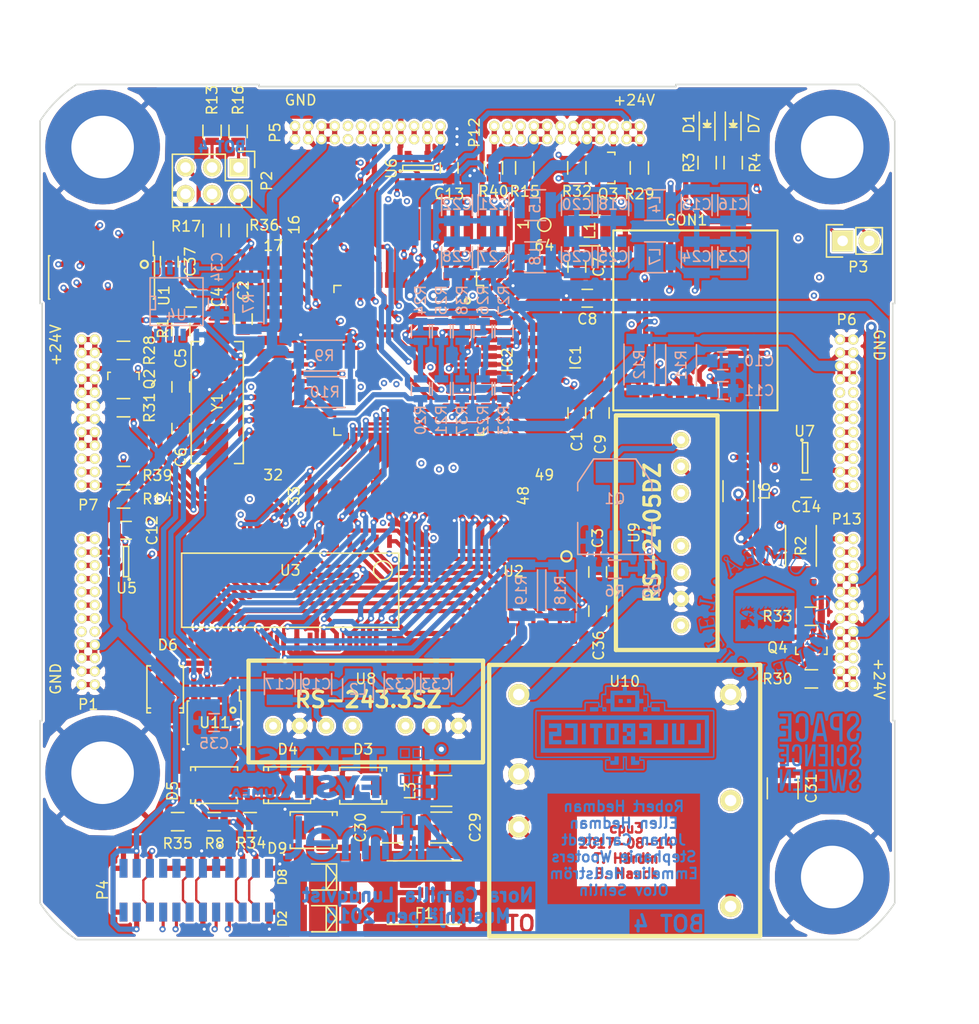
<source format=kicad_pcb>
(kicad_pcb (version 4) (host pcbnew 4.0.6+dfsg1-1)
  (layers (0 F.Cu signal) (1 In1.Cu signal) (2 In2.Cu signal) (31 B.Cu signal) (34 B.Paste user) (35 F.Paste user) (36 B.SilkS user) (37 F.SilkS user) (38 B.Mask user) (39 F.Mask user) (44 Edge.Cuts user))
  (net 0 "")
  (net 1 GND)
  (net 2 "Net-(IC1-Pad1)")
  (net 3 +3V3)
  (net 4 "Net-(IC1-Pad57)")
  (net 5 "Net-(C6-Pad2)")
  (net 6 "Net-(C7-Pad1)")
  (net 7 "Net-(C8-Pad1)")
  (net 8 /WR)
  (net 9 AD2)
  (net 10 /RD)
  (net 11 A8)
  (net 12 A9)
  (net 13 A10)
  (net 14 A11)
  (net 15 A12)
  (net 16 A13)
  (net 17 A14)
  (net 18 A15)
  (net 19 ALE)
  (net 20 AD7)
  (net 21 AD6)
  (net 22 AD5)
  (net 23 AD4)
  (net 24 AD3)
  (net 25 AD1)
  (net 26 AD0)
  (net 27 "Net-(U2-Pad12)")
  (net 28 "Net-(U2-Pad13)")
  (net 29 "Net-(U2-Pad14)")
  (net 30 "Net-(U2-Pad15)")
  (net 31 "Net-(U2-Pad16)")
  (net 32 "Net-(U2-Pad17)")
  (net 33 "Net-(U2-Pad18)")
  (net 34 "Net-(U2-Pad19)")
  (net 35 TACH0)
  (net 36 TACH1)
  (net 37 +24V)
  (net 38 PWM0)
  (net 39 +5V)
  (net 40 -5V)
  (net 41 /CS_VGND0)
  (net 42 EN_VGND0)
  (net 43 ONEWIRE)
  (net 44 /CS_ADC0)
  (net 45 SCLK)
  (net 46 MISO)
  (net 47 MOSI)
  (net 48 /DRDY0)
  (net 49 PWM1)
  (net 50 /CS_VGND1)
  (net 51 /CS_ADC1)
  (net 52 /DRDY1)
  (net 53 PWM2)
  (net 54 TACH2)
  (net 55 /CS_VGND2)
  (net 56 /CS_ADC2)
  (net 57 /DRDY2)
  (net 58 "Net-(C12-Pad2)")
  (net 59 "Net-(C15-Pad1)")
  (net 60 "Net-(C17-Pad1)")
  (net 61 "Net-(C18-Pad1)")
  (net 62 "Net-(C23-Pad2)")
  (net 63 "Net-(C25-Pad2)")
  (net 64 VIN)
  (net 65 "Net-(C34-Pad1)")
  (net 66 "Net-(D2-Pad1)")
  (net 67 /power/EN_24V_5V)
  (net 68 /power/RS485_RX)
  (net 69 /power/RS485_TX)
  (net 70 "Net-(IC1-Pad29)")
  (net 71 "Net-(IC1-Pad58)")
  (net 72 "Net-(IC1-Pad59)")
  (net 73 "Net-(IC1-Pad60)")
  (net 74 "Net-(IC1-Pad61)")
  (net 75 "Net-(L3-Pad1)")
  (net 76 "Net-(L6-Pad2)")
  (net 77 "Net-(Q1-Pad2)")
  (net 78 "Net-(Q1-Pad1)")
  (net 79 f_ADC)
  (net 80 /power/RS485_DE)
  (net 81 "Net-(C1-Pad1)")
  (net 82 VCC)
  (net 83 SD_IRQ)
  (net 84 "Net-(IC1-Pad9)")
  (net 85 /SD_CS)
  (net 86 "Net-(IC1-Pad31)")
  (net 87 "Net-(IC1-Pad32)")
  (net 88 /EN_XMEM)
  (net 89 /power/B)
  (net 90 /power/A)
  (net 91 /RESET)
  (net 92 "Net-(IC1-Pad2)")
  (net 93 "Net-(IC1-Pad3)")
  (net 94 PDO)
  (net 95 SCLK_OUT)
  (net 96 PDI)
  (net 97 /power/VLANDER)
  (net 98 "Net-(C10-Pad1)")
  (net 99 "Net-(D1-Pad1)")
  (net 100 "Net-(D7-Pad1)")
  (net 101 EN_VGND2)
  (net 102 EN_VGND1)
  (net 103 "Net-(P1-Pad21)")
  (net 104 "Net-(P5-Pad21)")
  (net 105 "Net-(P6-Pad21)")
  (net 106 "Net-(P7-Pad19)")
  (net 107 "Net-(P12-Pad19)")
  (net 108 "Net-(P13-Pad19)")
  (net 109 PF5)
  (net 110 PF6)
  (module HERE:umu_logo (layer B.Cu) (at 128.5 109.75 180)
    (fp_text reference G*** hide)
    (fp_text value LOGO hide)
    (fp_poly (pts (xy 0.677138 -4.819301) (xy 0.757406 -4.833538) (xy 0.811814 -4.862511) (xy 0.859952 -4.910328) (xy 0.873707 -4.926178) (xy 0.959241 -5.077782) (xy 0.960426 -5.234838) (xy 0.87732 -5.396192) (xy 0.847655 -5.432239) (xy 0.721644 -5.575757) (xy 0.962207 -5.841588) (xy 1.09039 -5.973061) (xy 1.215208 -6.084004) (xy 1.313969 -6.154637) (xy 1.331635 -6.163552) (xy 1.4605 -6.219685) (xy 1.270529 -6.221342) (xy 1.179457 -6.21853) (xy 1.106264 -6.200617) (xy 1.032599 -6.156171) (xy 0.940109 -6.073758) (xy 0.810443 -5.941944) (xy 0.793067 -5.923881) (xy 0.642111 -5.773696) (xy 0.532331 -5.682211) (xy 0.452895 -5.641312) (xy 0.411538 -5.638131) (xy 0.358011 -5.653384) (xy 0.332253 -5.693816) (xy 0.327294 -5.781172) (xy 0.332624 -5.884333) (xy 0.356306 -6.081984) (xy 0.399034 -6.205306) (xy 0.464672 -6.263263) (xy 0.498906 -6.270201) (xy 0.51591 -6.278843) (xy 0.470164 -6.294589) (xy 0.382839 -6.313323) (xy 0.275102 -6.330931) (xy 0.168125 -6.343295) (xy 0.105833 -6.346619) (xy -0.021167 -6.348117) (xy 0.076146 -6.273237) (xy 0.11762 -6.23838) (xy 0.143644 -6.199258) (xy 0.155764 -6.139285) (xy 0.155525 -6.04187) (xy 0.144475 -5.890427) (xy 0.128334 -5.713261) (xy 0.102392 -5.442338) (xy 0.080627 -5.243715) (xy 0.060307 -5.105306) (xy 0.038704 -5.015027) (xy 0.013087 -4.960793) (xy -0.019275 -4.930518) (xy -0.051908 -4.915409) (xy -0.110773 -4.882153) (xy -0.089129 -4.857185) (xy 0.254 -4.857185) (xy 0.254465 -5.063842) (xy 0.260553 -5.2278) (xy 0.275212 -5.387698) (xy 0.28131 -5.430103) (xy 0.303077 -5.533043) (xy 0.340112 -5.572656) (xy 0.420127 -5.56936) (xy 0.46076 -5.562324) (xy 0.585172 -5.526165) (xy 0.682195 -5.474965) (xy 0.687916 -5.470243) (xy 0.744949 -5.371989) (xy 0.763891 -5.234478) (xy 0.745274 -5.093798) (xy 0.689634 -4.986034) (xy 0.680619 -4.97714) (xy 0.585982 -4.92366) (xy 0.455446 -4.885021) (xy 0.426619 -4.880338) (xy 0.254 -4.857185) (xy -0.089129 -4.857185) (xy -0.087963 -4.855841) (xy 0.017287 -4.836293) (xy 0.205741 -4.823331) (xy 0.360657 -4.818607) (xy 0.551418 -4.815693) (xy 0.677138 -4.819301)) (layer B.Cu) (width 0.01))
    (fp_poly (pts (xy -1.774343 -4.519429) (xy -1.670461 -4.546339) (xy -1.525066 -4.587766) (xy -1.357622 -4.637771) (xy -1.187595 -4.690414) (xy -1.034454 -4.739755) (xy -0.917662 -4.779856) (xy -0.856687 -4.804775) (xy -0.853222 -4.807118) (xy -0.851225 -4.852659) (xy -0.866257 -4.945707) (xy -0.867783 -4.952769) (xy -0.896956 -5.085593) (xy -0.967062 -4.947734) (xy -1.055795 -4.833179) (xy -1.196677 -4.757899) (xy -1.21848 -4.750444) (xy -1.339956 -4.71846) (xy -1.431899 -4.708038) (xy -1.452626 -4.711287) (xy -1.494138 -4.76054) (xy -1.541438 -4.862659) (xy -1.585894 -4.990326) (xy -1.618872 -5.116223) (xy -1.631741 -5.213032) (xy -1.622924 -5.250191) (xy -1.561314 -5.282639) (xy -1.455244 -5.319242) (xy -1.433448 -5.325356) (xy -1.320919 -5.346207) (xy -1.244297 -5.325351) (xy -1.184144 -5.276373) (xy -1.121767 -5.223894) (xy -1.106859 -5.233494) (xy -1.112927 -5.25551) (xy -1.139659 -5.338196) (xy -1.177719 -5.461534) (xy -1.191517 -5.507275) (xy -1.225719 -5.612865) (xy -1.246996 -5.644956) (xy -1.263812 -5.611971) (xy -1.27041 -5.585765) (xy -1.325877 -5.48989) (xy -1.448628 -5.411117) (xy -1.595732 -5.357642) (xy -1.646903 -5.350598) (xy -1.685471 -5.376539) (xy -1.722466 -5.451074) (xy -1.768914 -5.589808) (xy -1.776051 -5.612821) (xy -1.82369 -5.785917) (xy -1.830605 -5.900262) (xy -1.786645 -5.97606) (xy -1.681659 -6.033514) (xy -1.54036 -6.081916) (xy -1.408751 -6.121146) (xy -1.326763 -6.132325) (xy -1.263432 -6.113363) (xy -1.18779 -6.062173) (xy -1.181788 -6.057738) (xy -1.094717 -6.000091) (xy -1.040563 -5.97676) (xy -1.035057 -5.978165) (xy -1.045963 -6.01872) (xy -1.090771 -6.095836) (xy -1.149722 -6.180585) (xy -1.203062 -6.244034) (xy -1.227667 -6.260214) (xy -1.273571 -6.246316) (xy -1.384223 -6.210865) (xy -1.543994 -6.158919) (xy -1.737256 -6.095537) (xy -1.778 -6.082115) (xy -1.996152 -6.007919) (xy -2.13767 -5.953998) (xy -2.207528 -5.918077) (xy -2.210701 -5.897878) (xy -2.190734 -5.893188) (xy -2.1355 -5.883457) (xy -2.091397 -5.862044) (xy -2.052514 -5.817201) (xy -2.012942 -5.737178) (xy -1.96677 -5.610227) (xy -1.908089 -5.424597) (xy -1.837979 -5.19191) (xy -1.77291 -4.972327) (xy -1.730603 -4.819549) (xy -1.70911 -4.719397) (xy -1.706486 -4.657693) (xy -1.720785 -4.620261) (xy -1.750061 -4.592923) (xy -1.755239 -4.589098) (xy -1.810187 -4.537809) (xy -1.817243 -4.512975) (xy -1.774343 -4.519429)) (layer B.Cu) (width 0.01))
    (fp_poly (pts (xy 2.318099 -4.259551) (xy 2.375487 -4.322433) (xy 2.439702 -4.418782) (xy 2.447155 -4.463021) (xy 2.398537 -4.45012) (xy 2.361247 -4.426233) (xy 2.214108 -4.365801) (xy 2.070464 -4.389265) (xy 1.966575 -4.464242) (xy 1.881467 -4.57681) (xy 1.875339 -4.678209) (xy 1.948191 -4.787777) (xy 1.966575 -4.806757) (xy 2.046901 -4.870248) (xy 2.143645 -4.901587) (xy 2.289001 -4.910612) (xy 2.306602 -4.910666) (xy 2.566874 -4.936627) (xy 2.76084 -5.014374) (xy 2.888028 -5.143705) (xy 2.900768 -5.166474) (xy 2.951114 -5.342658) (xy 2.923544 -5.510286) (xy 2.824793 -5.659075) (xy 2.661593 -5.778745) (xy 2.448417 -5.857196) (xy 2.361237 -5.861922) (xy 2.285045 -5.817138) (xy 2.224427 -5.751903) (xy 2.149015 -5.652025) (xy 2.137741 -5.607076) (xy 2.191147 -5.616523) (xy 2.302316 -5.675414) (xy 2.470215 -5.739339) (xy 2.621763 -5.720876) (xy 2.752743 -5.629256) (xy 2.825798 -5.506483) (xy 2.81813 -5.375068) (xy 2.732586 -5.251293) (xy 2.651713 -5.194362) (xy 2.539661 -5.156051) (xy 2.373287 -5.129343) (xy 2.307166 -5.122333) (xy 2.076774 -5.086175) (xy 1.919255 -5.025503) (xy 1.824513 -4.93265) (xy 1.782446 -4.799954) (xy 1.778 -4.720707) (xy 1.817719 -4.542724) (xy 1.932333 -4.395047) (xy 2.115027 -4.285806) (xy 2.15538 -4.270585) (xy 2.255995 -4.243163) (xy 2.318099 -4.259551)) (layer B.Cu) (width 0.01))
    (fp_poly (pts (xy -3.443981 -3.440689) (xy -3.320965 -3.545234) (xy -3.302149 -3.562165) (xy -3.202158 -3.655647) (xy -3.161249 -3.705437) (xy -3.173501 -3.722089) (xy -3.214029 -3.719178) (xy -3.253643 -3.713043) (xy -3.283905 -3.715683) (xy -3.309707 -3.73844) (xy -3.335945 -3.792652) (xy -3.367511 -3.889661) (xy -3.409298 -4.040806) (xy -3.466201 -4.257428) (xy -3.496743 -4.374324) (xy -3.540757 -4.549707) (xy -3.572917 -4.691948) (xy -3.589355 -4.783021) (xy -3.589488 -4.806623) (xy -3.550777 -4.791803) (xy -3.455254 -4.743867) (xy -3.319466 -4.671963) (xy -3.159965 -4.585242) (xy -2.993299 -4.492852) (xy -2.836018 -4.403941) (xy -2.704672 -4.327659) (xy -2.615811 -4.273155) (xy -2.587724 -4.252834) (xy -2.596386 -4.211084) (xy -2.624667 -4.169833) (xy -2.665489 -4.10486) (xy -2.643707 -4.088677) (xy -2.5657 -4.120985) (xy -2.474094 -4.176885) (xy -2.336787 -4.27081) (xy -2.26825 -4.326395) (xy -2.26441 -4.348452) (xy -2.321194 -4.341794) (xy -2.337878 -4.337833) (xy -2.440214 -4.346215) (xy -2.607105 -4.404625) (xy -2.835786 -4.511746) (xy -3.123492 -4.666262) (xy -3.467457 -4.866856) (xy -3.537902 -4.909437) (xy -3.674802 -4.99038) (xy -3.783521 -5.050532) (xy -3.84427 -5.079046) (xy -3.849052 -5.08) (xy -3.848085 -5.041378) (xy -3.827054 -4.93398) (xy -3.78892 -4.770505) (xy -3.736643 -4.563651) (xy -3.67386 -4.328583) (xy -3.597989 -4.045325) (xy -3.545132 -3.832122) (xy -3.513212 -3.678167) (xy -3.500154 -3.572651) (xy -3.503881 -3.504765) (xy -3.511227 -3.481916) (xy -3.534985 -3.410615) (xy -3.513945 -3.396344) (xy -3.443981 -3.440689)) (layer B.Cu) (width 0.01))
    (fp_poly (pts (xy 3.423688 -3.469478) (xy 3.39598 -3.538393) (xy 3.389259 -3.551155) (xy 3.374483 -3.59787) (xy 3.386441 -3.652475) (xy 3.433375 -3.729018) (xy 3.523527 -3.841549) (xy 3.634896 -3.96987) (xy 3.829171 -4.18975) (xy 3.976086 -4.353279) (xy 4.084025 -4.467834) (xy 4.161374 -4.540791) (xy 4.216515 -4.579524) (xy 4.257835 -4.59141) (xy 4.293717 -4.583826) (xy 4.318847 -4.571546) (xy 4.402003 -4.534856) (xy 4.419984 -4.547376) (xy 4.374414 -4.606294) (xy 4.266916 -4.708796) (xy 4.21162 -4.757337) (xy 4.099881 -4.848558) (xy 4.017562 -4.905762) (xy 3.980125 -4.918415) (xy 3.979333 -4.915604) (xy 4.010223 -4.855818) (xy 4.021666 -4.847166) (xy 4.051951 -4.818255) (xy 4.053778 -4.776589) (xy 4.020711 -4.711214) (xy 3.946312 -4.611177) (xy 3.824147 -4.465525) (xy 3.741343 -4.370111) (xy 3.552455 -4.155516) (xy 3.409254 -3.998476) (xy 3.303113 -3.891597) (xy 3.225406 -3.827484) (xy 3.167506 -3.79874) (xy 3.120787 -3.797973) (xy 3.088873 -3.810781) (xy 3.022341 -3.840012) (xy 3.015791 -3.823241) (xy 3.070872 -3.75786) (xy 3.189234 -3.641261) (xy 3.206395 -3.625001) (xy 3.331679 -3.511659) (xy 3.403182 -3.460192) (xy 3.423688 -3.469478)) (layer B.Cu) (width 0.01))
    (fp_poly (pts (xy -4.138962 -2.572555) (xy -4.078521 -2.654966) (xy -4.004683 -2.764352) (xy -3.932415 -2.877833) (xy -3.876686 -2.972527) (xy -3.852463 -3.025553) (xy -3.852334 -3.027192) (xy -3.878211 -3.028642) (xy -3.932828 -2.988276) (xy -3.967175 -2.962472) (xy -4.005969 -2.954256) (xy -4.061278 -2.969279) (xy -4.145174 -3.013194) (xy -4.269726 -3.091651) (xy -4.447003 -3.210304) (xy -4.536078 -3.270759) (xy -4.741435 -3.412148) (xy -4.885694 -3.517108) (xy -4.97908 -3.594832) (xy -5.031821 -3.654513) (xy -5.054141 -3.705345) (xy -5.057165 -3.73921) (xy -5.063287 -3.821625) (xy -5.078332 -3.850719) (xy -5.111882 -3.817568) (xy -5.177528 -3.732373) (xy -5.258086 -3.617886) (xy -5.331703 -3.50179) (xy -5.374466 -3.418788) (xy -5.377224 -3.38667) (xy -5.377001 -3.386666) (xy -5.321508 -3.417348) (xy -5.312834 -3.429) (xy -5.278798 -3.460323) (xy -5.224748 -3.462876) (xy -5.14085 -3.432084) (xy -5.017267 -3.363378) (xy -4.844163 -3.252184) (xy -4.652535 -3.122083) (xy -4.45429 -2.984477) (xy -4.316364 -2.884191) (xy -4.228657 -2.811539) (xy -4.181068 -2.756836) (xy -4.163498 -2.710396) (xy -4.165846 -2.662532) (xy -4.166952 -2.656416) (xy -4.177251 -2.572596) (xy -4.171038 -2.54) (xy -4.138962 -2.572555)) (layer B.Cu) (width 0.01))
    (fp_poly (pts (xy 4.536223 -1.827209) (xy 4.643139 -1.90327) (xy 4.699 -1.94857) (xy 4.804833 -2.036882) (xy 4.671813 -2.010913) (xy 4.570025 -2.004504) (xy 4.49911 -2.048009) (xy 4.455566 -2.103722) (xy 4.379439 -2.211873) (xy 4.331444 -2.292924) (xy 4.318522 -2.358009) (xy 4.347617 -2.41826) (xy 4.425671 -2.484813) (xy 4.559626 -2.5688) (xy 4.756425 -2.681355) (xy 4.84822 -2.733415) (xy 5.066167 -2.856447) (xy 5.223149 -2.94165) (xy 5.33134 -2.993837) (xy 5.402919 -3.017824) (xy 5.450062 -3.018426) (xy 5.484946 -3.000455) (xy 5.497231 -2.990022) (xy 5.567399 -2.936596) (xy 5.603701 -2.921) (xy 5.600164 -2.953433) (xy 5.562539 -3.037093) (xy 5.501789 -3.151522) (xy 5.428876 -3.27626) (xy 5.354763 -3.390848) (xy 5.342843 -3.407833) (xy 5.301356 -3.461524) (xy 5.294558 -3.445335) (xy 5.308487 -3.378407) (xy 5.313491 -3.319108) (xy 5.293907 -3.262121) (xy 5.240775 -3.20009) (xy 5.145137 -3.12566) (xy 4.998037 -3.031476) (xy 4.790515 -2.910183) (xy 4.623042 -2.815596) (xy 4.437325 -2.712479) (xy 4.310953 -2.646786) (xy 4.229817 -2.613832) (xy 4.179808 -2.608934) (xy 4.146816 -2.627408) (xy 4.126935 -2.650889) (xy 4.041423 -2.801602) (xy 4.002328 -2.953745) (xy 4.016366 -3.078963) (xy 4.022497 -3.091886) (xy 4.057003 -3.174979) (xy 4.040317 -3.194273) (xy 3.976813 -3.14985) (xy 3.915339 -3.089818) (xy 3.841847 -3.006394) (xy 3.823718 -2.956498) (xy 3.85386 -2.916491) (xy 3.861518 -2.910343) (xy 3.913495 -2.849683) (xy 3.99078 -2.735467) (xy 4.084078 -2.584258) (xy 4.184094 -2.412622) (xy 4.281533 -2.237124) (xy 4.367101 -2.074327) (xy 4.431503 -1.940797) (xy 4.465443 -1.853099) (xy 4.467655 -1.830114) (xy 4.475136 -1.801496) (xy 4.536223 -1.827209)) (layer B.Cu) (width 0.01))
    (fp_poly (pts (xy 2.794 -2.624666) (xy -2.878667 -2.624666) (xy -2.878667 0.321182) (xy -2.401274 0.321182) (xy -2.340611 0.294016) (xy -2.337064 0.292653) (xy -2.26991 0.25371) (xy -2.272843 0.196311) (xy -2.287578 0.166387) (xy -2.317486 0.079782) (xy -2.291325 0.052043) (xy -2.21868 0.088574) (xy -2.190584 0.111699) (xy -1.99124 0.233072) (xy -1.747579 0.292615) (xy -1.475739 0.287774) (xy -1.30328 0.252197) (xy -1.172317 0.20268) (xy -1.116381 0.144453) (xy -1.136789 0.072998) (xy -1.234854 -0.016206) (xy -1.411891 -0.127678) (xy -1.414177 -0.128985) (xy -1.560411 -0.200793) (xy -1.656885 -0.212176) (xy -1.717694 -0.158306) (xy -1.756934 -0.034351) (xy -1.76174 -0.009903) (xy -1.78349 0.084596) (xy -1.806573 0.10671) (xy -1.843454 0.067985) (xy -1.844418 0.06667) (xy -1.925341 0.01351) (xy -1.986558 0.02018) (xy -2.057095 0.025518) (xy -2.074334 0.002853) (xy -2.049407 -0.040593) (xy -2.039983 -0.042333) (xy -1.981612 -0.071156) (xy -1.904961 -0.137455) (xy -1.84118 -0.210978) (xy -1.820334 -0.255649) (xy -1.853191 -0.293908) (xy -1.932135 -0.2989) (xy -2.027721 -0.275614) (xy -2.110504 -0.22904) (xy -2.135433 -0.202247) (xy -2.182565 -0.143297) (xy -2.199834 -0.153392) (xy -2.201334 -0.182128) (xy -2.237243 -0.25018) (xy -2.313433 -0.298715) (xy -2.388362 -0.332559) (xy -2.390966 -0.362631) (xy -2.348888 -0.397379) (xy -2.294915 -0.475334) (xy -2.300318 -0.526582) (xy -2.30978 -0.579294) (xy -2.296613 -0.583388) (xy -2.147334 -0.512339) (xy -2.014894 -0.459385) (xy -1.922212 -0.433156) (xy -1.897219 -0.432982) (xy -1.905826 -0.467498) (xy -1.962969 -0.549166) (xy -2.058336 -0.664268) (xy -2.135803 -0.750371) (xy -2.264642 -0.892139) (xy -2.342795 -0.988031) (xy -2.378771 -1.052708) (xy -2.381078 -1.10083) (xy -2.362295 -1.140674) (xy -2.320821 -1.19691) (xy -2.273027 -1.220629) (xy -2.197948 -1.211974) (xy -2.074618 -1.17109) (xy -2.00025 -1.143151) (xy -1.880211 -1.103035) (xy -1.799512 -1.086613) (xy -1.778 -1.093219) (xy -1.750053 -1.15208) (xy -1.680336 -1.242739) (xy -1.590039 -1.342379) (xy -1.500349 -1.428184) (xy -1.432456 -1.477337) (xy -1.417269 -1.481666) (xy -1.35032 -1.450026) (xy -1.299518 -1.396075) (xy -1.249157 -1.338925) (xy -1.208322 -1.350417) (xy -1.186101 -1.374909) (xy -1.113184 -1.429257) (xy -1.072784 -1.439333) (xy -1.044891 -1.423816) (xy -1.02844 -1.368166) (xy -1.021852 -1.258734) (xy -1.023548 -1.081871) (xy -1.025051 -1.026583) (xy -1.037167 -0.613833) (xy -1.222708 -0.600541) (xy -1.35963 -0.57648) (xy -1.486489 -0.531052) (xy -1.57784 -0.475705) (xy -1.608667 -0.4269) (xy -1.574003 -0.393224) (xy -1.485705 -0.33985) (xy -1.422868 -0.307602) (xy -1.256068 -0.211967) (xy -1.107981 -0.10094) (xy -0.995727 0.010092) (xy -0.936426 0.105741) (xy -0.931334 0.134169) (xy -0.955652 0.24317) (xy -0.993866 0.321012) (xy -0.749704 0.321012) (xy -0.689357 0.293892) (xy -0.687917 0.293338) (xy -0.611659 0.255114) (xy -0.599681 0.20541) (xy -0.63649 0.124217) (xy -0.651058 0.056643) (xy -0.618103 0.041802) (xy -0.568776 0.089075) (xy -0.494212 0.152207) (xy -0.364187 0.214078) (xy -0.207413 0.264285) (xy -0.052602 0.292424) (xy 0 0.295168) (xy 0.183173 0.283156) (xy 0.348316 0.249927) (xy 0.473381 0.201711) (xy 0.536322 0.144736) (xy 0.536816 0.143497) (xy 0.534232 0.084644) (xy 0.476639 0.01779) (xy 0.355351 -0.064695) (xy 0.205148 -0.147839) (xy 0.086333 -0.205955) (xy 0.016571 -0.224061) (xy -0.027551 -0.205926) (xy -0.044402 -0.188008) (xy -0.084592 -0.100294) (xy -0.101384 0.001049) (xy -0.115924 0.099485) (xy -0.145526 0.122814) (xy -0.183434 0.06643) (xy -0.186366 0.05901) (xy -0.236256 0.011566) (xy -0.317895 0.017483) (xy -0.397884 0.02333) (xy -0.423334 0.000807) (xy -0.391614 -0.040951) (xy -0.381 -0.042333) (xy -0.322599 -0.069657) (xy -0.254 -0.127) (xy -0.191847 -0.202816) (xy -0.169334 -0.254) (xy -0.201671 -0.291947) (xy -0.279589 -0.294044) (xy -0.37445 -0.265179) (xy -0.457614 -0.210244) (xy -0.464018 -0.203684) (xy -0.52441 -0.146555) (xy -0.547834 -0.152509) (xy -0.550334 -0.181028) (xy -0.584234 -0.253711) (xy -0.64072 -0.299394) (xy -0.698595 -0.343402) (xy -0.680171 -0.379185) (xy -0.676983 -0.381217) (xy -0.642523 -0.445521) (xy -0.646766 -0.506084) (xy -0.654838 -0.57092) (xy -0.642253 -0.582268) (xy -0.503367 -0.515024) (xy -0.37158 -0.463041) (xy -0.27273 -0.435746) (xy -0.239477 -0.435303) (xy -0.24578 -0.470183) (xy -0.302107 -0.550987) (xy -0.398202 -0.664187) (xy -0.477353 -0.748965) (xy -0.608323 -0.885816) (xy -0.688397 -0.976667) (xy -0.72548 -1.036437) (xy -0.727474 -1.080046) (xy -0.702285 -1.122414) (xy -0.685994 -1.142817) (xy -0.607782 -1.239405) (xy -0.134196 -1.062213) (xy -0.061495 -1.17669) (xy 0.043037 -1.322292) (xy 0.143011 -1.428465) (xy 0.222923 -1.47941) (xy 0.237812 -1.481666) (xy 0.302364 -1.450217) (xy 0.347904 -1.401184) (xy 0.400167 -1.346775) (xy 0.457292 -1.360653) (xy 0.485396 -1.380017) (xy 0.56206 -1.42653) (xy 0.600757 -1.439333) (xy 0.615131 -1.399993) (xy 0.626534 -1.293918) (xy 0.633516 -1.139027) (xy 0.635 -1.016) (xy 0.635 -0.592666) (xy 0.44301 -0.592666) (xy 0.302832 -0.576413) (xy 0.172538 -0.534837) (xy 0.077331 -0.478717) (xy 0.042333 -0.421317) (xy 0.077052 -0.381862) (xy 0.122776 -0.361173) (xy 0.197396 -0.326126) (xy 0.316962 -0.258325) (xy 0.456112 -0.172184) (xy 0.461443 -0.168744) (xy 0.598547 -0.075371) (xy 0.676982 -0.005265) (xy 0.712186 0.059252) (xy 0.719666 0.126985) (xy 0.699701 0.22388) (xy 0.6519 0.338667) (xy 0.910166 0.338667) (xy 0.919288 0.30204) (xy 0.947503 0.296334) (xy 1.025091 0.267369) (xy 1.039903 0.190357) (xy 1.016468 0.127875) (xy 1.000596 0.057935) (xy 1.032616 0.041417) (xy 1.082224 0.089075) (xy 1.158271 0.153505) (xy 1.290696 0.215508) (xy 1.451538 0.265224) (xy 1.612835 0.292791) (xy 1.667255 0.295404) (xy 1.84945 0.283716) (xy 2.016446 0.251156) (xy 2.146018 0.203936) (xy 2.215941 0.148273) (xy 2.219383 0.141025) (xy 2.197311 0.092329) (xy 2.12039 0.018158) (xy 2.008353 -0.066895) (xy 1.880935 -0.148234) (xy 1.757871 -0.211265) (xy 1.725729 -0.224067) (xy 1.650082 -0.214445) (xy 1.593519 -0.137291) (xy 1.567051 -0.009355) (xy 1.566333 0.018384) (xy 1.55218 0.099263) (xy 1.524 0.127) (xy 1.48729 0.092365) (xy 1.481666 0.058209) (xy 1.464366 0.013298) (xy 1.398452 0.00685) (xy 1.344083 0.01536) (xy 1.2065 0.041303) (xy 1.344464 -0.074598) (xy 1.430086 -0.158121) (xy 1.478198 -0.227565) (xy 1.482048 -0.243416) (xy 1.449446 -0.287638) (xy 1.371261 -0.29382) (xy 1.275533 -0.265737) (xy 1.190298 -0.207165) (xy 1.186982 -0.203684) (xy 1.12625 -0.141944) (xy 1.103866 -0.141244) (xy 1.100666 -0.198746) (xy 1.063228 -0.28278) (xy 1.005416 -0.313239) (xy 0.941647 -0.337691) (xy 0.954161 -0.364926) (xy 0.980312 -0.381576) (xy 1.031042 -0.454767) (xy 1.027462 -0.511073) (xy 1.004465 -0.599013) (xy 1.168355 -0.511173) (xy 1.314324 -0.44377) (xy 1.406962 -0.425069) (xy 1.439333 -0.456408) (xy 1.411165 -0.499375) (xy 1.33611 -0.585128) (xy 1.228336 -0.697801) (xy 1.185333 -0.740833) (xy 1.041148 -0.892966) (xy 0.960081 -1.005903) (xy 0.937302 -1.090961) (xy 0.96798 -1.159456) (xy 0.995403 -1.185806) (xy 1.048426 -1.211263) (xy 1.125962 -1.205373) (xy 1.251106 -1.165419) (xy 1.288599 -1.151299) (xy 1.517724 -1.063617) (xy 1.589965 -1.177392) (xy 1.68435 -1.309857) (xy 1.778218 -1.415178) (xy 1.853995 -1.474746) (xy 1.877295 -1.481666) (xy 1.939175 -1.455788) (xy 1.993395 -1.414792) (xy 2.073264 -1.371181) (xy 2.152695 -1.393625) (xy 2.229565 -1.42977) (xy 2.26205 -1.439333) (xy 2.272103 -1.39999) (xy 2.280079 -1.293907) (xy 2.284962 -1.139005) (xy 2.286 -1.016) (xy 2.286 -0.592666) (xy 2.084916 -0.591258) (xy 1.906812 -0.569219) (xy 1.778733 -0.50107) (xy 1.778 -0.500452) (xy 1.718098 -0.43657) (xy 1.710565 -0.397678) (xy 1.7145 -0.395492) (xy 1.835695 -0.339395) (xy 1.98393 -0.254948) (xy 2.134001 -0.15843) (xy 2.260706 -0.066118) (xy 2.338841 0.00571) (xy 2.342049 0.009828) (xy 2.388897 0.078433) (xy 2.401576 0.134666) (xy 2.379021 0.209616) (xy 2.331757 0.310427) (xy 2.247647 0.460746) (xy 2.170067 0.5567) (xy 2.10833 0.588029) (xy 2.088444 0.578556) (xy 2.090016 0.529698) (xy 2.116666 0.486834) (xy 2.152788 0.418651) (xy 2.115863 0.391502) (xy 2.012906 0.405429) (xy 1.91243 0.462286) (xy 1.810322 0.569972) (xy 1.790619 0.59799) (xy 1.719062 0.692865) (xy 1.660045 0.750033) (xy 1.626078 0.762211) (xy 1.629675 0.722118) (xy 1.64951 0.680117) (xy 1.694245 0.559373) (xy 1.673051 0.489545) (xy 1.586574 0.472477) (xy 1.576916 0.473439) (xy 1.471839 0.516202) (xy 1.397 0.623501) (xy 1.337315 0.728638) (xy 1.294681 0.754769) (xy 1.272452 0.701155) (xy 1.27 0.651456) (xy 1.263541 0.580735) (xy 1.228019 0.556226) (xy 1.139213 0.565545) (xy 1.111839 0.570582) (xy 1.011732 0.587153) (xy 0.98178 0.579308) (xy 1.009111 0.539214) (xy 1.027172 0.519044) (xy 1.090397 0.435054) (xy 1.084933 0.392137) (xy 1.018498 0.381) (xy 0.937457 0.361561) (xy 0.910166 0.338667) (xy 0.6519 0.338667) (xy 0.649408 0.34465) (xy 0.583193 0.463537) (xy 0.515463 0.554782) (xy 0.460621 0.592626) (xy 0.459234 0.592667) (xy 0.440229 0.557992) (xy 0.448282 0.486834) (xy 0.449038 0.408669) (xy 0.4058 0.385727) (xy 0.331763 0.410798) (xy 0.240123 0.476672) (xy 0.144075 0.57614) (xy 0.057881 0.70014) (xy 0.00712 0.756322) (xy -0.024126 0.744435) (xy -0.020146 0.680994) (xy -0.001473 0.637751) (xy 0.026389 0.537132) (xy -0.018529 0.479287) (xy -0.100492 0.465667) (xy -0.185353 0.496663) (xy -0.262196 0.597701) (xy -0.276289 0.624417) (xy -0.356591 0.783167) (xy -0.372004 0.662641) (xy -0.388685 0.584778) (xy -0.429122 0.557788) (xy -0.520397 0.567131) (xy -0.542369 0.571184) (xy -0.641727 0.587818) (xy -0.670045 0.579367) (xy -0.639476 0.536492) (xy -0.618241 0.51287) (xy -0.568092 0.450162) (xy -0.57902 0.414736) (xy -0.660055 0.378151) (xy -0.661163 0.377717) (xy -0.742173 0.343067) (xy -0.749704 0.321012) (xy -0.993866 0.321012) (xy -1.017196 0.368535) (xy -1.098851 0.485126) (xy -1.183499 0.567806) (xy -1.243513 0.592667) (xy -1.258179 0.570686) (xy -1.236134 0.541867) (xy -1.190984 0.466831) (xy -1.185334 0.436034) (xy -1.210569 0.383999) (xy -1.278769 0.392154) (xy -1.378676 0.455663) (xy -1.499034 0.569692) (xy -1.500697 0.5715) (xy -1.611175 0.685021) (xy -1.684996 0.747294) (xy -1.716174 0.755249) (xy -1.698718 0.705816) (xy -1.669494 0.658029) (xy -1.625282 0.553047) (xy -1.655202 0.488316) (xy -1.758373 0.465678) (xy -1.761492 0.465667) (xy -1.842882 0.486333) (xy -1.905092 0.561406) (xy -1.935258 0.624417) (xy -1.979287 0.721694) (xy -2.003892 0.748054) (xy -2.022209 0.710733) (xy -2.031312 0.677334) (xy -2.064135 0.604944) (xy -2.129215 0.580997) (xy -2.20136 0.583282) (xy -2.294727 0.588208) (xy -2.315812 0.57194) (xy -2.276645 0.521079) (xy -2.266892 0.510275) (xy -2.218825 0.449262) (xy -2.231454 0.414049) (xy -2.312163 0.377717) (xy -2.393545 0.343094) (xy -2.401274 0.321182) (xy -2.878667 0.321182) (xy -2.878667 1.693334) (xy 2.794 1.693334) (xy 2.794 -2.624666)) (layer B.Cu) (width 0.01))
    (fp_poly (pts (xy -4.872202 -0.56851) (xy -4.85744 -0.623443) (xy -4.835357 -0.751054) (xy -4.848908 -0.837595) (xy -4.885147 -0.89861) (xy -4.989485 -1.04486) (xy -5.107645 -1.217492) (xy -5.231139 -1.403211) (xy -5.351476 -1.588721) (xy -5.460168 -1.760728) (xy -5.548724 -1.905935) (xy -5.608656 -2.011048) (xy -5.631474 -2.062772) (xy -5.630425 -2.065788) (xy -5.577558 -2.060082) (xy -5.465085 -2.03483) (xy -5.314147 -1.99594) (xy -5.145886 -1.949322) (xy -4.981446 -1.900885) (xy -4.841968 -1.856535) (xy -4.748596 -1.822183) (xy -4.733564 -1.815146) (xy -4.675838 -1.748241) (xy -4.648897 -1.661599) (xy -4.637763 -1.6119) (xy -4.618192 -1.621049) (xy -4.584542 -1.697032) (xy -4.54423 -1.80975) (xy -4.502904 -1.942979) (xy -4.482261 -2.038026) (xy -4.486765 -2.074333) (xy -4.486785 -2.074333) (xy -4.529484 -2.040745) (xy -4.544976 -2.010833) (xy -4.601147 -1.963276) (xy -4.681162 -1.947333) (xy -4.75233 -1.957725) (xy -4.886303 -1.985779) (xy -5.064221 -2.02681) (xy -5.267225 -2.076134) (xy -5.476454 -2.129065) (xy -5.673049 -2.18092) (xy -5.83815 -2.227013) (xy -5.952898 -2.26266) (xy -5.958417 -2.264594) (xy -6.006712 -2.269598) (xy -6.011334 -2.262907) (xy -5.988935 -2.222958) (xy -5.926595 -2.123987) (xy -5.8316 -1.977245) (xy -5.711235 -1.79398) (xy -5.572786 -1.585444) (xy -5.566721 -1.576356) (xy -5.43008 -1.368163) (xy -5.314443 -1.185232) (xy -5.226397 -1.038559) (xy -5.172529 -0.939137) (xy -5.159424 -0.897963) (xy -5.160093 -0.89758) (xy -5.219206 -0.901564) (xy -5.337699 -0.924642) (xy -5.493942 -0.961285) (xy -5.666308 -1.005965) (xy -5.833167 -1.053153) (xy -5.972891 -1.097321) (xy -6.041543 -1.122883) (xy -6.14084 -1.180554) (xy -6.178136 -1.257066) (xy -6.180667 -1.297473) (xy -6.189467 -1.3738) (xy -6.212212 -1.37659) (xy -6.243419 -1.314711) (xy -6.277605 -1.197033) (xy -6.295783 -1.11125) (xy -6.312684 -0.983784) (xy -6.30971 -0.904293) (xy -6.290137 -0.884137) (xy -6.25724 -0.934676) (xy -6.250025 -0.9525) (xy -6.224178 -0.990025) (xy -6.174497 -1.008598) (xy -6.089107 -1.00706) (xy -5.956133 -0.984253) (xy -5.763698 -0.939018) (xy -5.554124 -0.884622) (xy -5.302794 -0.813866) (xy -5.123687 -0.752039) (xy -5.005689 -0.69312) (xy -4.937686 -0.631085) (xy -4.908566 -0.559913) (xy -4.905583 -0.533188) (xy -4.894567 -0.515181) (xy -4.872202 -0.56851)) (layer B.Cu) (width 0.01))
    (fp_poly (pts (xy 5.0165 -0.384503) (xy 5.185833 -0.387906) (xy 5.050454 -0.447175) (xy 4.939867 -0.523359) (xy 4.876084 -0.64779) (xy 4.870774 -0.665971) (xy 4.831642 -0.842825) (xy 4.833301 -0.956524) (xy 4.877375 -1.018976) (xy 4.92125 -1.036017) (xy 5.131374 -1.081862) (xy 5.272039 -1.107417) (xy 5.355558 -1.114329) (xy 5.394249 -1.104243) (xy 5.398076 -1.099733) (xy 5.416445 -1.039585) (xy 5.43742 -0.929178) (xy 5.444748 -0.879859) (xy 5.455395 -0.760284) (xy 5.438365 -0.693589) (xy 5.384322 -0.649998) (xy 5.370336 -0.642511) (xy 5.315681 -0.610999) (xy 5.324933 -0.600839) (xy 5.406886 -0.608217) (xy 5.439833 -0.612363) (xy 5.567949 -0.626598) (xy 5.669265 -0.634181) (xy 5.68325 -0.634534) (xy 5.746087 -0.654909) (xy 5.757333 -0.677333) (xy 5.721831 -0.711587) (xy 5.671618 -0.719666) (xy 5.595885 -0.755567) (xy 5.538993 -0.844391) (xy 5.507453 -0.957823) (xy 5.507776 -1.067546) (xy 5.546474 -1.145246) (xy 5.570435 -1.15969) (xy 5.649782 -1.179325) (xy 5.777616 -1.200803) (xy 5.857638 -1.211308) (xy 6.010448 -1.218895) (xy 6.108237 -1.188699) (xy 6.16647 -1.106683) (xy 6.200613 -0.958811) (xy 6.209359 -0.89208) (xy 6.219741 -0.754158) (xy 6.204705 -0.665291) (xy 6.156689 -0.591769) (xy 6.137173 -0.570265) (xy 6.068411 -0.482109) (xy 6.064902 -0.439357) (xy 6.119616 -0.44333) (xy 6.22552 -0.495347) (xy 6.296349 -0.540377) (xy 6.315042 -0.574307) (xy 6.317921 -0.648417) (xy 6.303895 -0.774299) (xy 6.271876 -0.963542) (xy 6.241661 -1.122122) (xy 6.190075 -1.378917) (xy 6.151038 -1.556023) (xy 6.123359 -1.657294) (xy 6.105846 -1.686586) (xy 6.097309 -1.647754) (xy 6.096 -1.593507) (xy 6.091567 -1.538426) (xy 6.070654 -1.495179) (xy 6.021836 -1.459357) (xy 5.933686 -1.426549) (xy 5.794781 -1.392344) (xy 5.593696 -1.352332) (xy 5.360609 -1.309605) (xy 5.13845 -1.270048) (xy 4.984798 -1.245429) (xy 4.884909 -1.235279) (xy 4.824035 -1.239129) (xy 4.787433 -1.256511) (xy 4.760356 -1.286957) (xy 4.757797 -1.290439) (xy 4.707138 -1.344873) (xy 4.683276 -1.351576) (xy 4.684117 -1.30532) (xy 4.698907 -1.193279) (xy 4.725075 -1.032708) (xy 4.756922 -0.8573) (xy 4.847166 -0.3811) (xy 5.0165 -0.384503)) (layer B.Cu) (width 0.01))
    (fp_poly (pts (xy -4.627601 1.540912) (xy -4.63953 1.433848) (xy -4.659595 1.326202) (xy -4.698477 1.169927) (xy -4.734669 1.068133) (xy -4.763638 1.028703) (xy -4.780852 1.059524) (xy -4.783667 1.110366) (xy -4.792217 1.177033) (xy -4.831592 1.218205) (xy -4.922386 1.248327) (xy -5.005917 1.266264) (xy -5.335781 1.3264) (xy -5.596331 1.360759) (xy -5.78307 1.368812) (xy -5.839279 1.364097) (xy -5.98528 1.303424) (xy -6.1021 1.182651) (xy -6.170554 1.025751) (xy -6.180667 0.937505) (xy -6.160787 0.781423) (xy -6.095369 0.658131) (xy -5.975748 0.561769) (xy -5.79326 0.486479) (xy -5.53924 0.426402) (xy -5.387059 0.400898) (xy -5.198141 0.372872) (xy -5.074609 0.358798) (xy -4.99815 0.359877) (xy -4.95045 0.377307) (xy -4.913196 0.412289) (xy -4.895789 0.433072) (xy -4.852998 0.481736) (xy -4.83251 0.485912) (xy -4.830635 0.43332) (xy -4.843683 0.311679) (xy -4.848172 0.274578) (xy -4.869765 0.120242) (xy -4.888835 0.026024) (xy -4.903094 -0.000802) (xy -4.910248 0.04704) (xy -4.910667 0.076122) (xy -4.924592 0.141772) (xy -4.974642 0.193385) (xy -5.07323 0.236639) (xy -5.232769 0.27721) (xy -5.433466 0.315206) (xy -5.730981 0.377429) (xy -5.952915 0.450613) (xy -6.108248 0.541517) (xy -6.205962 0.656901) (xy -6.255038 0.803522) (xy -6.265334 0.941228) (xy -6.236115 1.17858) (xy -6.151996 1.366984) (xy -6.018287 1.495672) (xy -5.982483 1.515024) (xy -5.902967 1.547047) (xy -5.820744 1.561428) (xy -5.712146 1.558733) (xy -5.553505 1.539534) (xy -5.470554 1.527332) (xy -5.20138 1.487386) (xy -5.003971 1.460629) (xy -4.866472 1.446985) (xy -4.777027 1.446378) (xy -4.723782 1.45873) (xy -4.69488 1.483966) (xy -4.678466 1.52201) (xy -4.678396 1.52223) (xy -4.648151 1.596757) (xy -4.630847 1.5991) (xy -4.627601 1.540912)) (layer B.Cu) (width 0.01))
    (fp_poly (pts (xy 4.863642 1.70731) (xy 4.868333 1.705036) (xy 4.841937 1.670301) (xy 4.780393 1.605394) (xy 4.724561 1.522385) (xy 4.716893 1.453765) (xy 4.737647 1.358717) (xy 4.741981 1.298288) (xy 4.746419 1.217424) (xy 4.766227 1.162382) (xy 4.813142 1.1316) (xy 4.8989 1.123514) (xy 5.035241 1.136559) (xy 5.2339 1.169172) (xy 5.433869 1.206099) (xy 5.705468 1.260219) (xy 5.902064 1.307925) (xy 6.032691 1.3531) (xy 6.106384 1.399626) (xy 6.132179 1.451384) (xy 6.123231 1.502295) (xy 6.118874 1.557295) (xy 6.132882 1.566334) (xy 6.156382 1.528471) (xy 6.184789 1.431679) (xy 6.213432 1.30115) (xy 6.23764 1.162079) (xy 6.252743 1.039658) (xy 6.25407 0.959082) (xy 6.248498 0.942721) (xy 6.22656 0.952938) (xy 6.223 0.982595) (xy 6.213441 1.04899) (xy 6.177573 1.091985) (xy 6.104606 1.11235) (xy 5.98375 1.110854) (xy 5.804216 1.088265) (xy 5.555215 1.045354) (xy 5.496148 1.034404) (xy 5.279 0.992449) (xy 5.092025 0.953696) (xy 4.950821 0.921579) (xy 4.870985 0.899535) (xy 4.859626 0.894217) (xy 4.851125 0.840576) (xy 4.864473 0.736507) (xy 4.876485 0.683238) (xy 4.93889 0.528563) (xy 5.042294 0.426764) (xy 5.054526 0.419053) (xy 5.185833 0.338984) (xy 4.99062 0.338825) (xy 4.87238 0.34218) (xy 4.818625 0.360268) (xy 4.80923 0.404744) (xy 4.814891 0.440592) (xy 4.813552 0.520659) (xy 4.795653 0.660434) (xy 4.765334 0.839843) (xy 4.726734 1.03881) (xy 4.683993 1.237262) (xy 4.641249 1.415125) (xy 4.602641 1.552323) (xy 4.572309 1.628783) (xy 4.568914 1.633552) (xy 4.563481 1.669024) (xy 4.626591 1.691445) (xy 4.697616 1.700457) (xy 4.803963 1.708035) (xy 4.863642 1.70731)) (layer B.Cu) (width 0.01))
    (fp_poly (pts (xy 0.442232 3.208842) (xy 0.620983 3.1296) (xy 0.858567 3.024908) (xy 1.136152 2.903031) (xy 1.434907 2.772232) (xy 1.735999 2.640774) (xy 1.852039 2.590221) (xy 2.149877 2.459767) (xy 2.378481 2.357287) (xy 2.546704 2.278028) (xy 2.6634 2.217242) (xy 2.737424 2.17018) (xy 2.777628 2.13209) (xy 2.792867 2.098224) (xy 2.793956 2.084917) (xy 2.794 1.989667) (xy -2.884556 1.989667) (xy -2.871028 2.083714) (xy -2.857781 2.112918) (xy -2.821223 2.147902) (xy -2.754267 2.192207) (xy -2.649824 2.249372) (xy -2.500806 2.322936) (xy -2.300125 2.41644) (xy -2.040693 2.533424) (xy -1.715421 2.677427) (xy -1.441601 2.797585) (xy -0.025702 3.41741) (xy 0.442232 3.208842)) (layer B.Cu) (width 0.01))
    (fp_poly (pts (xy -4.636278 3.286726) (xy -4.580467 3.2512) (xy -4.535852 3.15935) (xy -4.531109 3.040397) (xy -4.56305 2.932399) (xy -4.611551 2.880157) (xy -4.754431 2.838524) (xy -4.874082 2.873974) (xy -4.929433 2.93042) (xy -4.979582 3.026265) (xy -4.995334 3.093192) (xy -4.958432 3.190612) (xy -4.867007 3.262684) (xy -4.749982 3.298394) (xy -4.636278 3.286726)) (layer B.Cu) (width 0.01))
    (fp_poly (pts (xy 4.758371 3.291778) (xy 4.866234 3.240675) (xy 4.882938 3.224584) (xy 4.945505 3.118434) (xy 4.932088 3.008219) (xy 4.887099 2.93042) (xy 4.794146 2.858817) (xy 4.673253 2.836215) (xy 4.562754 2.86737) (xy 4.538133 2.887134) (xy 4.501697 2.963584) (xy 4.487333 3.069167) (xy 4.502822 3.178782) (xy 4.538133 3.2512) (xy 4.635469 3.296331) (xy 4.758371 3.291778)) (layer B.Cu) (width 0.01))
    (fp_poly (pts (xy 3.807787 5.432591) (xy 3.879072 5.345322) (xy 3.894666 5.23996) (xy 3.870552 5.13743) (xy 3.784111 5.073084) (xy 3.77825 5.070521) (xy 3.692424 5.033315) (xy 3.650945 5.01468) (xy 3.635976 4.974245) (xy 3.601614 4.866255) (xy 3.552091 4.704458) (xy 3.491634 4.502606) (xy 3.448497 4.356501) (xy 3.374695 4.099569) (xy 3.324922 3.910383) (xy 3.296716 3.776273) (xy 3.287615 3.684568) (xy 3.29516 3.622598) (xy 3.30222 3.603447) (xy 3.331854 3.524609) (xy 3.335334 3.491064) (xy 3.300151 3.510773) (xy 3.219632 3.573656) (xy 3.1115 3.665846) (xy 3.003575 3.764213) (xy 2.955403 3.81946) (xy 2.96071 3.841474) (xy 2.999915 3.841729) (xy 3.066124 3.847656) (xy 3.111252 3.895966) (xy 3.152685 4.006314) (xy 3.156451 4.01871) (xy 3.185961 4.13753) (xy 3.195503 4.221799) (xy 3.191792 4.240412) (xy 3.147298 4.282064) (xy 3.055955 4.352032) (xy 2.983401 4.403423) (xy 2.796123 4.532274) (xy 2.625728 4.419512) (xy 2.507232 4.329132) (xy 2.461013 4.255849) (xy 2.480752 4.185268) (xy 2.50825 4.151842) (xy 2.535387 4.114756) (xy 2.506087 4.118534) (xy 2.415191 4.165165) (xy 2.296909 4.233334) (xy 2.172674 4.312476) (xy 2.124747 4.359674) (xy 2.15204 4.377313) (xy 2.234277 4.370742) (xy 2.3153 4.38626) (xy 2.443333 4.442106) (xy 2.604409 4.528943) (xy 2.711054 4.593167) (xy 2.923161 4.593167) (xy 2.954129 4.548287) (xy 3.029446 4.481742) (xy 3.120734 4.415214) (xy 3.199612 4.370385) (xy 3.224465 4.362965) (xy 3.250804 4.398583) (xy 3.293228 4.494687) (xy 3.342786 4.630882) (xy 3.345233 4.638205) (xy 3.388271 4.779547) (xy 3.413513 4.886953) (xy 3.415723 4.93797) (xy 3.41526 4.938518) (xy 3.371542 4.928755) (xy 3.283983 4.8803) (xy 3.174115 4.808264) (xy 3.06347 4.727758) (xy 2.97358 4.653893) (xy 2.925978 4.60178) (xy 2.923161 4.593167) (xy 2.711054 4.593167) (xy 2.784559 4.637433) (xy 2.969813 4.758239) (xy 3.146203 4.882023) (xy 3.29976 4.999449) (xy 3.416515 5.101179) (xy 3.4825 5.177875) (xy 3.491245 5.210952) (xy 3.491254 5.214885) (xy 3.562734 5.214885) (xy 3.571308 5.185834) (xy 3.628403 5.130857) (xy 3.713219 5.130907) (xy 3.792398 5.182378) (xy 3.812643 5.211939) (xy 3.837728 5.29637) (xy 3.796316 5.365827) (xy 3.796248 5.365895) (xy 3.711028 5.406914) (xy 3.628767 5.383463) (xy 3.571868 5.313475) (xy 3.562734 5.214885) (xy 3.491254 5.214885) (xy 3.491542 5.328983) (xy 3.557022 5.421071) (xy 3.668206 5.460853) (xy 3.676022 5.461) (xy 3.807787 5.432591)) (layer B.Cu) (width 0.01))
    (fp_poly (pts (xy -2.901508 5.558069) (xy -2.929842 5.504908) (xy -2.949507 5.448318) (xy -2.94193 5.372751) (xy -2.902417 5.26713) (xy -2.826274 5.120379) (xy -2.708808 4.921421) (xy -2.625417 4.786577) (xy -2.501377 4.551416) (xy -2.449955 4.35211) (xy -2.472107 4.179423) (xy -2.568789 4.024122) (xy -2.717886 3.893339) (xy -2.910157 3.794183) (xy -3.104816 3.765502) (xy -3.283765 3.808339) (xy -3.360879 3.856262) (xy -3.434719 3.92817) (xy -3.540948 4.048885) (xy -3.662496 4.198495) (xy -3.73292 4.290179) (xy -3.844969 4.438778) (xy -3.939331 4.562884) (xy -4.003611 4.646256) (xy -4.023621 4.671172) (xy -4.080207 4.681266) (xy -4.144122 4.6591) (xy -4.216851 4.628546) (xy -4.229165 4.643801) (xy -4.186277 4.697176) (xy -4.093399 4.780986) (xy -4.023785 4.836584) (xy -3.90671 4.921921) (xy -3.81806 4.977662) (xy -3.769051 4.998359) (xy -3.770899 4.978563) (xy -3.801534 4.944534) (xy -3.84676 4.86281) (xy -3.851989 4.828117) (xy -3.825134 4.755383) (xy -3.753956 4.637808) (xy -3.651836 4.492513) (xy -3.532153 4.336615) (xy -3.408287 4.187235) (xy -3.293618 4.06149) (xy -3.201526 3.9765) (xy -3.170059 3.955612) (xy -3.009654 3.914742) (xy -2.845733 3.940877) (xy -2.699115 4.021786) (xy -2.59062 4.145234) (xy -2.541068 4.298989) (xy -2.54 4.325812) (xy -2.550289 4.419309) (xy -2.585735 4.526081) (xy -2.653209 4.660013) (xy -2.759579 4.83499) (xy -2.88918 5.031519) (xy -2.991808 5.180456) (xy -3.063542 5.270617) (xy -3.119002 5.314615) (xy -3.172812 5.325064) (xy -3.221617 5.318327) (xy -3.308157 5.305842) (xy -3.344333 5.310209) (xy -3.344334 5.310261) (xy -3.311707 5.338817) (xy -3.22999 5.394573) (xy -3.123428 5.462412) (xy -3.016265 5.527219) (xy -2.932745 5.573881) (xy -2.898839 5.588001) (xy -2.901508 5.558069)) (layer B.Cu) (width 0.01))
    (fp_poly (pts (xy -0.179844 6.33329) (xy -0.169334 6.312196) (xy -0.203643 6.270888) (xy -0.234162 6.265334) (xy -0.286149 6.251832) (xy -0.314814 6.203816) (xy -0.32055 6.110024) (xy -0.303748 5.959191) (xy -0.264799 5.740054) (xy -0.254268 5.686448) (xy -0.199873 5.416834) (xy -0.15686 5.218393) (xy -0.121271 5.079033) (xy -0.089148 4.986662) (xy -0.056533 4.929188) (xy -0.019467 4.894519) (xy 0.010458 4.877724) (xy 0.055056 4.85106) (xy 0.040546 4.836585) (xy -0.043323 4.830239) (xy -0.112955 4.828866) (xy -0.252293 4.822413) (xy -0.363063 4.809172) (xy -0.398705 4.800305) (xy -0.455157 4.800378) (xy -0.465667 4.821471) (xy -0.431358 4.86278) (xy -0.400839 4.868334) (xy -0.353877 4.8781) (xy -0.326587 4.915232) (xy -0.318839 4.991483) (xy -0.330503 5.118604) (xy -0.361448 5.308347) (xy -0.394019 5.482167) (xy -0.491814 5.990167) (xy -0.670819 5.418667) (xy -0.737903 5.206003) (xy -0.798169 5.017739) (xy -0.846082 4.870969) (xy -0.876103 4.782791) (xy -0.880824 4.770241) (xy -0.902145 4.753445) (xy -0.942022 4.777925) (xy -1.006673 4.850913) (xy -1.102314 4.97964) (xy -1.235162 5.171337) (xy -1.270829 5.223906) (xy -1.397108 5.408334) (xy -1.507286 5.565093) (xy -1.592565 5.681987) (xy -1.644149 5.746823) (xy -1.654631 5.755915) (xy -1.66088 5.718162) (xy -1.655474 5.616376) (xy -1.640976 5.469992) (xy -1.61995 5.298441) (xy -1.59496 5.121155) (xy -1.568568 4.957568) (xy -1.54334 4.827112) (xy -1.521837 4.749219) (xy -1.521818 4.749173) (xy -1.472269 4.678781) (xy -1.394883 4.677309) (xy -1.386074 4.679848) (xy -1.32489 4.690311) (xy -1.3335 4.667181) (xy -1.392416 4.637535) (xy -1.501943 4.599593) (xy -1.629907 4.56281) (xy -1.744135 4.536641) (xy -1.801436 4.529667) (xy -1.79382 4.551959) (xy -1.735925 4.605612) (xy -1.735344 4.606083) (xy -1.640974 4.682499) (xy -1.709506 5.312679) (xy -1.740952 5.579747) (xy -1.770562 5.772124) (xy -1.801627 5.899633) (xy -1.837436 5.972094) (xy -1.881279 5.99933) (xy -1.936447 5.991162) (xy -1.93675 5.991051) (xy -1.984671 5.994098) (xy -1.989667 6.007371) (xy -1.953328 6.040567) (xy -1.87325 6.066578) (xy -1.760454 6.093825) (xy -1.688314 6.116597) (xy -1.623792 6.109869) (xy -1.597639 6.0584) (xy -1.564669 5.987865) (xy -1.495685 5.873691) (xy -1.401151 5.730387) (xy -1.291533 5.572463) (xy -1.177294 5.41443) (xy -1.0689 5.270796) (xy -0.976815 5.156072) (xy -0.911504 5.084768) (xy -0.884439 5.06951) (xy -0.858767 5.124312) (xy -0.817432 5.241999) (xy -0.765991 5.403492) (xy -0.709999 5.589711) (xy -0.655014 5.781578) (xy -0.606591 5.960013) (xy -0.570286 6.105936) (xy -0.551656 6.200268) (xy -0.550334 6.216782) (xy -0.532157 6.283343) (xy -0.462205 6.306593) (xy -0.426796 6.307667) (xy -0.312312 6.316273) (xy -0.236296 6.333363) (xy -0.179844 6.33329)) (layer B.Cu) (width 0.01))
    (fp_poly (pts (xy 1.064655 6.232082) (xy 1.175043 6.208938) (xy 1.333434 6.170992) (xy 1.513416 6.124604) (xy 1.728814 6.065114) (xy 1.872769 6.01631) (xy 1.956299 5.969676) (xy 1.990422 5.916692) (xy 1.986153 5.848842) (xy 1.962287 5.777576) (xy 1.937733 5.74329) (xy 1.90712 5.77742) (xy 1.880743 5.835046) (xy 1.828277 5.920939) (xy 1.742013 5.980573) (xy 1.606565 6.029203) (xy 1.47876 6.06231) (xy 1.38527 6.077616) (xy 1.35549 6.075343) (xy 1.325356 6.021473) (xy 1.29401 5.913133) (xy 1.266511 5.77861) (xy 1.247918 5.646186) (xy 1.243292 5.544149) (xy 1.253162 5.503288) (xy 1.31649 5.472944) (xy 1.427204 5.444264) (xy 1.462791 5.437916) (xy 1.576539 5.426187) (xy 1.638839 5.445499) (xy 1.680256 5.505872) (xy 1.682176 5.509833) (xy 1.716611 5.574299) (xy 1.728548 5.564519) (xy 1.729548 5.5245) (xy 1.719879 5.439175) (xy 1.696473 5.34066) (xy 1.666744 5.249776) (xy 1.638106 5.187345) (xy 1.617971 5.174189) (xy 1.613105 5.197465) (xy 1.569401 5.286542) (xy 1.457538 5.353286) (xy 1.292927 5.388929) (xy 1.273832 5.390468) (xy 1.210222 5.383839) (xy 1.16751 5.339995) (xy 1.130584 5.239356) (xy 1.115898 5.185834) (xy 1.072973 5.006012) (xy 1.061837 4.887469) (xy 1.087108 4.811292) (xy 1.153407 4.75857) (xy 1.228523 4.724764) (xy 1.441498 4.66496) (xy 1.615982 4.674493) (xy 1.751124 4.744406) (xy 1.831566 4.79994) (xy 1.858075 4.795079) (xy 1.831836 4.727026) (xy 1.790039 4.652616) (xy 1.722937 4.570281) (xy 1.657286 4.535225) (xy 1.652455 4.535316) (xy 1.588201 4.548231) (xy 1.46061 4.579299) (xy 1.287896 4.623924) (xy 1.088275 4.677509) (xy 1.0795 4.679908) (xy 0.898928 4.731818) (xy 0.764558 4.775473) (xy 0.687591 4.80681) (xy 0.67923 4.821767) (xy 0.686427 4.822426) (xy 0.743239 4.828194) (xy 0.788542 4.849143) (xy 0.827602 4.896742) (xy 0.865683 4.98246) (xy 0.908049 5.117767) (xy 0.959964 5.31413) (xy 1.016484 5.541476) (xy 1.071536 5.767871) (xy 1.107222 5.926257) (xy 1.124942 6.030708) (xy 1.126095 6.095294) (xy 1.112079 6.134088) (xy 1.084293 6.161162) (xy 1.078515 6.165455) (xy 1.025111 6.214767) (xy 1.01909 6.236611) (xy 1.064655 6.232082)) (layer B.Cu) (width 0.01))
    (fp_poly (pts (xy -1.781099 -0.688173) (xy -1.774825 -0.708025) (xy -1.804619 -0.747626) (xy -1.82245 -0.75565) (xy -1.858566 -0.742334) (xy -1.856317 -0.721783) (xy -1.819237 -0.677902) (xy -1.781099 -0.688173)) (layer B.Cu) (width 0.01))
    (fp_poly (pts (xy -0.117602 -0.662625) (xy -0.108068 -0.673717) (xy -0.112293 -0.729065) (xy -0.123385 -0.738598) (xy -0.178733 -0.734374) (xy -0.188266 -0.723282) (xy -0.184042 -0.667934) (xy -0.17295 -0.658401) (xy -0.117602 -0.662625)) (layer B.Cu) (width 0.01))
    (fp_poly (pts (xy 1.539262 -0.664373) (xy 1.56547 -0.722666) (xy 1.538363 -0.760528) (xy 1.526498 -0.762) (xy 1.468756 -0.731394) (xy 1.462307 -0.722591) (xy 1.464331 -0.672341) (xy 1.509085 -0.650467) (xy 1.539262 -0.664373)) (layer B.Cu) (width 0.01))
  )
  (module Capacitors_SMD:C_1210 (layer F.Cu) (at 97.5 126.75)
    (fp_text reference L3 (at -3 0 90) (layer F.SilkS))
    (fp_text value 10u)
    (pad 1 smd rect (at -1.5 0) (size 1 2.5) (layers F.Cu F.Paste F.Mask) (net 75 "Net-(L3-Pad1)"))
    (pad 2 smd rect (at 1.5 0) (size 1 2.5) (layers F.Cu F.Paste F.Mask) (net 64 VIN))
  )
  (module Resistors_SMD:R_2010 (layer B.Cu) (at 86.274788 85)
    (fp_text reference R9 (at 0 0) (layer B.SilkS) (effects (justify mirror)))
    (fp_text value 22)
    (pad 1 smd rect (at -2.45 0) (size 1 2.5) (layers B.Cu B.Paste B.Mask) (net 3 +3V3))
    (pad 2 smd rect (at 2.45 0) (size 1 2.5) (layers B.Cu B.Paste B.Mask) (net 81 "Net-(C1-Pad1)"))
  )
  (module SCUBE:SO-20 (layer F.Cu) (at 104.425 106.95 180)
    (fp_text reference U2 (at 0 1.27 180) (layer F.SilkS))
    (fp_text value SN74AHC573)
    (pad 1 smd rect (at -5.715 4.7 180) (size 0.762 1.95) (layers F.Cu F.Paste F.Mask) (net 88 /EN_XMEM))
    (pad 2 smd rect (at -4.445 4.7 180) (size 0.762 1.95) (layers F.Cu F.Paste F.Mask) (net 26 AD0))
    (pad 3 smd rect (at -3.175 4.7 180) (size 0.762 1.95) (layers F.Cu F.Paste F.Mask) (net 25 AD1))
    (pad 4 smd rect (at -1.905 4.7 180) (size 0.762 1.95) (layers F.Cu F.Paste F.Mask) (net 9 AD2))
    (pad 5 smd rect (at -0.635 4.7 180) (size 0.762 1.95) (layers F.Cu F.Paste F.Mask) (net 24 AD3))
    (pad 6 smd rect (at 0.635 4.7 180) (size 0.762 1.95) (layers F.Cu F.Paste F.Mask) (net 23 AD4))
    (pad 7 smd rect (at 1.905 4.7 180) (size 0.762 1.95) (layers F.Cu F.Paste F.Mask) (net 22 AD5))
    (pad 8 smd rect (at 3.175 4.7 180) (size 0.762 1.95) (layers F.Cu F.Paste F.Mask) (net 21 AD6))
    (pad 9 smd rect (at 4.445 4.7 180) (size 0.762 1.95) (layers F.Cu F.Paste F.Mask) (net 20 AD7))
    (pad 10 smd rect (at 5.715 4.7 180) (size 0.762 1.95) (layers F.Cu F.Paste F.Mask) (net 1 GND))
    (pad 11 smd rect (at 5.715 -4.7 180) (size 0.762 1.95) (layers F.Cu F.Paste F.Mask) (net 19 ALE))
    (pad 12 smd rect (at 4.445 -4.7 180) (size 0.762 1.95) (layers F.Cu F.Paste F.Mask) (net 27 "Net-(U2-Pad12)"))
    (pad 13 smd rect (at 3.175 -4.7 180) (size 0.762 1.95) (layers F.Cu F.Paste F.Mask) (net 28 "Net-(U2-Pad13)"))
    (pad 14 smd rect (at 1.905 -4.7 180) (size 0.762 1.95) (layers F.Cu F.Paste F.Mask) (net 29 "Net-(U2-Pad14)"))
    (pad 15 smd rect (at 0.635 -4.7 180) (size 0.762 1.95) (layers F.Cu F.Paste F.Mask) (net 30 "Net-(U2-Pad15)"))
    (pad 16 smd rect (at -0.635 -4.7 180) (size 0.762 1.95) (layers F.Cu F.Paste F.Mask) (net 31 "Net-(U2-Pad16)"))
    (pad 17 smd rect (at -1.905 -4.7 180) (size 0.762 1.95) (layers F.Cu F.Paste F.Mask) (net 32 "Net-(U2-Pad17)"))
    (pad 18 smd rect (at -3.175 -4.7 180) (size 0.762 1.95) (layers F.Cu F.Paste F.Mask) (net 33 "Net-(U2-Pad18)"))
    (pad 19 smd rect (at -4.445 -4.7 180) (size 0.762 1.95) (layers F.Cu F.Paste F.Mask) (net 34 "Net-(U2-Pad19)"))
    (pad 20 smd rect (at -5.715 -4.7 180) (size 0.762 1.95) (layers F.Cu F.Paste F.Mask) (net 82 VCC))
  )
  (module SMD_Packages:SOJ-32 (layer F.Cu) (at 83 107.5 180)
    (fp_text reference U3 (at 0 1.905 180) (layer F.SilkS))
    (fp_text value 71V124SA12YGI)
    (pad 20 smd rect (at 5.715 -4.699 180) (size 0.4572 1.27) (layers F.Cu F.Paste F.Mask) (net 14 A11))
    (pad 21 smd rect (at 4.445 -4.699 180) (size 0.4572 1.27) (layers F.Cu F.Paste F.Mask) (net 15 A12))
    (pad 22 smd rect (at 3.175 -4.699 180) (size 0.4572 1.27) (layers F.Cu F.Paste F.Mask) (net 23 AD4))
    (pad 23 smd rect (at 1.905 -4.699 180) (size 0.4572 1.27) (layers F.Cu F.Paste F.Mask) (net 22 AD5))
    (pad 24 smd rect (at 0.635 -4.699 180) (size 0.4572 1.27) (layers F.Cu F.Paste F.Mask) (net 82 VCC))
    (pad 28 smd rect (at -4.445 -4.699 180) (size 0.4572 1.27) (layers F.Cu F.Paste F.Mask) (net 10 /RD))
    (pad 29 smd rect (at -5.715 -4.699 180) (size 0.4572 1.27) (layers F.Cu F.Paste F.Mask) (net 16 A13))
    (pad 30 smd rect (at -6.985 -4.699 180) (size 0.4572 1.27) (layers F.Cu F.Paste F.Mask) (net 17 A14))
    (pad 31 smd rect (at -8.255 -4.699 180) (size 0.4572 1.27) (layers F.Cu F.Paste F.Mask) (net 18 A15))
    (pad 32 smd rect (at -9.525 -4.699 180) (size 0.4572 1.27) (layers F.Cu F.Paste F.Mask) (net 1 GND))
    (pad 1 smd rect (at -9.525 4.699 180) (size 0.4572 1.27) (layers F.Cu F.Paste F.Mask) (net 34 "Net-(U2-Pad19)"))
    (pad 2 smd rect (at -8.255 4.699 180) (size 0.4572 1.27) (layers F.Cu F.Paste F.Mask) (net 33 "Net-(U2-Pad18)"))
    (pad 3 smd rect (at -6.985 4.699 180) (size 0.4572 1.27) (layers F.Cu F.Paste F.Mask) (net 32 "Net-(U2-Pad17)"))
    (pad 4 smd rect (at -5.715 4.699 180) (size 0.4572 1.27) (layers F.Cu F.Paste F.Mask) (net 31 "Net-(U2-Pad16)"))
    (pad 5 smd rect (at -4.445 4.699 180) (size 0.4572 1.27) (layers F.Cu F.Paste F.Mask) (net 88 /EN_XMEM))
    (pad 9 smd rect (at 0.635 4.699 180) (size 0.4572 1.27) (layers F.Cu F.Paste F.Mask) (net 1 GND))
    (pad 10 smd rect (at 1.905 4.699 180) (size 0.4572 1.27) (layers F.Cu F.Paste F.Mask) (net 9 AD2))
    (pad 11 smd rect (at 3.175 4.699 180) (size 0.4572 1.27) (layers F.Cu F.Paste F.Mask) (net 24 AD3))
    (pad 12 smd rect (at 4.445 4.699 180) (size 0.4572 1.27) (layers F.Cu F.Paste F.Mask) (net 8 /WR))
    (pad 13 smd rect (at 5.715 4.699 180) (size 0.4572 1.27) (layers F.Cu F.Paste F.Mask) (net 30 "Net-(U2-Pad15)"))
    (pad 14 smd rect (at 6.985 4.699 180) (size 0.4572 1.27) (layers F.Cu F.Paste F.Mask) (net 29 "Net-(U2-Pad14)"))
    (pad 15 smd rect (at 8.255 4.699 180) (size 0.4572 1.27) (layers F.Cu F.Paste F.Mask) (net 28 "Net-(U2-Pad13)"))
    (pad 16 smd rect (at 9.525 4.699 180) (size 0.4572 1.27) (layers F.Cu F.Paste F.Mask) (net 27 "Net-(U2-Pad12)"))
    (pad 6 smd rect (at -3.175 4.699 180) (size 0.4572 1.27) (layers F.Cu F.Paste F.Mask) (net 26 AD0))
    (pad 7 smd rect (at -1.905 4.699 180) (size 0.4572 1.27) (layers F.Cu F.Paste F.Mask) (net 25 AD1))
    (pad 8 smd rect (at -0.635 4.699 180) (size 0.4572 1.27) (layers F.Cu F.Paste F.Mask) (net 82 VCC))
    (pad 27 smd rect (at -3.175 -4.699 180) (size 0.4572 1.27) (layers F.Cu F.Paste F.Mask) (net 20 AD7))
    (pad 26 smd rect (at -1.905 -4.699 180) (size 0.4572 1.27) (layers F.Cu F.Paste F.Mask) (net 21 AD6))
    (pad 25 smd rect (at -0.635 -4.699 180) (size 0.4572 1.27) (layers F.Cu F.Paste F.Mask) (net 1 GND))
    (pad 19 smd rect (at 6.985 -4.699 180) (size 0.4572 1.27) (layers F.Cu F.Paste F.Mask) (net 13 A10))
    (pad 18 smd rect (at 8.255 -4.699 180) (size 0.4572 1.27) (layers F.Cu F.Paste F.Mask) (net 12 A9))
    (pad 17 smd rect (at 9.525 -4.699 180) (size 0.4572 1.27) (layers F.Cu F.Paste F.Mask) (net 11 A8))
  )
  (module SCUBE:Molex_502774-0891 (layer F.Cu) (at 120.95 89)
    (fp_text reference CON1 (at 0.05 -17 180) (layer F.SilkS))
    (fp_text value 502774-0891)
    (pad 8 smd rect (at -3.85 0) (size 0.8 1.68) (layers F.Cu F.Paste F.Mask) (net 83 SD_IRQ))
    (pad 7 smd rect (at -2.75 0) (size 0.8 1.68) (layers F.Cu F.Paste F.Mask) (net 46 MISO))
    (pad 6 smd rect (at -1.65 0) (size 0.8 1.68) (layers F.Cu F.Paste F.Mask) (net 1 GND))
    (pad 5 smd rect (at -0.55 0) (size 0.8 1.68) (layers F.Cu F.Paste F.Mask) (net 45 SCLK))
    (pad 4 smd rect (at 0.55 0) (size 0.8 1.68) (layers F.Cu F.Paste F.Mask) (net 98 "Net-(C10-Pad1)"))
    (pad 3 smd rect (at 1.65 0) (size 0.8 1.68) (layers F.Cu F.Paste F.Mask) (net 47 MOSI))
    (pad 2 smd rect (at 2.75 0) (size 0.8 1.68) (layers F.Cu F.Paste F.Mask) (net 85 /SD_CS))
    (pad 1 smd rect (at 3.85 0) (size 0.8 1.68) (layers F.Cu F.Paste F.Mask))
    (pad 9 smd rect (at -5.25 0.09) (size 1.6 1.5) (layers F.Cu F.Paste F.Mask) (net 1 GND))
    (pad 9 smd rect (at 7.4 0.09) (size 1.7 1.5) (layers F.Cu F.Paste F.Mask) (net 1 GND))
    (pad 9 smd rect (at -5.895 -1.56) (size 1.29 1.3) (layers F.Cu F.Paste F.Mask) (net 1 GND))
    (pad 9 smd rect (at -5.895 -8.96) (size 1.29 1.4) (layers F.Cu F.Paste F.Mask) (net 1 GND))
    (pad 9 smd rect (at -5.79 -14.76) (size 1.5 1.7) (layers F.Cu F.Paste F.Mask) (net 1 GND))
    (pad 9 smd rect (at 7.71 -14.76) (size 1.5 1.7) (layers F.Cu F.Paste F.Mask) (net 1 GND))
  )
  (module Crystals:Crystal_HC49-SD_SMD (layer F.Cu) (at 76 89.5 270)
    (fp_text reference Y1 (at 0 0 270) (layer F.SilkS))
    (fp_text value "7.3728 MHz")
    (pad 1 smd rect (at -4.84886 0 270) (size 5.6007 2.10058) (layers F.Cu F.Paste F.Mask) (net 79 f_ADC))
    (pad 2 smd rect (at 4.84886 0 270) (size 5.6007 2.10058) (layers F.Cu F.Paste F.Mask) (net 5 "Net-(C6-Pad2)"))
  )
  (module Housings_QFP:TQFP-64_14x14mm_Pitch0.8mm (layer F.Cu) (at 94.374529 85.450019 270)
    (fp_text reference IC2 (at 0 -9.45 270) (layer F.SilkS))
    (fp_text value ATMEGA128L-8AN)
    (pad 1 smd rect (at -7.7 -6 270) (size 1.5 0.55) (layers F.Cu F.Paste F.Mask) (net 2 "Net-(IC1-Pad1)"))
    (pad 2 smd rect (at -7.7 -5.2 270) (size 1.5 0.55) (layers F.Cu F.Paste F.Mask) (net 92 "Net-(IC1-Pad2)"))
    (pad 3 smd rect (at -7.7 -4.4 270) (size 1.5 0.55) (layers F.Cu F.Paste F.Mask) (net 93 "Net-(IC1-Pad3)"))
    (pad 4 smd rect (at -7.7 -3.6 270) (size 1.5 0.55) (layers F.Cu F.Paste F.Mask) (net 41 /CS_VGND0))
    (pad 5 smd rect (at -7.7 -2.8 270) (size 1.5 0.55) (layers F.Cu F.Paste F.Mask) (net 50 /CS_VGND1))
    (pad 6 smd rect (at -7.7 -2 270) (size 1.5 0.55) (layers F.Cu F.Paste F.Mask) (net 55 /CS_VGND2))
    (pad 7 smd rect (at -7.7 -1.2 270) (size 1.5 0.55) (layers F.Cu F.Paste F.Mask) (net 101 EN_VGND2))
    (pad 8 smd rect (at -7.7 -0.4 270) (size 1.5 0.55) (layers F.Cu F.Paste F.Mask) (net 83 SD_IRQ))
    (pad 9 smd rect (at -7.7 0.4 270) (size 1.5 0.55) (layers F.Cu F.Paste F.Mask) (net 84 "Net-(IC1-Pad9)"))
    (pad 10 smd rect (at -7.7 1.2 270) (size 1.5 0.55) (layers F.Cu F.Paste F.Mask) (net 67 /power/EN_24V_5V))
    (pad 11 smd rect (at -7.7 2 270) (size 1.5 0.55) (layers F.Cu F.Paste F.Mask) (net 45 SCLK))
    (pad 12 smd rect (at -7.7 2.8 270) (size 1.5 0.55) (layers F.Cu F.Paste F.Mask) (net 47 MOSI))
    (pad 13 smd rect (at -7.7 3.6 270) (size 1.5 0.55) (layers F.Cu F.Paste F.Mask) (net 46 MISO))
    (pad 14 smd rect (at -7.7 4.4 270) (size 1.5 0.55) (layers F.Cu F.Paste F.Mask) (net 85 /SD_CS))
    (pad 15 smd rect (at -7.7 5.2 270) (size 1.5 0.55) (layers F.Cu F.Paste F.Mask) (net 38 PWM0))
    (pad 16 smd rect (at -7.7 6 270) (size 1.5 0.55) (layers F.Cu F.Paste F.Mask) (net 49 PWM1))
    (pad 17 smd rect (at -6 7.7) (size 1.5 0.55) (layers F.Cu F.Paste F.Mask) (net 53 PWM2))
    (pad 18 smd rect (at -5.2 7.7) (size 1.5 0.55) (layers F.Cu F.Paste F.Mask) (net 88 /EN_XMEM))
    (pad 19 smd rect (at -4.4 7.7) (size 1.5 0.55) (layers F.Cu F.Paste F.Mask) (net 43 ONEWIRE))
    (pad 20 smd rect (at -3.6 7.7) (size 1.5 0.55) (layers F.Cu F.Paste F.Mask) (net 91 /RESET))
    (pad 21 smd rect (at -2.8 7.7) (size 1.5 0.55) (layers F.Cu F.Paste F.Mask) (net 81 "Net-(C1-Pad1)"))
    (pad 22 smd rect (at -2 7.7) (size 1.5 0.55) (layers F.Cu F.Paste F.Mask) (net 1 GND))
    (pad 23 smd rect (at -1.2 7.7) (size 1.5 0.55) (layers F.Cu F.Paste F.Mask) (net 79 f_ADC))
    (pad 24 smd rect (at -0.4 7.7) (size 1.5 0.55) (layers F.Cu F.Paste F.Mask) (net 5 "Net-(C6-Pad2)"))
    (pad 25 smd rect (at 0.4 7.7) (size 1.5 0.55) (layers F.Cu F.Paste F.Mask) (net 44 /CS_ADC0))
    (pad 26 smd rect (at 1.2 7.7) (size 1.5 0.55) (layers F.Cu F.Paste F.Mask) (net 51 /CS_ADC1))
    (pad 27 smd rect (at 2 7.7) (size 1.5 0.55) (layers F.Cu F.Paste F.Mask) (net 68 /power/RS485_RX))
    (pad 28 smd rect (at 2.8 7.7) (size 1.5 0.55) (layers F.Cu F.Paste F.Mask) (net 69 /power/RS485_TX))
    (pad 29 smd rect (at 3.6 7.7) (size 1.5 0.55) (layers F.Cu F.Paste F.Mask) (net 70 "Net-(IC1-Pad29)"))
    (pad 30 smd rect (at 4.4 7.7) (size 1.5 0.55) (layers F.Cu F.Paste F.Mask) (net 80 /power/RS485_DE))
    (pad 31 smd rect (at 5.2 7.7) (size 1.5 0.55) (layers F.Cu F.Paste F.Mask) (net 86 "Net-(IC1-Pad31)"))
    (pad 32 smd rect (at 6 7.7) (size 1.5 0.55) (layers F.Cu F.Paste F.Mask) (net 87 "Net-(IC1-Pad32)"))
    (pad 33 smd rect (at 7.7 6 270) (size 1.5 0.55) (layers F.Cu F.Paste F.Mask) (net 8 /WR))
    (pad 34 smd rect (at 7.7 5.2 270) (size 1.5 0.55) (layers F.Cu F.Paste F.Mask) (net 10 /RD))
    (pad 35 smd rect (at 7.7 4.4 270) (size 1.5 0.55) (layers F.Cu F.Paste F.Mask) (net 11 A8))
    (pad 36 smd rect (at 7.7 3.6 270) (size 1.5 0.55) (layers F.Cu F.Paste F.Mask) (net 12 A9))
    (pad 37 smd rect (at 7.7 2.8 270) (size 1.5 0.55) (layers F.Cu F.Paste F.Mask) (net 13 A10))
    (pad 38 smd rect (at 7.7 2 270) (size 1.5 0.55) (layers F.Cu F.Paste F.Mask) (net 14 A11))
    (pad 39 smd rect (at 7.7 1.2 270) (size 1.5 0.55) (layers F.Cu F.Paste F.Mask) (net 15 A12))
    (pad 40 smd rect (at 7.7 0.4 270) (size 1.5 0.55) (layers F.Cu F.Paste F.Mask) (net 16 A13))
    (pad 41 smd rect (at 7.7 -0.4 270) (size 1.5 0.55) (layers F.Cu F.Paste F.Mask) (net 17 A14))
    (pad 42 smd rect (at 7.7 -1.2 270) (size 1.5 0.55) (layers F.Cu F.Paste F.Mask) (net 18 A15))
    (pad 43 smd rect (at 7.7 -2 270) (size 1.5 0.55) (layers F.Cu F.Paste F.Mask) (net 19 ALE))
    (pad 44 smd rect (at 7.7 -2.8 270) (size 1.5 0.55) (layers F.Cu F.Paste F.Mask) (net 20 AD7))
    (pad 45 smd rect (at 7.7 -3.6 270) (size 1.5 0.55) (layers F.Cu F.Paste F.Mask) (net 21 AD6))
    (pad 46 smd rect (at 7.7 -4.4 270) (size 1.5 0.55) (layers F.Cu F.Paste F.Mask) (net 22 AD5))
    (pad 47 smd rect (at 7.7 -5.2 270) (size 1.5 0.55) (layers F.Cu F.Paste F.Mask) (net 23 AD4))
    (pad 48 smd rect (at 7.7 -6 270) (size 1.5 0.55) (layers F.Cu F.Paste F.Mask) (net 24 AD3))
    (pad 49 smd rect (at 6 -7.7) (size 1.5 0.55) (layers F.Cu F.Paste F.Mask) (net 9 AD2))
    (pad 50 smd rect (at 5.2 -7.7) (size 1.5 0.55) (layers F.Cu F.Paste F.Mask) (net 25 AD1))
    (pad 51 smd rect (at 4.4 -7.7) (size 1.5 0.55) (layers F.Cu F.Paste F.Mask) (net 26 AD0))
    (pad 52 smd rect (at 3.6 -7.7) (size 1.5 0.55) (layers F.Cu F.Paste F.Mask) (net 81 "Net-(C1-Pad1)"))
    (pad 53 smd rect (at 2.8 -7.7) (size 1.5 0.55) (layers F.Cu F.Paste F.Mask) (net 1 GND))
    (pad 54 smd rect (at 2 -7.7) (size 1.5 0.55) (layers F.Cu F.Paste F.Mask) (net 56 /CS_ADC2))
    (pad 55 smd rect (at 1.2 -7.7) (size 1.5 0.55) (layers F.Cu F.Paste F.Mask) (net 110 PF6))
    (pad 56 smd rect (at 0.4 -7.7) (size 1.5 0.55) (layers F.Cu F.Paste F.Mask) (net 109 PF5))
    (pad 57 smd rect (at -0.4 -7.7) (size 1.5 0.55) (layers F.Cu F.Paste F.Mask) (net 4 "Net-(IC1-Pad57)"))
    (pad 58 smd rect (at -1.2 -7.7) (size 1.5 0.55) (layers F.Cu F.Paste F.Mask) (net 71 "Net-(IC1-Pad58)"))
    (pad 59 smd rect (at -2 -7.7) (size 1.5 0.55) (layers F.Cu F.Paste F.Mask) (net 72 "Net-(IC1-Pad59)"))
    (pad 60 smd rect (at -2.8 -7.7) (size 1.5 0.55) (layers F.Cu F.Paste F.Mask) (net 73 "Net-(IC1-Pad60)"))
    (pad 61 smd rect (at -3.6 -7.7) (size 1.5 0.55) (layers F.Cu F.Paste F.Mask) (net 74 "Net-(IC1-Pad61)"))
    (pad 62 smd rect (at -4.4 -7.7) (size 1.5 0.55) (layers F.Cu F.Paste F.Mask) (net 7 "Net-(C8-Pad1)"))
    (pad 63 smd rect (at -5.2 -7.7) (size 1.5 0.55) (layers F.Cu F.Paste F.Mask) (net 1 GND))
    (pad 64 smd rect (at -6 -7.7) (size 1.5 0.55) (layers F.Cu F.Paste F.Mask) (net 6 "Net-(C7-Pad1)"))
  )
  (module SCUBE:ATmegaS128 (layer F.Cu) (at 94.374529 85.450019 270)
    (fp_text reference IC1 (at -0.25 -16 270) (layer F.SilkS))
    (fp_text value ATMEGA128L-8AN)
    (fp_text user 64 (at -11 -13 360) (layer F.SilkS))
    (fp_text user 49 (at 11 -13 360) (layer F.SilkS))
    (fp_text user 48 (at 13 -11 270) (layer F.SilkS))
    (fp_text user 33 (at 13 11 270) (layer F.SilkS))
    (fp_text user 32 (at 11 13 360) (layer F.SilkS))
    (fp_text user 17 (at -11 13 360) (layer F.SilkS))
    (fp_text user 16 (at -13 11 270) (layer F.SilkS))
    (fp_text user 1 (at -13 -11 270) (layer F.SilkS))
    (pad 1 smd rect (at -13 -9.525 270) (size 3 0.9) (layers F.Cu F.Mask) (net 2 "Net-(IC1-Pad1)"))
    (pad 17 smd rect (at -9.525 13) (size 3 0.9) (layers F.Cu F.Mask) (net 53 PWM2))
    (pad 33 smd rect (at 13 9.525 90) (size 3 0.9) (layers F.Cu F.Mask) (net 8 /WR))
    (pad 49 smd rect (at 9.525 -13 180) (size 3 0.9) (layers F.Cu F.Mask) (net 9 AD2))
    (pad 2 smd rect (at -13 -8.255 270) (size 3 0.9) (layers F.Cu F.Mask) (net 92 "Net-(IC1-Pad2)"))
    (pad 3 smd rect (at -13 -6.985 270) (size 3 0.9) (layers F.Cu F.Mask) (net 93 "Net-(IC1-Pad3)"))
    (pad 4 smd rect (at -13 -5.715 270) (size 3 0.9) (layers F.Cu F.Mask) (net 41 /CS_VGND0))
    (pad 5 smd rect (at -13 -4.445 270) (size 3 0.9) (layers F.Cu F.Mask) (net 50 /CS_VGND1))
    (pad 6 smd rect (at -13 -3.175 270) (size 3 0.9) (layers F.Cu F.Mask) (net 55 /CS_VGND2))
    (pad 7 smd rect (at -13 -1.905 270) (size 3 0.9) (layers F.Cu F.Mask) (net 101 EN_VGND2))
    (pad 8 smd rect (at -13 -0.635 270) (size 3 0.9) (layers F.Cu F.Mask) (net 83 SD_IRQ))
    (pad 9 smd rect (at -13 0.635 270) (size 3 0.9) (layers F.Cu F.Mask) (net 84 "Net-(IC1-Pad9)"))
    (pad 10 smd rect (at -13 1.905 270) (size 3 0.9) (layers F.Cu F.Mask) (net 67 /power/EN_24V_5V))
    (pad 11 smd rect (at -13 3.175 270) (size 3 0.9) (layers F.Cu F.Mask) (net 45 SCLK))
    (pad 12 smd rect (at -13 4.445 270) (size 3 0.9) (layers F.Cu F.Mask) (net 47 MOSI))
    (pad 13 smd rect (at -13 5.715 270) (size 3 0.9) (layers F.Cu F.Mask) (net 46 MISO))
    (pad 14 smd rect (at -13 6.985 270) (size 3 0.9) (layers F.Cu F.Mask) (net 85 /SD_CS))
    (pad 15 smd rect (at -13 8.255 270) (size 3 0.9) (layers F.Cu F.Mask) (net 38 PWM0))
    (pad 16 smd rect (at -13 9.525 270) (size 3 0.9) (layers F.Cu F.Mask) (net 49 PWM1))
    (pad 18 smd rect (at -8.255 13) (size 3 0.9) (layers F.Cu F.Mask) (net 88 /EN_XMEM))
    (pad 19 smd rect (at -6.985 13) (size 3 0.9) (layers F.Cu F.Mask) (net 43 ONEWIRE))
    (pad 20 smd rect (at -5.715 13) (size 3 0.9) (layers F.Cu F.Mask) (net 91 /RESET))
    (pad 21 smd rect (at -4.445 13) (size 3 0.9) (layers F.Cu F.Mask) (net 81 "Net-(C1-Pad1)"))
    (pad 22 smd rect (at -3.175 13) (size 3 0.9) (layers F.Cu F.Mask) (net 1 GND))
    (pad 23 smd rect (at -1.905 13) (size 3 0.9) (layers F.Cu F.Mask) (net 79 f_ADC))
    (pad 24 smd rect (at -0.635 13) (size 3 0.9) (layers F.Cu F.Mask) (net 5 "Net-(C6-Pad2)"))
    (pad 25 smd rect (at 0.635 13) (size 3 0.9) (layers F.Cu F.Mask) (net 44 /CS_ADC0))
    (pad 26 smd rect (at 1.905 13) (size 3 0.9) (layers F.Cu F.Mask) (net 51 /CS_ADC1))
    (pad 27 smd rect (at 3.175 13) (size 3 0.9) (layers F.Cu F.Mask) (net 68 /power/RS485_RX))
    (pad 28 smd rect (at 4.445 13) (size 3 0.9) (layers F.Cu F.Mask) (net 69 /power/RS485_TX))
    (pad 29 smd rect (at 5.715 13) (size 3 0.9) (layers F.Cu F.Mask) (net 70 "Net-(IC1-Pad29)"))
    (pad 30 smd rect (at 6.985 13) (size 3 0.9) (layers F.Cu F.Mask) (net 80 /power/RS485_DE))
    (pad 31 smd rect (at 8.255 13) (size 3 0.9) (layers F.Cu F.Mask) (net 86 "Net-(IC1-Pad31)"))
    (pad 32 smd rect (at 9.525 13) (size 3 0.9) (layers F.Cu F.Mask) (net 87 "Net-(IC1-Pad32)"))
    (pad 34 smd rect (at 13 8.255 90) (size 3 0.9) (layers F.Cu F.Mask) (net 10 /RD))
    (pad 35 smd rect (at 13 6.985 90) (size 3 0.9) (layers F.Cu F.Mask) (net 11 A8))
    (pad 36 smd rect (at 13 5.715 90) (size 3 0.9) (layers F.Cu F.Mask) (net 12 A9))
    (pad 37 smd rect (at 13 4.445 90) (size 3 0.9) (layers F.Cu F.Mask) (net 13 A10))
    (pad 38 smd rect (at 13 3.175 90) (size 3 0.9) (layers F.Cu F.Mask) (net 14 A11))
    (pad 39 smd rect (at 13 1.905 90) (size 3 0.9) (layers F.Cu F.Mask) (net 15 A12))
    (pad 40 smd rect (at 13 0.635 90) (size 3 0.9) (layers F.Cu F.Mask) (net 16 A13))
    (pad 41 smd rect (at 13 -0.635 90) (size 3 0.9) (layers F.Cu F.Mask) (net 17 A14))
    (pad 42 smd rect (at 13 -1.905 90) (size 3 0.9) (layers F.Cu F.Mask) (net 18 A15))
    (pad 43 smd rect (at 13 -3.175 90) (size 3 0.9) (layers F.Cu F.Mask) (net 19 ALE))
    (pad 44 smd rect (at 13 -4.445 90) (size 3 0.9) (layers F.Cu F.Mask) (net 20 AD7))
    (pad 45 smd rect (at 13 -5.715 90) (size 3 0.9) (layers F.Cu F.Mask) (net 21 AD6))
    (pad 46 smd rect (at 13 -6.985 90) (size 3 0.9) (layers F.Cu F.Mask) (net 22 AD5))
    (pad 47 smd rect (at 13 -8.255 90) (size 3 0.9) (layers F.Cu F.Mask) (net 23 AD4))
    (pad 48 smd rect (at 13 -9.525 90) (size 3 0.9) (layers F.Cu F.Mask) (net 24 AD3))
    (pad 50 smd rect (at 8.255 -13 180) (size 3 0.9) (layers F.Cu F.Mask) (net 25 AD1))
    (pad 51 smd rect (at 6.985 -13 180) (size 3 0.9) (layers F.Cu F.Mask) (net 26 AD0))
    (pad 52 smd rect (at 5.715 -13 180) (size 3 0.9) (layers F.Cu F.Mask) (net 81 "Net-(C1-Pad1)"))
    (pad 53 smd rect (at 4.445 -13 180) (size 3 0.9) (layers F.Cu F.Mask) (net 1 GND))
    (pad 54 smd rect (at 3.175 -13 180) (size 3 0.9) (layers F.Cu F.Mask) (net 56 /CS_ADC2))
    (pad 55 smd rect (at 1.905 -13 180) (size 3 0.9) (layers F.Cu F.Mask) (net 110 PF6))
    (pad 56 smd rect (at 0.635 -13 180) (size 3 0.9) (layers F.Cu F.Mask) (net 109 PF5))
    (pad 57 smd rect (at -0.635 -13 180) (size 3 0.9) (layers F.Cu F.Mask) (net 4 "Net-(IC1-Pad57)"))
    (pad 58 smd rect (at -1.905 -13 180) (size 3 0.9) (layers F.Cu F.Mask) (net 71 "Net-(IC1-Pad58)"))
    (pad 59 smd rect (at -3.175 -13 180) (size 3 0.9) (layers F.Cu F.Mask) (net 72 "Net-(IC1-Pad59)"))
    (pad 60 smd rect (at -4.445 -13 180) (size 3 0.9) (layers F.Cu F.Mask) (net 73 "Net-(IC1-Pad60)"))
    (pad 61 smd rect (at -5.715 -13 180) (size 3 0.9) (layers F.Cu F.Mask) (net 74 "Net-(IC1-Pad61)"))
    (pad 62 smd rect (at -6.985 -13 180) (size 3 0.9) (layers F.Cu F.Mask) (net 7 "Net-(C8-Pad1)"))
    (pad 63 smd rect (at -8.255 -13 180) (size 3 0.9) (layers F.Cu F.Mask) (net 1 GND))
    (pad 64 smd rect (at -9.525 -13 180) (size 3 0.9) (layers F.Cu F.Mask) (net 6 "Net-(C7-Pad1)"))
  )
  (module Resistors_SMD:R_0805 (layer F.Cu) (at 72.5 82.5 270)
    (fp_text reference R1 (at -0.1 1.7 270) (layer F.SilkS))
    (fp_text value 10k)
    (pad 1 smd rect (at -0.95 0 270) (size 0.7 1.3) (layers F.Cu F.Paste F.Mask) (net 91 /RESET))
    (pad 2 smd rect (at 0.95 0 270) (size 0.7 1.3) (layers F.Cu F.Paste F.Mask) (net 81 "Net-(C1-Pad1)"))
  )
  (module Capacitors_SMD:C_0805 (layer F.Cu) (at 110.5 90.5 90)
    (fp_text reference C1 (at -2.75 0 90) (layer F.SilkS))
    (fp_text value 100n)
    (pad 1 smd rect (at -1 0 90) (size 1 1.25) (layers F.Cu F.Paste F.Mask) (net 81 "Net-(C1-Pad1)"))
    (pad 2 smd rect (at 1 0 90) (size 1 1.25) (layers F.Cu F.Paste F.Mask) (net 1 GND))
  )
  (module Capacitors_SMD:C_0805 (layer F.Cu) (at 78.5 81.5 270)
    (fp_text reference C2 (at -2.75 0 270) (layer F.SilkS))
    (fp_text value 100n)
    (pad 1 smd rect (at -1 0 270) (size 1 1.25) (layers F.Cu F.Paste F.Mask) (net 81 "Net-(C1-Pad1)"))
    (pad 2 smd rect (at 1 0 270) (size 1 1.25) (layers F.Cu F.Paste F.Mask) (net 1 GND))
  )
  (module Capacitors_SMD:C_0805 (layer F.Cu) (at 112.5 105.75 90)
    (fp_text reference C3 (at 3.25 0 90) (layer F.SilkS))
    (fp_text value 100n)
    (pad 1 smd rect (at -1 0 90) (size 1 1.25) (layers F.Cu F.Paste F.Mask) (net 82 VCC))
    (pad 2 smd rect (at 1 0 90) (size 1 1.25) (layers F.Cu F.Paste F.Mask) (net 1 GND))
  )
  (module Capacitors_SMD:C_0805 (layer F.Cu) (at 73.5 79.5 180)
    (fp_text reference C4 (at -2.5 0.1 270) (layer F.SilkS))
    (fp_text value 100n)
    (pad 1 smd rect (at -1 0 180) (size 1 1.25) (layers F.Cu F.Paste F.Mask) (net 91 /RESET))
    (pad 2 smd rect (at 1 0 180) (size 1 1.25) (layers F.Cu F.Paste F.Mask) (net 1 GND))
  )
  (module Capacitors_SMD:C_0805 (layer F.Cu) (at 72.5 88 90)
    (fp_text reference C5 (at 2.75 0 90) (layer F.SilkS))
    (fp_text value 22p)
    (pad 1 smd rect (at -1 0 90) (size 1 1.25) (layers F.Cu F.Paste F.Mask) (net 1 GND))
    (pad 2 smd rect (at 1 0 90) (size 1 1.25) (layers F.Cu F.Paste F.Mask) (net 79 f_ADC))
  )
  (module Capacitors_SMD:C_0805 (layer F.Cu) (at 72.5 92 270)
    (fp_text reference C6 (at 2.75 0 270) (layer F.SilkS))
    (fp_text value 22p)
    (pad 1 smd rect (at -1 0 270) (size 1 1.25) (layers F.Cu F.Paste F.Mask) (net 1 GND))
    (pad 2 smd rect (at 1 0 270) (size 1 1.25) (layers F.Cu F.Paste F.Mask) (net 5 "Net-(C6-Pad2)"))
  )
  (module Capacitors_SMD:C_0805 (layer F.Cu) (at 110.5 76.5 270)
    (fp_text reference C7 (at 0 -2.1 270) (layer F.SilkS))
    (fp_text value 100n)
    (pad 1 smd rect (at -1 0 270) (size 1 1.25) (layers F.Cu F.Paste F.Mask) (net 6 "Net-(C7-Pad1)"))
    (pad 2 smd rect (at 1 0 270) (size 1 1.25) (layers F.Cu F.Paste F.Mask) (net 1 GND))
  )
  (module Capacitors_SMD:C_0805 (layer F.Cu) (at 111.5 79.5)
    (fp_text reference C8 (at 0 2) (layer F.SilkS))
    (fp_text value 100n)
    (pad 1 smd rect (at -1 0) (size 1 1.25) (layers F.Cu F.Paste F.Mask) (net 7 "Net-(C8-Pad1)"))
    (pad 2 smd rect (at 1 0) (size 1 1.25) (layers F.Cu F.Paste F.Mask) (net 1 GND))
  )
  (module Capacitors_SMD:C_1210 (layer F.Cu) (at 111.75 73 180)
    (fp_text reference L1 (at 0 0 270) (layer F.SilkS))
    (fp_text value 10u)
    (pad 1 smd rect (at -1.5 0 180) (size 1 2.5) (layers F.Cu F.Paste F.Mask) (net 81 "Net-(C1-Pad1)"))
    (pad 2 smd rect (at 1.5 0 180) (size 1 2.5) (layers F.Cu F.Paste F.Mask) (net 6 "Net-(C7-Pad1)"))
  )
  (module Capacitors_SMD:C_0805 (layer B.Cu) (at 124.5 88.352346)
    (fp_text reference C11 (at 3.5 0) (layer B.SilkS) (effects (justify mirror)))
    (fp_text value 100n)
    (pad 1 smd rect (at -1 0) (size 1 1.25) (layers B.Cu B.Paste B.Mask) (net 98 "Net-(C10-Pad1)"))
    (pad 2 smd rect (at 1 0) (size 1 1.25) (layers B.Cu B.Paste B.Mask) (net 1 GND))
  )
  (module SMD_Packages:SOIC-8-N (layer B.Cu) (at 72.095 79.825)
    (fp_text reference U4 (at 0 1.27) (layer B.SilkS) (effects (justify mirror)))
    (fp_text value DS18B20Z)
    (pad 8 smd rect (at -1.905 3.175) (size 0.508 1.143) (layers B.Cu B.Paste B.Mask))
    (pad 7 smd rect (at -0.635 3.175) (size 0.508 1.143) (layers B.Cu B.Paste B.Mask))
    (pad 6 smd rect (at 0.635 3.175) (size 0.508 1.143) (layers B.Cu B.Paste B.Mask))
    (pad 5 smd rect (at 1.905 3.175) (size 0.508 1.143) (layers B.Cu B.Paste B.Mask) (net 1 GND))
    (pad 4 smd rect (at 1.905 -3.175) (size 0.508 1.143) (layers B.Cu B.Paste B.Mask) (net 43 ONEWIRE))
    (pad 3 smd rect (at 0.635 -3.175) (size 0.508 1.143) (layers B.Cu B.Paste B.Mask) (net 65 "Net-(C34-Pad1)"))
    (pad 2 smd rect (at -0.635 -3.175) (size 0.508 1.143) (layers B.Cu B.Paste B.Mask))
    (pad 1 smd rect (at -1.905 -3.175) (size 0.508 1.143) (layers B.Cu B.Paste B.Mask))
  )
  (module Pin_Headers:Pin_Header_Straight_2x03 (layer F.Cu) (at 78.04 66.96 270)
    (fp_text reference P2 (at 1.29 -2.71 270) (layer F.SilkS))
    (fp_text value ISP)
    (pad 1 thru_hole rect (at 0 0 270) (size 1.7272 1.7272) (drill 1.016) (layers *.Cu *.Mask F.SilkS) (net 94 PDO))
    (pad 2 thru_hole oval (at 2.54 0 270) (size 1.7272 1.7272) (drill 1.016) (layers *.Cu *.Mask F.SilkS) (net 3 +3V3))
    (pad 3 thru_hole oval (at 0 2.54 270) (size 1.7272 1.7272) (drill 1.016) (layers *.Cu *.Mask F.SilkS) (net 95 SCLK_OUT))
    (pad 4 thru_hole oval (at 2.54 2.54 270) (size 1.7272 1.7272) (drill 1.016) (layers *.Cu *.Mask F.SilkS) (net 96 PDI))
    (pad 5 thru_hole oval (at 0 5.08 270) (size 1.7272 1.7272) (drill 1.016) (layers *.Cu *.Mask F.SilkS) (net 91 /RESET))
    (pad 6 thru_hole oval (at 2.54 5.08 270) (size 1.7272 1.7272) (drill 1.016) (layers *.Cu *.Mask F.SilkS) (net 1 GND))
  )
  (module Capacitors_SMD:C_0805 (layer F.Cu) (at 67.25 101.75 180)
    (fp_text reference C12 (at -2.5 0 270) (layer F.SilkS))
    (fp_text value 100n)
    (pad 1 smd rect (at -1 0 180) (size 1 1.25) (layers F.Cu F.Paste F.Mask) (net 1 GND))
    (pad 2 smd rect (at 1 0 180) (size 1 1.25) (layers F.Cu F.Paste F.Mask) (net 58 "Net-(C12-Pad2)"))
  )
  (module Capacitors_SMD:C_0805 (layer F.Cu) (at 98.25 67 90)
    (fp_text reference C13 (at -2.5 0 180) (layer F.SilkS))
    (fp_text value 100n)
    (pad 1 smd rect (at -1 0 90) (size 1 1.25) (layers F.Cu F.Paste F.Mask) (net 1 GND))
    (pad 2 smd rect (at 1 0 90) (size 1 1.25) (layers F.Cu F.Paste F.Mask) (net 58 "Net-(C12-Pad2)"))
  )
  (module Capacitors_SMD:C_0805 (layer F.Cu) (at 132.5 97.75)
    (fp_text reference C14 (at 0 1.75 180) (layer F.SilkS))
    (fp_text value 100n)
    (pad 1 smd rect (at -1 0) (size 1 1.25) (layers F.Cu F.Paste F.Mask) (net 1 GND))
    (pad 2 smd rect (at 1 0) (size 1 1.25) (layers F.Cu F.Paste F.Mask) (net 58 "Net-(C12-Pad2)"))
  )
  (module Capacitors_SMD:C_1210 (layer B.Cu) (at 122 70.573638 270)
    (fp_text reference C15 (at -0.073638 0 360) (layer B.SilkS) (effects (justify mirror)))
    (fp_text value 10u)
    (pad 1 smd rect (at -1.5 0 270) (size 1 2.5) (layers B.Cu B.Paste B.Mask) (net 59 "Net-(C15-Pad1)"))
    (pad 2 smd rect (at 1.5 0 270) (size 1 2.5) (layers B.Cu B.Paste B.Mask) (net 1 GND))
  )
  (module Capacitors_SMD:C_1210 (layer B.Cu) (at 125.5 70.573638 270)
    (fp_text reference C16 (at -0.073638 0 360) (layer B.SilkS) (effects (justify mirror)))
    (fp_text value 10u)
    (pad 1 smd rect (at -1.5 0 270) (size 1 2.5) (layers B.Cu B.Paste B.Mask) (net 59 "Net-(C15-Pad1)"))
    (pad 2 smd rect (at 1.5 0 270) (size 1 2.5) (layers B.Cu B.Paste B.Mask) (net 1 GND))
  )
  (module Capacitors_SMD:C_1210 (layer B.Cu) (at 82 116.5 90)
    (fp_text reference C17 (at 0 0 360) (layer B.SilkS) (effects (justify mirror)))
    (fp_text value 10u)
    (pad 1 smd rect (at -1.5 0 90) (size 1 2.5) (layers B.Cu B.Paste B.Mask) (net 60 "Net-(C17-Pad1)"))
    (pad 2 smd rect (at 1.5 0 90) (size 1 2.5) (layers B.Cu B.Paste B.Mask) (net 1 GND))
  )
  (module Capacitors_SMD:C_1210 (layer B.Cu) (at 114 70.573638 270)
    (fp_text reference C18 (at -0.073638 0 360) (layer B.SilkS) (effects (justify mirror)))
    (fp_text value 10u)
    (pad 1 smd rect (at -1.5 0 270) (size 1 2.5) (layers B.Cu B.Paste B.Mask) (net 61 "Net-(C18-Pad1)"))
    (pad 2 smd rect (at 1.5 0 270) (size 1 2.5) (layers B.Cu B.Paste B.Mask) (net 1 GND))
  )
  (module Capacitors_SMD:C_1210 (layer B.Cu) (at 85.5 116.5 90)
    (fp_text reference C19 (at 0 0 360) (layer B.SilkS) (effects (justify mirror)))
    (fp_text value 10u)
    (pad 1 smd rect (at -1.5 0 90) (size 1 2.5) (layers B.Cu B.Paste B.Mask) (net 60 "Net-(C17-Pad1)"))
    (pad 2 smd rect (at 1.5 0 90) (size 1 2.5) (layers B.Cu B.Paste B.Mask) (net 1 GND))
  )
  (module Capacitors_SMD:C_1210 (layer B.Cu) (at 110.5 70.573638 270)
    (fp_text reference C20 (at -0.073638 0 360) (layer B.SilkS) (effects (justify mirror)))
    (fp_text value 10u)
    (pad 1 smd rect (at -1.5 0 270) (size 1 2.5) (layers B.Cu B.Paste B.Mask) (net 61 "Net-(C18-Pad1)"))
    (pad 2 smd rect (at 1.5 0 270) (size 1 2.5) (layers B.Cu B.Paste B.Mask) (net 1 GND))
  )
  (module Capacitors_SMD:C_1210 (layer B.Cu) (at 102.5 70.573638 270)
    (fp_text reference C21 (at -0.073638 0 360) (layer B.SilkS) (effects (justify mirror)))
    (fp_text value 10u)
    (pad 1 smd rect (at -1.5 0 270) (size 1 2.5) (layers B.Cu B.Paste B.Mask) (net 40 -5V))
    (pad 2 smd rect (at 1.5 0 270) (size 1 2.5) (layers B.Cu B.Paste B.Mask) (net 1 GND))
  )
  (module Capacitors_SMD:C_1210 (layer B.Cu) (at 99 70.573638 270)
    (fp_text reference C22 (at -0.073638 0 360) (layer B.SilkS) (effects (justify mirror)))
    (fp_text value 10u)
    (pad 1 smd rect (at -1.5 0 270) (size 1 2.5) (layers B.Cu B.Paste B.Mask) (net 40 -5V))
    (pad 2 smd rect (at 1.5 0 270) (size 1 2.5) (layers B.Cu B.Paste B.Mask) (net 1 GND))
  )
  (module Capacitors_SMD:C_1210 (layer B.Cu) (at 125.5 75.573638 270)
    (fp_text reference C23 (at -0.073638 0 360) (layer B.SilkS) (effects (justify mirror)))
    (fp_text value 10u)
    (pad 1 smd rect (at -1.5 0 270) (size 1 2.5) (layers B.Cu B.Paste B.Mask) (net 1 GND))
    (pad 2 smd rect (at 1.5 0 270) (size 1 2.5) (layers B.Cu B.Paste B.Mask) (net 62 "Net-(C23-Pad2)"))
  )
  (module Capacitors_SMD:C_1210 (layer B.Cu) (at 122 75.573638 270)
    (fp_text reference C24 (at -0.073638 0 360) (layer B.SilkS) (effects (justify mirror)))
    (fp_text value 10u)
    (pad 1 smd rect (at -1.5 0 270) (size 1 2.5) (layers B.Cu B.Paste B.Mask) (net 1 GND))
    (pad 2 smd rect (at 1.5 0 270) (size 1 2.5) (layers B.Cu B.Paste B.Mask) (net 62 "Net-(C23-Pad2)"))
  )
  (module Capacitors_SMD:C_1210 (layer B.Cu) (at 114 75.573638 270)
    (fp_text reference C25 (at -0.073638 0 360) (layer B.SilkS) (effects (justify mirror)))
    (fp_text value 10u)
    (pad 1 smd rect (at -1.5 0 270) (size 1 2.5) (layers B.Cu B.Paste B.Mask) (net 1 GND))
    (pad 2 smd rect (at 1.5 0 270) (size 1 2.5) (layers B.Cu B.Paste B.Mask) (net 63 "Net-(C25-Pad2)"))
  )
  (module Capacitors_SMD:C_1210 (layer B.Cu) (at 110.5 75.573638 270)
    (fp_text reference C26 (at -0.073638 0 360) (layer B.SilkS) (effects (justify mirror)))
    (fp_text value 10u)
    (pad 1 smd rect (at -1.5 0 270) (size 1 2.5) (layers B.Cu B.Paste B.Mask) (net 1 GND))
    (pad 2 smd rect (at 1.5 0 270) (size 1 2.5) (layers B.Cu B.Paste B.Mask) (net 63 "Net-(C25-Pad2)"))
  )
  (module Capacitors_SMD:C_1210 (layer B.Cu) (at 102.5 75.573638 270)
    (fp_text reference C27 (at -0.073638 0 360) (layer B.SilkS) (effects (justify mirror)))
    (fp_text value 10u)
    (pad 1 smd rect (at -1.5 0 270) (size 1 2.5) (layers B.Cu B.Paste B.Mask) (net 1 GND))
    (pad 2 smd rect (at 1.5 0 270) (size 1 2.5) (layers B.Cu B.Paste B.Mask) (net 39 +5V))
  )
  (module Capacitors_SMD:C_1210 (layer B.Cu) (at 99 75.573638 270)
    (fp_text reference C28 (at -0.073638 0 360) (layer B.SilkS) (effects (justify mirror)))
    (fp_text value 10u)
    (pad 1 smd rect (at -1.5 0 270) (size 1 2.5) (layers B.Cu B.Paste B.Mask) (net 1 GND))
    (pad 2 smd rect (at 1.5 0 270) (size 1 2.5) (layers B.Cu B.Paste B.Mask) (net 39 +5V))
  )
  (module Capacitors_SMD:C_1210 (layer F.Cu) (at 97.5 130.25 180)
    (fp_text reference C29 (at -3.25 0 270) (layer F.SilkS))
    (fp_text value 10u)
    (pad 1 smd rect (at -1.5 0 180) (size 1 2.5) (layers F.Cu F.Paste F.Mask) (net 64 VIN))
    (pad 2 smd rect (at 1.5 0 180) (size 1 2.5) (layers F.Cu F.Paste F.Mask) (net 1 GND))
  )
  (module Capacitors_SMD:C_1210 (layer F.Cu) (at 92.75 130.25)
    (fp_text reference C30 (at -3 0 90) (layer F.SilkS))
    (fp_text value 10u)
    (pad 1 smd rect (at -1.5 0) (size 1 2.5) (layers F.Cu F.Paste F.Mask) (net 64 VIN))
    (pad 2 smd rect (at 1.5 0) (size 1 2.5) (layers F.Cu F.Paste F.Mask) (net 1 GND))
  )
  (module Capacitors_SMD:C_1210 (layer F.Cu) (at 130.25 126.5 90)
    (fp_text reference C31 (at 0 2.75 90) (layer F.SilkS))
    (fp_text value 10u)
    (pad 1 smd rect (at -1.5 0 90) (size 1 2.5) (layers F.Cu F.Paste F.Mask) (net 37 +24V))
    (pad 2 smd rect (at 1.5 0 90) (size 1 2.5) (layers F.Cu F.Paste F.Mask) (net 1 GND))
  )
  (module Capacitors_SMD:C_1210 (layer B.Cu) (at 93.5 116.5 90)
    (fp_text reference C32 (at 0 0 360) (layer B.SilkS) (effects (justify mirror)))
    (fp_text value 10u)
    (pad 1 smd rect (at -1.5 0 90) (size 1 2.5) (layers B.Cu B.Paste B.Mask) (net 3 +3V3))
    (pad 2 smd rect (at 1.5 0 90) (size 1 2.5) (layers B.Cu B.Paste B.Mask) (net 1 GND))
  )
  (module Capacitors_SMD:C_1210 (layer B.Cu) (at 97 116.5 90)
    (fp_text reference C33 (at 0 0 360) (layer B.SilkS) (effects (justify mirror)))
    (fp_text value 10u)
    (pad 1 smd rect (at -1.5 0 90) (size 1 2.5) (layers B.Cu B.Paste B.Mask) (net 3 +3V3))
    (pad 2 smd rect (at 1.5 0 90) (size 1 2.5) (layers B.Cu B.Paste B.Mask) (net 1 GND))
  )
  (module Capacitors_SMD:C_0805 (layer B.Cu) (at 76 80 270)
    (fp_text reference C34 (at -3.5 0 270) (layer B.SilkS) (effects (justify mirror)))
    (fp_text value 10u)
    (pad 1 smd rect (at -1 0 270) (size 1 1.25) (layers B.Cu B.Paste B.Mask) (net 65 "Net-(C34-Pad1)"))
    (pad 2 smd rect (at 1 0 270) (size 1 1.25) (layers B.Cu B.Paste B.Mask) (net 1 GND))
  )
  (module Capacitors_SMD:C_0805 (layer B.Cu) (at 75.702876 120.190452 180)
    (fp_text reference C35 (at 0 -2 180) (layer B.SilkS) (effects (justify mirror)))
    (fp_text value 100n)
    (pad 1 smd rect (at -1 0 180) (size 1 1.25) (layers B.Cu B.Paste B.Mask) (net 3 +3V3))
    (pad 2 smd rect (at 1 0 180) (size 1 1.25) (layers B.Cu B.Paste B.Mask) (net 1 GND))
  )
  (module Diodes_SMD:MELF_Standard (layer F.Cu) (at 86.25 139 180)
    (fp_text reference D2 (at 4 0 270) (layer F.SilkS) (effects (font (size 0.8 0.8))))
    (fp_text value SMS240)
    (pad 1 smd rect (at -2.4003 0 180) (size 1.50114 2.70002) (layers F.Cu F.Paste F.Mask) (net 66 "Net-(D2-Pad1)"))
    (pad 2 smd rect (at 2.4003 0 180) (size 1.50114 2.70002) (layers F.Cu F.Paste F.Mask) (net 97 /power/VLANDER))
  )
  (module Capacitors_SMD:C_1210 (layer B.Cu) (at 89.5 117 90)
    (fp_text reference L2 (at 0 0 360) (layer B.SilkS) (effects (justify mirror)))
    (fp_text value 10u)
    (pad 1 smd rect (at -1.5 0 90) (size 1 2.5) (layers B.Cu B.Paste B.Mask) (net 60 "Net-(C17-Pad1)"))
    (pad 2 smd rect (at 1.5 0 90) (size 1 2.5) (layers B.Cu B.Paste B.Mask) (net 3 +3V3))
  )
  (module Capacitors_SMD:C_1210 (layer B.Cu) (at 118 70.573638 180)
    (fp_text reference L4 (at 0 0.073638 270) (layer B.SilkS) (effects (justify mirror)))
    (fp_text value 10u)
    (pad 1 smd rect (at -1.5 0 180) (size 1 2.5) (layers B.Cu B.Paste B.Mask) (net 59 "Net-(C15-Pad1)"))
    (pad 2 smd rect (at 1.5 0 180) (size 1 2.5) (layers B.Cu B.Paste B.Mask) (net 61 "Net-(C18-Pad1)"))
  )
  (module Capacitors_SMD:C_1210 (layer B.Cu) (at 106.5 70.573638 180)
    (fp_text reference L5 (at 0 0.073638 270) (layer B.SilkS) (effects (justify mirror)))
    (fp_text value 10u)
    (pad 1 smd rect (at -1.5 0 180) (size 1 2.5) (layers B.Cu B.Paste B.Mask) (net 61 "Net-(C18-Pad1)"))
    (pad 2 smd rect (at 1.5 0 180) (size 1 2.5) (layers B.Cu B.Paste B.Mask) (net 40 -5V))
  )
  (module Capacitors_SMD:C_1210 (layer F.Cu) (at 126 98 90)
    (fp_text reference L6 (at 0 2.5 270) (layer F.SilkS))
    (fp_text value 10u)
    (pad 1 smd rect (at -1.5 0 90) (size 1 2.5) (layers F.Cu F.Paste F.Mask) (net 64 VIN))
    (pad 2 smd rect (at 1.5 0 90) (size 1 2.5) (layers F.Cu F.Paste F.Mask) (net 76 "Net-(L6-Pad2)"))
  )
  (module Capacitors_SMD:C_1210 (layer B.Cu) (at 118 75.573638)
    (fp_text reference L7 (at 0 -0.073638 90) (layer B.SilkS) (effects (justify mirror)))
    (fp_text value 10u)
    (pad 1 smd rect (at -1.5 0) (size 1 2.5) (layers B.Cu B.Paste B.Mask) (net 63 "Net-(C25-Pad2)"))
    (pad 2 smd rect (at 1.5 0) (size 1 2.5) (layers B.Cu B.Paste B.Mask) (net 62 "Net-(C23-Pad2)"))
  )
  (module Capacitors_SMD:C_1210 (layer B.Cu) (at 106.5 75.573638)
    (fp_text reference L8 (at 0 -0.073638 90) (layer B.SilkS) (effects (justify mirror)))
    (fp_text value 10u)
    (pad 1 smd rect (at -1.5 0) (size 1 2.5) (layers B.Cu B.Paste B.Mask) (net 39 +5V))
    (pad 2 smd rect (at 1.5 0) (size 1 2.5) (layers B.Cu B.Paste B.Mask) (net 63 "Net-(C25-Pad2)"))
  )
  (module SCUBE:solder_bridge_1mm (layer F.Cu) (at 95.861752 136.495248)
    (fp_text reference P14 hide)
    (fp_text value FUSE_BYPASS)
    (pad 1 smd rect (at -0.3 0) (size 0.4 1) (layers F.Cu F.Mask) (net 66 "Net-(D2-Pad1)"))
    (pad 2 smd rect (at 0.3 0) (size 0.4 1) (layers F.Cu F.Mask) (net 64 VIN))
  )
  (module TO_SOT_Packages_SMD:SOT-223 (layer B.Cu) (at 114.138692 99.484396 180)
    (fp_text reference Q1 (at 0 0.762 180) (layer B.SilkS) (effects (justify mirror)))
    (fp_text value IRLL024NPBF)
    (pad 4 smd rect (at 0 3.302 180) (size 3.6576 2.032) (layers B.Cu B.Paste B.Mask) (net 77 "Net-(Q1-Pad2)"))
    (pad 2 smd rect (at 0 -3.302 180) (size 1.016 2.032) (layers B.Cu B.Paste B.Mask) (net 77 "Net-(Q1-Pad2)"))
    (pad 3 smd rect (at 2.286 -3.302 180) (size 1.016 2.032) (layers B.Cu B.Paste B.Mask) (net 1 GND))
    (pad 1 smd rect (at -2.286 -3.302 180) (size 1.016 2.032) (layers B.Cu B.Paste B.Mask) (net 78 "Net-(Q1-Pad1)"))
  )
  (module Resistors_SMD:R_2010 (layer F.Cu) (at 132 103.25 90)
    (fp_text reference R2 (at 0 0 90) (layer F.SilkS))
    (fp_text value 100)
    (pad 1 smd rect (at -2.45 0 90) (size 1 2.5) (layers F.Cu F.Paste F.Mask) (net 3 +3V3))
    (pad 2 smd rect (at 2.45 0 90) (size 1 2.5) (layers F.Cu F.Paste F.Mask) (net 58 "Net-(C12-Pad2)"))
  )
  (module Resistors_SMD:R_0805 (layer B.Cu) (at 117.638692 105.484396)
    (fp_text reference R5 (at 0 2.1) (layer B.SilkS) (effects (justify mirror)))
    (fp_text value 10k)
    (pad 1 smd rect (at -0.95 0) (size 0.7 1.3) (layers B.Cu B.Paste B.Mask) (net 78 "Net-(Q1-Pad1)"))
    (pad 2 smd rect (at 0.95 0) (size 0.7 1.3) (layers B.Cu B.Paste B.Mask) (net 67 /power/EN_24V_5V))
  )
  (module Resistors_SMD:R_0805 (layer B.Cu) (at 114.138692 105.484396)
    (fp_text reference R6 (at 0 2.1) (layer B.SilkS) (effects (justify mirror)))
    (fp_text value 1M)
    (pad 1 smd rect (at -0.95 0) (size 0.7 1.3) (layers B.Cu B.Paste B.Mask) (net 1 GND))
    (pad 2 smd rect (at 0.95 0) (size 0.7 1.3) (layers B.Cu B.Paste B.Mask) (net 78 "Net-(Q1-Pad1)"))
  )
  (module Resistors_SMD:R_2010 (layer B.Cu) (at 79 80 90)
    (fp_text reference R7 (at 0 0 90) (layer B.SilkS) (effects (justify mirror)))
    (fp_text value 120)
    (pad 1 smd rect (at -2.45 0 90) (size 1 2.5) (layers B.Cu B.Paste B.Mask) (net 3 +3V3))
    (pad 2 smd rect (at 2.45 0 90) (size 1 2.5) (layers B.Cu B.Paste B.Mask) (net 65 "Net-(C34-Pad1)"))
  )
  (module TO_SOT_Packages_SMD:SOT-23-5 (layer F.Cu) (at 67.25 104.75 180)
    (fp_text reference U5 (at -0.05 -2.55 180) (layer F.SilkS))
    (fp_text value SN74LVC1G125DBVR)
    (pad 1 smd rect (at -1.1 -0.95 180) (size 1.06 0.65) (layers F.Cu F.Paste F.Mask) (net 1 GND))
    (pad 2 smd rect (at -1.1 0 180) (size 1.06 0.65) (layers F.Cu F.Paste F.Mask) (net 79 f_ADC))
    (pad 3 smd rect (at -1.1 0.95 180) (size 1.06 0.65) (layers F.Cu F.Paste F.Mask) (net 1 GND))
    (pad 4 smd rect (at 1.1 0.95 180) (size 1.06 0.65) (layers F.Cu F.Paste F.Mask) (net 103 "Net-(P1-Pad21)"))
    (pad 5 smd rect (at 1.1 -0.95 180) (size 1.06 0.65) (layers F.Cu F.Paste F.Mask) (net 58 "Net-(C12-Pad2)"))
  )
  (module TO_SOT_Packages_SMD:SOT-23-5 (layer F.Cu) (at 95.25 67 90)
    (fp_text reference U6 (at -0.05 -2.55 90) (layer F.SilkS))
    (fp_text value SN74LVC1G125DBVR)
    (pad 1 smd rect (at -1.1 -0.95 90) (size 1.06 0.65) (layers F.Cu F.Paste F.Mask) (net 1 GND))
    (pad 2 smd rect (at -1.1 0 90) (size 1.06 0.65) (layers F.Cu F.Paste F.Mask) (net 79 f_ADC))
    (pad 3 smd rect (at -1.1 0.95 90) (size 1.06 0.65) (layers F.Cu F.Paste F.Mask) (net 1 GND))
    (pad 4 smd rect (at 1.1 0.95 90) (size 1.06 0.65) (layers F.Cu F.Paste F.Mask) (net 104 "Net-(P5-Pad21)"))
    (pad 5 smd rect (at 1.1 -0.95 90) (size 1.06 0.65) (layers F.Cu F.Paste F.Mask) (net 58 "Net-(C12-Pad2)"))
  )
  (module TO_SOT_Packages_SMD:SOT-23-5 (layer F.Cu) (at 132.4 94.8)
    (fp_text reference U7 (at -0.05 -2.55) (layer F.SilkS))
    (fp_text value SN74LVC1G125DBVR)
    (pad 1 smd rect (at -1.1 -0.95) (size 1.06 0.65) (layers F.Cu F.Paste F.Mask) (net 1 GND))
    (pad 2 smd rect (at -1.1 0) (size 1.06 0.65) (layers F.Cu F.Paste F.Mask) (net 79 f_ADC))
    (pad 3 smd rect (at -1.1 0.95) (size 1.06 0.65) (layers F.Cu F.Paste F.Mask) (net 1 GND))
    (pad 4 smd rect (at 1.1 0.95) (size 1.06 0.65) (layers F.Cu F.Paste F.Mask) (net 105 "Net-(P6-Pad21)"))
    (pad 5 smd rect (at 1.1 -0.95) (size 1.06 0.65) (layers F.Cu F.Paste F.Mask) (net 58 "Net-(C12-Pad2)"))
  )
  (module Housings_SOIC:SOIC-8_3.9x4.9mm_Pitch1.27mm (layer F.Cu) (at 75.702876 120.190452 270)
    (fp_text reference U11 (at 0 -0.047124 360) (layer F.SilkS))
    (fp_text value MAX485)
    (pad 1 smd rect (at -2.7 -1.905 270) (size 1.55 0.6) (layers F.Cu F.Paste F.Mask) (net 68 /power/RS485_RX))
    (pad 2 smd rect (at -2.7 -0.635 270) (size 1.55 0.6) (layers F.Cu F.Paste F.Mask) (net 80 /power/RS485_DE))
    (pad 3 smd rect (at -2.7 0.635 270) (size 1.55 0.6) (layers F.Cu F.Paste F.Mask) (net 80 /power/RS485_DE))
    (pad 4 smd rect (at -2.7 1.905 270) (size 1.55 0.6) (layers F.Cu F.Paste F.Mask) (net 69 /power/RS485_TX))
    (pad 5 smd rect (at 2.7 1.905 270) (size 1.55 0.6) (layers F.Cu F.Paste F.Mask) (net 1 GND))
    (pad 6 smd rect (at 2.7 0.635 270) (size 1.55 0.6) (layers F.Cu F.Paste F.Mask) (net 90 /power/A))
    (pad 7 smd rect (at 2.7 -0.635 270) (size 1.55 0.6) (layers F.Cu F.Paste F.Mask) (net 89 /power/B))
    (pad 8 smd rect (at 2.7 -1.905 270) (size 1.55 0.6) (layers F.Cu F.Paste F.Mask) (net 3 +3V3))
  )
  (module SCUBE:M6_PTH (layer F.Cu) (at 65 125)
    (fp_text reference P8 hide)
    (fp_text value M6)
    (pad 1 thru_hole circle (at 0 0) (size 11 11) (drill 6) (layers *.Cu *.Mask) (net 1 GND))
  )
  (module SCUBE:M6_PTH (layer F.Cu) (at 65 65)
    (fp_text reference P9 hide)
    (fp_text value M6)
    (pad 1 thru_hole circle (at 0 0) (size 11 11) (drill 6) (layers *.Cu *.Mask) (net 1 GND))
  )
  (module SCUBE:M6_PTH (layer F.Cu) (at 135 65)
    (fp_text reference P10 hide)
    (fp_text value M6)
    (pad 1 thru_hole circle (at 0 0) (size 11 11) (drill 6) (layers *.Cu *.Mask) (net 1 GND))
  )
  (module SCUBE:M6_PTH (layer F.Cu) (at 135 135)
    (fp_text reference P11 hide)
    (fp_text value M6)
    (pad 1 thru_hole circle (at 0 0) (size 11 11) (drill 6) (layers *.Cu *.Mask) (net 1 GND))
  )
  (module Resistors_SMD:R_0805 (layer F.Cu) (at 75.702876 129.690452 180)
    (fp_text reference R8 (at -0.047124 -2.1 180) (layer F.SilkS))
    (fp_text value 120)
    (pad 1 smd rect (at -0.95 0 180) (size 0.7 1.3) (layers F.Cu F.Paste F.Mask) (net 89 /power/B))
    (pad 2 smd rect (at 0.95 0 180) (size 0.7 1.3) (layers F.Cu F.Paste F.Mask) (net 90 /power/A))
  )
  (module Resistors_SMD:R_2010 (layer B.Cu) (at 86.324788 88.5)
    (fp_text reference R10 (at 0 0) (layer B.SilkS) (effects (justify mirror)))
    (fp_text value 22)
    (pad 1 smd rect (at -2.45 0) (size 1 2.5) (layers B.Cu B.Paste B.Mask) (net 3 +3V3))
    (pad 2 smd rect (at 2.45 0) (size 1 2.5) (layers B.Cu B.Paste B.Mask) (net 81 "Net-(C1-Pad1)"))
  )
  (module Resistors_SMD:R_2010 (layer B.Cu) (at 120.5 85.902346 270)
    (fp_text reference R11 (at 0 0 270) (layer B.SilkS) (effects (justify mirror)))
    (fp_text value 22)
    (pad 1 smd rect (at -2.45 0 270) (size 1 2.5) (layers B.Cu B.Paste B.Mask) (net 3 +3V3))
    (pad 2 smd rect (at 2.45 0 270) (size 1 2.5) (layers B.Cu B.Paste B.Mask) (net 98 "Net-(C10-Pad1)"))
  )
  (module Resistors_SMD:R_2010 (layer B.Cu) (at 116.5 85.852346 270)
    (fp_text reference R12 (at 0 0 270) (layer B.SilkS) (effects (justify mirror)))
    (fp_text value 22)
    (pad 1 smd rect (at -2.45 0 270) (size 1 2.5) (layers B.Cu B.Paste B.Mask) (net 3 +3V3))
    (pad 2 smd rect (at 2.45 0 270) (size 1 2.5) (layers B.Cu B.Paste B.Mask) (net 98 "Net-(C10-Pad1)"))
  )
  (module Resistors_SMD:R_0805 (layer F.Cu) (at 75.5 63.5 270)
    (fp_text reference R13 (at -3 0 270) (layer F.SilkS))
    (fp_text value 120)
    (pad 1 smd rect (at -0.95 0 270) (size 0.7 1.3) (layers F.Cu F.Paste F.Mask) (net 45 SCLK))
    (pad 2 smd rect (at 0.95 0 270) (size 0.7 1.3) (layers F.Cu F.Paste F.Mask) (net 95 SCLK_OUT))
  )
  (module Resistors_SMD:R_0805 (layer F.Cu) (at 78 63.5 270)
    (fp_text reference R16 (at -3 0 270) (layer F.SilkS))
    (fp_text value 120)
    (pad 1 smd rect (at -0.95 0 270) (size 0.7 1.3) (layers F.Cu F.Paste F.Mask) (net 93 "Net-(IC1-Pad3)"))
    (pad 2 smd rect (at 0.95 0 270) (size 0.7 1.3) (layers F.Cu F.Paste F.Mask) (net 94 PDO))
  )
  (module Resistors_SMD:R_0805 (layer F.Cu) (at 75.5 73 90)
    (fp_text reference R17 (at 0.4 -2.5 180) (layer F.SilkS))
    (fp_text value 120)
    (pad 1 smd rect (at -0.95 0 90) (size 0.7 1.3) (layers F.Cu F.Paste F.Mask) (net 92 "Net-(IC1-Pad2)"))
    (pad 2 smd rect (at 0.95 0 90) (size 0.7 1.3) (layers F.Cu F.Paste F.Mask) (net 96 PDI))
  )
  (module Resistors_SMD:R_2010 (layer B.Cu) (at 109 107.5 270)
    (fp_text reference R18 (at 0 0.075001 270) (layer B.SilkS) (effects (justify mirror)))
    (fp_text value 22)
    (pad 1 smd rect (at -2.45 0 270) (size 1 2.5) (layers B.Cu B.Paste B.Mask) (net 82 VCC))
    (pad 2 smd rect (at 2.45 0 270) (size 1 2.5) (layers B.Cu B.Paste B.Mask) (net 3 +3V3))
  )
  (module Resistors_SMD:R_2010 (layer B.Cu) (at 105.25 107.5 270)
    (fp_text reference R19 (at 0 0.075001 270) (layer B.SilkS) (effects (justify mirror)))
    (fp_text value 22)
    (pad 1 smd rect (at -2.45 0 270) (size 1 2.5) (layers B.Cu B.Paste B.Mask) (net 82 VCC))
    (pad 2 smd rect (at 2.45 0 270) (size 1 2.5) (layers B.Cu B.Paste B.Mask) (net 3 +3V3))
  )
  (module Resistors_SMD:R_0805 (layer F.Cu) (at 79.152876 129.690452 180)
    (fp_text reference R34 (at -0.097124 -2.059548 180) (layer F.SilkS))
    (fp_text value 360)
    (pad 1 smd rect (at -0.95 0 180) (size 0.7 1.3) (layers F.Cu F.Paste F.Mask) (net 1 GND))
    (pad 2 smd rect (at 0.95 0 180) (size 0.7 1.3) (layers F.Cu F.Paste F.Mask) (net 89 /power/B))
  )
  (module Resistors_SMD:R_0805 (layer F.Cu) (at 72.202876 129.690452 180)
    (fp_text reference R35 (at 0 -2.1 180) (layer F.SilkS))
    (fp_text value 360)
    (pad 1 smd rect (at -0.95 0 180) (size 0.7 1.3) (layers F.Cu F.Paste F.Mask) (net 90 /power/A))
    (pad 2 smd rect (at 0.95 0 180) (size 0.7 1.3) (layers F.Cu F.Paste F.Mask) (net 3 +3V3))
  )
  (module TO_SOT_Packages_SMD:SOT-23 (layer F.Cu) (at 67 87.25)
    (fp_text reference Q2 (at 2.5 0 270) (layer F.SilkS))
    (fp_text value PMBF170)
    (pad 1 smd rect (at -0.95 1.00076) (size 0.8001 0.8001) (layers F.Cu F.Paste F.Mask) (net 38 PWM0))
    (pad 2 smd rect (at 0.95 1.00076) (size 0.8001 0.8001) (layers F.Cu F.Paste F.Mask) (net 1 GND))
    (pad 3 smd rect (at 0 -0.99822) (size 0.8001 0.8001) (layers F.Cu F.Paste F.Mask) (net 106 "Net-(P7-Pad19)"))
  )
  (module TO_SOT_Packages_SMD:SOT-23 (layer F.Cu) (at 113.5 67 270)
    (fp_text reference Q3 (at 2.5 0 360) (layer F.SilkS))
    (fp_text value PMBF170)
    (pad 1 smd rect (at -0.95 1.00076 270) (size 0.8001 0.8001) (layers F.Cu F.Paste F.Mask) (net 49 PWM1))
    (pad 2 smd rect (at 0.95 1.00076 270) (size 0.8001 0.8001) (layers F.Cu F.Paste F.Mask) (net 1 GND))
    (pad 3 smd rect (at 0 -0.99822 270) (size 0.8001 0.8001) (layers F.Cu F.Paste F.Mask) (net 107 "Net-(P12-Pad19)"))
  )
  (module TO_SOT_Packages_SMD:SOT-23 (layer F.Cu) (at 133 113 180)
    (fp_text reference Q4 (at 3.25 0 360) (layer F.SilkS))
    (fp_text value PMBF170)
    (pad 1 smd rect (at -0.95 1.00076 180) (size 0.8001 0.8001) (layers F.Cu F.Paste F.Mask) (net 53 PWM2))
    (pad 2 smd rect (at 0.95 1.00076 180) (size 0.8001 0.8001) (layers F.Cu F.Paste F.Mask) (net 1 GND))
    (pad 3 smd rect (at 0 -0.99822 180) (size 0.8001 0.8001) (layers F.Cu F.Paste F.Mask) (net 108 "Net-(P13-Pad19)"))
  )
  (module Resistors_SMD:R_0805 (layer B.Cu) (at 95.5 88.183272 90)
    (fp_text reference R20 (at -3 0 90) (layer B.SilkS) (effects (justify mirror)))
    (fp_text value 18k)
    (pad 1 smd rect (at -0.95 0 90) (size 0.7 1.3) (layers B.Cu B.Paste B.Mask) (net 3 +3V3))
    (pad 2 smd rect (at 0.95 0 90) (size 0.7 1.3) (layers B.Cu B.Paste B.Mask) (net 74 "Net-(IC1-Pad61)"))
  )
  (module Resistors_SMD:R_0805 (layer B.Cu) (at 97.5 88.183272 90)
    (fp_text reference R21 (at -3 0 90) (layer B.SilkS) (effects (justify mirror)))
    (fp_text value 150k)
    (pad 1 smd rect (at -0.95 0 90) (size 0.7 1.3) (layers B.Cu B.Paste B.Mask) (net 37 +24V))
    (pad 2 smd rect (at 0.95 0 90) (size 0.7 1.3) (layers B.Cu B.Paste B.Mask) (net 73 "Net-(IC1-Pad60)"))
  )
  (module Resistors_SMD:R_0805 (layer B.Cu) (at 101.5 88.183272 90)
    (fp_text reference R22 (at -3 0 90) (layer B.SilkS) (effects (justify mirror)))
    (fp_text value 18k)
    (pad 1 smd rect (at -0.95 0 90) (size 0.7 1.3) (layers B.Cu B.Paste B.Mask) (net 39 +5V))
    (pad 2 smd rect (at 0.95 0 90) (size 0.7 1.3) (layers B.Cu B.Paste B.Mask) (net 71 "Net-(IC1-Pad58)"))
  )
  (module Resistors_SMD:R_0805 (layer B.Cu) (at 103.5 88.183272 90)
    (fp_text reference R23 (at -3 0 90) (layer B.SilkS) (effects (justify mirror)))
    (fp_text value 10k)
    (pad 1 smd rect (at -0.95 0 90) (size 0.7 1.3) (layers B.Cu B.Paste B.Mask) (net 3 +3V3))
    (pad 2 smd rect (at 0.95 0 90) (size 0.7 1.3) (layers B.Cu B.Paste B.Mask) (net 4 "Net-(IC1-Pad57)"))
  )
  (module Resistors_SMD:R_0805 (layer B.Cu) (at 95.5 82.683272 90)
    (fp_text reference R24 (at 3 0 90) (layer B.SilkS) (effects (justify mirror)))
    (fp_text value 18k)
    (pad 1 smd rect (at -0.95 0 90) (size 0.7 1.3) (layers B.Cu B.Paste B.Mask) (net 74 "Net-(IC1-Pad61)"))
    (pad 2 smd rect (at 0.95 0 90) (size 0.7 1.3) (layers B.Cu B.Paste B.Mask) (net 1 GND))
  )
  (module Resistors_SMD:R_0805 (layer B.Cu) (at 97.5 82.683272 90)
    (fp_text reference R25 (at 3 0 90) (layer B.SilkS) (effects (justify mirror)))
    (fp_text value 10k)
    (pad 1 smd rect (at -0.95 0 90) (size 0.7 1.3) (layers B.Cu B.Paste B.Mask) (net 73 "Net-(IC1-Pad60)"))
    (pad 2 smd rect (at 0.95 0 90) (size 0.7 1.3) (layers B.Cu B.Paste B.Mask) (net 1 GND))
  )
  (module Resistors_SMD:R_0805 (layer B.Cu) (at 101.5 82.683272 90)
    (fp_text reference R26 (at 3 0 90) (layer B.SilkS) (effects (justify mirror)))
    (fp_text value 10k)
    (pad 1 smd rect (at -0.95 0 90) (size 0.7 1.3) (layers B.Cu B.Paste B.Mask) (net 71 "Net-(IC1-Pad58)"))
    (pad 2 smd rect (at 0.95 0 90) (size 0.7 1.3) (layers B.Cu B.Paste B.Mask) (net 1 GND))
  )
  (module Resistors_SMD:R_0805 (layer B.Cu) (at 103.5 82.683272 90)
    (fp_text reference R27 (at 3 0 90) (layer B.SilkS) (effects (justify mirror)))
    (fp_text value 22k)
    (pad 1 smd rect (at -0.95 0 90) (size 0.7 1.3) (layers B.Cu B.Paste B.Mask) (net 4 "Net-(IC1-Pad57)"))
    (pad 2 smd rect (at 0.95 0 90) (size 0.7 1.3) (layers B.Cu B.Paste B.Mask) (net 40 -5V))
  )
  (module Resistors_SMD:R_0805 (layer F.Cu) (at 67 84.5)
    (fp_text reference R28 (at 2.5 0 90) (layer F.SilkS))
    (fp_text value 56k)
    (pad 1 smd rect (at -0.95 0) (size 0.7 1.3) (layers F.Cu F.Paste F.Mask) (net 37 +24V))
    (pad 2 smd rect (at 0.95 0) (size 0.7 1.3) (layers F.Cu F.Paste F.Mask) (net 106 "Net-(P7-Pad19)"))
  )
  (module Resistors_SMD:R_0805 (layer F.Cu) (at 116.5 67 270)
    (fp_text reference R29 (at 2.5 0 360) (layer F.SilkS))
    (fp_text value 56k)
    (pad 1 smd rect (at -0.95 0 270) (size 0.7 1.3) (layers F.Cu F.Paste F.Mask) (net 37 +24V))
    (pad 2 smd rect (at 0.95 0 270) (size 0.7 1.3) (layers F.Cu F.Paste F.Mask) (net 107 "Net-(P12-Pad19)"))
  )
  (module Resistors_SMD:R_0805 (layer F.Cu) (at 133 116 180)
    (fp_text reference R30 (at 3.25 0 180) (layer F.SilkS))
    (fp_text value 56k)
    (pad 1 smd rect (at -0.95 0 180) (size 0.7 1.3) (layers F.Cu F.Paste F.Mask) (net 37 +24V))
    (pad 2 smd rect (at 0.95 0 180) (size 0.7 1.3) (layers F.Cu F.Paste F.Mask) (net 108 "Net-(P13-Pad19)"))
  )
  (module Resistors_SMD:R_0805 (layer F.Cu) (at 67 90 180)
    (fp_text reference R31 (at -2.5 0 450) (layer F.SilkS))
    (fp_text value 56k)
    (pad 1 smd rect (at -0.95 0 180) (size 0.7 1.3) (layers F.Cu F.Paste F.Mask) (net 3 +3V3))
    (pad 2 smd rect (at 0.95 0 180) (size 0.7 1.3) (layers F.Cu F.Paste F.Mask) (net 38 PWM0))
  )
  (module Resistors_SMD:R_0805 (layer F.Cu) (at 110.5 67 90)
    (fp_text reference R32 (at -2.25 0 180) (layer F.SilkS))
    (fp_text value 56k)
    (pad 1 smd rect (at -0.95 0 90) (size 0.7 1.3) (layers F.Cu F.Paste F.Mask) (net 3 +3V3))
    (pad 2 smd rect (at 0.95 0 90) (size 0.7 1.3) (layers F.Cu F.Paste F.Mask) (net 49 PWM1))
  )
  (module Resistors_SMD:R_0805 (layer F.Cu) (at 133 110)
    (fp_text reference R33 (at -3.25 0) (layer F.SilkS))
    (fp_text value 56k)
    (pad 1 smd rect (at -0.95 0) (size 0.7 1.3) (layers F.Cu F.Paste F.Mask) (net 3 +3V3))
    (pad 2 smd rect (at 0.95 0) (size 0.7 1.3) (layers F.Cu F.Paste F.Mask) (net 53 PWM2))
  )
  (module Resistors_SMD:R_0805 (layer F.Cu) (at 78 73 270)
    (fp_text reference R36 (at -0.5 -2.5 360) (layer F.SilkS))
    (fp_text value 4k7)
    (pad 1 smd rect (at -0.95 0 270) (size 0.7 1.3) (layers F.Cu F.Paste F.Mask) (net 3 +3V3))
    (pad 2 smd rect (at 0.95 0 270) (size 0.7 1.3) (layers F.Cu F.Paste F.Mask) (net 43 ONEWIRE))
  )
  (module Resistors_SMD:R_0805 (layer B.Cu) (at 99.5 88.183272 90)
    (fp_text reference R37 (at -3 0 90) (layer B.SilkS) (effects (justify mirror)))
    (fp_text value 150k)
    (pad 1 smd rect (at -0.95 0 90) (size 0.7 1.3) (layers B.Cu B.Paste B.Mask) (net 64 VIN))
    (pad 2 smd rect (at 0.95 0 90) (size 0.7 1.3) (layers B.Cu B.Paste B.Mask) (net 72 "Net-(IC1-Pad59)"))
  )
  (module Resistors_SMD:R_0805 (layer B.Cu) (at 99.5 82.683272 90)
    (fp_text reference R38 (at 3 0 90) (layer B.SilkS) (effects (justify mirror)))
    (fp_text value 10k)
    (pad 1 smd rect (at -0.95 0 90) (size 0.7 1.3) (layers B.Cu B.Paste B.Mask) (net 72 "Net-(IC1-Pad59)"))
    (pad 2 smd rect (at 0.95 0 90) (size 0.7 1.3) (layers B.Cu B.Paste B.Mask) (net 1 GND))
  )
  (module Housings_SOIC:SOIC-16_3.9x9.9mm_Pitch1.27mm (layer F.Cu) (at 64.9 77.5 270)
    (fp_text reference U1 (at 1.75 -6 270) (layer F.SilkS))
    (fp_text value CD74AC153M96)
    (pad 1 smd rect (at -2.7 -4.445 270) (size 1.5 0.6) (layers F.Cu F.Paste F.Mask) (net 1 GND))
    (pad 2 smd rect (at -2.7 -3.175 270) (size 1.5 0.6) (layers F.Cu F.Paste F.Mask) (net 87 "Net-(IC1-Pad32)"))
    (pad 3 smd rect (at -2.7 -1.905 270) (size 1.5 0.6) (layers F.Cu F.Paste F.Mask) (net 57 /DRDY2))
    (pad 4 smd rect (at -2.7 -0.635 270) (size 1.5 0.6) (layers F.Cu F.Paste F.Mask) (net 57 /DRDY2))
    (pad 5 smd rect (at -2.7 0.635 270) (size 1.5 0.6) (layers F.Cu F.Paste F.Mask) (net 52 /DRDY1))
    (pad 6 smd rect (at -2.7 1.905 270) (size 1.5 0.6) (layers F.Cu F.Paste F.Mask) (net 48 /DRDY0))
    (pad 7 smd rect (at -2.7 3.175 270) (size 1.5 0.6) (layers F.Cu F.Paste F.Mask) (net 84 "Net-(IC1-Pad9)"))
    (pad 8 smd rect (at -2.7 4.445 270) (size 1.5 0.6) (layers F.Cu F.Paste F.Mask) (net 1 GND))
    (pad 9 smd rect (at 2.7 4.445 270) (size 1.5 0.6) (layers F.Cu F.Paste F.Mask) (net 70 "Net-(IC1-Pad29)"))
    (pad 10 smd rect (at 2.7 3.175 270) (size 1.5 0.6) (layers F.Cu F.Paste F.Mask) (net 35 TACH0))
    (pad 11 smd rect (at 2.7 1.905 270) (size 1.5 0.6) (layers F.Cu F.Paste F.Mask) (net 36 TACH1))
    (pad 12 smd rect (at 2.7 0.635 270) (size 1.5 0.6) (layers F.Cu F.Paste F.Mask) (net 54 TACH2))
    (pad 13 smd rect (at 2.7 -0.635 270) (size 1.5 0.6) (layers F.Cu F.Paste F.Mask) (net 54 TACH2))
    (pad 14 smd rect (at 2.7 -1.905 270) (size 1.5 0.6) (layers F.Cu F.Paste F.Mask) (net 86 "Net-(IC1-Pad31)"))
    (pad 15 smd rect (at 2.7 -3.175 270) (size 1.5 0.6) (layers F.Cu F.Paste F.Mask) (net 1 GND))
    (pad 16 smd rect (at 2.7 -4.445 270) (size 1.5 0.6) (layers F.Cu F.Paste F.Mask) (net 82 VCC))
  )
  (module Diodes_SMD:SMA_Standard (layer F.Cu) (at 90 126.25 180)
    (fp_text reference D3 (at 0 3.5 180) (layer F.SilkS))
    (fp_text value 40V)
    (pad 1 smd rect (at -1.99898 0 180) (size 2.49936 1.80086) (layers F.Cu F.Paste F.Mask) (net 64 VIN))
    (pad 2 smd rect (at 1.99898 0 180) (size 2.49936 1.80086) (layers F.Cu F.Paste F.Mask) (net 1 GND))
  )
  (module Diodes_SMD:SMA_Standard (layer F.Cu) (at 82.702876 126.190452)
    (fp_text reference D4 (at 0.047124 -3.440452) (layer F.SilkS))
    (fp_text value 12V)
    (pad 1 smd rect (at -1.99898 0) (size 2.49936 1.80086) (layers F.Cu F.Paste F.Mask) (net 89 /power/B))
    (pad 2 smd rect (at 1.99898 0) (size 2.49936 1.80086) (layers F.Cu F.Paste F.Mask) (net 1 GND))
  )
  (module Diodes_SMD:SMA_Standard (layer F.Cu) (at 75.702876 126.190452)
    (fp_text reference D5 (at -4 0.559548 90) (layer F.SilkS))
    (fp_text value 12V)
    (pad 1 smd rect (at -1.99898 0) (size 2.49936 1.80086) (layers F.Cu F.Paste F.Mask) (net 90 /power/A))
    (pad 2 smd rect (at 1.99898 0) (size 2.49936 1.80086) (layers F.Cu F.Paste F.Mask) (net 89 /power/B))
  )
  (module Diodes_SMD:SMA_Standard (layer F.Cu) (at 71 117 90)
    (fp_text reference D6 (at 4.25 0.25 180) (layer F.SilkS))
    (fp_text value 12V)
    (pad 1 smd rect (at -1.99898 0 90) (size 2.49936 1.80086) (layers F.Cu F.Paste F.Mask) (net 90 /power/A))
    (pad 2 smd rect (at 1.99898 0 90) (size 2.49936 1.80086) (layers F.Cu F.Paste F.Mask) (net 1 GND))
  )
  (module Fuse_Holders_and_Fuses:Fuse_SMD2920 (layer F.Cu) (at 95.861752 136.495248 180)
    (fp_text reference F1 (at 0 -2 180) (layer F.SilkS))
    (fp_text value Polyfuse_Small)
    (pad 1 smd rect (at -3.7 0 270) (size 5.6 2.3) (layers F.Cu F.Paste F.Mask) (net 64 VIN))
    (pad 2 smd rect (at 3.7 0 270) (size 5.6 2.3) (layers F.Cu F.Paste F.Mask) (net 66 "Net-(D2-Pad1)"))
  )
  (module Capacitors_SMD:C_0805 (layer F.Cu) (at 112.75 90.5 90)
    (fp_text reference C9 (at -3 0 90) (layer F.SilkS))
    (fp_text value 10u)
    (pad 1 smd rect (at -1 0 90) (size 1 1.25) (layers F.Cu F.Paste F.Mask) (net 81 "Net-(C1-Pad1)"))
    (pad 2 smd rect (at 1 0 90) (size 1 1.25) (layers F.Cu F.Paste F.Mask) (net 1 GND))
  )
  (module Capacitors_SMD:C_0805 (layer B.Cu) (at 124.5 85.5)
    (fp_text reference C10 (at 3.5 0) (layer B.SilkS) (effects (justify mirror)))
    (fp_text value 10u)
    (pad 1 smd rect (at -1 0) (size 1 1.25) (layers B.Cu B.Paste B.Mask) (net 98 "Net-(C10-Pad1)"))
    (pad 2 smd rect (at 1 0) (size 1 1.25) (layers B.Cu B.Paste B.Mask) (net 1 GND))
  )
  (module LEDs:LED_0805 (layer F.Cu) (at 123 62.75 90)
    (fp_text reference D1 (at 0 -1.75 90) (layer F.SilkS))
    (fp_text value LED_Small)
    (pad 2 smd rect (at 1.04902 0 270) (size 1.19888 1.19888) (layers F.Cu F.Paste F.Mask) (net 109 PF5))
    (pad 1 smd rect (at -1.04902 0 270) (size 1.19888 1.19888) (layers F.Cu F.Paste F.Mask) (net 99 "Net-(D1-Pad1)"))
  )
  (module LEDs:LED_0805 (layer F.Cu) (at 125.5 62.75 90)
    (fp_text reference D7 (at 0 2 90) (layer F.SilkS))
    (fp_text value LED_Small)
    (pad 2 smd rect (at 1.04902 0 270) (size 1.19888 1.19888) (layers F.Cu F.Paste F.Mask) (net 110 PF6))
    (pad 1 smd rect (at -1.04902 0 270) (size 1.19888 1.19888) (layers F.Cu F.Paste F.Mask) (net 100 "Net-(D7-Pad1)"))
  )
  (module Pin_Headers:Pin_Header_Straight_1x02 (layer F.Cu) (at 136 74 90)
    (fp_text reference P3 (at -2.5 1.5 180) (layer F.SilkS))
    (fp_text value CONN_01X02)
    (pad 1 thru_hole rect (at 0 0 90) (size 2.032 2.032) (drill 1.016) (layers *.Cu *.Mask F.SilkS) (net 109 PF5))
    (pad 2 thru_hole oval (at 0 2.54 90) (size 2.032 2.032) (drill 1.016) (layers *.Cu *.Mask F.SilkS) (net 110 PF6))
  )
  (module Resistors_SMD:R_0805 (layer F.Cu) (at 123 66.5 270)
    (fp_text reference R3 (at 0 1.75 270) (layer F.SilkS))
    (fp_text value 1k2)
    (pad 1 smd rect (at -0.95 0 270) (size 0.7 1.3) (layers F.Cu F.Paste F.Mask) (net 99 "Net-(D1-Pad1)"))
    (pad 2 smd rect (at 0.95 0 270) (size 0.7 1.3) (layers F.Cu F.Paste F.Mask) (net 1 GND))
  )
  (module Resistors_SMD:R_0805 (layer F.Cu) (at 125.5 66.5 270)
    (fp_text reference R4 (at 0 -2.1 270) (layer F.SilkS))
    (fp_text value 1k2)
    (pad 1 smd rect (at -0.95 0 270) (size 0.7 1.3) (layers F.Cu F.Paste F.Mask) (net 100 "Net-(D7-Pad1)"))
    (pad 2 smd rect (at 0.95 0 270) (size 0.7 1.3) (layers F.Cu F.Paste F.Mask) (net 1 GND))
  )
  (module Resistors_SMD:R_0805 (layer F.Cu) (at 67 98.75 180)
    (fp_text reference R14 (at -3.25 0 180) (layer F.SilkS))
    (fp_text value 0)
    (pad 1 smd rect (at -0.95 0 180) (size 0.7 1.3) (layers F.Cu F.Paste F.Mask) (net 101 EN_VGND2))
    (pad 2 smd rect (at 0.95 0 180) (size 0.7 1.3) (layers F.Cu F.Paste F.Mask) (net 42 EN_VGND0))
  )
  (module Resistors_SMD:R_0805 (layer F.Cu) (at 105.5 67 90)
    (fp_text reference R15 (at -2.25 0 180) (layer F.SilkS))
    (fp_text value 0)
    (pad 1 smd rect (at -0.95 0 90) (size 0.7 1.3) (layers F.Cu F.Paste F.Mask) (net 101 EN_VGND2))
    (pad 2 smd rect (at 0.95 0 90) (size 0.7 1.3) (layers F.Cu F.Paste F.Mask) (net 102 EN_VGND1))
  )
  (module Resistors_SMD:R_0805 (layer F.Cu) (at 67 96.5)
    (fp_text reference R39 (at 3.25 0) (layer F.SilkS))
    (fp_text value 0)
    (pad 1 smd rect (at -0.95 0) (size 0.7 1.3) (layers F.Cu F.Paste F.Mask) (net 42 EN_VGND0))
    (pad 2 smd rect (at 0.95 0) (size 0.7 1.3) (layers F.Cu F.Paste F.Mask) (net 109 PF5))
  )
  (module Resistors_SMD:R_0805 (layer F.Cu) (at 102.5 67 90)
    (fp_text reference R40 (at -2.25 0 180) (layer F.SilkS))
    (fp_text value 0)
    (pad 1 smd rect (at -0.95 0 90) (size 0.7 1.3) (layers F.Cu F.Paste F.Mask) (net 110 PF6))
    (pad 2 smd rect (at 0.95 0 90) (size 0.7 1.3) (layers F.Cu F.Paste F.Mask) (net 102 EN_VGND1))
  )
  (module Capacitors_SMD:C_0805 (layer F.Cu) (at 112.5 109.5 270)
    (fp_text reference C36 (at 3.3 -0.1 270) (layer F.SilkS))
    (fp_text value 10u)
    (pad 1 smd rect (at -1 0 270) (size 1 1.25) (layers F.Cu F.Paste F.Mask) (net 82 VCC))
    (pad 2 smd rect (at 1 0 270) (size 1 1.25) (layers F.Cu F.Paste F.Mask) (net 1 GND))
  )
  (module Capacitors_SMD:C_0805 (layer F.Cu) (at 71.4 76 90)
    (fp_text reference C37 (at 0 2 90) (layer F.SilkS))
    (fp_text value 100n)
    (pad 1 smd rect (at -1 0 90) (size 1 1.25) (layers F.Cu F.Paste F.Mask) (net 82 VCC))
    (pad 2 smd rect (at 1 0 90) (size 1 1.25) (layers F.Cu F.Paste F.Mask) (net 1 GND))
  )
  (module SCUBE:THN_30-2415 (layer F.Cu) (at 115.09 127.66)
    (fp_text reference U10 (at 0 -11.43) (layer F.SilkS))
    (fp_text value THN_30-2415)
    (pad 5 thru_hole circle (at 10.16 -10.16) (size 2.032 2.032) (drill 1.1) (layers *.Cu *.Mask F.SilkS) (net 1 GND))
    (pad 4 thru_hole circle (at 10.16 0) (size 2.032 2.032) (drill 1.1) (layers *.Cu *.Mask F.SilkS))
    (pad 3 thru_hole circle (at 10.16 10.16) (size 2.032 2.032) (drill 1.1) (layers *.Cu *.Mask F.SilkS) (net 37 +24V))
    (pad 6 thru_hole circle (at -10.16 -10.16) (size 2.032 2.032) (drill 1.1) (layers *.Cu *.Mask F.SilkS) (net 67 /power/EN_24V_5V))
    (pad 2 thru_hole circle (at -10.16 -2.54) (size 2.032 2.032) (drill 1.1) (layers *.Cu *.Mask F.SilkS) (net 1 GND))
    (pad 1 thru_hole circle (at -10.16 2.54) (size 2.032 2.032) (drill 1.1) (layers *.Cu *.Mask F.SilkS) (net 64 VIN))
  )
  (module SCUBE:RSO-2412D_v2 (layer F.Cu) (at 90.25 120.5 180)
    (fp_text reference U8 (at 0 4.5 180) (layer F.SilkS))
    (fp_text value RS-243.3SZ)
    (pad 1 thru_hole circle (at -8.89 0 180) (size 1.524 1.524) (drill 0.762) (layers *.Cu *.Mask F.SilkS) (net 1 GND))
    (pad 2 thru_hole circle (at -6.35 0 180) (size 1.524 1.524) (drill 0.762) (layers *.Cu *.Mask F.SilkS) (net 75 "Net-(L3-Pad1)"))
    (pad 3 thru_hole circle (at -3.81 0 180) (size 1.524 1.524) (drill 0.762) (layers *.Cu *.Mask F.SilkS))
    (pad 5 thru_hole circle (at 1.27 0 180) (size 1.524 1.524) (drill 0.762) (layers *.Cu *.Mask F.SilkS))
    (pad 6 thru_hole circle (at 3.81 0 180) (size 1.524 1.524) (drill 0.762) (layers *.Cu *.Mask F.SilkS) (net 60 "Net-(C17-Pad1)"))
    (pad 7 thru_hole circle (at 6.35 0 180) (size 1.524 1.524) (drill 0.762) (layers *.Cu *.Mask F.SilkS) (net 1 GND))
    (pad 8 thru_hole circle (at 8.89 0 180) (size 1.524 1.524) (drill 0.762) (layers *.Cu *.Mask F.SilkS))
  )
  (module SCUBE:RSO-2412D_v2 (layer F.Cu) (at 120.5 101.98 270)
    (fp_text reference U9 (at 0 4.5 270) (layer F.SilkS))
    (fp_text value RS-2405DZ)
    (pad 1 thru_hole circle (at -8.89 0 270) (size 1.524 1.524) (drill 0.762) (layers *.Cu *.Mask F.SilkS) (net 77 "Net-(Q1-Pad2)"))
    (pad 2 thru_hole circle (at -6.35 0 270) (size 1.524 1.524) (drill 0.762) (layers *.Cu *.Mask F.SilkS) (net 76 "Net-(L6-Pad2)"))
    (pad 3 thru_hole circle (at -3.81 0 270) (size 1.524 1.524) (drill 0.762) (layers *.Cu *.Mask F.SilkS))
    (pad 5 thru_hole circle (at 1.27 0 270) (size 1.524 1.524) (drill 0.762) (layers *.Cu *.Mask F.SilkS))
    (pad 6 thru_hole circle (at 3.81 0 270) (size 1.524 1.524) (drill 0.762) (layers *.Cu *.Mask F.SilkS) (net 62 "Net-(C23-Pad2)"))
    (pad 7 thru_hole circle (at 6.35 0 270) (size 1.524 1.524) (drill 0.762) (layers *.Cu *.Mask F.SilkS) (net 1 GND))
    (pad 8 thru_hole circle (at 8.89 0 270) (size 1.524 1.524) (drill 0.762) (layers *.Cu *.Mask F.SilkS) (net 59 "Net-(C15-Pad1)"))
  )
  (module HERE:teknisk_fysik (layer B.Cu) (at 87.75 125 180)
    (fp_text reference G*** hide)
    (fp_text value LOGO hide)
    (fp_poly (pts (xy 1.74796 -0.261054) (xy 1.975802 -0.333378) (xy 2.08878 -0.416908) (xy 2.098829 -0.529988) (xy 2.02273 -0.683359) (xy 1.9325 -0.812816) (xy 1.858688 -0.850371) (xy 1.752585 -0.813148) (xy 1.712177 -0.792549) (xy 1.524924 -0.729823) (xy 1.303822 -0.699118) (xy 1.273153 -0.6985) (xy 1.103954 -0.709891) (xy 1.029099 -0.753571) (xy 1.016 -0.815395) (xy 1.045777 -0.891011) (xy 1.151298 -0.950544) (xy 1.356843 -1.007099) (xy 1.381125 -1.012501) (xy 1.691472 -1.102695) (xy 1.948562 -1.219622) (xy 2.124988 -1.348858) (xy 2.184449 -1.435228) (xy 2.218193 -1.617205) (xy 2.215917 -1.842292) (xy 2.18047 -2.041262) (xy 2.157117 -2.099017) (xy 2.00979 -2.251993) (xy 1.770767 -2.365448) (xy 1.47133 -2.43156) (xy 1.142763 -2.442504) (xy 0.905967 -2.411884) (xy 0.672021 -2.348643) (xy 0.445811 -2.265088) (xy 0.415149 -2.251132) (xy 0.273368 -2.160608) (xy 0.240578 -2.061632) (xy 0.31742 -1.933991) (xy 0.428728 -1.824022) (xy 0.518892 -1.756901) (xy 0.609669 -1.748471) (xy 0.75315 -1.797027) (xy 0.789857 -1.812216) (xy 0.991077 -1.870603) (xy 1.203495 -1.893191) (xy 1.391621 -1.881493) (xy 1.519965 -1.837025) (xy 1.55575 -1.779529) (xy 1.536218 -1.720366) (xy 1.463287 -1.668244) (xy 1.315456 -1.613709) (xy 1.071221 -1.547304) (xy 0.971262 -1.522509) (xy 0.661968 -1.403931) (xy 0.44396 -1.228367) (xy 0.330709 -1.008741) (xy 0.3175 -0.895328) (xy 0.373879 -0.63613) (xy 0.53206 -0.430572) (xy 0.7756 -0.285943) (xy 1.088062 -0.209532) (xy 1.453004 -0.208629) (xy 1.74796 -0.261054)) (layer B.Cu) (width 0.01))
    (fp_poly (pts (xy -8.255 -2.413) (xy -9.2075 -2.413) (xy -9.2075 -1.524) (xy -8.255 -1.524) (xy -8.255 -2.413)) (layer B.Cu) (width 0.01))
    (fp_poly (pts (xy -6.985 -2.413) (xy -7.9375 -2.413) (xy -7.9375 -1.5875) (xy -7.8105 -1.5875) (xy -7.8105 -2.286) (xy -7.112 -2.286) (xy -7.112 -1.5875) (xy -7.8105 -1.5875) (xy -7.9375 -1.5875) (xy -7.9375 -1.4605) (xy -6.985 -1.4605) (xy -6.985 -2.413)) (layer B.Cu) (width 0.01))
    (fp_poly (pts (xy -2.25425 -0.255572) (xy -2.111375 -0.476145) (xy -2.022245 -0.620923) (xy -1.972348 -0.715903) (xy -1.9685 -0.729359) (xy -2.027273 -0.743734) (xy -2.1847 -0.754878) (xy -2.412448 -0.761174) (xy -2.54 -0.762) (xy -3.1115 -0.762) (xy -3.1115 -1.143) (xy -2.0955 -1.143) (xy -2.0955 -1.651) (xy -3.1115 -1.651) (xy -3.1115 -2.413) (xy -3.81 -2.413) (xy -3.81 -0.254) (xy -2.25425 -0.255572)) (layer B.Cu) (width 0.01))
    (fp_poly (pts (xy -1.611121 -0.2558) (xy -1.23825 -0.257601) (xy -1.024323 -0.610963) (xy -0.810396 -0.964324) (xy -0.692267 -0.784247) (xy -0.583471 -0.598039) (xy -0.501616 -0.429085) (xy -0.451197 -0.331336) (xy -0.379457 -0.278877) (xy -0.250285 -0.257753) (xy -0.048494 -0.254) (xy 0.332106 -0.254) (xy 0.231267 -0.407899) (xy 0.155381 -0.529056) (xy 0.035279 -0.726683) (xy -0.109022 -0.967691) (xy -0.188786 -1.10224) (xy -0.33905 -1.364102) (xy -0.433289 -1.55632) (xy -0.484294 -1.715987) (xy -0.504858 -1.880197) (xy -0.508 -2.02784) (xy -0.508 -2.413) (xy -1.143 -2.413) (xy -1.143 -2.031499) (xy -1.149432 -1.841793) (xy -1.177042 -1.681409) (xy -1.238307 -1.513878) (xy -1.345703 -1.302733) (xy -1.463416 -1.094874) (xy -1.610987 -0.84219) (xy -1.745376 -0.617377) (xy -1.847316 -0.452422) (xy -1.883912 -0.396875) (xy -1.983991 -0.253999) (xy -1.611121 -0.2558)) (layer B.Cu) (width 0.01))
    (fp_poly (pts (xy 3.2385 -2.413) (xy 2.54 -2.413) (xy 2.54 -0.254) (xy 3.2385 -0.254) (xy 3.2385 -2.413)) (layer B.Cu) (width 0.01))
    (fp_poly (pts (xy 4.2545 -0.635) (xy 4.261704 -0.835581) (xy 4.280431 -0.972902) (xy 4.302125 -1.014149) (xy 4.359899 -0.965455) (xy 4.468395 -0.838647) (xy 4.605591 -0.659715) (xy 4.624989 -0.633149) (xy 4.900229 -0.254) (xy 5.655029 -0.254) (xy 5.335764 -0.670545) (xy 5.187975 -0.872033) (xy 5.076519 -1.040495) (xy 5.020076 -1.147122) (xy 5.016663 -1.16267) (xy 5.036295 -1.230021) (xy 5.099296 -1.358779) (xy 5.21208 -1.560441) (xy 5.381065 -1.846501) (xy 5.599329 -2.206625) (xy 5.725358 -2.413) (xy 4.909683 -2.413) (xy 4.737943 -2.097456) (xy 4.632807 -1.917151) (xy 4.543248 -1.785744) (xy 4.502819 -1.742739) (xy 4.400344 -1.736585) (xy 4.315445 -1.833138) (xy 4.263487 -2.008125) (xy 4.2545 -2.135025) (xy 4.2545 -2.413) (xy 3.556 -2.413) (xy 3.556 -0.254) (xy 4.2545 -0.254) (xy 4.2545 -0.635)) (layer B.Cu) (width 0.01))
    (fp_poly (pts (xy 7.124317 -1.540642) (xy 7.161521 -1.610688) (xy 7.174576 -1.764317) (xy 7.1755 -1.863408) (xy 7.148787 -2.135175) (xy 7.058675 -2.306156) (xy 6.890203 -2.392967) (xy 6.680609 -2.413) (xy 6.484318 -2.393136) (xy 6.374851 -2.324779) (xy 6.352234 -2.290174) (xy 6.313519 -2.15571) (xy 6.289899 -1.953912) (xy 6.2865 -1.845674) (xy 6.29645 -1.644549) (xy 6.330971 -1.545555) (xy 6.38175 -1.524) (xy 6.450292 -1.569357) (xy 6.477029 -1.716722) (xy 6.477972 -1.762125) (xy 6.501356 -1.994653) (xy 6.575006 -2.120216) (xy 6.707723 -2.151887) (xy 6.738181 -2.14868) (xy 6.832218 -2.118966) (xy 6.881715 -2.040994) (xy 6.905302 -1.879552) (xy 6.909104 -1.825625) (xy 6.929961 -1.639044) (xy 6.970772 -1.548729) (xy 7.046039 -1.524061) (xy 7.051979 -1.524) (xy 7.124317 -1.540642)) (layer B.Cu) (width 0.01))
    (fp_poly (pts (xy 8.307267 -1.530808) (xy 8.354074 -1.569675) (xy 8.375647 -1.668262) (xy 8.381724 -1.854231) (xy 8.382 -1.9685) (xy 8.378573 -2.202098) (xy 8.363122 -2.335923) (xy 8.327886 -2.397131) (xy 8.265109 -2.412876) (xy 8.255 -2.413) (xy 8.167468 -2.388138) (xy 8.132151 -2.291083) (xy 8.128 -2.19075) (xy 8.107017 -2.024427) (xy 8.050443 -1.975139) (xy 7.967841 -2.046774) (xy 7.929701 -2.110071) (xy 7.853934 -2.251643) (xy 7.790763 -2.110071) (xy 7.714348 -1.988902) (xy 7.655383 -1.990047) (xy 7.623245 -2.109075) (xy 7.62 -2.19075) (xy 7.605793 -2.343929) (xy 7.550333 -2.405735) (xy 7.493 -2.413) (xy 7.426257 -2.401007) (xy 7.388021 -2.346927) (xy 7.370533 -2.223604) (xy 7.366035 -2.003882) (xy 7.366 -1.9685) (xy 7.368456 -1.736203) (xy 7.38223 -1.603245) (xy 7.416932 -1.541978) (xy 7.482169 -1.524752) (xy 7.52047 -1.524) (xy 7.665771 -1.572816) (xy 7.71525 -1.651) (xy 7.784855 -1.753948) (xy 7.844294 -1.778) (xy 7.941825 -1.727695) (xy 8.001 -1.651) (xy 8.119887 -1.54665) (xy 8.225484 -1.524) (xy 8.307267 -1.530808)) (layer B.Cu) (width 0.01))
    (fp_poly (pts (xy 9.176511 -1.534438) (xy 9.303367 -1.561366) (xy 9.3345 -1.5875) (xy 9.278165 -1.627263) (xy 9.137436 -1.64938) (xy 9.0805 -1.651) (xy 8.903886 -1.666728) (xy 8.831109 -1.718866) (xy 8.8265 -1.74625) (xy 8.867584 -1.811857) (xy 9.004445 -1.839433) (xy 9.085791 -1.8415) (xy 9.261088 -1.862839) (xy 9.322621 -1.912745) (xy 9.273484 -1.97005) (xy 9.116769 -2.013585) (xy 9.059716 -2.019958) (xy 8.886173 -2.052391) (xy 8.832503 -2.098207) (xy 8.895455 -2.139642) (xy 9.071779 -2.158934) (xy 9.085156 -2.159) (xy 9.251059 -2.168694) (xy 9.319501 -2.206715) (xy 9.322686 -2.270125) (xy 9.278196 -2.340684) (xy 9.15998 -2.38122) (xy 8.96878 -2.400443) (xy 8.636 -2.419636) (xy 8.636 -1.524) (xy 8.98525 -1.524) (xy 9.176511 -1.534438)) (layer B.Cu) (width 0.01))
    (fp_poly (pts (xy 10.057168 -1.507959) (xy 10.0965 -1.538064) (xy 10.121114 -1.610414) (xy 10.184441 -1.761943) (xy 10.270706 -1.95711) (xy 10.364135 -2.160378) (xy 10.448952 -2.336206) (xy 10.463711 -2.365375) (xy 10.428628 -2.400346) (xy 10.324041 -2.413) (xy 10.202197 -2.391903) (xy 10.16 -2.3495) (xy 10.104178 -2.307528) (xy 9.966917 -2.286548) (xy 9.93775 -2.286) (xy 9.790849 -2.301949) (xy 9.717419 -2.341166) (xy 9.7155 -2.3495) (xy 9.661 -2.396665) (xy 9.551458 -2.413) (xy 9.438871 -2.397618) (xy 9.411788 -2.365375) (xy 9.49293 -2.199461) (xy 9.585886 -1.998891) (xy 9.59943 -1.9685) (xy 9.8425 -1.9685) (xy 9.882204 -2.071928) (xy 9.93775 -2.0955) (xy 10.015321 -2.04256) (xy 10.033 -1.9685) (xy 9.993295 -1.865071) (xy 9.93775 -1.8415) (xy 9.860178 -1.894439) (xy 9.8425 -1.9685) (xy 9.59943 -1.9685) (xy 9.674882 -1.799202) (xy 9.744145 -1.635935) (xy 9.777898 -1.544628) (xy 9.779 -1.538064) (xy 9.833436 -1.5036) (xy 9.93775 -1.49225) (xy 10.057168 -1.507959)) (layer B.Cu) (width 0.01))
    (fp_poly (pts (xy -8.255 -1.143) (xy -9.2075 -1.143) (xy -9.2075 -0.254) (xy -8.255 -0.254) (xy -8.255 -1.143)) (layer B.Cu) (width 0.01))
    (fp_poly (pts (xy -6.985 -1.143) (xy -7.9375 -1.143) (xy -7.9375 -0.3175) (xy -7.8105 -0.3175) (xy -7.8105 -1.016) (xy -7.112 -1.016) (xy -7.112 -0.3175) (xy -7.8105 -0.3175) (xy -7.9375 -0.3175) (xy -7.9375 -0.1905) (xy -6.985 -0.1905) (xy -6.985 -1.143)) (layer B.Cu) (width 0.01))
    (fp_poly (pts (xy -5.7785 -1.143) (xy -6.731 -1.143) (xy -6.731 -0.3175) (xy -6.604 -0.3175) (xy -6.604 -1.016) (xy -5.9055 -1.016) (xy -5.9055 -0.3175) (xy -6.604 -0.3175) (xy -6.731 -0.3175) (xy -6.731 -0.1905) (xy -5.7785 -0.1905) (xy -5.7785 -1.143)) (layer B.Cu) (width 0.01))
    (fp_poly (pts (xy -9.525 0.127) (xy -10.4775 0.127) (xy -10.4775 1.0795) (xy -9.525 1.0795) (xy -9.525 0.127)) (layer B.Cu) (width 0.01))
    (fp_poly (pts (xy -8.255 0.127) (xy -9.2075 0.127) (xy -9.2075 1.0795) (xy -8.255 1.0795) (xy -8.255 0.127)) (layer B.Cu) (width 0.01))
    (fp_poly (pts (xy -6.985 0.127) (xy -7.9375 0.127) (xy -7.9375 1.0795) (xy -6.985 1.0795) (xy -6.985 0.127)) (layer B.Cu) (width 0.01))
    (fp_poly (pts (xy 7.314706 2.329518) (xy 7.640463 2.243144) (xy 7.699375 2.218431) (xy 7.824307 2.153254) (xy 7.859308 2.089505) (xy 7.807032 1.990672) (xy 7.723593 1.885535) (xy 7.626815 1.778986) (xy 7.538055 1.738484) (xy 7.407004 1.751784) (xy 7.289531 1.779895) (xy 7.019603 1.827852) (xy 6.821674 1.821985) (xy 6.713788 1.764247) (xy 6.69925 1.71603) (xy 6.71775 1.657898) (xy 6.787561 1.606747) (xy 6.930146 1.553217) (xy 7.16697 1.487947) (xy 7.296659 1.455531) (xy 7.585109 1.33749) (xy 7.790317 1.159493) (xy 7.905991 0.943786) (xy 7.925836 0.712614) (xy 7.843562 0.488223) (xy 7.652876 0.292857) (xy 7.629944 0.277303) (xy 7.430972 0.198952) (xy 7.153768 0.155123) (xy 6.842797 0.147555) (xy 6.542524 0.177991) (xy 6.35 0.227191) (xy 6.114413 0.321259) (xy 5.990955 0.404819) (xy 5.968028 0.496018) (xy 6.034035 0.613003) (xy 6.073259 0.660246) (xy 6.183066 0.776897) (xy 6.268631 0.809334) (xy 6.388345 0.769782) (xy 6.452418 0.739621) (xy 6.652121 0.672277) (xy 6.871743 0.639386) (xy 7.072547 0.641683) (xy 7.215798 0.679901) (xy 7.259685 0.724316) (xy 7.253907 0.789158) (xy 7.173445 0.851475) (xy 7.002616 0.918839) (xy 6.725737 0.998827) (xy 6.650739 1.01843) (xy 6.400266 1.123811) (xy 6.183392 1.287836) (xy 6.029776 1.481603) (xy 5.969077 1.676211) (xy 5.969 1.682751) (xy 6.025148 1.875356) (xy 6.172345 2.068546) (xy 6.378716 2.230976) (xy 6.612389 2.331304) (xy 6.63348 2.336176) (xy 6.955648 2.363113) (xy 7.314706 2.329518)) (layer B.Cu) (width 0.01))
    (fp_poly (pts (xy -2.2225 1.778) (xy -2.8575 1.778) (xy -2.8575 0.1905) (xy -3.556 0.1905) (xy -3.556 1.778) (xy -4.2545 1.778) (xy -4.2545 2.3495) (xy -2.2225 2.3495) (xy -2.2225 1.778)) (layer B.Cu) (width 0.01))
    (fp_poly (pts (xy -0.127 1.778) (xy -0.734667 1.778) (xy -1.015169 1.776718) (xy -1.191537 1.769164) (xy -1.286635 1.749776) (xy -1.323328 1.712992) (xy -1.324479 1.653252) (xy -1.322042 1.635125) (xy -1.302837 1.564503) (xy -1.252193 1.520441) (xy -1.14371 1.495113) (xy -0.950988 1.480693) (xy -0.777875 1.473807) (xy -0.254 1.455364) (xy -0.254 1.016) (xy -0.79375 1.016) (xy -1.055123 1.014543) (xy -1.21464 1.00524) (xy -1.297445 0.980696) (xy -1.328684 0.933517) (xy -1.3335 0.85725) (xy -1.329311 0.783707) (xy -1.300885 0.737325) (xy -1.224431 0.711843) (xy -1.076163 0.701002) (xy -0.832291 0.698541) (xy -0.73025 0.6985) (xy -0.127 0.6985) (xy -0.127 0.1905) (xy -1.9685 0.1905) (xy -1.9685 2.3495) (xy -0.127 2.3495) (xy -0.127 1.778)) (layer B.Cu) (width 0.01))
    (fp_poly (pts (xy 2.198502 2.341765) (xy 2.239807 2.306443) (xy 2.212396 2.227348) (xy 2.114339 2.087381) (xy 1.943711 1.869437) (xy 1.849927 1.750515) (xy 1.572604 1.397711) (xy 1.8447 0.936981) (xy 1.983076 0.704171) (xy 2.107248 0.497887) (xy 2.194985 0.354998) (xy 2.208701 0.333375) (xy 2.254055 0.255057) (xy 2.246769 0.212343) (xy 2.164252 0.194438) (xy 1.983911 0.190548) (xy 1.90968 0.1905) (xy 1.518754 0.1905) (xy 1.321385 0.508) (xy 1.208875 0.67789) (xy 1.119366 0.793105) (xy 1.07985 0.8255) (xy 0.981029 0.770403) (xy 0.889678 0.635717) (xy 0.832729 0.467357) (xy 0.8255 0.391875) (xy 0.8255 0.1905) (xy 0.127 0.1905) (xy 0.127 2.3495) (xy 0.8255 2.3495) (xy 0.8255 1.931459) (xy 0.833012 1.69966) (xy 0.862116 1.574301) (xy 0.922662 1.555971) (xy 1.024501 1.64526) (xy 1.177483 1.842756) (xy 1.258835 1.95737) (xy 1.53342 2.3495) (xy 1.917455 2.349501) (xy 2.090409 2.350417) (xy 2.198502 2.341765)) (layer B.Cu) (width 0.01))
    (fp_poly (pts (xy 3.530541 1.87325) (xy 3.699909 1.667171) (xy 3.8475 1.505993) (xy 3.952109 1.411994) (xy 3.983793 1.397) (xy 4.028616 1.440603) (xy 4.054528 1.58071) (xy 4.063878 1.831269) (xy 4.064 1.87325) (xy 4.064 2.3495) (xy 4.699 2.3495) (xy 4.699 0.1905) (xy 4.387093 0.1905) (xy 4.241542 0.193763) (xy 4.132424 0.215532) (xy 4.032853 0.273781) (xy 3.915943 0.386482) (xy 3.754808 0.571606) (xy 3.674649 0.66675) (xy 3.499318 0.869579) (xy 3.35211 1.029421) (xy 3.253005 1.125135) (xy 3.224556 1.143) (xy 3.200868 1.084689) (xy 3.183345 0.930442) (xy 3.175216 0.71129) (xy 3.175 0.66675) (xy 3.175 0.1905) (xy 2.4765 0.1905) (xy 2.4765 2.3495) (xy 3.157495 2.3495) (xy 3.530541 1.87325)) (layer B.Cu) (width 0.01))
    (fp_poly (pts (xy 5.715 0.1905) (xy 5.08 0.1905) (xy 5.08 2.3495) (xy 5.715 2.3495) (xy 5.715 0.1905)) (layer B.Cu) (width 0.01))
    (fp_poly (pts (xy 8.8265 1.93675) (xy 8.835077 1.726565) (xy 8.85752 1.577904) (xy 8.887633 1.524) (xy 8.950622 1.572956) (xy 9.060051 1.702072) (xy 9.193613 1.884729) (xy 9.210164 1.908924) (xy 9.348994 2.101816) (xy 9.470147 2.249814) (xy 9.549211 2.323313) (xy 9.553474 2.32528) (xy 9.660581 2.339738) (xy 9.844141 2.342099) (xy 9.968048 2.337232) (xy 10.300708 2.31775) (xy 9.944604 1.883871) (xy 9.785232 1.683625) (xy 9.662705 1.518124) (xy 9.595645 1.413042) (xy 9.5885 1.392979) (xy 9.620112 1.312807) (xy 9.702345 1.161518) (xy 9.799119 1.001359) (xy 9.941516 0.773475) (xy 10.081434 0.546928) (xy 10.153548 0.428625) (xy 10.297358 0.1905) (xy 9.525976 0.1905) (xy 9.319113 0.50686) (xy 9.199944 0.67586) (xy 9.102135 0.791096) (xy 9.05575 0.82436) (xy 8.958182 0.769886) (xy 8.875955 0.630348) (xy 8.831264 0.447495) (xy 8.828519 0.396875) (xy 8.8265 0.1905) (xy 8.128 0.1905) (xy 8.128 2.3495) (xy 8.8265 2.3495) (xy 8.8265 1.93675)) (layer B.Cu) (width 0.01))
    (fp_poly (pts (xy -6.985 1.397) (xy -7.9375 1.397) (xy -7.9375 2.2225) (xy -7.8105 2.2225) (xy -7.8105 1.524) (xy -7.112 1.524) (xy -7.112 2.2225) (xy -7.8105 2.2225) (xy -7.9375 2.2225) (xy -7.9375 2.3495) (xy -6.985 2.3495) (xy -6.985 1.397)) (layer B.Cu) (width 0.01))
    (fp_poly (pts (xy -5.7785 1.397) (xy -6.731 1.397) (xy -6.731 2.2225) (xy -6.604 2.2225) (xy -6.604 1.524) (xy -5.9055 1.524) (xy -5.9055 2.2225) (xy -6.604 2.2225) (xy -6.731 2.2225) (xy -6.731 2.3495) (xy -5.7785 2.3495) (xy -5.7785 1.397)) (layer B.Cu) (width 0.01))
  )
  (module Diodes_SMD:MELF_Standard (layer F.Cu) (at 86.25 135 180)
    (fp_text reference D8 (at 4 0 270) (layer F.SilkS) (effects (font (size 0.8 0.8))))
    (fp_text value SMS240)
    (pad 1 smd rect (at -2.4003 0 180) (size 1.50114 2.70002) (layers F.Cu F.Paste F.Mask) (net 66 "Net-(D2-Pad1)"))
    (pad 2 smd rect (at 2.4003 0 180) (size 1.50114 2.70002) (layers F.Cu F.Paste F.Mask) (net 97 /power/VLANDER))
  )
  (module Diodes_SMD:SMA_Standard (layer F.Cu) (at 85.24898 130.5 180)
    (fp_text reference D9 (at 3.49898 -1.75 180) (layer F.SilkS))
    (fp_text value 40V)
    (pad 1 smd rect (at -1.99898 0 180) (size 2.49936 1.80086) (layers F.Cu F.Paste F.Mask) (net 64 VIN))
    (pad 2 smd rect (at 1.99898 0 180) (size 2.49936 1.80086) (layers F.Cu F.Paste F.Mask) (net 1 GND))
  )
  (module HERE:logo (layer F.Cu) (at 104 108.75)
    (fp_text reference G*** hide)
    (fp_text value LOGO hide)
  )
  (module HERE:atmel (layer B.Cu) (at 91 131.25 180)
    (fp_text reference G*** hide)
    (fp_text value LOGO hide)
    (fp_poly (pts (xy 5.266552 0.982118) (xy 5.419251 0.953341) (xy 5.565863 0.907275) (xy 5.714914 0.842158) (xy 5.761106 0.818788) (xy 5.864289 0.753594) (xy 5.972818 0.665117) (xy 6.078888 0.561283) (xy 6.174693 0.450015) (xy 6.252425 0.33924) (xy 6.278448 0.293545) (xy 6.347085 0.151083) (xy 6.399082 0.014566) (xy 6.436609 -0.124835) (xy 6.46184 -0.275946) (xy 6.476946 -0.447597) (xy 6.48084 -0.529167) (xy 6.490386 -0.778934) (xy 5.312059 -0.778934) (xy 5.077552 -0.779163) (xy 4.865211 -0.779839) (xy 4.676515 -0.78094) (xy 4.512944 -0.782447) (xy 4.375975 -0.784339) (xy 4.267089 -0.786597) (xy 4.187765 -0.7892) (xy 4.139481 -0.792129) (xy 4.123766 -0.795059) (xy 4.121104 -0.819127) (xy 4.124079 -0.865808) (xy 4.130965 -0.917769) (xy 4.170904 -1.066057) (xy 4.238307 -1.199296) (xy 4.329585 -1.315956) (xy 4.441152 -1.414504) (xy 4.569418 -1.493411) (xy 4.710797 -1.551145) (xy 4.861699 -1.586174) (xy 5.018537 -1.596969) (xy 5.177723 -1.581996) (xy 5.335669 -1.539727) (xy 5.459623 -1.48475) (xy 5.528682 -1.441976) (xy 5.600699 -1.38797) (xy 5.642785 -1.350785) (xy 5.725724 -1.27) (xy 6.054796 -1.27) (xy 6.18195 -1.270766) (xy 6.276818 -1.273122) (xy 6.340947 -1.277157) (xy 6.375884 -1.282957) (xy 6.383867 -1.288691) (xy 6.376522 -1.311689) (xy 6.357033 -1.356011) (xy 6.32922 -1.413111) (xy 6.32141 -1.428391) (xy 6.274365 -1.507305) (xy 6.21233 -1.588175) (xy 6.12941 -1.678487) (xy 6.10551 -1.702635) (xy 6.032991 -1.773043) (xy 5.972522 -1.825527) (xy 5.913785 -1.867591) (xy 5.846465 -1.906741) (xy 5.774267 -1.94359) (xy 5.668986 -1.992949) (xy 5.573344 -2.030967) (xy 5.480265 -2.059009) (xy 5.382671 -2.07844) (xy 5.273487 -2.090625) (xy 5.145635 -2.096927) (xy 4.992039 -2.098711) (xy 4.969933 -2.098683) (xy 4.84358 -2.097793) (xy 4.744702 -2.095501) (xy 4.666919 -2.091348) (xy 4.603854 -2.084876) (xy 4.549127 -2.075625) (xy 4.504267 -2.065201) (xy 4.433422 -2.043072) (xy 4.346185 -2.010127) (xy 4.255967 -1.971634) (xy 4.205836 -1.947992) (xy 4.026144 -1.841132) (xy 3.868508 -1.709395) (xy 3.733771 -1.554305) (xy 3.622775 -1.377384) (xy 3.536365 -1.180156) (xy 3.475382 -0.964144) (xy 3.44067 -0.730871) (xy 3.432401 -0.550334) (xy 3.445116 -0.310593) (xy 3.458703 -0.237067) (xy 4.1275 -0.237067) (xy 4.967817 -0.237067) (xy 5.165369 -0.236747) (xy 5.339573 -0.235806) (xy 5.488813 -0.234276) (xy 5.611473 -0.232188) (xy 5.705937 -0.229573) (xy 5.770588 -0.226462) (xy 5.803812 -0.222886) (xy 5.808133 -0.220904) (xy 5.802698 -0.197767) (xy 5.788456 -0.152719) (xy 5.768704 -0.096113) (xy 5.697365 0.062054) (xy 5.608052 0.191818) (xy 5.499909 0.293766) (xy 5.372078 0.368487) (xy 5.223702 0.416569) (xy 5.053925 0.438599) (xy 4.986867 0.440266) (xy 4.819704 0.429973) (xy 4.67404 0.397637) (xy 4.543943 0.341077) (xy 4.423477 0.258108) (xy 4.374441 0.214968) (xy 4.296969 0.129741) (xy 4.227958 0.030049) (xy 4.173718 -0.073512) (xy 4.140557 -0.170342) (xy 4.138094 -0.182034) (xy 4.1275 -0.237067) (xy 3.458703 -0.237067) (xy 3.486088 -0.088886) (xy 3.555843 0.116198) (xy 3.654908 0.306066) (xy 3.78381 0.482129) (xy 3.842973 0.548085) (xy 3.999174 0.691562) (xy 4.16991 0.806485) (xy 4.356996 0.893614) (xy 4.562244 0.95371) (xy 4.78747 0.987533) (xy 4.908785 0.994852) (xy 5.099239 0.995368) (xy 5.266552 0.982118)) (layer B.Cu) (width 0.01))
    (fp_poly (pts (xy -2.878666 0.948266) (xy -1.913467 0.948266) (xy -1.913467 0.339194) (xy -2.391833 0.334697) (xy -2.8702 0.3302) (xy -2.874876 -0.211667) (xy -2.875594 -0.367948) (xy -2.875019 -0.511327) (xy -2.873236 -0.637577) (xy -2.870329 -0.742472) (xy -2.866384 -0.821785) (xy -2.861709 -0.869853) (xy -2.823443 -1.015379) (xy -2.75746 -1.145672) (xy -2.66704 -1.257275) (xy -2.555462 -1.346731) (xy -2.426005 -1.410582) (xy -2.321789 -1.439097) (xy -2.263127 -1.446788) (xy -2.184154 -1.452698) (xy -2.098413 -1.455927) (xy -2.063555 -1.456267) (xy -1.896533 -1.456267) (xy -1.896533 -2.065867) (xy -2.0701 -2.06372) (xy -2.158294 -2.061318) (xy -2.24765 -2.056703) (xy -2.323906 -2.050692) (xy -2.350467 -2.047707) (xy -2.554095 -2.004715) (xy -2.744871 -1.931305) (xy -2.920113 -1.829363) (xy -3.077143 -1.700775) (xy -3.21328 -1.547426) (xy -3.325842 -1.371202) (xy -3.333872 -1.355933) (xy -3.363804 -1.297822) (xy -3.388623 -1.247064) (xy -3.408855 -1.199812) (xy -3.425026 -1.152215) (xy -3.437662 -1.100425) (xy -3.447287 -1.040595) (xy -3.454426 -0.968874) (xy -3.459607 -0.881414) (xy -3.463353 -0.774367) (xy -3.466191 -0.643884) (xy -3.468646 -0.486116) (xy -3.470441 -0.355601) (xy -3.4798 0.3302) (xy -3.636433 0.335068) (xy -3.793066 0.339937) (xy -3.793066 0.948266) (xy -3.471333 0.948266) (xy -3.471333 2.082799) (xy -2.878666 2.082799) (xy -2.878666 0.948266)) (layer B.Cu) (width 0.01))
    (fp_poly (pts (xy 7.488331 0.563033) (xy 7.493 -0.956734) (xy 7.547598 -1.06831) (xy 7.626666 -1.192455) (xy 7.730568 -1.296736) (xy 7.854263 -1.377241) (xy 7.992712 -1.430059) (xy 8.023 -1.437228) (xy 8.078631 -1.445295) (xy 8.156091 -1.451667) (xy 8.243354 -1.455514) (xy 8.298558 -1.456267) (xy 8.484382 -1.456267) (xy 8.479758 -1.756834) (xy 8.475134 -2.0574) (xy 8.297333 -2.059703) (xy 8.206042 -2.059223) (xy 8.111394 -2.055999) (xy 8.028461 -2.050641) (xy 7.99792 -2.047571) (xy 7.803136 -2.007782) (xy 7.617527 -1.937195) (xy 7.444705 -1.838417) (xy 7.288285 -1.714057) (xy 7.151883 -1.566725) (xy 7.039112 -1.399027) (xy 7.002607 -1.329267) (xy 6.983044 -1.289412) (xy 6.965773 -1.254077) (xy 6.950644 -1.221003) (xy 6.937508 -1.18793) (xy 6.926216 -1.152601) (xy 6.916618 -1.112755) (xy 6.908565 -1.066133) (xy 6.901908 -1.010477) (xy 6.896498 -0.943528) (xy 6.892185 -0.863026) (xy 6.888821 -0.766712) (xy 6.886256 -0.652327) (xy 6.884341 -0.517613) (xy 6.882926 -0.36031) (xy 6.881864 -0.178158) (xy 6.881003 0.0311) (xy 6.880196 0.269724) (xy 6.8793 0.537633) (xy 6.873912 2.082799) (xy 7.483662 2.082799) (xy 7.488331 0.563033)) (layer B.Cu) (width 0.01))
    (fp_poly (pts (xy -4.250266 -2.048934) (xy -4.859867 -2.048934) (xy -4.859867 -0.371123) (xy -4.860015 -0.118752) (xy -4.860449 0.119265) (xy -4.861151 0.341018) (xy -4.862105 0.544599) (xy -4.863292 0.728096) (xy -4.864697 0.889602) (xy -4.866301 1.027207) (xy -4.868088 1.139002) (xy -4.87004 1.223076) (xy -4.872141 1.27752) (xy -4.874373 1.300426) (xy -4.874877 1.301044) (xy -4.888307 1.287456) (xy -4.921652 1.250338) (xy -4.972924 1.191989) (xy -5.040136 1.114709) (xy -5.121298 1.020798) (xy -5.214423 0.912554) (xy -5.317522 0.792277) (xy -5.428607 0.662267) (xy -5.523985 0.550333) (xy -6.158081 -0.194734) (xy -5.796841 -0.199297) (xy -5.4356 -0.203861) (xy -5.4356 -0.795867) (xy -6.667785 -0.795867) (xy -7.198926 -1.421994) (xy -7.730066 -2.04812) (xy -8.092524 -2.048527) (xy -8.211861 -2.048524) (xy -8.30122 -2.047986) (xy -8.364487 -2.046576) (xy -8.40555 -2.043957) (xy -8.428296 -2.039791) (xy -8.436613 -2.033742) (xy -8.434388 -2.025473) (xy -8.429606 -2.0193) (xy -8.415995 -2.003245) (xy -8.381706 -1.962736) (xy -8.327929 -1.899178) (xy -8.255854 -1.813978) (xy -8.16667 -1.708543) (xy -8.061566 -1.584279) (xy -7.941733 -1.442593) (xy -7.808359 -1.28489) (xy -7.662633 -1.112578) (xy -7.505746 -0.927062) (xy -7.338887 -0.72975) (xy -7.163245 -0.522047) (xy -6.98001 -0.30536) (xy -6.790371 -0.081095) (xy -6.682422 0.046566) (xy -4.960613 2.082799) (xy -4.250266 2.082799) (xy -4.250266 -2.048934)) (layer B.Cu) (width 0.01))
    (fp_poly (pts (xy 0.01823 0.967967) (xy 0.206604 0.921979) (xy 0.385843 0.845981) (xy 0.552717 0.740397) (xy 0.652575 0.656525) (xy 0.77884 0.538608) (xy 0.895131 0.646071) (xy 1.048796 0.770968) (xy 1.207503 0.864503) (xy 1.376621 0.928906) (xy 1.561519 0.966404) (xy 1.693334 0.977433) (xy 1.792981 0.98025) (xy 1.8719 0.978042) (xy 1.942993 0.969797) (xy 2.019159 0.954502) (xy 2.035957 0.950551) (xy 2.23143 0.886916) (xy 2.412226 0.794342) (xy 2.575336 0.675469) (xy 2.717745 0.532936) (xy 2.836441 0.369383) (xy 2.928411 0.18745) (xy 2.939747 0.158655) (xy 2.958291 0.108243) (xy 2.974111 0.060225) (xy 2.987423 0.011511) (xy 2.998446 -0.040991) (xy 3.007397 -0.10037) (xy 3.014493 -0.169718) (xy 3.019952 -0.252124) (xy 3.023991 -0.350679) (xy 3.026829 -0.468474) (xy 3.028682 -0.608599) (xy 3.029769 -0.774144) (xy 3.030306 -0.968201) (xy 3.030476 -1.130301) (xy 3.031067 -2.048934) (xy 2.404534 -2.048934) (xy 2.404534 -1.146558) (xy 2.40444 -0.934514) (xy 2.403988 -0.753405) (xy 2.402922 -0.6003) (xy 2.400984 -0.472269) (xy 2.397918 -0.36638) (xy 2.393468 -0.279702) (xy 2.387376 -0.209304) (xy 2.379386 -0.152255) (xy 2.369241 -0.105623) (xy 2.356685 -0.066479) (xy 2.341462 -0.03189) (xy 2.323313 0.001074) (xy 2.301984 0.035345) (xy 2.300898 0.037038) (xy 2.209517 0.150436) (xy 2.09933 0.239173) (xy 1.975131 0.301854) (xy 1.841715 0.33708) (xy 1.703876 0.343452) (xy 1.566407 0.319574) (xy 1.465624 0.280577) (xy 1.379389 0.225201) (xy 1.293263 0.146989) (xy 1.216523 0.055706) (xy 1.15845 -0.038881) (xy 1.154784 -0.046522) (xy 1.109134 -0.143934) (xy 1.09959 -2.048934) (xy 0.475473 -2.048934) (xy 0.47057 -1.104901) (xy 0.465667 -0.160867) (xy 0.412081 -0.047759) (xy 0.373799 0.02251) (xy 0.327667 0.092453) (xy 0.28935 0.140363) (xy 0.184279 0.230306) (xy 0.061627 0.294885) (xy -0.072395 0.332834) (xy -0.211575 0.342887) (xy -0.349699 0.323779) (xy -0.447037 0.290361) (xy -0.532265 0.239815) (xy -0.618772 0.166551) (xy -0.697217 0.080012) (xy -0.758256 -0.010363) (xy -0.772679 -0.038751) (xy -0.821267 -0.143934) (xy -0.826038 -1.096434) (xy -0.83081 -2.048934) (xy -1.457782 -2.048934) (xy -1.452521 -1.054101) (xy -1.451399 -0.845689) (xy -1.450335 -0.668287) (xy -1.449214 -0.519037) (xy -1.447922 -0.395081) (xy -1.446342 -0.293563) (xy -1.444362 -0.211626) (xy -1.441864 -0.146412) (xy -1.438736 -0.095064) (xy -1.434861 -0.054726) (xy -1.430125 -0.022539) (xy -1.424412 0.004353) (xy -1.417608 0.028807) (xy -1.409599 0.05368) (xy -1.407739 0.059266) (xy -1.34734 0.217112) (xy -1.276804 0.352398) (xy -1.189248 0.476277) (xy -1.077783 0.599899) (xy -1.06753 0.610209) (xy -0.989583 0.68575) (xy -0.924739 0.742121) (xy -0.864232 0.786008) (xy -0.799295 0.824101) (xy -0.762 0.843275) (xy -0.569393 0.921597) (xy -0.372998 0.968202) (xy -0.176047 0.983516) (xy 0.01823 0.967967)) (layer B.Cu) (width 0.01))
  )
  (module HERE:scube (layer B.Cu) (at 133.75 123 180)
    (fp_text reference G*** hide)
    (fp_text value LOGO hide)
    (fp_poly (pts (xy -3.28933 -1.6726) (xy -3.191171 -1.688031) (xy -3.179297 -1.691079) (xy -3.076272 -1.731965) (xy -2.994409 -1.793894) (xy -2.932655 -1.878312) (xy -2.889958 -1.986667) (xy -2.865265 -2.120405) (xy -2.864955 -2.123281) (xy -2.854383 -2.2225) (xy -3.095625 -2.2225) (xy -3.095625 -2.140199) (xy -3.106433 -2.053773) (xy -3.1363 -1.977124) (xy -3.181396 -1.91853) (xy -3.207111 -1.899374) (xy -3.270091 -1.876761) (xy -3.346626 -1.86977) (xy -3.422635 -1.878394) (xy -3.478976 -1.899514) (xy -3.537906 -1.94742) (xy -3.575392 -2.011826) (xy -3.593386 -2.09694) (xy -3.595688 -2.151062) (xy -3.592754 -2.215432) (xy -3.58224 -2.273117) (xy -3.561582 -2.327473) (xy -3.528213 -2.381856) (xy -3.479567 -2.439621) (xy -3.413078 -2.504124) (xy -3.326182 -2.57872) (xy -3.216311 -2.666764) (xy -3.17919 -2.695755) (xy -3.064906 -2.795046) (xy -2.97509 -2.895392) (xy -2.912454 -2.99357) (xy -2.894989 -3.033164) (xy -2.876499 -3.108058) (xy -2.867825 -3.201247) (xy -2.868942 -3.300842) (xy -2.879824 -3.394952) (xy -2.895889 -3.459317) (xy -2.941811 -3.550178) (xy -3.009912 -3.62831) (xy -3.092784 -3.68614) (xy -3.135857 -3.704542) (xy -3.21955 -3.725228) (xy -3.315984 -3.737116) (xy -3.410962 -3.739151) (xy -3.488259 -3.730717) (xy -3.590329 -3.698703) (xy -3.674479 -3.647129) (xy -3.728933 -3.595685) (xy -3.787245 -3.51286) (xy -3.824088 -3.412684) (xy -3.84058 -3.291667) (xy -3.84175 -3.243556) (xy -3.84175 -3.127375) (xy -3.6195 -3.127375) (xy -3.6195 -3.242716) (xy -3.610659 -3.348231) (xy -3.583221 -3.428741) (xy -3.535811 -3.485912) (xy -3.467059 -3.521411) (xy -3.377236 -3.536805) (xy -3.316709 -3.538351) (xy -3.274807 -3.532154) (xy -3.238828 -3.515648) (xy -3.223484 -3.505743) (xy -3.161276 -3.450288) (xy -3.123227 -3.382248) (xy -3.10662 -3.295861) (xy -3.105371 -3.255249) (xy -3.110907 -3.178728) (xy -3.128772 -3.109471) (xy -3.161809 -3.043378) (xy -3.212859 -2.97635) (xy -3.284766 -2.904288) (xy -3.380373 -2.823094) (xy -3.434778 -2.780244) (xy -3.552623 -2.684688) (xy -3.645155 -2.599328) (xy -3.715686 -2.520627) (xy -3.767531 -2.445051) (xy -3.790655 -2.400586) (xy -3.811865 -2.349807) (xy -3.824387 -2.303313) (xy -3.83023 -2.249567) (xy -3.8314 -2.177032) (xy -3.831326 -2.166937) (xy -3.818761 -2.027272) (xy -3.783799 -1.909805) (xy -3.726537 -1.814714) (xy -3.647075 -1.742178) (xy -3.575105 -1.703572) (xy -3.493274 -1.680749) (xy -3.394024 -1.670299) (xy -3.28933 -1.6726)) (layer B.Cu) (width 0.01))
    (fp_poly (pts (xy -2.513398 -1.684111) (xy -2.468961 -1.687732) (xy -2.446604 -1.692915) (xy -2.445315 -1.694656) (xy -2.443276 -1.713979) (xy -2.437074 -1.760516) (xy -2.427226 -1.830791) (xy -2.414253 -1.921327) (xy -2.398674 -2.028649) (xy -2.381006 -2.149278) (xy -2.361771 -2.279741) (xy -2.341486 -2.416559) (xy -2.32067 -2.556258) (xy -2.299844 -2.69536) (xy -2.279525 -2.830389) (xy -2.260232 -2.957869) (xy -2.242486 -3.074323) (xy -2.226805 -3.176276) (xy -2.213707 -3.260251) (xy -2.203713 -3.322772) (xy -2.197341 -3.360362) (xy -2.19515 -3.370089) (xy -2.19223 -3.352363) (xy -2.185341 -3.306219) (xy -2.174918 -3.234682) (xy -2.161393 -3.140776) (xy -2.1452 -3.027526) (xy -2.126773 -2.897958) (xy -2.106545 -2.755096) (xy -2.08495 -2.601965) (xy -2.079582 -2.563812) (xy -2.057531 -2.407385) (xy -2.036576 -2.259466) (xy -2.017173 -2.123236) (xy -1.999781 -2.00188) (xy -1.984859 -1.898581) (xy -1.972866 -1.816523) (xy -1.964258 -1.758889) (xy -1.959495 -1.728863) (xy -1.959034 -1.726406) (xy -1.953225 -1.704441) (xy -1.942215 -1.691447) (xy -1.918916 -1.68507) (xy -1.876241 -1.682955) (xy -1.827593 -1.68275) (xy -1.705083 -1.68275) (xy -1.587311 -2.53129) (xy -1.565044 -2.691237) (xy -1.544032 -2.841228) (xy -1.524684 -2.978409) (xy -1.507408 -3.09993) (xy -1.492612 -3.20294) (xy -1.480706 -3.284586) (xy -1.472097 -3.342018) (xy -1.467195 -3.372383) (xy -1.466233 -3.376524) (xy -1.46342 -3.360641) (xy -1.456591 -3.316299) (xy -1.446181 -3.246477) (xy -1.432625 -3.154152) (xy -1.416357 -3.042302) (xy -1.397812 -2.913906) (xy -1.377424 -2.771941) (xy -1.355627 -2.619386) (xy -1.349957 -2.579577) (xy -1.327616 -2.422856) (xy -1.306383 -2.274373) (xy -1.286726 -2.137352) (xy -1.26911 -2.015015) (xy -1.254 -1.910587) (xy -1.241861 -1.82729) (xy -1.233159 -1.768349) (xy -1.228359 -1.736986) (xy -1.227915 -1.734343) (xy -1.218842 -1.68275) (xy -0.996592 -1.68275) (xy -1.006024 -1.734343) (xy -1.009966 -1.759116) (xy -1.018013 -1.812384) (xy -1.029737 -1.891221) (xy -1.044707 -1.992697) (xy -1.062494 -2.113885) (xy -1.082667 -2.251856) (xy -1.104797 -2.403682) (xy -1.128453 -2.566435) (xy -1.151089 -2.722562) (xy -1.175695 -2.892177) (xy -1.199122 -3.053093) (xy -1.220949 -3.202445) (xy -1.240752 -3.337368) (xy -1.25811 -3.454997) (xy -1.272598 -3.552468) (xy -1.283796 -3.626915) (xy -1.291279 -3.675474) (xy -1.294539 -3.694906) (xy -1.299717 -3.71093) (xy -1.310796 -3.721271) (xy -1.333749 -3.727169) (xy -1.37455 -3.729865) (xy -1.439173 -3.7306) (xy -1.466471 -3.730625) (xy -1.630587 -3.730625) (xy -1.655494 -3.567906) (xy -1.664174 -3.510922) (xy -1.676746 -3.428) (xy -1.692387 -3.324598) (xy -1.71027 -3.206176) (xy -1.729572 -3.078191) (xy -1.749468 -2.946104) (xy -1.756677 -2.898196) (xy -1.778865 -2.752795) (xy -1.797276 -2.63701) (xy -1.812268 -2.548977) (xy -1.824201 -2.486834) (xy -1.833435 -2.448717) (xy -1.840328 -2.432763) (xy -1.84524 -2.437108) (xy -1.845439 -2.437821) (xy -1.850071 -2.461404) (xy -1.858821 -2.511809) (xy -1.87103 -2.584878) (xy -1.886042 -2.676455) (xy -1.903198 -2.782383) (xy -1.921839 -2.898506) (xy -1.941307 -3.020666) (xy -1.960945 -3.144708) (xy -1.980095 -3.266473) (xy -1.998097 -3.381806) (xy -2.014295 -3.486551) (xy -2.02803 -3.576549) (xy -2.038644 -3.647645) (xy -2.045478 -3.695682) (xy -2.047875 -3.716455) (xy -2.06268 -3.722149) (xy -2.102823 -3.72675) (xy -2.161897 -3.729739) (xy -2.2225 -3.730625) (xy -2.292673 -3.729931) (xy -2.349382 -3.728051) (xy -2.386221 -3.725284) (xy -2.397125 -3.722446) (xy -2.399382 -3.705414) (xy -2.405829 -3.660228) (xy -2.415988 -3.59014) (xy -2.429377 -3.498402) (xy -2.445515 -3.388265) (xy -2.463922 -3.262979) (xy -2.484117 -3.125796) (xy -2.505619 -2.979967) (xy -2.527948 -2.828743) (xy -2.550624 -2.675377) (xy -2.573164 -2.523118) (xy -2.595089 -2.375218) (xy -2.615917 -2.234928) (xy -2.635169 -2.1055) (xy -2.652363 -1.990185) (xy -2.667019 -1.892233) (xy -2.678656 -1.814897) (xy -2.686793 -1.761426) (xy -2.69095 -1.735074) (xy -2.691077 -1.734343) (xy -2.700189 -1.68275) (xy -2.57247 -1.68275) (xy -2.513398 -1.684111)) (layer B.Cu) (width 0.01))
    (fp_poly (pts (xy 0.111125 -1.889125) (xy -0.555625 -1.889125) (xy -0.555625 -2.587625) (xy -0.015875 -2.587625) (xy -0.015875 -2.794) (xy -0.555625 -2.794) (xy -0.555625 -3.508375) (xy 0.111125 -3.508375) (xy 0.111125 -3.730625) (xy -0.338667 -3.730625) (xy -0.455124 -3.730265) (xy -0.561119 -3.729249) (xy -0.652536 -3.727671) (xy -0.725254 -3.725627) (xy -0.775154 -3.72321) (xy -0.798118 -3.720516) (xy -0.799042 -3.720041) (xy -0.800884 -3.702732) (xy -0.802624 -3.656371) (xy -0.804234 -3.583655) (xy -0.805687 -3.48728) (xy -0.806955 -3.369945) (xy -0.808009 -3.234346) (xy -0.808822 -3.083182) (xy -0.809366 -2.919149) (xy -0.809613 -2.744944) (xy -0.809625 -2.696104) (xy -0.809625 -1.68275) (xy 0.111125 -1.68275) (xy 0.111125 -1.889125)) (layer B.Cu) (width 0.01))
    (fp_poly (pts (xy 0.686593 -1.685627) (xy 0.801406 -1.687372) (xy 0.889276 -1.68924) (xy 0.955006 -1.691763) (xy 1.0034 -1.695473) (xy 1.039263 -1.700902) (xy 1.067399 -1.708582) (xy 1.092611 -1.719045) (xy 1.119703 -1.732824) (xy 1.12155 -1.733797) (xy 1.178119 -1.769931) (xy 1.23117 -1.81396) (xy 1.252974 -1.836984) (xy 1.278002 -1.868748) (xy 1.298595 -1.900044) (xy 1.315225 -1.934289) (xy 1.328369 -1.9749) (xy 1.3385 -2.025291) (xy 1.346095 -2.088878) (xy 1.351626 -2.169078) (xy 1.355569 -2.269306) (xy 1.3584 -2.392979) (xy 1.360591 -2.543512) (xy 1.361458 -2.617619) (xy 1.363045 -2.798798) (xy 1.363222 -2.95141) (xy 1.361733 -3.078616) (xy 1.358321 -3.18358) (xy 1.352731 -3.269462) (xy 1.344706 -3.339424) (xy 1.33399 -3.396629) (xy 1.320327 -3.444239) (xy 1.30346 -3.485415) (xy 1.288875 -3.513411) (xy 1.247863 -3.575711) (xy 1.200267 -3.625478) (xy 1.142336 -3.663952) (xy 1.070316 -3.692373) (xy 0.980455 -3.711982) (xy 0.868999 -3.724018) (xy 0.732197 -3.729723) (xy 0.631664 -3.730625) (xy 0.333375 -3.730625) (xy 0.333375 -3.510964) (xy 0.587375 -3.510964) (xy 0.787153 -3.5057) (xy 0.986931 -3.500437) (xy 1.032436 -3.449465) (xy 1.051909 -3.426137) (xy 1.067947 -3.40175) (xy 1.080853 -3.373158) (xy 1.090928 -3.33721) (xy 1.098476 -3.290758) (xy 1.103799 -3.230652) (xy 1.107198 -3.153745) (xy 1.108977 -3.056888) (xy 1.109437 -2.93693) (xy 1.108882 -2.790725) (xy 1.107986 -2.662684) (xy 1.106694 -2.506856) (xy 1.105341 -2.379573) (xy 1.103758 -2.277628) (xy 1.101777 -2.197815) (xy 1.099229 -2.13693) (xy 1.095943 -2.091766) (xy 1.091752 -2.059118) (xy 1.086486 -2.03578) (xy 1.079976 -2.018546) (xy 1.073379 -2.00637) (xy 1.041759 -1.963177) (xy 1.003664 -1.932425) (xy 0.953148 -1.911895) (xy 0.884266 -1.899371) (xy 0.791075 -1.892633) (xy 0.765968 -1.891682) (xy 0.587375 -1.885698) (xy 0.587375 -3.510964) (xy 0.333375 -3.510964) (xy 0.333375 -1.680567) (xy 0.686593 -1.685627)) (layer B.Cu) (width 0.01))
    (fp_poly (pts (xy 2.50825 -1.889125) (xy 1.8415 -1.889125) (xy 1.8415 -2.587625) (xy 2.38125 -2.587625) (xy 2.38125 -2.794) (xy 1.8415 -2.794) (xy 1.8415 -3.50773) (xy 2.500312 -3.516312) (xy 2.500312 -3.722687) (xy 1.5875 -3.731111) (xy 1.5875 -1.68275) (xy 2.50825 -1.68275) (xy 2.50825 -1.889125)) (layer B.Cu) (width 0.01))
    (fp_poly (pts (xy 3.651411 -1.68275) (xy 3.762375 -1.68275) (xy 3.762375 -3.731909) (xy 3.501867 -3.722687) (xy 3.228164 -2.921) (xy 2.95446 -2.119312) (xy 2.949636 -2.921) (xy 2.944812 -3.722687) (xy 2.840952 -3.727306) (xy 2.786091 -3.728074) (xy 2.744447 -3.725559) (xy 2.725858 -3.720691) (xy 2.723903 -3.703267) (xy 2.722056 -3.656793) (xy 2.720347 -3.583968) (xy 2.718804 -3.487491) (xy 2.717459 -3.370064) (xy 2.71634 -3.234384) (xy 2.715477 -3.083153) (xy 2.7149 -2.919068) (xy 2.714637 -2.744831) (xy 2.714625 -2.696104) (xy 2.714625 -1.68275) (xy 2.877343 -1.682855) (xy 3.040062 -1.68296) (xy 3.286125 -2.39769) (xy 3.532187 -3.11242) (xy 3.536318 -2.397585) (xy 3.540448 -1.682749) (xy 3.651411 -1.68275)) (layer B.Cu) (width 0.01))
    (fp_poly (pts (xy -2.129466 0.727015) (xy -2.007096 0.71056) (xy -1.906547 0.673888) (xy -1.826773 0.615719) (xy -1.76673 0.534774) (xy -1.725372 0.429771) (xy -1.701654 0.299431) (xy -1.69505 0.194925) (xy -1.690688 0.023813) (xy -1.805782 0.019149) (xy -1.920875 0.014485) (xy -1.920875 0.165671) (xy -1.92559 0.275802) (xy -1.940725 0.360107) (xy -1.967767 0.42323) (xy -2.008204 0.469813) (xy -2.021615 0.480159) (xy -2.084488 0.507972) (xy -2.160093 0.517067) (xy -2.235516 0.507445) (xy -2.296386 0.480159) (xy -2.319797 0.462565) (xy -2.33927 0.444138) (xy -2.355168 0.421938) (xy -2.367853 0.393026) (xy -2.377686 0.354462) (xy -2.38503 0.303306) (xy -2.390246 0.236618) (xy -2.393697 0.151458) (xy -2.395745 0.044888) (xy -2.396751 -0.086034) (xy -2.397079 -0.244247) (xy -2.397101 -0.337665) (xy -2.396993 -0.500771) (xy -2.396604 -0.635208) (xy -2.395813 -0.744057) (xy -2.394499 -0.830398) (xy -2.392541 -0.897312) (xy -2.389819 -0.94788) (xy -2.386213 -0.985182) (xy -2.381601 -1.0123) (xy -2.375864 -1.032312) (xy -2.36932 -1.047433) (xy -2.320878 -1.111625) (xy -2.255013 -1.154716) (xy -2.179278 -1.174677) (xy -2.101227 -1.169481) (xy -2.030379 -1.138438) (xy -1.992283 -1.108755) (xy -1.964719 -1.07509) (xy -1.945855 -1.031719) (xy -1.933854 -0.972916) (xy -1.926885 -0.892953) (xy -1.923569 -0.804986) (xy -1.918326 -0.60191) (xy -1.804507 -0.606549) (xy -1.690688 -0.611187) (xy -1.693948 -0.807091) (xy -1.698848 -0.930884) (xy -1.710011 -1.029169) (xy -1.729043 -1.107843) (xy -1.757549 -1.172804) (xy -1.797135 -1.229951) (xy -1.814518 -1.249866) (xy -1.862642 -1.295197) (xy -1.91527 -1.334239) (xy -1.946213 -1.351495) (xy -2.027119 -1.376101) (xy -2.124166 -1.388542) (xy -2.223857 -1.38803) (xy -2.312693 -1.373777) (xy -2.315438 -1.373021) (xy -2.41789 -1.332671) (xy -2.498336 -1.273237) (xy -2.561996 -1.190209) (xy -2.590819 -1.134864) (xy -2.599608 -1.115136) (xy -2.606883 -1.095545) (xy -2.61281 -1.072983) (xy -2.617558 -1.044341) (xy -2.621291 -1.006512) (xy -2.624178 -0.956387) (xy -2.626385 -0.890859) (xy -2.628079 -0.80682) (xy -2.629428 -0.70116) (xy -2.630597 -0.570774) (xy -2.631754 -0.412552) (xy -2.632072 -0.366605) (xy -2.633166 -0.200022) (xy -2.633857 -0.061937) (xy -2.63403 0.0509) (xy -2.633566 0.141739) (xy -2.632351 0.21383) (xy -2.630267 0.270424) (xy -2.627198 0.31477) (xy -2.623029 0.35012) (xy -2.617641 0.379722) (xy -2.61092 0.406828) (xy -2.603453 0.43237) (xy -2.557958 0.53983) (xy -2.493771 0.62258) (xy -2.409983 0.681185) (xy -2.305688 0.716207) (xy -2.179977 0.728211) (xy -2.129466 0.727015)) (layer B.Cu) (width 0.01))
    (fp_poly (pts (xy 2.225363 0.724696) (xy 2.32987 0.702325) (xy 2.41528 0.658141) (xy 2.485042 0.590356) (xy 2.542602 0.49718) (xy 2.543066 0.49624) (xy 2.565299 0.448663) (xy 2.580329 0.407363) (xy 2.589899 0.363507) (xy 2.595752 0.308265) (xy 2.599633 0.232805) (xy 2.600693 0.204355) (xy 2.607413 0.015875) (xy 2.385809 0.015875) (xy 2.377326 0.182096) (xy 2.369503 0.280219) (xy 2.355911 0.353371) (xy 2.334092 0.408161) (xy 2.301587 0.451195) (xy 2.265751 0.481962) (xy 2.220159 0.505043) (xy 2.158971 0.514304) (xy 2.135187 0.514804) (xy 2.054168 0.504713) (xy 1.991141 0.471795) (xy 1.939256 0.412079) (xy 1.928812 0.395216) (xy 1.921038 0.380799) (xy 1.914647 0.364402) (xy 1.909503 0.342958) (xy 1.905472 0.313405) (xy 1.902419 0.272676) (xy 1.900208 0.217707) (xy 1.898704 0.145433) (xy 1.897773 0.05279) (xy 1.897279 -0.063288) (xy 1.897088 -0.205864) (xy 1.897062 -0.325437) (xy 1.897117 -0.488755) (xy 1.897374 -0.623426) (xy 1.897973 -0.73255) (xy 1.899051 -0.819229) (xy 1.900746 -0.886566) (xy 1.903199 -0.937663) (xy 1.906546 -0.975621) (xy 1.910928 -1.003542) (xy 1.916481 -1.024527) (xy 1.923345 -1.04168) (xy 1.929614 -1.054232) (xy 1.977894 -1.116139) (xy 2.041666 -1.156007) (xy 2.114086 -1.173803) (xy 2.188313 -1.169494) (xy 2.257505 -1.143049) (xy 2.314818 -1.094436) (xy 2.339867 -1.056173) (xy 2.354734 -1.020679) (xy 2.36517 -0.977658) (xy 2.372236 -0.920052) (xy 2.376991 -0.840805) (xy 2.378592 -0.798205) (xy 2.385082 -0.60325) (xy 2.6035 -0.60325) (xy 2.6035 -0.792077) (xy 2.596162 -0.945914) (xy 2.573517 -1.073498) (xy 2.534621 -1.176897) (xy 2.478525 -1.258176) (xy 2.404286 -1.319399) (xy 2.348797 -1.348163) (xy 2.269041 -1.372878) (xy 2.175204 -1.387585) (xy 2.081151 -1.391006) (xy 2.000747 -1.381867) (xy 1.995765 -1.380667) (xy 1.886724 -1.337858) (xy 1.79641 -1.269654) (xy 1.726079 -1.177174) (xy 1.695064 -1.113167) (xy 1.686346 -1.090894) (xy 1.679159 -1.069147) (xy 1.673357 -1.044759) (xy 1.66879 -1.01456) (xy 1.665311 -0.975381) (xy 1.662771 -0.924055) (xy 1.661022 -0.857411) (xy 1.659916 -0.772281) (xy 1.659305 -0.665496) (xy 1.65904 -0.533888) (xy 1.658975 -0.374286) (xy 1.658972 -0.341312) (xy 1.659114 -0.161386) (xy 1.659813 -0.010158) (xy 1.661445 0.115424) (xy 1.664387 0.218411) (xy 1.669018 0.301855) (xy 1.675713 0.368808) (xy 1.684851 0.422321) (xy 1.696809 0.465447) (xy 1.711964 0.501236) (xy 1.730692 0.53274) (xy 1.753372 0.563011) (xy 1.773782 0.587419) (xy 1.835852 0.648408) (xy 1.904094 0.689677) (xy 1.986399 0.71462) (xy 2.090658 0.726633) (xy 2.098311 0.727043) (xy 2.225363 0.724696)) (layer B.Cu) (width 0.01))
    (fp_poly (pts (xy -3.26379 0.717416) (xy -3.157195 0.679207) (xy -3.069974 0.616069) (xy -3.002576 0.528446) (xy -2.955448 0.416782) (xy -2.929039 0.281521) (xy -2.928112 0.272555) (xy -2.916898 0.15875) (xy -3.138984 0.15875) (xy -3.146899 0.269372) (xy -3.155645 0.338817) (xy -3.169855 0.395212) (xy -3.181645 0.420942) (xy -3.236882 0.477758) (xy -3.310433 0.513421) (xy -3.381375 0.523757) (xy -3.464872 0.509965) (xy -3.532277 0.470401) (xy -3.58151 0.407785) (xy -3.610491 0.324835) (xy -3.617142 0.224271) (xy -3.616683 0.216095) (xy -3.609118 0.150455) (xy -3.593613 0.090478) (xy -3.567516 0.032546) (xy -3.528175 -0.026958) (xy -3.472939 -0.091651) (xy -3.399155 -0.16515) (xy -3.304172 -0.251073) (xy -3.222625 -0.321421) (xy -3.118095 -0.417291) (xy -3.039841 -0.506619) (xy -2.984858 -0.595139) (xy -2.950139 -0.688579) (xy -2.932679 -0.792673) (xy -2.929102 -0.881062) (xy -2.94011 -1.020666) (xy -2.97288 -1.138488) (xy -3.027031 -1.233858) (xy -3.102182 -1.306106) (xy -3.19795 -1.354561) (xy -3.198744 -1.354833) (xy -3.271321 -1.371155) (xy -3.35962 -1.378833) (xy -3.451129 -1.377824) (xy -3.533338 -1.368083) (xy -3.578373 -1.356149) (xy -3.672135 -1.305538) (xy -3.747627 -1.229888) (xy -3.804081 -1.130648) (xy -3.840726 -1.009271) (xy -3.856795 -0.867207) (xy -3.857506 -0.829468) (xy -3.857625 -0.762) (xy -3.635375 -0.762) (xy -3.635027 -0.877093) (xy -3.625816 -0.986862) (xy -3.598428 -1.071043) (xy -3.552116 -1.130587) (xy -3.486131 -1.166446) (xy -3.399725 -1.17957) (xy -3.39703 -1.179619) (xy -3.309853 -1.167351) (xy -3.239423 -1.128819) (xy -3.187462 -1.065729) (xy -3.155693 -0.979788) (xy -3.148361 -0.933309) (xy -3.146474 -0.851834) (xy -3.159865 -0.775859) (xy -3.190826 -0.701543) (xy -3.241651 -0.625042) (xy -3.314632 -0.542514) (xy -3.412064 -0.450115) (xy -3.463575 -0.405081) (xy -3.55743 -0.322936) (xy -3.630115 -0.254874) (xy -3.685926 -0.196017) (xy -3.729159 -0.141487) (xy -3.76411 -0.086405) (xy -3.792309 -0.03175) (xy -3.811135 0.011255) (xy -3.823274 0.050982) (xy -3.83015 0.09642) (xy -3.833186 0.156556) (xy -3.833813 0.230188) (xy -3.833104 0.310065) (xy -3.829968 0.36721) (xy -3.822889 0.410627) (xy -3.810354 0.449321) (xy -3.790849 0.492296) (xy -3.789148 0.49577) (xy -3.725821 0.592165) (xy -3.643166 0.663527) (xy -3.541947 0.709409) (xy -3.422926 0.729364) (xy -3.389313 0.73025) (xy -3.26379 0.717416)) (layer B.Cu) (width 0.01))
    (fp_poly (pts (xy -1.150938 -1.373187) (xy -1.266032 -1.377851) (xy -1.381125 -1.382515) (xy -1.381125 0.714375) (xy -1.142772 0.714375) (xy -1.150938 -1.373187)) (layer B.Cu) (width 0.01))
    (fp_poly (pts (xy 0.047625 0.492125) (xy -0.5715 0.492125) (xy -0.5715 -0.206375) (xy -0.06205 -0.206375) (xy -0.071438 -0.420687) (xy -0.5715 -0.429431) (xy -0.5715 -1.158875) (xy 0.047625 -1.158875) (xy 0.047625 -1.381125) (xy -0.809625 -1.381125) (xy -0.809625 0.714375) (xy 0.047625 0.714375) (xy 0.047625 0.492125)) (layer B.Cu) (width 0.01))
    (fp_poly (pts (xy 1.238524 0.714375) (xy 1.349603 0.714375) (xy 1.341437 -1.373187) (xy 1.221135 -1.377774) (xy 1.100833 -1.382362) (xy 0.971113 -0.972962) (xy 0.92741 -0.835147) (xy 0.877516 -0.678004) (xy 0.824902 -0.512449) (xy 0.773038 -0.349398) (xy 0.725394 -0.199768) (xy 0.707261 -0.142875) (xy 0.573128 0.277813) (xy 0.5715 -1.381125) (xy 0.470958 -1.381125) (xy 0.417068 -1.379567) (xy 0.376647 -1.37551) (xy 0.359833 -1.370541) (xy 0.358012 -1.353249) (xy 0.35629 -1.306872) (xy 0.354694 -1.234076) (xy 0.353251 -1.137526) (xy 0.351988 -1.019887) (xy 0.350932 -0.883826) (xy 0.350109 -0.732006) (xy 0.349547 -0.567093) (xy 0.349273 -0.391754) (xy 0.34925 -0.322791) (xy 0.34925 0.714375) (xy 0.658812 0.714131) (xy 0.889 -0.007189) (xy 1.119187 -0.728509) (xy 1.123316 -0.007067) (xy 1.127445 0.714376) (xy 1.238524 0.714375)) (layer B.Cu) (width 0.01))
    (fp_poly (pts (xy 3.775006 0.607219) (xy 3.770312 0.500063) (xy 3.456781 0.495759) (xy 3.14325 0.491454) (xy 3.14325 -0.206375) (xy 3.668575 -0.206375) (xy 3.659187 -0.420687) (xy 3.401218 -0.425049) (xy 3.14325 -0.429411) (xy 3.14325 -1.158875) (xy 3.7797 -1.158875) (xy 3.770312 -1.373187) (xy 3.348555 -1.37741) (xy 3.235878 -1.378141) (xy 3.133741 -1.378047) (xy 3.046408 -1.377191) (xy 2.978145 -1.37564) (xy 2.933218 -1.373458) (xy 2.915962 -1.370795) (xy 2.914097 -1.353458) (xy 2.912334 -1.307038) (xy 2.9107 -1.2342) (xy 2.909222 -1.13761) (xy 2.907929 -1.019936) (xy 2.906847 -0.883842) (xy 2.906005 -0.731996) (xy 2.905429 -0.567063) (xy 2.905148 -0.39171) (xy 2.905125 -0.322791) (xy 2.905125 0.714375) (xy 3.342412 0.714375) (xy 3.7797 0.714376) (xy 3.775006 0.607219)) (layer B.Cu) (width 0.01))
    (fp_poly (pts (xy 1.720009 3.703295) (xy 1.830894 3.686657) (xy 1.89657 3.666982) (xy 2.006625 3.608455) (xy 2.096591 3.525589) (xy 2.166275 3.418791) (xy 2.215481 3.288468) (xy 2.244013 3.135026) (xy 2.251677 2.958873) (xy 2.250951 2.928531) (xy 2.246312 2.786063) (xy 1.960562 2.786063) (xy 1.951766 3.000375) (xy 1.947538 3.08221) (xy 1.942188 3.154635) (xy 1.936345 3.210669) (xy 1.930639 3.243335) (xy 1.929574 3.246438) (xy 1.879304 3.328472) (xy 1.809013 3.386711) (xy 1.721187 3.419758) (xy 1.618313 3.426213) (xy 1.611064 3.425671) (xy 1.518933 3.404168) (xy 1.444933 3.35675) (xy 1.389587 3.283924) (xy 1.353417 3.186197) (xy 1.350566 3.173639) (xy 1.346486 3.138136) (xy 1.34295 3.074855) (xy 1.339957 2.987762) (xy 1.337509 2.880825) (xy 1.335604 2.758011) (xy 1.334244 2.623286) (xy 1.333427 2.480618) (xy 1.333153 2.333974) (xy 1.333424 2.18732) (xy 1.334239 2.044624) (xy 1.335597 1.909852) (xy 1.337499 1.786972) (xy 1.339945 1.679951) (xy 1.342934 1.592755) (xy 1.346468 1.529352) (xy 1.350545 1.493708) (xy 1.350566 1.493612) (xy 1.384952 1.395033) (xy 1.439703 1.319491) (xy 1.512682 1.268658) (xy 1.601754 1.244203) (xy 1.670444 1.243494) (xy 1.769107 1.264177) (xy 1.846515 1.308263) (xy 1.903226 1.37609) (xy 1.909121 1.386694) (xy 1.922474 1.415188) (xy 1.932351 1.446588) (xy 1.939516 1.486687) (xy 1.944731 1.541281) (xy 1.948761 1.616165) (xy 1.952284 1.7145) (xy 1.960562 1.976438) (xy 2.246312 1.976438) (xy 2.250853 1.785938) (xy 2.251101 1.64607) (xy 2.243718 1.53027) (xy 2.227544 1.431524) (xy 2.201418 1.342817) (xy 2.164179 1.257133) (xy 2.162966 1.254712) (xy 2.092366 1.146543) (xy 2.002 1.062939) (xy 1.892628 1.004242) (xy 1.765007 0.970792) (xy 1.619896 0.96293) (xy 1.529335 0.970066) (xy 1.398558 1.000214) (xy 1.286283 1.055919) (xy 1.193416 1.136308) (xy 1.120865 1.240509) (xy 1.069536 1.367652) (xy 1.054781 1.426465) (xy 1.049014 1.470723) (xy 1.044024 1.542751) (xy 1.039812 1.638578) (xy 1.036375 1.754233) (xy 1.033715 1.885746) (xy 1.031828 2.029146) (xy 1.030715 2.180463) (xy 1.030373 2.335725) (xy 1.030804 2.490962) (xy 1.032004 2.642203) (xy 1.033974 2.785478) (xy 1.036712 2.916817) (xy 1.040217 3.032247) (xy 1.044489 3.127799) (xy 1.049526 3.199502) (xy 1.055234 3.242952) (xy 1.097502 3.378097) (xy 1.162014 3.492227) (xy 1.247619 3.583881) (xy 1.353164 3.6516) (xy 1.390351 3.667738) (xy 1.487799 3.693854) (xy 1.601665 3.7057) (xy 1.720009 3.703295)) (layer B.Cu) (width 0.01))
    (fp_poly (pts (xy -3.137791 3.687882) (xy -3.052732 3.677795) (xy -2.983445 3.657948) (xy -2.922112 3.625795) (xy -2.860918 3.57879) (xy -2.837018 3.557375) (xy -2.768832 3.475123) (xy -2.714227 3.369294) (xy -2.675357 3.245934) (xy -2.654377 3.111089) (xy -2.651245 3.036094) (xy -2.651125 2.968625) (xy -2.917778 2.968625) (xy -2.92847 3.083719) (xy -2.949901 3.20582) (xy -2.98916 3.301713) (xy -3.046384 3.371554) (xy -3.121714 3.415502) (xy -3.215288 3.433715) (xy -3.237432 3.434284) (xy -3.33831 3.422076) (xy -3.419406 3.385232) (xy -3.481129 3.323388) (xy -3.523892 3.236183) (xy -3.541583 3.166449) (xy -3.551588 3.038997) (xy -3.532506 2.916933) (xy -3.483479 2.796936) (xy -3.4207 2.698256) (xy -3.390142 2.663136) (xy -3.340057 2.61297) (xy -3.275638 2.552638) (xy -3.202079 2.487021) (xy -3.13436 2.429158) (xy -3.014831 2.326141) (xy -2.918957 2.236221) (xy -2.843424 2.15574) (xy -2.784917 2.081042) (xy -2.740122 2.008471) (xy -2.723981 1.976438) (xy -2.676835 1.842247) (xy -2.653511 1.695491) (xy -2.654045 1.544636) (xy -2.678476 1.398152) (xy -2.720861 1.277194) (xy -2.784814 1.168512) (xy -2.866456 1.084735) (xy -2.96724 1.024986) (xy -3.088617 0.988389) (xy -3.222464 0.974326) (xy -3.296428 0.973819) (xy -3.365454 0.976494) (xy -3.418505 0.981805) (xy -3.433485 0.984721) (xy -3.553985 1.030515) (xy -3.65634 1.101738) (xy -3.73874 1.196596) (xy -3.799376 1.313294) (xy -3.817003 1.36525) (xy -3.828985 1.419325) (xy -3.840228 1.493401) (xy -3.849113 1.575741) (xy -3.85258 1.623219) (xy -3.862477 1.793875) (xy -3.571875 1.793875) (xy -3.571875 1.637972) (xy -3.570888 1.561723) (xy -3.566726 1.507222) (xy -3.557592 1.464496) (xy -3.541687 1.423572) (xy -3.528219 1.395878) (xy -3.476712 1.318678) (xy -3.412157 1.268613) (xy -3.330277 1.24312) (xy -3.265772 1.238512) (xy -3.162083 1.249668) (xy -3.079247 1.284099) (xy -3.016866 1.342269) (xy -2.974542 1.424643) (xy -2.951877 1.531688) (xy -2.947519 1.611313) (xy -2.952493 1.703982) (xy -2.970536 1.788628) (xy -3.004143 1.8692) (xy -3.055811 1.949646) (xy -3.128034 2.033914) (xy -3.223308 2.125953) (xy -3.332051 2.219712) (xy -3.465229 2.33393) (xy -3.573488 2.435802) (xy -3.659298 2.529033) (xy -3.725131 2.617332) (xy -3.773461 2.704405) (xy -3.806759 2.793958) (xy -3.827496 2.8897) (xy -3.836965 2.976866) (xy -3.836775 3.138327) (xy -3.812837 3.283128) (xy -3.765931 3.409594) (xy -3.696834 3.516052) (xy -3.606325 3.600826) (xy -3.52425 3.64946) (xy -3.483559 3.66743) (xy -3.446173 3.679324) (xy -3.403883 3.686361) (xy -3.34848 3.689762) (xy -3.271754 3.690747) (xy -3.246438 3.690757) (xy -3.137791 3.687882)) (layer B.Cu) (width 0.01))
    (fp_poly (pts (xy -1.853407 3.679254) (xy -1.714945 3.676549) (xy -1.603798 3.672685) (xy -1.515532 3.666585) (xy -1.445713 3.65717) (xy -1.389906 3.643364) (xy -1.343676 3.624089) (xy -1.30259 3.598268) (xy -1.262212 3.564822) (xy -1.22109 3.525616) (xy -1.172302 3.474719) (xy -1.134154 3.426259) (xy -1.105255 3.375299) (xy -1.084216 3.316905) (xy -1.069646 3.246141) (xy -1.060156 3.158072) (xy -1.054356 3.047762) (xy -1.051075 2.921865) (xy -1.049697 2.767157) (xy -1.052709 2.639695) (xy -1.061049 2.535166) (xy -1.075655 2.449255) (xy -1.097464 2.377647) (xy -1.127413 2.316028) (xy -1.166441 2.260083) (xy -1.204215 2.21716) (xy -1.275442 2.154633) (xy -1.357514 2.107872) (xy -1.454978 2.075478) (xy -1.572385 2.056052) (xy -1.714282 2.048196) (xy -1.754755 2.047875) (xy -1.936322 2.047876) (xy -1.944688 0.992188) (xy -2.091532 0.987624) (xy -2.238375 0.983059) (xy -2.238375 2.313079) (xy -1.93675 2.313079) (xy -1.748005 2.321775) (xy -1.641672 2.328927) (xy -1.563597 2.339506) (xy -1.510424 2.354004) (xy -1.50163 2.357818) (xy -1.454805 2.385011) (xy -1.418114 2.419505) (xy -1.390541 2.465031) (xy -1.37107 2.525318) (xy -1.358684 2.604097) (xy -1.352366 2.705096) (xy -1.351101 2.832047) (xy -1.352051 2.906746) (xy -1.35518 3.028027) (xy -1.360446 3.122221) (xy -1.369039 3.193976) (xy -1.382146 3.247941) (xy -1.400958 3.288764) (xy -1.426662 3.321094) (xy -1.460449 3.349579) (xy -1.466426 3.353907) (xy -1.490106 3.368628) (xy -1.516992 3.378931) (xy -1.553453 3.38581) (xy -1.605857 3.390261) (xy -1.680575 3.393277) (xy -1.726407 3.394512) (xy -1.93675 3.39971) (xy -1.93675 2.313079) (xy -2.238375 2.313079) (xy -2.238375 3.685481) (xy -1.853407 3.679254)) (layer B.Cu) (width 0.01))
    (fp_poly (pts (xy 0.099869 3.67942) (xy 0.141013 3.675636) (xy 0.162201 3.668982) (xy 0.16692 3.663607) (xy 0.172842 3.64013) (xy 0.183833 3.588896) (xy 0.199374 3.512671) (xy 0.218944 3.414223) (xy 0.242025 3.296321) (xy 0.268097 3.161731) (xy 0.296639 3.013222) (xy 0.327133 2.853561) (xy 0.359059 2.685515) (xy 0.391897 2.511853) (xy 0.425127 2.335342) (xy 0.458231 2.15875) (xy 0.490688 1.984845) (xy 0.521978 1.816394) (xy 0.551583 1.656164) (xy 0.578983 1.506924) (xy 0.603657 1.371441) (xy 0.625087 1.252484) (xy 0.642752 1.152818) (xy 0.656134 1.075213) (xy 0.664712 1.022436) (xy 0.667967 0.997254) (xy 0.667835 0.995502) (xy 0.647577 0.990383) (xy 0.603553 0.987374) (xy 0.543702 0.986888) (xy 0.514864 0.987564) (xy 0.373813 0.992188) (xy 0.330299 1.222375) (xy 0.314198 1.306838) (xy 0.29952 1.382544) (xy 0.287567 1.442857) (xy 0.279645 1.481144) (xy 0.277948 1.488596) (xy 0.269112 1.52463) (xy -0.067604 1.520346) (xy -0.404319 1.516063) (xy -0.455266 1.254125) (xy -0.472151 1.167347) (xy -0.486779 1.092235) (xy -0.498138 1.033983) (xy -0.505215 0.997783) (xy -0.507106 0.988219) (xy -0.5222 0.985677) (xy -0.560108 0.984346) (xy -0.611919 0.984107) (xy -0.668725 0.984843) (xy -0.721616 0.986434) (xy -0.761684 0.988763) (xy -0.780019 0.991712) (xy -0.780177 0.991843) (xy -0.778402 1.008217) (xy -0.771029 1.053495) (xy -0.758476 1.125409) (xy -0.741163 1.221688) (xy -0.71951 1.340063) (xy -0.693936 1.478264) (xy -0.664861 1.634022) (xy -0.632703 1.805067) (xy -0.631412 1.811895) (xy -0.359866 1.811895) (xy -0.353048 1.804724) (xy -0.334488 1.799747) (xy -0.300107 1.796569) (xy -0.245829 1.794795) (xy -0.167575 1.794029) (xy -0.072508 1.793875) (xy 0.023429 1.794616) (xy 0.105394 1.796691) (xy 0.168856 1.799877) (xy 0.209287 1.803954) (xy 0.22225 1.80832) (xy 0.219278 1.827997) (xy 0.21085 1.874696) (xy 0.197699 1.944713) (xy 0.180555 2.034346) (xy 0.160151 2.13989) (xy 0.137218 2.257643) (xy 0.112487 2.383901) (xy 0.086691 2.514961) (xy 0.060562 2.64712) (xy 0.034831 2.776674) (xy 0.010229 2.899921) (xy -0.012512 3.013157) (xy -0.032659 3.112678) (xy -0.049481 3.194782) (xy -0.062247 3.255765) (xy -0.070224 3.291924) (xy -0.072585 3.300501) (xy -0.079068 3.295558) (xy -0.079375 3.291037) (xy -0.082266 3.272272) (xy -0.090457 3.226121) (xy -0.103227 3.156374) (xy -0.119856 3.066819) (xy -0.139623 2.961243) (xy -0.161805 2.843436) (xy -0.185683 2.717186) (xy -0.210536 2.586281) (xy -0.235642 2.454509) (xy -0.260281 2.32566) (xy -0.283731 2.203522) (xy -0.305272 2.091883) (xy -0.324182 1.994531) (xy -0.339741 1.915255) (xy -0.351227 1.857843) (xy -0.35792 1.826085) (xy -0.359018 1.821657) (xy -0.359866 1.811895) (xy -0.631412 1.811895) (xy -0.597883 1.989129) (xy -0.560821 2.183939) (xy -0.531514 2.33725) (xy -0.275257 3.675063) (xy -0.057928 3.679482) (xy 0.034858 3.68061) (xy 0.099869 3.67942)) (layer B.Cu) (width 0.01))
    (fp_poly (pts (xy 3.218656 3.679237) (xy 3.770312 3.675063) (xy 3.770312 3.405188) (xy 3.369468 3.400947) (xy 2.968625 3.396705) (xy 2.968625 2.492375) (xy 3.6195 2.492375) (xy 3.6195 2.2225) (xy 2.968625 2.2225) (xy 2.968625 1.270546) (xy 3.369468 1.266304) (xy 3.770312 1.262063) (xy 3.770312 0.992188) (xy 3.218656 0.988014) (xy 2.667 0.983839) (xy 2.667 3.683412) (xy 3.218656 3.679237)) (layer B.Cu) (width 0.01))
  )
  (module HERE:lulebotics3 (layer B.Cu) (at 115 120.75 180)
    (fp_text reference G*** hide)
    (fp_text value LOGO hide)
    (fp_poly (pts (xy 0.243149 4.529168) (xy 0.364588 4.526426) (xy 0.456225 4.52014) (xy 0.522237 4.508896) (xy 0.5668 4.491283) (xy 0.594088 4.465889) (xy 0.608278 4.4313) (xy 0.613545 4.386105) (xy 0.614064 4.328892) (xy 0.613834 4.28625) (xy 0.613834 4.1275) (xy 1.164167 4.1275) (xy 1.331487 4.127345) (xy 1.461646 4.126633) (xy 1.559815 4.124996) (xy 1.631166 4.122064) (xy 1.68087 4.117468) (xy 1.7141 4.110837) (xy 1.736027 4.101803) (xy 1.751822 4.089997) (xy 1.756834 4.085166) (xy 1.772587 4.066342) (xy 1.783882 4.041805) (xy 1.791449 4.00478) (xy 1.796023 3.948492) (xy 1.798335 3.866166) (xy 1.799118 3.751026) (xy 1.799167 3.693583) (xy 1.799167 3.344333) (xy 1.878542 3.343828) (xy 1.976481 3.336155) (xy 2.063873 3.316617) (xy 2.128754 3.288546) (xy 2.153142 3.267368) (xy 2.162118 3.243428) (xy 2.169063 3.196539) (xy 2.174159 3.122859) (xy 2.177587 3.018542) (xy 2.179529 2.879748) (xy 2.180166 2.702631) (xy 2.180167 2.694704) (xy 2.180167 2.159) (xy 2.328334 2.159) (xy 2.328334 2.31775) (xy 2.328006 2.383221) (xy 2.329808 2.435788) (xy 2.337913 2.476863) (xy 2.356499 2.507858) (xy 2.389741 2.530185) (xy 2.441814 2.545258) (xy 2.516893 2.554488) (xy 2.619155 2.559287) (xy 2.752775 2.561069) (xy 2.921929 2.561245) (xy 3.048 2.561167) (xy 3.228977 2.561048) (xy 3.372388 2.560493) (xy 3.482999 2.559204) (xy 3.565576 2.556884) (xy 3.624886 2.553234) (xy 3.665696 2.547956) (xy 3.692772 2.540752) (xy 3.71088 2.531325) (xy 3.724788 2.519377) (xy 3.725334 2.518833) (xy 3.741087 2.500008) (xy 3.752382 2.475471) (xy 3.759949 2.438447) (xy 3.764523 2.382159) (xy 3.766835 2.299833) (xy 3.767618 2.184692) (xy 3.767667 2.12725) (xy 3.767667 1.778) (xy 6.085417 1.778) (xy 6.448356 1.777988) (xy 6.771341 1.777924) (xy 7.056749 1.777764) (xy 7.30696 1.777468) (xy 7.524353 1.77699) (xy 7.711304 1.77629) (xy 7.870195 1.775324) (xy 8.003402 1.77405) (xy 8.113304 1.772425) (xy 8.202281 1.770406) (xy 8.272711 1.767951) (xy 8.326972 1.765017) (xy 8.367443 1.761561) (xy 8.396503 1.757541) (xy 8.416529 1.752915) (xy 8.429902 1.747638) (xy 8.438999 1.741669) (xy 8.4455 1.735666) (xy 8.452262 1.728232) (xy 8.458262 1.718621) (xy 8.463547 1.704403) (xy 8.468161 1.683147) (xy 8.472151 1.652422) (xy 8.475561 1.609797) (xy 8.478437 1.552842) (xy 8.480825 1.479124) (xy 8.48277 1.386215) (xy 8.484317 1.271681) (xy 8.485512 1.133093) (xy 8.4864 0.96802) (xy 8.487027 0.77403) (xy 8.487438 0.548692) (xy 8.487679 0.289577) (xy 8.487795 -0.005748) (xy 8.487831 -0.339713) (xy 8.487834 -0.529167) (xy 8.487821 -0.884154) (xy 8.487752 -1.199239) (xy 8.487582 -1.476852) (xy 8.487265 -1.719425) (xy 8.486756 -1.929389) (xy 8.486009 -2.109173) (xy 8.484978 -2.26121) (xy 8.48362 -2.38793) (xy 8.481887 -2.491765) (xy 8.479735 -2.575144) (xy 8.477118 -2.6405) (xy 8.473991 -2.690262) (xy 8.470308 -2.726862) (xy 8.466023 -2.752731) (xy 8.461092 -2.7703) (xy 8.455469 -2.782) (xy 8.449109 -2.790262) (xy 8.4455 -2.794) (xy 8.439562 -2.799448) (xy 8.431866 -2.804408) (xy 8.420489 -2.808901) (xy 8.403508 -2.812952) (xy 8.379001 -2.816583) (xy 8.345044 -2.819818) (xy 8.299714 -2.822678) (xy 8.241089 -2.825188) (xy 8.167246 -2.827369) (xy 8.076261 -2.829246) (xy 7.966212 -2.830841) (xy 7.835176 -2.832176) (xy 7.68123 -2.833275) (xy 7.502451 -2.834162) (xy 7.296916 -2.834858) (xy 7.062702 -2.835387) (xy 6.797886 -2.835771) (xy 6.500546 -2.836034) (xy 6.168759 -2.836199) (xy 5.8006 -2.836289) (xy 5.394149 -2.836326) (xy 4.947481 -2.836333) (xy 4.900084 -2.836334) (xy 1.397 -2.836334) (xy 1.397 -2.963334) (xy 1.55575 -2.963334) (xy 1.630727 -2.963713) (xy 1.688479 -2.968107) (xy 1.731252 -2.981401) (xy 1.761293 -3.008479) (xy 1.78085 -3.054226) (xy 1.79217 -3.123528) (xy 1.797499 -3.221268) (xy 1.799084 -3.352331) (xy 1.799167 -3.4925) (xy 1.798934 -3.641287) (xy 1.797897 -3.7536) (xy 1.795546 -3.835295) (xy 1.791372 -3.892231) (xy 1.784864 -3.930266) (xy 1.775515 -3.955258) (xy 1.762814 -3.973063) (xy 1.756834 -3.979334) (xy 1.744774 -3.989977) (xy 1.729237 -3.99867) (xy 1.706134 -4.00561) (xy 1.671375 -4.010994) (xy 1.620872 -4.015019) (xy 1.550536 -4.017881) (xy 1.456277 -4.019779) (xy 1.334006 -4.020909) (xy 1.179633 -4.021468) (xy 0.989071 -4.021653) (xy 0.878417 -4.021667) (xy 0.668134 -4.021595) (xy 0.496096 -4.021249) (xy 0.358213 -4.02043) (xy 0.250395 -4.018943) (xy 0.168554 -4.01659) (xy 0.1086 -4.013173) (xy 0.066445 -4.008497) (xy 0.037999 -4.002363) (xy 0.019173 -3.994575) (xy 0.005878 -3.984936) (xy 0 -3.979334) (xy -0.012859 -3.964459) (xy -0.022816 -3.945255) (xy -0.030242 -3.916548) (xy -0.035505 -3.873167) (xy -0.038975 -3.809941) (xy -0.041021 -3.721698) (xy -0.042012 -3.603266) (xy -0.042319 -3.449473) (xy -0.042333 -3.386667) (xy -0.042333 -2.836334) (xy -0.169333 -2.836334) (xy -0.169333 -3.386667) (xy -0.169488 -3.553987) (xy -0.1702 -3.684146) (xy -0.171837 -3.782315) (xy -0.174769 -3.853666) (xy -0.179365 -3.90337) (xy -0.185996 -3.9366) (xy -0.19503 -3.958527) (xy -0.206836 -3.974322) (xy -0.211666 -3.979334) (xy -0.223796 -3.990033) (xy -0.239423 -3.998761) (xy -0.262662 -4.005718) (xy -0.29763 -4.011103) (xy -0.34844 -4.015118) (xy -0.419209 -4.017964) (xy -0.514051 -4.01984) (xy -0.637082 -4.020947) (xy -0.792418 -4.021485) (xy -0.984173 -4.021656) (xy -1.080462 -4.021667) (xy -1.906924 -4.021667) (xy -1.958879 -3.969712) (xy -1.976313 -3.951311) (xy -1.989333 -3.931794) (xy -1.998582 -3.905123) (xy -2.004706 -3.865256) (xy -2.008348 -3.806155) (xy -2.010154 -3.72178) (xy -2.010767 -3.606091) (xy -2.010833 -3.482879) (xy -2.010632 -3.32156) (xy -2.008487 -3.197641) (xy -2.00209 -3.106194) (xy -1.98913 -3.042287) (xy -1.967297 -3.000991) (xy -1.934281 -2.977373) (xy -1.887772 -2.966505) (xy -1.82546 -2.963456) (xy -1.767416 -2.963334) (xy -1.608666 -2.963334) (xy -1.608666 -2.836334) (xy -5.11175 -2.836334) (xy -5.562584 -2.836328) (xy -5.973008 -2.836295) (xy -6.344944 -2.836211) (xy -6.680316 -2.836055) (xy -6.981046 -2.835803) (xy -7.249058 -2.835432) (xy -7.486273 -2.834918) (xy -7.694616 -2.83424) (xy -7.876009 -2.833374) (xy -8.032374 -2.832297) (xy -8.165636 -2.830987) (xy -8.277716 -2.829419) (xy -8.370538 -2.827572) (xy -8.446024 -2.825422) (xy -8.506098 -2.822947) (xy -8.552683 -2.820123) (xy -8.5877 -2.816928) (xy -8.613074 -2.813337) (xy -8.630728 -2.80933) (xy -8.642583 -2.804882) (xy -8.650563 -2.799971) (xy -8.656592 -2.794573) (xy -8.657166 -2.794) (xy -8.663928 -2.786565) (xy -8.669928 -2.776954) (xy -8.675213 -2.762736) (xy -8.679827 -2.74148) (xy -8.683817 -2.710756) (xy -8.687227 -2.668131) (xy -8.690103 -2.611175) (xy -8.692491 -2.537458) (xy -8.694436 -2.444548) (xy -8.695983 -2.330015) (xy -8.697178 -2.191427) (xy -8.698067 -2.026353) (xy -8.698694 -1.832363) (xy -8.699105 -1.607026) (xy -8.699345 -1.347911) (xy -8.699461 -1.052586) (xy -8.699497 -0.718621) (xy -8.6995 -0.529167) (xy -8.699487 -0.17418) (xy -8.699418 0.140905) (xy -8.699248 0.418519) (xy -8.698931 0.661092) (xy -8.698422 0.871055) (xy -8.697675 1.05084) (xy -8.696645 1.202876) (xy -8.695286 1.329597) (xy -8.693554 1.433431) (xy -8.691401 1.51681) (xy -8.688784 1.582166) (xy -8.685801 1.629649) (xy -8.5725 1.629649) (xy -8.5725 -2.688167) (xy -1.481666 -2.688167) (xy -1.481666 -3.090334) (xy -1.102255 -3.090334) (xy -1.090083 -2.69875) (xy -0.894291 -2.692664) (xy -0.6985 -2.686578) (xy -0.6985 -3.4925) (xy -1.074208 -3.492176) (xy -1.197562 -3.491082) (xy -1.307215 -3.488247) (xy -1.395738 -3.484011) (xy -1.4557 -3.478717) (xy -1.478696 -3.473617) (xy -1.493846 -3.450941) (xy -1.501067 -3.402755) (xy -1.501171 -3.321978) (xy -1.499862 -3.288733) (xy -1.49225 -3.122084) (xy -1.688041 -3.115998) (xy -1.883833 -3.109912) (xy -1.883833 -3.8735) (xy -0.294435 -3.8735) (xy -0.296379 -3.339042) (xy -0.296876 -3.189677) (xy -0.297246 -3.051716) (xy -0.29748 -2.931646) (xy -0.297567 -2.835955) (xy -0.297496 -2.77113) (xy -0.297328 -2.746375) (xy -0.296333 -2.688167) (xy 0.084667 -2.688167) (xy 0.084667 -3.8735) (xy 1.672167 -3.8735) (xy 1.672167 -3.1115) (xy 1.291167 -3.1115) (xy 1.291167 -3.291014) (xy 1.290404 -3.378567) (xy 1.286633 -3.432732) (xy 1.277628 -3.462447) (xy 1.261162 -3.476651) (xy 1.243542 -3.482265) (xy 1.20686 -3.485872) (xy 1.136156 -3.488278) (xy 1.03973 -3.489364) (xy 0.925878 -3.489013) (xy 0.846667 -3.48796) (xy 0.497417 -3.481917) (xy 0.485899 -2.688167) (xy 0.889 -2.688167) (xy 0.889 -3.090334) (xy 1.27269 -3.090334) (xy 1.26985 -2.926292) (xy 1.268667 -2.842559) (xy 1.268152 -2.772098) (xy 1.268396 -2.728407) (xy 1.268505 -2.724955) (xy 1.270123 -2.720183) (xy 1.275831 -2.715853) (xy 1.287511 -2.711953) (xy 1.307045 -2.70847) (xy 1.336313 -2.705393) (xy 1.377199 -2.70271) (xy 1.431583 -2.700408) (xy 1.501348 -2.698475) (xy 1.588376 -2.696899) (xy 1.694547 -2.695667) (xy 1.821743 -2.694768) (xy 1.971848 -2.694189) (xy 2.146741 -2.693919) (xy 2.348305 -2.693944) (xy 2.578423 -2.694254) (xy 2.838974 -2.694835) (xy 3.131842 -2.695675) (xy 3.458907 -2.696763) (xy 3.822052 -2.698085) (xy 4.223159 -2.699631) (xy 4.664108 -2.701387) (xy 4.815417 -2.701998) (xy 8.360834 -2.716335) (xy 8.360838 -0.537959) (xy 8.360842 1.640416) (xy 3.65125 1.640416) (xy 3.639712 2.413) (xy 2.455334 2.413) (xy 2.455334 2.032) (xy 3.2385 2.032) (xy 3.2385 1.629833) (xy 2.862792 1.630157) (xy 2.710397 1.631282) (xy 2.596003 1.634689) (xy 2.515316 1.640874) (xy 2.464042 1.650333) (xy 2.437886 1.663559) (xy 2.432359 1.679825) (xy 2.433231 1.706137) (xy 2.433872 1.763229) (xy 2.434161 1.839546) (xy 2.434167 1.852083) (xy 2.434167 2.010833) (xy 2.054815 2.010833) (xy 2.048699 1.825625) (xy 2.042584 1.640416) (xy 1.857375 1.634301) (xy 1.672167 1.628185) (xy 1.672167 1.830916) (xy 1.799167 1.830916) (xy 1.806001 1.793098) (xy 1.835053 1.779264) (xy 1.862667 1.778) (xy 1.908049 1.783695) (xy 1.92465 1.807905) (xy 1.926167 1.830916) (xy 1.919332 1.868735) (xy 1.89028 1.882569) (xy 1.862667 1.883833) (xy 1.817285 1.878138) (xy 1.800683 1.853928) (xy 1.799167 1.830916) (xy 1.672167 1.830916) (xy 1.672167 2.032) (xy 2.053847 2.032) (xy 2.048215 2.608791) (xy 2.042584 3.185583) (xy 1.857375 3.191699) (xy 1.672167 3.197815) (xy 1.672167 3.979333) (xy 0.486834 3.979333) (xy 0.486834 4.3815) (xy -0.6985 4.3815) (xy -0.6985 3.979333) (xy -1.883833 3.979333) (xy -1.883833 3.197815) (xy -2.069041 3.191699) (xy -2.25425 3.185583) (xy -2.259882 2.608791) (xy -2.265514 2.032) (xy -1.883833 2.032) (xy -1.883833 1.628185) (xy -2.069041 1.634301) (xy -2.25425 1.640416) (xy -2.260366 1.825625) (xy -2.26054 1.830916) (xy -2.137833 1.830916) (xy -2.130999 1.793098) (xy -2.101947 1.779264) (xy -2.074333 1.778) (xy -2.028951 1.783695) (xy -2.01235 1.807905) (xy -2.010833 1.830916) (xy -2.017668 1.868735) (xy -2.04672 1.882569) (xy -2.074333 1.883833) (xy -2.119715 1.878138) (xy -2.136317 1.853928) (xy -2.137833 1.830916) (xy -2.26054 1.830916) (xy -2.266481 2.010833) (xy -2.645833 2.010833) (xy -2.648479 1.852083) (xy -2.650101 1.77155) (xy -2.651928 1.706232) (xy -2.653595 1.668904) (xy -2.653771 1.666875) (xy -2.665856 1.656858) (xy -2.702594 1.649041) (xy -2.768076 1.643092) (xy -2.866395 1.638681) (xy -3.001641 1.63548) (xy -3.053291 1.634658) (xy -3.450166 1.628899) (xy -3.450166 2.032) (xy -2.665352 2.032) (xy -2.671467 2.217208) (xy -2.677583 2.402416) (xy -3.264479 2.408042) (xy -3.851376 2.413668) (xy -3.862916 1.640416) (xy -6.217708 1.635033) (xy -8.5725 1.629649) (xy -8.685801 1.629649) (xy -8.685657 1.631928) (xy -8.681974 1.668529) (xy -8.67769 1.694398) (xy -8.672759 1.711967) (xy -8.667136 1.723667) (xy -8.660775 1.731928) (xy -8.657166 1.735666) (xy -8.649884 1.742295) (xy -8.640468 1.748193) (xy -8.62654 1.753403) (xy -8.60572 1.757968) (xy -8.575632 1.76193) (xy -8.533895 1.765332) (xy -8.478131 1.768216) (xy -8.405962 1.770626) (xy -8.315009 1.772604) (xy -8.202894 1.774192) (xy -8.067237 1.775434) (xy -7.905661 1.776371) (xy -7.715786 1.777047) (xy -7.495234 1.777504) (xy -7.241626 1.777786) (xy -6.952584 1.777934) (xy -6.62573 1.777991) (xy -6.297083 1.778) (xy -3.979333 1.778) (xy -3.979333 2.12725) (xy -3.978961 2.257589) (xy -3.977356 2.352374) (xy -3.973785 2.418379) (xy -3.967517 2.46238) (xy -3.957818 2.491152) (xy -3.943957 2.511472) (xy -3.937 2.518833) (xy -3.923162 2.53089) (xy -3.905317 2.540414) (xy -3.878699 2.547702) (xy -3.838541 2.553053) (xy -3.780076 2.556763) (xy -3.698538 2.559132) (xy -3.589161 2.560457) (xy -3.447177 2.561036) (xy -3.267821 2.561166) (xy -3.259666 2.561166) (xy -3.066099 2.561277) (xy -2.910684 2.560668) (xy -2.789246 2.557926) (xy -2.697608 2.55164) (xy -2.631596 2.540396) (xy -2.587033 2.522783) (xy -2.559745 2.497389) (xy -2.545555 2.4628) (xy -2.540288 2.417605) (xy -2.539769 2.360392) (xy -2.54 2.31775) (xy -2.54 2.159) (xy -2.391833 2.159) (xy -2.391833 2.709333) (xy -2.391822 2.889829) (xy -2.390699 3.032449) (xy -2.386832 3.141647) (xy -2.378587 3.221877) (xy -2.36433 3.277593) (xy -2.34243 3.313249) (xy -2.311253 3.3333) (xy -2.269165 3.342199) (xy -2.214534 3.344401) (xy -2.159 3.344333) (xy -2.010833 3.344333) (xy -2.010833 3.693583) (xy -2.010461 3.823923) (xy -2.008856 3.918707) (xy -2.005285 3.984712) (xy -1.999017 4.028713) (xy -1.989318 4.057486) (xy -1.975457 4.077805) (xy -1.9685 4.085167) (xy -1.953626 4.098025) (xy -1.934421 4.107983) (xy -1.905714 4.115408) (xy -1.862334 4.120671) (xy -1.799107 4.124141) (xy -1.710864 4.126187) (xy -1.592432 4.127179) (xy -1.43864 4.127486) (xy -1.375833 4.1275) (xy -0.8255 4.1275) (xy -0.8255 4.28625) (xy -0.825827 4.351721) (xy -0.824026 4.404288) (xy -0.81592 4.445363) (xy -0.797334 4.476358) (xy -0.764092 4.498685) (xy -0.71202 4.513758) (xy -0.63694 4.522988) (xy -0.534678 4.527787) (xy -0.401058 4.529569) (xy -0.231905 4.529745) (xy -0.105833 4.529667) (xy 0.087734 4.529777) (xy 0.243149 4.529168)) (layer B.Cu) (width 0.01))
    (fp_poly (pts (xy 7.958667 -2.328334) (xy -8.170333 -2.328334) (xy -8.170333 0.8255) (xy -7.789333 0.8255) (xy -7.789333 -1.905) (xy 7.577667 -1.905) (xy 7.577667 0.8255) (xy -7.789333 0.8255) (xy -8.170333 0.8255) (xy -8.170333 1.248833) (xy 7.958667 1.248833) (xy 7.958667 -2.328334)) (layer B.Cu) (width 0.01))
    (fp_poly (pts (xy 0.080199 3.804708) (xy 0.086315 3.6195) (xy 1.27 3.6195) (xy 1.27 2.836333) (xy 1.672167 2.836333) (xy 1.672167 2.413) (xy 1.27 2.413) (xy 1.27 1.629833) (xy -1.481666 1.629833) (xy -1.481666 2.413) (xy -1.883833 2.413) (xy -1.883833 2.836333) (xy -1.481666 2.836333) (xy -1.481666 3.196166) (xy -1.100666 3.196166) (xy -1.100666 2.032) (xy 0.889 2.032) (xy 0.889 3.196166) (xy -1.100666 3.196166) (xy -1.481666 3.196166) (xy -1.481666 3.6195) (xy -0.297981 3.6195) (xy -0.291866 3.804708) (xy -0.28575 3.989916) (xy 0.074084 3.989916) (xy 0.080199 3.804708)) (layer B.Cu) (width 0.01))
    (fp_poly (pts (xy -7.006166 -1.121834) (xy -6.201833 -1.121834) (xy -6.201833 -1.524) (xy -7.387166 -1.524) (xy -7.387166 0.465666) (xy -7.006166 0.465666) (xy -7.006166 -1.121834)) (layer B.Cu) (width 0.01))
    (fp_poly (pts (xy -5.418666 -1.121834) (xy -5.037666 -1.121834) (xy -5.037666 0.465666) (xy -4.6355 0.465666) (xy -4.6355 -1.524) (xy -5.820833 -1.524) (xy -5.820833 0.465666) (xy -5.418666 0.465666) (xy -5.418666 -1.121834)) (layer B.Cu) (width 0.01))
    (fp_poly (pts (xy -3.852333 -1.121834) (xy -3.069166 -1.121834) (xy -3.069166 -1.524) (xy -4.233333 -1.524) (xy -4.233333 0.465666) (xy -3.852333 0.465666) (xy -3.852333 -1.121834)) (layer B.Cu) (width 0.01))
    (fp_poly (pts (xy -1.481666 0.042333) (xy -2.264833 0.042333) (xy -2.264833 -0.3175) (xy -1.883833 -0.3175) (xy -1.883833 -0.740834) (xy -2.264833 -0.740834) (xy -2.264833 -1.121834) (xy -1.481666 -1.121834) (xy -1.481666 -1.524) (xy -2.667 -1.524) (xy -2.667 0.465666) (xy -1.481666 0.465666) (xy -1.481666 0.042333)) (layer B.Cu) (width 0.01))
    (fp_poly (pts (xy 0.084667 -0.338667) (xy -0.296333 -0.338667) (xy -0.296333 -0.719667) (xy 0.084667 -0.719667) (xy 0.084667 -1.524) (xy -1.100666 -1.524) (xy -1.100666 -0.740834) (xy -0.6985 -0.740834) (xy -0.6985 -1.121834) (xy -0.296333 -1.121834) (xy -0.296333 -0.740834) (xy -0.6985 -0.740834) (xy -1.100666 -0.740834) (xy -1.100666 0.042333) (xy -0.6985 0.042333) (xy -0.6985 -0.3175) (xy -0.296333 -0.3175) (xy -0.296333 0.042333) (xy -0.6985 0.042333) (xy -1.100666 0.042333) (xy -1.100666 0.465666) (xy 0.084667 0.465666) (xy 0.084667 -0.338667)) (layer B.Cu) (width 0.01))
    (fp_poly (pts (xy 1.672167 -1.524) (xy 0.486834 -1.524) (xy 0.486834 0.042333) (xy 0.889 0.042333) (xy 0.889 -1.121834) (xy 1.27 -1.121834) (xy 1.27 0.042333) (xy 0.889 0.042333) (xy 0.486834 0.042333) (xy 0.486834 0.465666) (xy 1.672167 0.465666) (xy 1.672167 -1.524)) (layer B.Cu) (width 0.01))
    (fp_poly (pts (xy 3.2385 0.042333) (xy 2.8575 0.042333) (xy 2.8575 -1.524) (xy 2.455334 -1.524) (xy 2.455334 0.042333) (xy 2.053167 0.042333) (xy 2.053167 0.465666) (xy 3.2385 0.465666) (xy 3.2385 0.042333)) (layer B.Cu) (width 0.01))
    (fp_poly (pts (xy 4.021667 -1.524) (xy 3.640667 -1.524) (xy 3.640667 0.465666) (xy 4.021667 0.465666) (xy 4.021667 -1.524)) (layer B.Cu) (width 0.01))
    (fp_poly (pts (xy 5.609167 0.042333) (xy 4.826 0.042333) (xy 4.826 -1.121834) (xy 5.609167 -1.121834) (xy 5.609167 -1.524) (xy 4.423834 -1.524) (xy 4.423834 0.465666) (xy 5.609167 0.465666) (xy 5.609167 0.042333)) (layer B.Cu) (width 0.01))
    (fp_poly (pts (xy 7.1755 0.042333) (xy 6.392334 0.042333) (xy 6.392334 -0.3175) (xy 7.1755 -0.3175) (xy 7.1755 -1.524) (xy 5.990167 -1.524) (xy 5.990167 -1.121834) (xy 6.7945 -1.121834) (xy 6.7945 -0.740834) (xy 5.990167 -0.740834) (xy 5.990167 0.465666) (xy 7.1755 0.465666) (xy 7.1755 0.042333)) (layer B.Cu) (width 0.01))
    (fp_poly (pts (xy -0.3175 2.434166) (xy -0.6985 2.434166) (xy -0.6985 2.815166) (xy -0.3175 2.815166) (xy -0.3175 2.434166)) (layer B.Cu) (width 0.01))
    (fp_poly (pts (xy 0.486834 2.434166) (xy 0.295669 2.434166) (xy 0.19596 2.436128) (xy 0.132713 2.442549) (xy 0.100216 2.454233) (xy 0.093592 2.462606) (xy 0.089061 2.496697) (xy 0.087304 2.559999) (xy 0.088646 2.63946) (xy 0.088964 2.647814) (xy 0.09525 2.804583) (xy 0.486834 2.816755) (xy 0.486834 2.434166)) (layer B.Cu) (width 0.01))
  )
  (module SCUBE:FTSH-112-04-L-D-RA (layer F.Cu) (at 63.615 109.56 90)
    (fp_text reference P1 (at -8.89 0 180) (layer F.SilkS))
    (fp_text value CONN_02X12)
    (pad 1 thru_hole circle (at -6.985 0.635 90) (size 1 1) (drill 0.6) (layers *.Cu *.Mask F.SilkS) (net 1 GND))
    (pad 2 thru_hole circle (at -6.985 -0.635 90) (size 1 1) (drill 0.6) (layers *.Cu *.Mask F.SilkS) (net 1 GND))
    (pad 3 thru_hole circle (at -5.715 0.635 90) (size 1 1) (drill 0.6) (layers *.Cu *.Mask F.SilkS) (net 1 GND))
    (pad 4 thru_hole circle (at -5.715 -0.635 90) (size 1 1) (drill 0.6) (layers *.Cu *.Mask F.SilkS) (net 1 GND))
    (pad 5 thru_hole circle (at -4.445 0.635 90) (size 1 1) (drill 0.6) (layers *.Cu *.Mask F.SilkS) (net 3 +3V3))
    (pad 6 thru_hole circle (at -4.445 -0.635 90) (size 1 1) (drill 0.6) (layers *.Cu *.Mask F.SilkS) (net 3 +3V3))
    (pad 7 thru_hole circle (at -3.175 0.635 90) (size 1 1) (drill 0.6) (layers *.Cu *.Mask F.SilkS) (net 3 +3V3))
    (pad 8 thru_hole circle (at -3.175 -0.635 90) (size 1 1) (drill 0.6) (layers *.Cu *.Mask F.SilkS) (net 3 +3V3))
    (pad 9 thru_hole circle (at -1.905 0.635 90) (size 1 1) (drill 0.6) (layers *.Cu *.Mask F.SilkS))
    (pad 10 thru_hole circle (at -1.905 -0.635 90) (size 1 1) (drill 0.6) (layers *.Cu *.Mask F.SilkS))
    (pad 11 thru_hole circle (at -0.635 0.635 90) (size 1 1) (drill 0.6) (layers *.Cu *.Mask F.SilkS) (net 48 /DRDY0))
    (pad 12 thru_hole circle (at -0.635 -0.635 90) (size 1 1) (drill 0.6) (layers *.Cu *.Mask F.SilkS) (net 48 /DRDY0))
    (pad 13 thru_hole circle (at 0.635 0.635 90) (size 1 1) (drill 0.6) (layers *.Cu *.Mask F.SilkS) (net 47 MOSI))
    (pad 14 thru_hole circle (at 0.635 -0.635 90) (size 1 1) (drill 0.6) (layers *.Cu *.Mask F.SilkS) (net 47 MOSI))
    (pad 15 thru_hole circle (at 1.905 0.635 90) (size 1 1) (drill 0.6) (layers *.Cu *.Mask F.SilkS) (net 46 MISO))
    (pad 16 thru_hole circle (at 1.905 -0.635 90) (size 1 1) (drill 0.6) (layers *.Cu *.Mask F.SilkS) (net 46 MISO))
    (pad 17 thru_hole circle (at 3.175 0.635 90) (size 1 1) (drill 0.6) (layers *.Cu *.Mask F.SilkS) (net 45 SCLK))
    (pad 18 thru_hole circle (at 3.175 -0.635 90) (size 1 1) (drill 0.6) (layers *.Cu *.Mask F.SilkS) (net 45 SCLK))
    (pad 19 thru_hole circle (at 4.445 0.635 90) (size 1 1) (drill 0.6) (layers *.Cu *.Mask F.SilkS) (net 44 /CS_ADC0))
    (pad 20 thru_hole circle (at 4.445 -0.635 90) (size 1 1) (drill 0.6) (layers *.Cu *.Mask F.SilkS) (net 44 /CS_ADC0))
    (pad 21 thru_hole circle (at 5.715 0.635 90) (size 1 1) (drill 0.6) (layers *.Cu *.Mask F.SilkS) (net 103 "Net-(P1-Pad21)"))
    (pad 22 thru_hole circle (at 5.715 -0.635 90) (size 1 1) (drill 0.6) (layers *.Cu *.Mask F.SilkS) (net 103 "Net-(P1-Pad21)"))
    (pad 23 thru_hole circle (at 6.985 0.635 90) (size 1 1) (drill 0.6) (layers *.Cu *.Mask F.SilkS) (net 43 ONEWIRE))
    (pad 24 thru_hole circle (at 6.985 -0.635 90) (size 1 1) (drill 0.6) (layers *.Cu *.Mask F.SilkS) (net 43 ONEWIRE))
  )
  (module SCUBE:LPPB122NFSP-RC-holes-backpads (layer F.Cu) (at 73.985 136.265)
    (fp_text reference P4 (at -8.985 -0.015 90) (layer F.SilkS))
    (fp_text value CONN_02X12)
    (pad 1 smd rect (at -6.985 2.1) (size 0.76 1.8) (layers F.Cu F.Paste F.Mask) (net 97 /power/VLANDER))
    (pad 2 smd rect (at -6.985 -2.1) (size 0.76 1.8) (layers F.Cu F.Paste F.Mask) (net 97 /power/VLANDER))
    (pad 3 smd rect (at -5.715 2.1) (size 0.76 1.8) (layers F.Cu F.Paste F.Mask) (net 3 +3V3))
    (pad 4 smd rect (at -5.715 -2.1) (size 0.76 1.8) (layers F.Cu F.Paste F.Mask) (net 3 +3V3))
    (pad 5 smd rect (at -4.445 2.1) (size 0.76 1.8) (layers F.Cu F.Paste F.Mask) (net 43 ONEWIRE))
    (pad 6 smd rect (at -4.445 -2.1) (size 0.76 1.8) (layers F.Cu F.Paste F.Mask) (net 43 ONEWIRE))
    (pad 7 smd rect (at -3.175 2.1) (size 0.76 1.8) (layers F.Cu F.Paste F.Mask) (net 96 PDI))
    (pad 8 smd rect (at -3.175 -2.1) (size 0.76 1.8) (layers F.Cu F.Paste F.Mask) (net 97 /power/VLANDER))
    (pad 9 smd rect (at -1.905 2.1) (size 0.76 1.8) (layers F.Cu F.Paste F.Mask) (net 94 PDO))
    (pad 10 smd rect (at -1.905 -2.1) (size 0.76 1.8) (layers F.Cu F.Paste F.Mask) (net 97 /power/VLANDER))
    (pad 11 smd rect (at -0.635 2.1) (size 0.76 1.8) (layers F.Cu F.Paste F.Mask) (net 97 /power/VLANDER))
    (pad 12 smd rect (at -0.635 -2.1) (size 0.76 1.8) (layers F.Cu F.Paste F.Mask) (net 97 /power/VLANDER))
    (pad 13 smd rect (at 0.635 2.1) (size 0.76 1.8) (layers F.Cu F.Paste F.Mask) (net 1 GND))
    (pad 14 smd rect (at 0.635 -2.1) (size 0.76 1.8) (layers F.Cu F.Paste F.Mask) (net 1 GND))
    (pad 15 smd rect (at 1.905 2.1) (size 0.76 1.8) (layers F.Cu F.Paste F.Mask) (net 95 SCLK_OUT))
    (pad 16 smd rect (at 1.905 -2.1) (size 0.76 1.8) (layers F.Cu F.Paste F.Mask) (net 1 GND))
    (pad 17 smd rect (at 3.175 2.1) (size 0.76 1.8) (layers F.Cu F.Paste F.Mask) (net 91 /RESET))
    (pad 18 smd rect (at 3.175 -2.1) (size 0.76 1.8) (layers F.Cu F.Paste F.Mask) (net 1 GND))
    (pad 19 smd rect (at 4.445 2.1) (size 0.76 1.8) (layers F.Cu F.Paste F.Mask) (net 89 /power/B))
    (pad 20 smd rect (at 4.445 -2.1) (size 0.76 1.8) (layers F.Cu F.Paste F.Mask) (net 89 /power/B))
    (pad 21 smd rect (at 5.715 2.1) (size 0.76 1.8) (layers F.Cu F.Paste F.Mask) (net 90 /power/A))
    (pad 22 smd rect (at 5.715 -2.1) (size 0.76 1.8) (layers F.Cu F.Paste F.Mask) (net 90 /power/A))
    (pad 23 smd rect (at 6.985 2.1) (size 0.76 1.8) (layers F.Cu F.Paste F.Mask) (net 1 GND))
    (pad 24 smd rect (at 6.985 -2.1) (size 0.76 1.8) (layers F.Cu F.Paste F.Mask) (net 1 GND))
    (pad "" np_thru_hole circle (at 6.35 0) (size 0.8 0.8) (drill 0.8) (layers *.Cu))
    (pad "" np_thru_hole circle (at -6.35 0) (size 0.8 0.8) (drill 0.8) (layers *.Cu))
    (pad "" np_thru_hole circle (at -6.985 -0.635) (size 0.7 0.7) (drill 0.7) (layers *.Cu))
    (pad "" np_thru_hole circle (at -5.715 -0.635) (size 0.7 0.7) (drill 0.7) (layers *.Cu))
    (pad "" np_thru_hole circle (at -4.445 -0.635) (size 0.7 0.7) (drill 0.7) (layers *.Cu))
    (pad "" np_thru_hole circle (at -3.175 -0.635) (size 0.7 0.7) (drill 0.7) (layers *.Cu))
    (pad "" np_thru_hole circle (at -1.905 -0.635) (size 0.7 0.7) (drill 0.7) (layers *.Cu))
    (pad "" np_thru_hole circle (at -0.635 -0.635) (size 0.7 0.7) (drill 0.7) (layers *.Cu))
    (pad "" np_thru_hole circle (at 0.635 -0.635) (size 0.7 0.7) (drill 0.7) (layers *.Cu))
    (pad "" np_thru_hole circle (at 1.905 -0.635) (size 0.7 0.7) (drill 0.7) (layers *.Cu))
    (pad "" np_thru_hole circle (at 3.175 -0.635) (size 0.7 0.7) (drill 0.7) (layers *.Cu))
    (pad "" np_thru_hole circle (at 4.445 -0.635) (size 0.7 0.7) (drill 0.7) (layers *.Cu))
    (pad "" np_thru_hole circle (at 5.715 -0.635) (size 0.7 0.7) (drill 0.7) (layers *.Cu))
    (pad "" np_thru_hole circle (at 6.985 -0.635) (size 0.7 0.7) (drill 0.7) (layers *.Cu))
    (pad "" np_thru_hole circle (at 6.985 0.635) (size 0.7 0.7) (drill 0.7) (layers *.Cu))
    (pad "" np_thru_hole circle (at 0.635 0.635) (size 0.7 0.7) (drill 0.7) (layers *.Cu))
    (pad "" np_thru_hole circle (at 1.905 0.635) (size 0.7 0.7) (drill 0.7) (layers *.Cu))
    (pad "" np_thru_hole circle (at 4.445 0.635) (size 0.7 0.7) (drill 0.7) (layers *.Cu))
    (pad "" np_thru_hole circle (at 5.715 0.635) (size 0.7 0.7) (drill 0.7) (layers *.Cu))
    (pad "" np_thru_hole circle (at 3.175 0.635) (size 0.7 0.7) (drill 0.7) (layers *.Cu))
    (pad "" np_thru_hole circle (at -3.175 0.635) (size 0.7 0.7) (drill 0.7) (layers *.Cu))
    (pad "" np_thru_hole circle (at -4.445 0.635) (size 0.7 0.7) (drill 0.7) (layers *.Cu))
    (pad "" np_thru_hole circle (at -5.715 0.635) (size 0.7 0.7) (drill 0.7) (layers *.Cu))
    (pad "" np_thru_hole circle (at -6.985 0.635) (size 0.7 0.7) (drill 0.7) (layers *.Cu))
    (pad "" np_thru_hole circle (at -1.905 0.635) (size 0.7 0.7) (drill 0.7) (layers *.Cu))
    (pad "" np_thru_hole circle (at -0.635 0.635) (size 0.7 0.7) (drill 0.7) (layers *.Cu))
    (pad "" smd rect (at -6.985 2.1) (size 0.76 1.8) (layers B.Cu B.Paste B.Mask))
    (pad "" smd rect (at -5.715 2.1) (size 0.76 1.8) (layers B.Cu B.Paste B.Mask))
    (pad "" smd rect (at -4.445 2.1) (size 0.76 1.8) (layers B.Cu B.Paste B.Mask))
    (pad "" smd rect (at -3.175 2.1) (size 0.76 1.8) (layers B.Cu B.Paste B.Mask))
    (pad "" smd rect (at -1.905 2.1) (size 0.76 1.8) (layers B.Cu B.Paste B.Mask))
    (pad "" smd rect (at -0.635 2.1) (size 0.76 1.8) (layers B.Cu B.Paste B.Mask))
    (pad "" smd rect (at 0.635 2.1) (size 0.76 1.8) (layers B.Cu B.Paste B.Mask))
    (pad "" smd rect (at 1.905 2.1) (size 0.76 1.8) (layers B.Cu B.Paste B.Mask))
    (pad "" smd rect (at 3.175 2.1) (size 0.76 1.8) (layers B.Cu B.Paste B.Mask))
    (pad "" smd rect (at 4.445 2.1) (size 0.76 1.8) (layers B.Cu B.Paste B.Mask))
    (pad "" smd rect (at 5.715 2.1) (size 0.76 1.8) (layers B.Cu B.Paste B.Mask))
    (pad "" smd rect (at 6.985 2.1) (size 0.76 1.8) (layers B.Cu B.Paste B.Mask))
    (pad "" smd rect (at -3.175 -2.1) (size 0.76 1.8) (layers B.Cu B.Paste B.Mask))
    (pad "" smd rect (at -6.985 -2.1) (size 0.76 1.8) (layers B.Cu B.Paste B.Mask))
    (pad "" smd rect (at -5.715 -2.1) (size 0.76 1.8) (layers B.Cu B.Paste B.Mask))
    (pad "" smd rect (at -4.445 -2.1) (size 0.76 1.8) (layers B.Cu B.Paste B.Mask))
    (pad "" smd rect (at -1.905 -2.1) (size 0.76 1.8) (layers B.Cu B.Paste B.Mask))
    (pad "" smd rect (at -0.635 -2.1) (size 0.76 1.8) (layers B.Cu B.Paste B.Mask))
    (pad "" smd rect (at 5.715 -2.1) (size 0.76 1.8) (layers B.Cu B.Paste B.Mask))
    (pad "" smd rect (at 4.445 -2.1) (size 0.76 1.8) (layers B.Cu B.Paste B.Mask))
    (pad "" smd rect (at 0.635 -2.1) (size 0.76 1.8) (layers B.Cu B.Paste B.Mask))
    (pad "" smd rect (at 1.905 -2.1) (size 0.76 1.8) (layers B.Cu B.Paste B.Mask))
    (pad "" smd rect (at 3.175 -2.1) (size 0.76 1.8) (layers B.Cu B.Paste B.Mask))
    (pad "" smd rect (at 6.985 -2.1) (size 0.76 1.8) (layers B.Cu B.Paste B.Mask))
  )
  (module SCUBE:FTSH-112-04-L-D-RA (layer F.Cu) (at 90.44 63.615)
    (fp_text reference P5 (at -8.89 0 90) (layer F.SilkS))
    (fp_text value CONN_02X12)
    (pad 1 thru_hole circle (at -6.985 0.635) (size 1 1) (drill 0.6) (layers *.Cu *.Mask F.SilkS) (net 1 GND))
    (pad 2 thru_hole circle (at -6.985 -0.635) (size 1 1) (drill 0.6) (layers *.Cu *.Mask F.SilkS) (net 1 GND))
    (pad 3 thru_hole circle (at -5.715 0.635) (size 1 1) (drill 0.6) (layers *.Cu *.Mask F.SilkS) (net 1 GND))
    (pad 4 thru_hole circle (at -5.715 -0.635) (size 1 1) (drill 0.6) (layers *.Cu *.Mask F.SilkS) (net 1 GND))
    (pad 5 thru_hole circle (at -4.445 0.635) (size 1 1) (drill 0.6) (layers *.Cu *.Mask F.SilkS) (net 3 +3V3))
    (pad 6 thru_hole circle (at -4.445 -0.635) (size 1 1) (drill 0.6) (layers *.Cu *.Mask F.SilkS) (net 3 +3V3))
    (pad 7 thru_hole circle (at -3.175 0.635) (size 1 1) (drill 0.6) (layers *.Cu *.Mask F.SilkS) (net 3 +3V3))
    (pad 8 thru_hole circle (at -3.175 -0.635) (size 1 1) (drill 0.6) (layers *.Cu *.Mask F.SilkS) (net 3 +3V3))
    (pad 9 thru_hole circle (at -1.905 0.635) (size 1 1) (drill 0.6) (layers *.Cu *.Mask F.SilkS))
    (pad 10 thru_hole circle (at -1.905 -0.635) (size 1 1) (drill 0.6) (layers *.Cu *.Mask F.SilkS))
    (pad 11 thru_hole circle (at -0.635 0.635) (size 1 1) (drill 0.6) (layers *.Cu *.Mask F.SilkS) (net 52 /DRDY1))
    (pad 12 thru_hole circle (at -0.635 -0.635) (size 1 1) (drill 0.6) (layers *.Cu *.Mask F.SilkS) (net 52 /DRDY1))
    (pad 13 thru_hole circle (at 0.635 0.635) (size 1 1) (drill 0.6) (layers *.Cu *.Mask F.SilkS) (net 47 MOSI))
    (pad 14 thru_hole circle (at 0.635 -0.635) (size 1 1) (drill 0.6) (layers *.Cu *.Mask F.SilkS) (net 47 MOSI))
    (pad 15 thru_hole circle (at 1.905 0.635) (size 1 1) (drill 0.6) (layers *.Cu *.Mask F.SilkS) (net 46 MISO))
    (pad 16 thru_hole circle (at 1.905 -0.635) (size 1 1) (drill 0.6) (layers *.Cu *.Mask F.SilkS) (net 46 MISO))
    (pad 17 thru_hole circle (at 3.175 0.635) (size 1 1) (drill 0.6) (layers *.Cu *.Mask F.SilkS) (net 45 SCLK))
    (pad 18 thru_hole circle (at 3.175 -0.635) (size 1 1) (drill 0.6) (layers *.Cu *.Mask F.SilkS) (net 45 SCLK))
    (pad 19 thru_hole circle (at 4.445 0.635) (size 1 1) (drill 0.6) (layers *.Cu *.Mask F.SilkS) (net 51 /CS_ADC1))
    (pad 20 thru_hole circle (at 4.445 -0.635) (size 1 1) (drill 0.6) (layers *.Cu *.Mask F.SilkS) (net 51 /CS_ADC1))
    (pad 21 thru_hole circle (at 5.715 0.635) (size 1 1) (drill 0.6) (layers *.Cu *.Mask F.SilkS) (net 104 "Net-(P5-Pad21)"))
    (pad 22 thru_hole circle (at 5.715 -0.635) (size 1 1) (drill 0.6) (layers *.Cu *.Mask F.SilkS) (net 104 "Net-(P5-Pad21)"))
    (pad 23 thru_hole circle (at 6.985 0.635) (size 1 1) (drill 0.6) (layers *.Cu *.Mask F.SilkS) (net 43 ONEWIRE))
    (pad 24 thru_hole circle (at 6.985 -0.635) (size 1 1) (drill 0.6) (layers *.Cu *.Mask F.SilkS) (net 43 ONEWIRE))
  )
  (module SCUBE:FTSH-112-04-L-D-RA (layer F.Cu) (at 136.385 90.44 270)
    (fp_text reference P6 (at -8.89 0 360) (layer F.SilkS))
    (fp_text value CONN_02X12)
    (pad 1 thru_hole circle (at -6.985 0.635 270) (size 1 1) (drill 0.6) (layers *.Cu *.Mask F.SilkS) (net 1 GND))
    (pad 2 thru_hole circle (at -6.985 -0.635 270) (size 1 1) (drill 0.6) (layers *.Cu *.Mask F.SilkS) (net 1 GND))
    (pad 3 thru_hole circle (at -5.715 0.635 270) (size 1 1) (drill 0.6) (layers *.Cu *.Mask F.SilkS) (net 1 GND))
    (pad 4 thru_hole circle (at -5.715 -0.635 270) (size 1 1) (drill 0.6) (layers *.Cu *.Mask F.SilkS) (net 1 GND))
    (pad 5 thru_hole circle (at -4.445 0.635 270) (size 1 1) (drill 0.6) (layers *.Cu *.Mask F.SilkS) (net 3 +3V3))
    (pad 6 thru_hole circle (at -4.445 -0.635 270) (size 1 1) (drill 0.6) (layers *.Cu *.Mask F.SilkS) (net 3 +3V3))
    (pad 7 thru_hole circle (at -3.175 0.635 270) (size 1 1) (drill 0.6) (layers *.Cu *.Mask F.SilkS) (net 3 +3V3))
    (pad 8 thru_hole circle (at -3.175 -0.635 270) (size 1 1) (drill 0.6) (layers *.Cu *.Mask F.SilkS) (net 3 +3V3))
    (pad 9 thru_hole circle (at -1.905 0.635 270) (size 1 1) (drill 0.6) (layers *.Cu *.Mask F.SilkS))
    (pad 10 thru_hole circle (at -1.905 -0.635 270) (size 1 1) (drill 0.6) (layers *.Cu *.Mask F.SilkS))
    (pad 11 thru_hole circle (at -0.635 0.635 270) (size 1 1) (drill 0.6) (layers *.Cu *.Mask F.SilkS) (net 57 /DRDY2))
    (pad 12 thru_hole circle (at -0.635 -0.635 270) (size 1 1) (drill 0.6) (layers *.Cu *.Mask F.SilkS) (net 57 /DRDY2))
    (pad 13 thru_hole circle (at 0.635 0.635 270) (size 1 1) (drill 0.6) (layers *.Cu *.Mask F.SilkS) (net 47 MOSI))
    (pad 14 thru_hole circle (at 0.635 -0.635 270) (size 1 1) (drill 0.6) (layers *.Cu *.Mask F.SilkS) (net 47 MOSI))
    (pad 15 thru_hole circle (at 1.905 0.635 270) (size 1 1) (drill 0.6) (layers *.Cu *.Mask F.SilkS) (net 46 MISO))
    (pad 16 thru_hole circle (at 1.905 -0.635 270) (size 1 1) (drill 0.6) (layers *.Cu *.Mask F.SilkS) (net 46 MISO))
    (pad 17 thru_hole circle (at 3.175 0.635 270) (size 1 1) (drill 0.6) (layers *.Cu *.Mask F.SilkS) (net 45 SCLK))
    (pad 18 thru_hole circle (at 3.175 -0.635 270) (size 1 1) (drill 0.6) (layers *.Cu *.Mask F.SilkS) (net 45 SCLK))
    (pad 19 thru_hole circle (at 4.445 0.635 270) (size 1 1) (drill 0.6) (layers *.Cu *.Mask F.SilkS) (net 56 /CS_ADC2))
    (pad 20 thru_hole circle (at 4.445 -0.635 270) (size 1 1) (drill 0.6) (layers *.Cu *.Mask F.SilkS) (net 56 /CS_ADC2))
    (pad 21 thru_hole circle (at 5.715 0.635 270) (size 1 1) (drill 0.6) (layers *.Cu *.Mask F.SilkS) (net 105 "Net-(P6-Pad21)"))
    (pad 22 thru_hole circle (at 5.715 -0.635 270) (size 1 1) (drill 0.6) (layers *.Cu *.Mask F.SilkS) (net 105 "Net-(P6-Pad21)"))
    (pad 23 thru_hole circle (at 6.985 0.635 270) (size 1 1) (drill 0.6) (layers *.Cu *.Mask F.SilkS) (net 43 ONEWIRE))
    (pad 24 thru_hole circle (at 6.985 -0.635 270) (size 1 1) (drill 0.6) (layers *.Cu *.Mask F.SilkS) (net 43 ONEWIRE))
  )
  (module SCUBE:FTSH-112-04-L-D-RA (layer F.Cu) (at 63.615 90.44 90)
    (fp_text reference P7 (at -8.89 0 180) (layer F.SilkS))
    (fp_text value CONN_02X12)
    (pad 1 thru_hole circle (at -6.985 0.635 90) (size 1 1) (drill 0.6) (layers *.Cu *.Mask F.SilkS) (net 42 EN_VGND0))
    (pad 2 thru_hole circle (at -6.985 -0.635 90) (size 1 1) (drill 0.6) (layers *.Cu *.Mask F.SilkS) (net 42 EN_VGND0))
    (pad 3 thru_hole circle (at -5.715 0.635 90) (size 1 1) (drill 0.6) (layers *.Cu *.Mask F.SilkS) (net 41 /CS_VGND0))
    (pad 4 thru_hole circle (at -5.715 -0.635 90) (size 1 1) (drill 0.6) (layers *.Cu *.Mask F.SilkS) (net 41 /CS_VGND0))
    (pad 5 thru_hole circle (at -4.445 0.635 90) (size 1 1) (drill 0.6) (layers *.Cu *.Mask F.SilkS) (net 35 TACH0))
    (pad 6 thru_hole circle (at -4.445 -0.635 90) (size 1 1) (drill 0.6) (layers *.Cu *.Mask F.SilkS) (net 35 TACH0))
    (pad 7 thru_hole circle (at -3.175 0.635 90) (size 1 1) (drill 0.6) (layers *.Cu *.Mask F.SilkS) (net 40 -5V))
    (pad 8 thru_hole circle (at -3.175 -0.635 90) (size 1 1) (drill 0.6) (layers *.Cu *.Mask F.SilkS) (net 40 -5V))
    (pad 9 thru_hole circle (at -1.905 0.635 90) (size 1 1) (drill 0.6) (layers *.Cu *.Mask F.SilkS) (net 40 -5V))
    (pad 10 thru_hole circle (at -1.905 -0.635 90) (size 1 1) (drill 0.6) (layers *.Cu *.Mask F.SilkS) (net 40 -5V))
    (pad 11 thru_hole circle (at -0.635 0.635 90) (size 1 1) (drill 0.6) (layers *.Cu *.Mask F.SilkS) (net 1 GND))
    (pad 12 thru_hole circle (at -0.635 -0.635 90) (size 1 1) (drill 0.6) (layers *.Cu *.Mask F.SilkS) (net 1 GND))
    (pad 13 thru_hole circle (at 0.635 0.635 90) (size 1 1) (drill 0.6) (layers *.Cu *.Mask F.SilkS) (net 1 GND))
    (pad 14 thru_hole circle (at 0.635 -0.635 90) (size 1 1) (drill 0.6) (layers *.Cu *.Mask F.SilkS) (net 1 GND))
    (pad 15 thru_hole circle (at 1.905 0.635 90) (size 1 1) (drill 0.6) (layers *.Cu *.Mask F.SilkS) (net 39 +5V))
    (pad 16 thru_hole circle (at 1.905 -0.635 90) (size 1 1) (drill 0.6) (layers *.Cu *.Mask F.SilkS) (net 39 +5V))
    (pad 17 thru_hole circle (at 3.175 0.635 90) (size 1 1) (drill 0.6) (layers *.Cu *.Mask F.SilkS) (net 39 +5V))
    (pad 18 thru_hole circle (at 3.175 -0.635 90) (size 1 1) (drill 0.6) (layers *.Cu *.Mask F.SilkS) (net 39 +5V))
    (pad 19 thru_hole circle (at 4.445 0.635 90) (size 1 1) (drill 0.6) (layers *.Cu *.Mask F.SilkS) (net 106 "Net-(P7-Pad19)"))
    (pad 20 thru_hole circle (at 4.445 -0.635 90) (size 1 1) (drill 0.6) (layers *.Cu *.Mask F.SilkS) (net 106 "Net-(P7-Pad19)"))
    (pad 21 thru_hole circle (at 5.715 0.635 90) (size 1 1) (drill 0.6) (layers *.Cu *.Mask F.SilkS) (net 37 +24V))
    (pad 22 thru_hole circle (at 5.715 -0.635 90) (size 1 1) (drill 0.6) (layers *.Cu *.Mask F.SilkS) (net 37 +24V))
    (pad 23 thru_hole circle (at 6.985 0.635 90) (size 1 1) (drill 0.6) (layers *.Cu *.Mask F.SilkS) (net 37 +24V))
    (pad 24 thru_hole circle (at 6.985 -0.635 90) (size 1 1) (drill 0.6) (layers *.Cu *.Mask F.SilkS) (net 37 +24V))
  )
  (module SCUBE:FTSH-112-04-L-D-RA (layer F.Cu) (at 109.56 63.615)
    (fp_text reference P12 (at -8.89 0 90) (layer F.SilkS))
    (fp_text value CONN_02X12)
    (pad 1 thru_hole circle (at -6.985 0.635) (size 1 1) (drill 0.6) (layers *.Cu *.Mask F.SilkS) (net 102 EN_VGND1))
    (pad 2 thru_hole circle (at -6.985 -0.635) (size 1 1) (drill 0.6) (layers *.Cu *.Mask F.SilkS) (net 102 EN_VGND1))
    (pad 3 thru_hole circle (at -5.715 0.635) (size 1 1) (drill 0.6) (layers *.Cu *.Mask F.SilkS) (net 50 /CS_VGND1))
    (pad 4 thru_hole circle (at -5.715 -0.635) (size 1 1) (drill 0.6) (layers *.Cu *.Mask F.SilkS) (net 50 /CS_VGND1))
    (pad 5 thru_hole circle (at -4.445 0.635) (size 1 1) (drill 0.6) (layers *.Cu *.Mask F.SilkS) (net 36 TACH1))
    (pad 6 thru_hole circle (at -4.445 -0.635) (size 1 1) (drill 0.6) (layers *.Cu *.Mask F.SilkS) (net 36 TACH1))
    (pad 7 thru_hole circle (at -3.175 0.635) (size 1 1) (drill 0.6) (layers *.Cu *.Mask F.SilkS) (net 40 -5V))
    (pad 8 thru_hole circle (at -3.175 -0.635) (size 1 1) (drill 0.6) (layers *.Cu *.Mask F.SilkS) (net 40 -5V))
    (pad 9 thru_hole circle (at -1.905 0.635) (size 1 1) (drill 0.6) (layers *.Cu *.Mask F.SilkS) (net 40 -5V))
    (pad 10 thru_hole circle (at -1.905 -0.635) (size 1 1) (drill 0.6) (layers *.Cu *.Mask F.SilkS) (net 40 -5V))
    (pad 11 thru_hole circle (at -0.635 0.635) (size 1 1) (drill 0.6) (layers *.Cu *.Mask F.SilkS) (net 1 GND))
    (pad 12 thru_hole circle (at -0.635 -0.635) (size 1 1) (drill 0.6) (layers *.Cu *.Mask F.SilkS) (net 1 GND))
    (pad 13 thru_hole circle (at 0.635 0.635) (size 1 1) (drill 0.6) (layers *.Cu *.Mask F.SilkS) (net 1 GND))
    (pad 14 thru_hole circle (at 0.635 -0.635) (size 1 1) (drill 0.6) (layers *.Cu *.Mask F.SilkS) (net 1 GND))
    (pad 15 thru_hole circle (at 1.905 0.635) (size 1 1) (drill 0.6) (layers *.Cu *.Mask F.SilkS) (net 39 +5V))
    (pad 16 thru_hole circle (at 1.905 -0.635) (size 1 1) (drill 0.6) (layers *.Cu *.Mask F.SilkS) (net 39 +5V))
    (pad 17 thru_hole circle (at 3.175 0.635) (size 1 1) (drill 0.6) (layers *.Cu *.Mask F.SilkS) (net 39 +5V))
    (pad 18 thru_hole circle (at 3.175 -0.635) (size 1 1) (drill 0.6) (layers *.Cu *.Mask F.SilkS) (net 39 +5V))
    (pad 19 thru_hole circle (at 4.445 0.635) (size 1 1) (drill 0.6) (layers *.Cu *.Mask F.SilkS) (net 107 "Net-(P12-Pad19)"))
    (pad 20 thru_hole circle (at 4.445 -0.635) (size 1 1) (drill 0.6) (layers *.Cu *.Mask F.SilkS) (net 107 "Net-(P12-Pad19)"))
    (pad 21 thru_hole circle (at 5.715 0.635) (size 1 1) (drill 0.6) (layers *.Cu *.Mask F.SilkS) (net 37 +24V))
    (pad 22 thru_hole circle (at 5.715 -0.635) (size 1 1) (drill 0.6) (layers *.Cu *.Mask F.SilkS) (net 37 +24V))
    (pad 23 thru_hole circle (at 6.985 0.635) (size 1 1) (drill 0.6) (layers *.Cu *.Mask F.SilkS) (net 37 +24V))
    (pad 24 thru_hole circle (at 6.985 -0.635) (size 1 1) (drill 0.6) (layers *.Cu *.Mask F.SilkS) (net 37 +24V))
  )
  (module SCUBE:FTSH-112-04-L-D-RA (layer F.Cu) (at 136.385 109.56 270)
    (fp_text reference P13 (at -8.89 0 360) (layer F.SilkS))
    (fp_text value CONN_02X12)
    (pad 1 thru_hole circle (at -6.985 0.635 270) (size 1 1) (drill 0.6) (layers *.Cu *.Mask F.SilkS) (net 101 EN_VGND2))
    (pad 2 thru_hole circle (at -6.985 -0.635 270) (size 1 1) (drill 0.6) (layers *.Cu *.Mask F.SilkS) (net 101 EN_VGND2))
    (pad 3 thru_hole circle (at -5.715 0.635 270) (size 1 1) (drill 0.6) (layers *.Cu *.Mask F.SilkS) (net 55 /CS_VGND2))
    (pad 4 thru_hole circle (at -5.715 -0.635 270) (size 1 1) (drill 0.6) (layers *.Cu *.Mask F.SilkS) (net 55 /CS_VGND2))
    (pad 5 thru_hole circle (at -4.445 0.635 270) (size 1 1) (drill 0.6) (layers *.Cu *.Mask F.SilkS) (net 54 TACH2))
    (pad 6 thru_hole circle (at -4.445 -0.635 270) (size 1 1) (drill 0.6) (layers *.Cu *.Mask F.SilkS) (net 54 TACH2))
    (pad 7 thru_hole circle (at -3.175 0.635 270) (size 1 1) (drill 0.6) (layers *.Cu *.Mask F.SilkS) (net 40 -5V))
    (pad 8 thru_hole circle (at -3.175 -0.635 270) (size 1 1) (drill 0.6) (layers *.Cu *.Mask F.SilkS) (net 40 -5V))
    (pad 9 thru_hole circle (at -1.905 0.635 270) (size 1 1) (drill 0.6) (layers *.Cu *.Mask F.SilkS) (net 40 -5V))
    (pad 10 thru_hole circle (at -1.905 -0.635 270) (size 1 1) (drill 0.6) (layers *.Cu *.Mask F.SilkS) (net 40 -5V))
    (pad 11 thru_hole circle (at -0.635 0.635 270) (size 1 1) (drill 0.6) (layers *.Cu *.Mask F.SilkS) (net 1 GND))
    (pad 12 thru_hole circle (at -0.635 -0.635 270) (size 1 1) (drill 0.6) (layers *.Cu *.Mask F.SilkS) (net 1 GND))
    (pad 13 thru_hole circle (at 0.635 0.635 270) (size 1 1) (drill 0.6) (layers *.Cu *.Mask F.SilkS) (net 1 GND))
    (pad 14 thru_hole circle (at 0.635 -0.635 270) (size 1 1) (drill 0.6) (layers *.Cu *.Mask F.SilkS) (net 1 GND))
    (pad 15 thru_hole circle (at 1.905 0.635 270) (size 1 1) (drill 0.6) (layers *.Cu *.Mask F.SilkS) (net 39 +5V))
    (pad 16 thru_hole circle (at 1.905 -0.635 270) (size 1 1) (drill 0.6) (layers *.Cu *.Mask F.SilkS) (net 39 +5V))
    (pad 17 thru_hole circle (at 3.175 0.635 270) (size 1 1) (drill 0.6) (layers *.Cu *.Mask F.SilkS) (net 39 +5V))
    (pad 18 thru_hole circle (at 3.175 -0.635 270) (size 1 1) (drill 0.6) (layers *.Cu *.Mask F.SilkS) (net 39 +5V))
    (pad 19 thru_hole circle (at 4.445 0.635 270) (size 1 1) (drill 0.6) (layers *.Cu *.Mask F.SilkS) (net 108 "Net-(P13-Pad19)"))
    (pad 20 thru_hole circle (at 4.445 -0.635 270) (size 1 1) (drill 0.6) (layers *.Cu *.Mask F.SilkS) (net 108 "Net-(P13-Pad19)"))
    (pad 21 thru_hole circle (at 5.715 0.635 270) (size 1 1) (drill 0.6) (layers *.Cu *.Mask F.SilkS) (net 37 +24V))
    (pad 22 thru_hole circle (at 5.715 -0.635 270) (size 1 1) (drill 0.6) (layers *.Cu *.Mask F.SilkS) (net 37 +24V))
    (pad 23 thru_hole circle (at 6.985 0.635 270) (size 1 1) (drill 0.6) (layers *.Cu *.Mask F.SilkS) (net 37 +24V))
    (pad 24 thru_hole circle (at 6.985 -0.635 270) (size 1 1) (drill 0.6) (layers *.Cu *.Mask F.SilkS) (net 37 +24V))
  )
  (gr_arc (start 131 69) (end 137.5 59) (angle 23.9522663) (layer Edge.Cuts) (width 0.15))
  (gr_arc (start 69 69) (end 59 62.5) (angle 23.9522663) (layer Edge.Cuts) (width 0.15))
  (gr_arc (start 69 131) (end 62.5 141) (angle 23.9522663) (layer Edge.Cuts) (width 0.15))
  (gr_arc (start 131 131) (end 141 137.5) (angle 23.9522663) (layer Edge.Cuts) (width 0.15))
  (gr_text "Robert Hedman\nEllen Hedman\nJohan Carlstedt\nStephanie Wooters\nEmmelie Hellström\nOlov Sehlin" (at 115 132.25) (layer B.Cu) (effects (font (size 1 1) (thickness 0.2)) (justify mirror)))
  (gr_text "BOT 4" (at 74 65) (layer B.Cu) (effects (font (size 1 1) (thickness 0.25)) (justify right mirror)))
  (gr_text "TOP 1" (at 75 60.25) (layer F.Cu) (effects (font (size 1 1) (thickness 0.25)) (justify right)))
  (gr_text "BOT 4" (at 115.75 139.5) (layer B.Cu) (effects (font (size 1.5 1.5) (thickness 0.3)) (justify right mirror)))
  (gr_text "TOP 1" (at 110.75 139.5) (layer F.Cu) (effects (font (size 1.5 1.5) (thickness 0.3)) (justify right)))
  (gr_text "Nora Camilla Lundqvist\nMusikhjälpen 2016" (at 95.25 137.75) (layer B.Cu) (effects (font (size 1.25 1.25) (thickness 0.3)) (justify mirror)))
  (gr_line (start 114 73) (end 129.75 73) (layer F.SilkS) (width 0.2))
  (gr_line (start 114 90.25) (end 114 73) (layer F.SilkS) (width 0.2))
  (gr_line (start 129.75 90.25) (end 114 90.25) (layer F.SilkS) (width 0.2))
  (gr_line (start 129.75 73) (end 129.75 90.25) (layer F.SilkS) (width 0.2))
  (gr_text +24V (at 60.5 84 90) (layer F.SilkS) (effects (font (size 1 1))))
  (gr_text GND (at 60.5 116 90) (layer F.SilkS) (effects (font (size 1 1))))
  (gr_text GND (at 84 60.5) (layer F.SilkS) (effects (font (size 1 1))))
  (gr_text +24V (at 116 60.5) (layer F.SilkS) (effects (font (size 1 1))))
  (gr_text GND (at 139.5 84 270) (layer F.SilkS) (effects (font (size 1 1))))
  (gr_text +24V (at 139.5 116 270) (layer F.SilkS) (effects (font (size 1 1))))
  (gr_circle (center 100 79.75) (end 100 80) (layer F.SilkS) (width 0.2))
  (gr_circle (center 77.5 119) (end 77.5 119.25) (layer F.SilkS) (width 0.2))
  (gr_circle (center 109.5 104.25) (end 109.5 104.75) (layer F.SilkS) (width 0.2))
  (gr_circle (center 69 76.25) (end 68.75 76.5) (layer F.SilkS) (width 0.2))
  (gr_text RS-2405DZ (at 117.75 102 90) (layer F.SilkS) (effects (font (size 1.5 1.5) (thickness 0.3))))
  (gr_text RS-243.3SZ (at 90.5 118) (layer F.SilkS) (effects (font (size 1.5 1.5) (thickness 0.3))))
  (gr_line (start 59 120) (end 59 137.5) (layer Edge.Cuts) (width 0.15))
  (gr_line (start 59.2 120) (end 59 120) (layer Edge.Cuts) (width 0.15))
  (gr_line (start 59.2 80) (end 59.2 120) (layer Edge.Cuts) (width 0.15))
  (gr_line (start 59 80) (end 59.2 80) (layer Edge.Cuts) (width 0.15))
  (gr_line (start 120 59) (end 137.5 59) (layer Edge.Cuts) (width 0.15))
  (gr_line (start 120 59.2) (end 120 59) (layer Edge.Cuts) (width 0.15))
  (gr_line (start 80 59.2) (end 120 59.2) (layer Edge.Cuts) (width 0.15))
  (gr_line (start 80 59) (end 80 59.2) (layer Edge.Cuts) (width 0.15))
  (gr_line (start 141 120) (end 141 137.5) (layer Edge.Cuts) (width 0.15))
  (gr_line (start 140.8 120) (end 141 120) (layer Edge.Cuts) (width 0.15))
  (gr_line (start 140.8 80) (end 140.8 120) (layer Edge.Cuts) (width 0.15))
  (gr_line (start 141 80) (end 140.8 80) (layer Edge.Cuts) (width 0.15))
  (gr_line (start 59 80) (end 59 62.5) (layer Edge.Cuts) (width 0.15))
  (gr_line (start 137.5 141) (end 62.5 141) (layer Edge.Cuts) (width 0.15))
  (gr_line (start 141 62.5) (end 141 80) (layer Edge.Cuts) (width 0.15))
  (gr_line (start 62.5 59) (end 80 59) (layer Edge.Cuts) (width 0.15))
  (gr_text "cpu3\n2017-08-14\nT. Härdin\nB. Nauck" (at 115.25 132.5) (layer F.Cu) (effects (font (size 0.9 0.9) (thickness 0.225))))
  (segment (start 75.89 134.165) (end 75.89 132.36) (width 0.5) (layer F.Cu) (net 1))
  (segment (start 75.89 132.36) (end 76.25 132) (width 0.5) (layer F.Cu) (net 1))
  (via (at 76.25 132) (size 0.6) (drill 0.3) (layers F.Cu B.Cu) (net 1))
  (segment (start 74.62 134.165) (end 74.62 132.62) (width 0.5) (layer F.Cu) (net 1))
  (segment (start 74.62 132.62) (end 74.5 132.5) (width 0.5) (layer F.Cu) (net 1))
  (via (at 74.5 132.5) (size 0.6) (drill 0.3) (layers F.Cu B.Cu) (net 1))
  (segment (start 83.25 130.5) (end 83.25 129) (width 0.5) (layer F.Cu) (net 1))
  (segment (start 83.25 129) (end 82.75 128.5) (width 0.5) (layer F.Cu) (net 1))
  (segment (start 82.75 128.5) (end 82.5 128.5) (width 0.5) (layer F.Cu) (net 1))
  (via (at 82.5 128.5) (size 0.6) (drill 0.3) (layers F.Cu B.Cu) (net 1))
  (segment (start 74.62 138.365) (end 74.62 139.87) (width 0.5) (layer F.Cu) (net 1))
  (segment (start 74.62 139.87) (end 74.75 140) (width 0.5) (layer F.Cu) (net 1))
  (via (at 74.75 140) (size 0.6) (drill 0.3) (layers F.Cu B.Cu) (net 1))
  (segment (start 80.97 138.365) (end 80.97 139.97) (width 0.5) (layer F.Cu) (net 1))
  (segment (start 80.97 139.97) (end 81 140) (width 0.5) (layer F.Cu) (net 1))
  (via (at 81 140) (size 0.6) (drill 0.3) (layers F.Cu B.Cu) (net 1))
  (segment (start 80.97 134.165) (end 81.585 134.165) (width 0.5) (layer F.Cu) (net 1))
  (segment (start 81.585 134.165) (end 82 133.75) (width 0.5) (layer F.Cu) (net 1))
  (via (at 82 133.75) (size 0.6) (drill 0.3) (layers F.Cu B.Cu) (net 1))
  (segment (start 74.62 138.365) (end 74.62 137.845) (width 0.225) (layer F.Cu) (net 1))
  (segment (start 73.982501 137.207501) (end 73.982501 135.322499) (width 0.225) (layer F.Cu) (net 1))
  (segment (start 74.62 137.845) (end 73.982501 137.207501) (width 0.225) (layer F.Cu) (net 1))
  (segment (start 73.982501 135.322499) (end 74.62 134.685) (width 0.225) (layer F.Cu) (net 1))
  (segment (start 74.62 134.685) (end 74.62 134.165) (width 0.225) (layer F.Cu) (net 1))
  (segment (start 102.074529 88.250019) (end 99.507658 88.250019) (width 0.4) (layer F.Cu) (net 1))
  (via (at 99.464408 88.293269) (size 0.6) (drill 0.3) (layers F.Cu B.Cu) (net 1))
  (segment (start 99.507658 88.250019) (end 99.464408 88.293269) (width 0.4) (layer B.Cu) (net 1))
  (segment (start 99.507658 88.250019) (end 99.464408 88.293269) (width 0.4) (layer F.Cu) (net 1))
  (segment (start 100 88.250019) (end 99.507658 88.250019) (width 0.4) (layer B.Cu) (net 1))
  (segment (start 98.375 68) (end 99.75 68) (width 0.5) (layer F.Cu) (net 1))
  (segment (start 99.75 68) (end 99.75 65.5) (width 0.5) (layer F.Cu) (net 1))
  (segment (start 99.75 65.5) (end 99 64.75) (width 0.5) (layer F.Cu) (net 1))
  (via (at 100 88.250019) (size 0.6) (drill 0.3) (layers F.Cu B.Cu) (net 1))
  (segment (start 131.5 97.75) (end 130.5 97.75) (width 0.5) (layer F.Cu) (net 1))
  (segment (start 130.5 97.75) (end 129.75 97) (width 0.5) (layer F.Cu) (net 1))
  (via (at 129.75 97) (size 0.6) (drill 0.3) (layers F.Cu B.Cu) (net 1))
  (segment (start 99 64) (end 99 63.25) (width 0.5) (layer F.Cu) (net 1))
  (via (at 99 63.25) (size 0.6) (drill 0.3) (layers F.Cu B.Cu) (net 1))
  (segment (start 99 64.75) (end 99 64) (width 0.5) (layer B.Cu) (net 1))
  (via (at 99 64) (size 0.6) (drill 0.3) (layers F.Cu B.Cu) (net 1))
  (via (at 99 64.75) (size 0.6) (drill 0.3) (layers F.Cu B.Cu) (net 1))
  (segment (start 98.25 68) (end 98.375 68) (width 0.4) (layer F.Cu) (net 1))
  (segment (start 100.25 67.75) (end 100.25 67.67023) (width 0.5) (layer B.Cu) (net 1))
  (segment (start 100.25 67.67023) (end 100.669988 67.250242) (width 0.5) (layer B.Cu) (net 1))
  (via (at 100.669988 67.250242) (size 0.6) (drill 0.3) (layers F.Cu B.Cu) (net 1))
  (via (at 100.25 67.75) (size 0.6) (drill 0.3) (layers F.Cu B.Cu) (net 1))
  (segment (start 102.176362 70.75) (end 101.63436 70.75) (width 0.5) (layer B.Cu) (net 1))
  (segment (start 101.63436 70.75) (end 100.690001 69.805641) (width 0.5) (layer B.Cu) (net 1))
  (segment (start 100.690001 69.805641) (end 100.690001 68.190001) (width 0.5) (layer B.Cu) (net 1))
  (segment (start 100.690001 68.190001) (end 100.25 67.75) (width 0.5) (layer B.Cu) (net 1))
  (segment (start 102.5 72.073638) (end 102.5 71.073638) (width 0.5) (layer B.Cu) (net 1))
  (segment (start 102.5 71.073638) (end 102.176362 70.75) (width 0.5) (layer B.Cu) (net 1))
  (segment (start 83.455 62.98) (end 83.455 64.25) (width 0.5) (layer F.Cu) (net 1))
  (segment (start 84.725 62.98) (end 84.725 64.25) (width 0.5) (layer F.Cu) (net 1))
  (segment (start 137.02 83.455) (end 135.75 83.455) (width 0.5) (layer F.Cu) (net 1))
  (segment (start 135.75 84.725) (end 137.02 84.725) (width 0.5) (layer F.Cu) (net 1))
  (segment (start 135.75 108.925) (end 137.02 108.925) (width 0.5) (layer F.Cu) (net 1))
  (segment (start 137.02 110.195) (end 135.75 110.195) (width 0.5) (layer F.Cu) (net 1))
  (segment (start 62.98 116.545) (end 64.25 116.545) (width 0.5) (layer F.Cu) (net 1))
  (segment (start 62.98 115.275) (end 64.25 115.275) (width 0.5) (layer F.Cu) (net 1))
  (segment (start 62.98 91.075) (end 64.25 91.075) (width 0.5) (layer F.Cu) (net 1))
  (segment (start 62.98 89.805) (end 64.25 89.805) (width 0.5) (layer F.Cu) (net 1))
  (segment (start 110.195 62.98) (end 110.195 64.25) (width 0.5) (layer F.Cu) (net 1))
  (segment (start 108.925 62.98) (end 108.925 64.25) (width 0.5) (layer F.Cu) (net 1))
  (via (at 109.5 79.25999) (size 0.6) (drill 0.3) (layers F.Cu B.Cu) (net 1))
  (segment (start 73.797876 122.890452) (end 72.890452 122.890452) (width 0.5) (layer F.Cu) (net 1))
  (segment (start 72.890452 122.890452) (end 72.75 122.75) (width 0.5) (layer F.Cu) (net 1))
  (via (at 72.75 122.75) (size 0.6) (drill 0.3) (layers F.Cu B.Cu) (net 1))
  (segment (start 102.074529 80.250019) (end 103.109531 80.250019) (width 0.4) (layer F.Cu) (net 1))
  (segment (start 103.109531 80.250019) (end 104.374529 78.985021) (width 0.4) (layer F.Cu) (net 1))
  (segment (start 104.374529 78.985021) (end 104.374529 78.295019) (width 0.4) (layer F.Cu) (net 1))
  (segment (start 83.99951 83) (end 83.274529 82.275019) (width 0.4) (layer F.Cu) (net 1))
  (segment (start 84.2 83.20049) (end 83.99951 83) (width 0.4) (layer F.Cu) (net 1))
  (via (at 83.99951 83) (size 0.6) (drill 0.3) (layers F.Cu B.Cu) (net 1))
  (segment (start 84.449529 83.450019) (end 84.2 83.20049) (width 0.4) (layer F.Cu) (net 1))
  (segment (start 86.674529 83.450019) (end 84.449529 83.450019) (width 0.4) (layer F.Cu) (net 1))
  (segment (start 83.274529 82.275019) (end 81.374529 82.275019) (width 0.4) (layer F.Cu) (net 1))
  (segment (start 98.71 100.848598) (end 98.740009 100.818589) (width 0.4) (layer F.Cu) (net 1))
  (via (at 98.740009 100.818589) (size 0.6) (drill 0.3) (layers F.Cu B.Cu) (net 1))
  (segment (start 98.71 102.25) (end 98.71 100.848598) (width 0.4) (layer F.Cu) (net 1))
  (segment (start 105.25282 89.313495) (end 104.952821 89.013496) (width 0.4) (layer F.Cu) (net 1))
  (segment (start 107.374529 89.895019) (end 105.834344 89.895019) (width 0.4) (layer F.Cu) (net 1))
  (segment (start 105.834344 89.895019) (end 105.25282 89.313495) (width 0.4) (layer F.Cu) (net 1))
  (segment (start 104.652822 88.713497) (end 104.952821 89.013496) (width 0.4) (layer F.Cu) (net 1))
  (segment (start 102.074529 88.250019) (end 104.189344 88.250019) (width 0.4) (layer F.Cu) (net 1))
  (via (at 104.952821 89.013496) (size 0.6) (drill 0.3) (layers F.Cu B.Cu) (net 1))
  (segment (start 104.189344 88.250019) (end 104.652822 88.713497) (width 0.4) (layer F.Cu) (net 1))
  (segment (start 114 74.073638) (end 114 75.5) (width 0.4) (layer B.Cu) (net 1))
  (segment (start 114 75.5) (end 114.5 76) (width 0.4) (layer B.Cu) (net 1))
  (via (at 114.5 76) (size 0.6) (drill 0.3) (layers F.Cu B.Cu) (net 1))
  (segment (start 72.5 89) (end 74.5 89) (width 0.4) (layer F.Cu) (net 1))
  (segment (start 74.5 89) (end 75.25 88.25) (width 0.4) (layer F.Cu) (net 1))
  (via (at 75.25 88.25) (size 0.6) (drill 0.3) (layers F.Cu B.Cu) (net 1))
  (segment (start 107.374529 77.195019) (end 105.474529 77.195019) (width 0.5) (layer F.Cu) (net 1))
  (segment (start 105.474529 77.195019) (end 104.374529 78.295019) (width 0.5) (layer F.Cu) (net 1))
  (via (at 104.374529 78.295019) (size 0.6) (drill 0.3) (layers F.Cu B.Cu) (net 1))
  (segment (start 107.374529 89.895019) (end 110.104981 89.895019) (width 0.5) (layer F.Cu) (net 1))
  (segment (start 110.104981 89.895019) (end 110.5 89.5) (width 0.5) (layer F.Cu) (net 1))
  (segment (start 78.5 82.5) (end 78.375 82.5) (width 0.25) (layer F.Cu) (net 1))
  (segment (start 107.374529 77.195019) (end 110.195019 77.195019) (width 0.4) (layer F.Cu) (net 1))
  (segment (start 110.195019 77.195019) (end 110.5 77.5) (width 0.4) (layer F.Cu) (net 1))
  (segment (start 81.374529 82.275019) (end 78.724981 82.275019) (width 0.5) (layer F.Cu) (net 1))
  (segment (start 78.724981 82.275019) (end 78.5 82.5) (width 0.5) (layer F.Cu) (net 1))
  (segment (start 110.619529 77.195019) (end 110.624529 77.200019) (width 0.4) (layer F.Cu) (net 1))
  (segment (start 100.374529 77.750018) (end 101.04953 77.750019) (width 0.4) (layer F.Cu) (net 2))
  (segment (start 103.899529 74.900019) (end 103.899529 72.450019) (width 0.4) (layer F.Cu) (net 2))
  (segment (start 101.04953 77.750019) (end 103.899529 74.900019) (width 0.4) (layer F.Cu) (net 2))
  (segment (start 68.25 130.75) (end 71.25 127.75) (width 0.5) (layer B.Cu) (net 3))
  (segment (start 71.25 127.75) (end 71.75 127.75) (width 0.5) (layer B.Cu) (net 3))
  (segment (start 68.25 132.5) (end 68.25 130.75) (width 0.5) (layer B.Cu) (net 3))
  (segment (start 68.27 134.165) (end 68.27 132.52) (width 0.5) (layer F.Cu) (net 3))
  (segment (start 68.27 132.52) (end 68.25 132.5) (width 0.5) (layer F.Cu) (net 3))
  (segment (start 71.252876 129.690452) (end 71.059548 129.690452) (width 0.5) (layer F.Cu) (net 3))
  (segment (start 66 133) (end 66.5 132.5) (width 0.5) (layer B.Cu) (net 3))
  (segment (start 66.5 132.5) (end 68.25 132.5) (width 0.5) (layer B.Cu) (net 3))
  (via (at 68.25 132.5) (size 0.6) (drill 0.3) (layers F.Cu B.Cu) (net 3))
  (segment (start 66 139.401002) (end 66 133) (width 0.5) (layer B.Cu) (net 3))
  (segment (start 68.25 140) (end 66.598998 140) (width 0.5) (layer B.Cu) (net 3))
  (segment (start 66.598998 140) (end 66 139.401002) (width 0.5) (layer B.Cu) (net 3))
  (segment (start 68.27 138.365) (end 68.27 139.98) (width 0.5) (layer F.Cu) (net 3))
  (segment (start 68.27 139.98) (end 68.25 140) (width 0.5) (layer F.Cu) (net 3))
  (via (at 68.25 140) (size 0.6) (drill 0.3) (layers F.Cu B.Cu) (net 3))
  (segment (start 126.749999 102.999999) (end 126.25 102.5) (width 0.5) (layer F.Cu) (net 3))
  (segment (start 132 105.7) (end 129.45 105.7) (width 0.5) (layer F.Cu) (net 3))
  (segment (start 126.749999 102.000001) (end 126.25 102.5) (width 1) (layer B.Cu) (net 3))
  (segment (start 127.5 101.25) (end 126.749999 102.000001) (width 1) (layer B.Cu) (net 3))
  (segment (start 127.5 83.452346) (end 127.5 101.25) (width 1) (layer B.Cu) (net 3))
  (segment (start 129.45 105.7) (end 126.749999 102.999999) (width 0.5) (layer F.Cu) (net 3))
  (via (at 126.25 102.5) (size 1) (drill 0.5) (layers F.Cu B.Cu) (net 3))
  (segment (start 101.733272 91.75) (end 101.483272 92) (width 1) (layer B.Cu) (net 3))
  (segment (start 101.483272 92) (end 97 92) (width 1) (layer B.Cu) (net 3))
  (segment (start 97 92) (end 95.5 90.5) (width 1) (layer B.Cu) (net 3))
  (segment (start 95.5 90.5) (end 95.5 89.133272) (width 0.5) (layer B.Cu) (net 3))
  (segment (start 116.5 83.402346) (end 116.5 84.75) (width 1) (layer B.Cu) (net 3))
  (segment (start 116.5 84.75) (end 109.5 91.75) (width 1) (layer B.Cu) (net 3))
  (segment (start 109.5 91.75) (end 101.733272 91.75) (width 1) (layer B.Cu) (net 3))
  (segment (start 122.702346 83.452346) (end 127.5 83.452346) (width 1) (layer B.Cu) (net 3))
  (segment (start 127.5 83.452346) (end 130.952346 83.452346) (width 1) (layer B.Cu) (net 3))
  (segment (start 132.05 110) (end 132.05 105.75) (width 0.5) (layer F.Cu) (net 3))
  (segment (start 132.05 105.75) (end 132 105.7) (width 0.5) (layer F.Cu) (net 3))
  (segment (start 105.25 111.25) (end 105.25 112) (width 1) (layer B.Cu) (net 3))
  (segment (start 105.25 112) (end 104.95 112.3) (width 1) (layer B.Cu) (net 3))
  (segment (start 105.25 109.95) (end 105.25 111.25) (width 0.5) (layer B.Cu) (net 3))
  (segment (start 104.95 112.3) (end 99.25 118) (width 1) (layer B.Cu) (net 3))
  (segment (start 109 109.95) (end 105.25 109.95) (width 0.5) (layer B.Cu) (net 3))
  (segment (start 97 118) (end 99.25 118) (width 0.5) (layer B.Cu) (net 3))
  (segment (start 95.5 89.133272) (end 94.35 89.133272) (width 0.5) (layer B.Cu) (net 3))
  (segment (start 94.35 89.133272) (end 93.966728 88.75) (width 0.5) (layer B.Cu) (net 3))
  (segment (start 89.25 90.5) (end 86.874788 90.5) (width 0.5) (layer B.Cu) (net 3))
  (segment (start 93.966728 88.75) (end 91 88.75) (width 0.5) (layer B.Cu) (net 3))
  (segment (start 91 88.75) (end 89.25 90.5) (width 0.5) (layer B.Cu) (net 3))
  (segment (start 86.874788 90.5) (end 84.874788 88.5) (width 0.75) (layer B.Cu) (net 3))
  (segment (start 84.874788 88.5) (end 83.874788 88.5) (width 0.5) (layer B.Cu) (net 3))
  (segment (start 81.25 84.5) (end 79.25 86.5) (width 1) (layer B.Cu) (net 3))
  (segment (start 79.25 86.5) (end 78.5 86.5) (width 1) (layer B.Cu) (net 3))
  (segment (start 78.5 86.5) (end 70.5 94.5) (width 1) (layer B.Cu) (net 3))
  (segment (start 70.5 94.5) (end 70.5 95) (width 1) (layer B.Cu) (net 3))
  (segment (start 81.25 82.5) (end 81.5 82.25) (width 1) (layer B.Cu) (net 3))
  (segment (start 81.5 82.25) (end 81.5 72.96) (width 1) (layer B.Cu) (net 3))
  (segment (start 81.5 72.96) (end 81.25 72.71) (width 1) (layer B.Cu) (net 3))
  (segment (start 81.25 84.5) (end 81.25 82.5) (width 1) (layer B.Cu) (net 3))
  (segment (start 79 82.45) (end 80.75 82.45) (width 0.5) (layer B.Cu) (net 3))
  (segment (start 80.75 82.45) (end 80.8 82.5) (width 0.5) (layer B.Cu) (net 3))
  (segment (start 80.8 82.5) (end 81.25 82.5) (width 0.5) (layer B.Cu) (net 3))
  (segment (start 71.75 127.75) (end 72 127.5) (width 0.5) (layer B.Cu) (net 3))
  (segment (start 72 127.5) (end 72 118.5) (width 0.5) (layer B.Cu) (net 3))
  (segment (start 72 118.5) (end 73.057894 117.442106) (width 0.5) (layer B.Cu) (net 3))
  (segment (start 73.057894 117.442106) (end 73.057894 117.25) (width 0.5) (layer B.Cu) (net 3))
  (segment (start 73.057894 117.25) (end 72.5 117.25) (width 1) (layer B.Cu) (net 3))
  (segment (start 72.5 117.25) (end 66.75 111.5) (width 1) (layer B.Cu) (net 3))
  (segment (start 66.75 111.5) (end 66.75 110.942106) (width 1) (layer B.Cu) (net 3))
  (segment (start 110.5 67.95) (end 108.8 67.95) (width 0.4) (layer F.Cu) (net 3))
  (segment (start 108.8 67.95) (end 108.75 68) (width 0.4) (layer F.Cu) (net 3))
  (via (at 108.75 68) (size 0.6) (drill 0.3) (layers F.Cu B.Cu) (net 3))
  (segment (start 130.952346 83.452346) (end 133.495 85.995) (width 1) (layer B.Cu) (net 3))
  (segment (start 66.189999 110.382105) (end 66.75 110.942106) (width 1) (layer B.Cu) (net 3))
  (segment (start 66.189999 99.310001) (end 66.189999 110.382105) (width 1) (layer B.Cu) (net 3))
  (segment (start 70.5 95) (end 66.189999 99.310001) (width 1) (layer B.Cu) (net 3))
  (segment (start 117.533727 81.74001) (end 117.957991 81.74001) (width 0.5) (layer B.Cu) (net 3))
  (segment (start 117.162336 81.74001) (end 117.533727 81.74001) (width 0.5) (layer B.Cu) (net 3))
  (segment (start 116.5 82.402346) (end 117.162336 81.74001) (width 0.5) (layer B.Cu) (net 3))
  (segment (start 116.5 83.402346) (end 116.5 82.402346) (width 0.5) (layer B.Cu) (net 3))
  (via (at 117.957991 81.74001) (size 0.6) (drill 0.3) (layers F.Cu B.Cu) (net 3))
  (segment (start 70.5 94.424264) (end 70.5 95) (width 0.5) (layer B.Cu) (net 3))
  (segment (start 68 91.5) (end 68 91.924264) (width 0.5) (layer B.Cu) (net 3))
  (segment (start 68 91.924264) (end 70.5 94.424264) (width 0.5) (layer B.Cu) (net 3))
  (segment (start 67.95 90) (end 67.95 91.45) (width 0.5) (layer F.Cu) (net 3))
  (segment (start 67.95 91.45) (end 68 91.5) (width 0.5) (layer F.Cu) (net 3))
  (via (at 68 91.5) (size 0.6) (drill 0.3) (layers F.Cu B.Cu) (net 3))
  (segment (start 85.995 64.25) (end 85.995 64.957106) (width 1) (layer B.Cu) (net 3))
  (segment (start 85.995 64.957106) (end 81.25 69.702106) (width 1) (layer B.Cu) (net 3))
  (segment (start 81.25 69.702106) (end 81.25 72.71) (width 1) (layer B.Cu) (net 3))
  (segment (start 82.324788 84.5) (end 81.25 84.5) (width 1) (layer B.Cu) (net 3))
  (segment (start 81.25 72.71) (end 78.04 69.5) (width 1) (layer B.Cu) (net 3))
  (segment (start 78 72.05) (end 78 69.54) (width 0.5) (layer F.Cu) (net 3))
  (segment (start 78 69.54) (end 78.04 69.5) (width 0.5) (layer F.Cu) (net 3))
  (segment (start 83.824788 85) (end 82.824788 85) (width 0.5) (layer B.Cu) (net 3))
  (segment (start 82.824788 85) (end 82.324788 84.5) (width 0.5) (layer B.Cu) (net 3))
  (segment (start 83.824788 85) (end 83.824788 88.45) (width 0.5) (layer B.Cu) (net 3))
  (segment (start 83.824788 88.45) (end 83.874788 88.5) (width 0.5) (layer B.Cu) (net 3))
  (segment (start 103.5 89.133272) (end 103.5 89.983272) (width 0.5) (layer B.Cu) (net 3))
  (segment (start 103.5 89.983272) (end 101.733272 91.75) (width 0.5) (layer B.Cu) (net 3))
  (segment (start 89.5 115.5) (end 88.75 115.5) (width 0.5) (layer B.Cu) (net 3))
  (segment (start 88.75 115.5) (end 87.75 116.5) (width 0.5) (layer B.Cu) (net 3))
  (segment (start 87.75 116.5) (end 87.25 116.5) (width 0.5) (layer B.Cu) (net 3))
  (segment (start 87.25 116.5) (end 77.5 116.5) (width 1) (layer B.Cu) (net 3))
  (segment (start 77.5 116.5) (end 76.75 117.25) (width 1) (layer B.Cu) (net 3))
  (segment (start 71.252876 129.690452) (end 71.252876 128.247124) (width 0.5) (layer F.Cu) (net 3))
  (segment (start 71.252876 128.247124) (end 71.75 127.75) (width 0.5) (layer F.Cu) (net 3))
  (via (at 71.75 127.75) (size 0.6) (drill 0.3) (layers F.Cu B.Cu) (net 3))
  (segment (start 78 120.25) (end 76.762424 120.25) (width 0.5) (layer B.Cu) (net 3))
  (segment (start 76.762424 120.25) (end 76.702876 120.190452) (width 0.5) (layer B.Cu) (net 3))
  (segment (start 77.607876 122.890452) (end 77.607876 120.642124) (width 0.5) (layer F.Cu) (net 3))
  (segment (start 77.607876 120.642124) (end 78 120.25) (width 0.5) (layer F.Cu) (net 3))
  (via (at 78 120.25) (size 0.6) (drill 0.3) (layers F.Cu B.Cu) (net 3))
  (segment (start 76.702876 120.190452) (end 76.702876 117.297124) (width 0.5) (layer B.Cu) (net 3))
  (segment (start 76.702876 117.297124) (end 76.75 117.25) (width 0.5) (layer B.Cu) (net 3))
  (segment (start 76.75 117.25) (end 73.057894 117.25) (width 1) (layer B.Cu) (net 3))
  (segment (start 93.5 118) (end 92.75 118) (width 0.5) (layer B.Cu) (net 3))
  (segment (start 92.75 118) (end 90.25 115.5) (width 0.5) (layer B.Cu) (net 3))
  (segment (start 90.25 115.5) (end 89.5 115.5) (width 0.5) (layer B.Cu) (net 3))
  (segment (start 97 118) (end 93.5 118) (width 0.5) (layer B.Cu) (net 3))
  (segment (start 66.75 110.942106) (end 64.957106 112.735) (width 1) (layer B.Cu) (net 3))
  (segment (start 64.957106 112.735) (end 64.25 112.735) (width 1) (layer B.Cu) (net 3))
  (segment (start 133.495 85.995) (end 135.75 85.995) (width 1) (layer B.Cu) (net 3))
  (segment (start 120.5 83.452346) (end 122.702346 83.452346) (width 0.5) (layer B.Cu) (net 3))
  (segment (start 120.5 83.452346) (end 116.55 83.452346) (width 0.5) (layer B.Cu) (net 3))
  (segment (start 116.55 83.452346) (end 116.5 83.402346) (width 0.5) (layer B.Cu) (net 3))
  (segment (start 135.75 85.995) (end 137.02 85.995) (width 0.5) (layer F.Cu) (net 3))
  (segment (start 137.02 87.265) (end 137.02 85.995) (width 0.5) (layer F.Cu) (net 3))
  (segment (start 135.75 87.265) (end 137.02 87.265) (width 0.5) (layer F.Cu) (net 3))
  (segment (start 135.75 85.995) (end 135.75 87.265) (width 0.5) (layer F.Cu) (net 3))
  (segment (start 62.98 114.005) (end 62.98 112.735) (width 0.5) (layer F.Cu) (net 3))
  (segment (start 64.25 112.735) (end 62.98 112.735) (width 0.5) (layer F.Cu) (net 3))
  (segment (start 64.25 114.005) (end 64.25 112.735) (width 0.5) (layer F.Cu) (net 3))
  (segment (start 62.98 114.005) (end 64.25 114.005) (width 0.5) (layer F.Cu) (net 3))
  (segment (start 87.265 62.98) (end 87.265 64.25) (width 0.5) (layer F.Cu) (net 3))
  (segment (start 85.995 62.98) (end 87.265 62.98) (width 0.5) (layer F.Cu) (net 3))
  (segment (start 85.995 64.25) (end 85.995 62.98) (width 0.5) (layer F.Cu) (net 3))
  (segment (start 87.265 64.25) (end 85.995 64.25) (width 0.5) (layer F.Cu) (net 3))
  (segment (start 103.5 83.633272) (end 103.5 84.749998) (width 0.5) (layer B.Cu) (net 4))
  (via (at 103.750002 85) (size 0.6) (drill 0.3) (layers F.Cu B.Cu) (net 4))
  (segment (start 103.75 85) (end 103.750002 85) (width 0.5) (layer F.Cu) (net 4))
  (segment (start 103.5 84.749998) (end 103.750002 85) (width 0.5) (layer B.Cu) (net 4))
  (segment (start 103.699981 85.050019) (end 103.75 85) (width 0.5) (layer F.Cu) (net 4))
  (segment (start 103.5 87.233272) (end 103.5 85.250002) (width 0.5) (layer B.Cu) (net 4))
  (segment (start 103.5 85.250002) (end 103.750002 85) (width 0.5) (layer B.Cu) (net 4))
  (segment (start 107.374529 84.815019) (end 103.934983 84.815019) (width 0.5) (layer F.Cu) (net 4))
  (segment (start 103.934983 84.815019) (end 103.750002 85) (width 0.5) (layer F.Cu) (net 4))
  (segment (start 102.074529 85.050019) (end 103.699981 85.050019) (width 0.4) (layer F.Cu) (net 4))
  (segment (start 107.374529 84.815019) (end 108.639531 84.815019) (width 0.25) (layer F.Cu) (net 4))
  (segment (start 81.374529 84.815019) (end 79.474529 84.815019) (width 0.4) (layer F.Cu) (net 5))
  (segment (start 78.969509 84.309999) (end 77.918799 84.309999) (width 0.4) (layer F.Cu) (net 5))
  (segment (start 77.559999 84.668799) (end 77.559999 89.588511) (width 0.4) (layer F.Cu) (net 5))
  (segment (start 79.474529 84.815019) (end 78.969509 84.309999) (width 0.4) (layer F.Cu) (net 5))
  (segment (start 77.918799 84.309999) (end 77.559999 84.668799) (width 0.4) (layer F.Cu) (net 5))
  (segment (start 77.559999 89.588511) (end 76 91.14851) (width 0.4) (layer F.Cu) (net 5))
  (segment (start 76 91.14851) (end 76 94.34886) (width 0.4) (layer F.Cu) (net 5))
  (segment (start 86.674529 85.050019) (end 83.609529 85.050019) (width 0.4) (layer F.Cu) (net 5))
  (segment (start 83.609529 85.050019) (end 83.374529 84.815019) (width 0.5) (layer F.Cu) (net 5))
  (segment (start 83.374529 84.815019) (end 81.374529 84.815019) (width 0.5) (layer F.Cu) (net 5))
  (segment (start 76 94.34886) (end 72.94886 94.34886) (width 0.4) (layer F.Cu) (net 5))
  (segment (start 72.94886 94.34886) (end 72.5 93.9) (width 0.4) (layer F.Cu) (net 5))
  (segment (start 72.5 93.9) (end 72.5 93) (width 0.4) (layer F.Cu) (net 5))
  (segment (start 110.25 73) (end 110.25 75.25) (width 0.5) (layer F.Cu) (net 6))
  (segment (start 110.25 75.25) (end 110.5 75.5) (width 0.5) (layer F.Cu) (net 6))
  (segment (start 107.374529 75.925019) (end 110.074981 75.925019) (width 0.4) (layer F.Cu) (net 6))
  (segment (start 110.074981 75.925019) (end 110.5 75.5) (width 0.4) (layer F.Cu) (net 6))
  (segment (start 102.074529 79.45002) (end 102.07453 78.775019) (width 0.4) (layer F.Cu) (net 6))
  (segment (start 102.07453 78.775019) (end 104.924529 75.925019) (width 0.4) (layer F.Cu) (net 6))
  (segment (start 104.924529 75.925019) (end 107.374529 75.925019) (width 0.4) (layer F.Cu) (net 6))
  (segment (start 107.374529 78.465019) (end 110.490019 78.465019) (width 0.4) (layer F.Cu) (net 7))
  (segment (start 110.490019 78.465019) (end 110.5 78.475) (width 0.4) (layer F.Cu) (net 7))
  (segment (start 110.5 78.475) (end 110.5 79.5) (width 0.4) (layer F.Cu) (net 7))
  (segment (start 102.074529 81.050019) (end 103.274529 81.050019) (width 0.4) (layer F.Cu) (net 7))
  (segment (start 103.274529 81.050019) (end 105.859529 78.46502) (width 0.4) (layer F.Cu) (net 7))
  (segment (start 105.859529 78.46502) (end 107.374529 78.465019) (width 0.4) (layer F.Cu) (net 7))
  (segment (start 88.374529 93.15002) (end 87.842809 93.15002) (width 0.4) (layer F.Cu) (net 8))
  (segment (start 84.849529 96.1433) (end 84.911886 96.080943) (width 0.4) (layer F.Cu) (net 8))
  (segment (start 85.211885 95.780944) (end 84.911886 96.080943) (width 0.4) (layer F.Cu) (net 8))
  (segment (start 78.25999 101.15499) (end 79.837839 101.15499) (width 0.4) (layer B.Cu) (net 8))
  (via (at 84.911886 96.080943) (size 0.6) (drill 0.3) (layers F.Cu B.Cu) (net 8))
  (segment (start 79.837839 101.15499) (end 84.611887 96.380942) (width 0.4) (layer B.Cu) (net 8))
  (segment (start 87.842809 93.15002) (end 85.211885 95.780944) (width 0.4) (layer F.Cu) (net 8))
  (segment (start 84.611887 96.380942) (end 84.911886 96.080943) (width 0.4) (layer B.Cu) (net 8))
  (segment (start 84.849529 98.450019) (end 84.849529 96.1433) (width 0.4) (layer F.Cu) (net 8))
  (segment (start 78.555 102.801) (end 78.555 101.45) (width 0.4) (layer F.Cu) (net 8))
  (via (at 78.25999 101.15499) (size 0.6) (drill 0.3) (layers F.Cu B.Cu) (net 8))
  (segment (start 78.555 101.45) (end 78.25999 101.15499) (width 0.4) (layer F.Cu) (net 8))
  (segment (start 90.549999 91.549999) (end 90.25 91.25) (width 0.3) (layer F.Cu) (net 9))
  (segment (start 100.924549 91.549999) (end 90.549999 91.549999) (width 0.3) (layer F.Cu) (net 9))
  (segment (start 101.024529 91.450019) (end 100.924549 91.549999) (width 0.3) (layer F.Cu) (net 9))
  (segment (start 102.074529 91.450019) (end 101.024529 91.450019) (width 0.3) (layer F.Cu) (net 9))
  (segment (start 90.25 91.674264) (end 90.25 91.25) (width 0.5) (layer B.Cu) (net 9))
  (segment (start 82.560857 100.502996) (end 90.25 92.813853) (width 0.5) (layer B.Cu) (net 9))
  (segment (start 82.560857 101.097724) (end 82.560857 100.502996) (width 0.5) (layer B.Cu) (net 9))
  (segment (start 90.25 92.813853) (end 90.25 91.674264) (width 0.5) (layer B.Cu) (net 9))
  (via (at 90.25 91.25) (size 0.6) (drill 0.3) (layers F.Cu B.Cu) (net 9))
  (via (at 82.560857 101.097724) (size 0.6) (drill 0.3) (layers F.Cu B.Cu) (net 9))
  (segment (start 82.4896 101) (end 82.560857 101.071257) (width 0.5) (layer F.Cu) (net 9))
  (segment (start 82.560857 101.071257) (end 82.560857 101.097724) (width 0.5) (layer F.Cu) (net 9))
  (segment (start 81.095 102.3946) (end 82.4896 101) (width 0.4) (layer F.Cu) (net 9))
  (segment (start 81.095 102.801) (end 81.095 102.3946) (width 0.4) (layer F.Cu) (net 9))
  (segment (start 107.374529 95.825019) (end 107.374529 94.975019) (width 0.4) (layer F.Cu) (net 9))
  (segment (start 106.299999 96.899549) (end 107.374529 95.825019) (width 0.4) (layer F.Cu) (net 9))
  (segment (start 106.299999 102.959999) (end 106.299999 96.899549) (width 0.4) (layer F.Cu) (net 9))
  (segment (start 106.33 102.99) (end 106.299999 102.959999) (width 0.4) (layer F.Cu) (net 9))
  (segment (start 81.095 103.2074) (end 81.095 102.801) (width 0.25) (layer F.Cu) (net 9))
  (segment (start 105.474529 94.975019) (end 107.374529 94.975019) (width 0.4) (layer F.Cu) (net 9))
  (segment (start 104.924528 94.975019) (end 105.474529 94.975019) (width 0.4) (layer F.Cu) (net 9))
  (segment (start 102.074529 92.12502) (end 104.924528 94.975019) (width 0.4) (layer F.Cu) (net 9))
  (segment (start 102.07453 91.450019) (end 102.074529 92.12502) (width 0.4) (layer F.Cu) (net 9))
  (segment (start 85.140001 100.933831) (end 85.140001 101.637861) (width 0.3) (layer F.Cu) (net 10))
  (segment (start 85.514583 102.012443) (end 85.514583 104.264583) (width 0.3) (layer F.Cu) (net 10))
  (segment (start 89.659395 105.200001) (end 89.679698 105.220304) (width 0.3) (layer F.Cu) (net 10))
  (segment (start 86.119529 99.954303) (end 85.140001 100.933831) (width 0.3) (layer F.Cu) (net 10))
  (segment (start 85.514583 104.264583) (end 86.450001 105.200001) (width 0.3) (layer F.Cu) (net 10))
  (segment (start 86.450001 105.200001) (end 89.659395 105.200001) (width 0.3) (layer F.Cu) (net 10))
  (segment (start 85.140001 101.637861) (end 85.514583 102.012443) (width 0.3) (layer F.Cu) (net 10))
  (segment (start 89.679698 105.220304) (end 89.979697 105.520303) (width 0.3) (layer F.Cu) (net 10))
  (segment (start 86.119529 98.450019) (end 86.119529 99.954303) (width 0.3) (layer F.Cu) (net 10))
  (segment (start 87.445 112.199) (end 87.445 111.645) (width 0.4) (layer F.Cu) (net 10))
  (segment (start 87.445 111.645) (end 87.000002 111.200002) (width 0.4) (layer F.Cu) (net 10))
  (segment (start 87.000002 111.200002) (end 87.000002 110.575738) (width 0.4) (layer F.Cu) (net 10))
  (segment (start 87.000002 110.575738) (end 86.674264 110.25) (width 0.4) (layer F.Cu) (net 10))
  (segment (start 86.674264 110.25) (end 86.25 110.25) (width 0.4) (layer F.Cu) (net 10))
  (segment (start 90.279696 105.820302) (end 89.979697 105.520303) (width 0.5) (layer B.Cu) (net 10))
  (segment (start 86.25 110.25) (end 90.279696 106.220304) (width 0.5) (layer B.Cu) (net 10))
  (segment (start 90.279696 106.220304) (end 90.279696 105.820302) (width 0.5) (layer B.Cu) (net 10))
  (via (at 89.979697 105.520303) (size 0.6) (drill 0.3) (layers F.Cu B.Cu) (net 10))
  (segment (start 89.174529 93.150019) (end 89.174529 94.185021) (width 0.4) (layer F.Cu) (net 10))
  (segment (start 89.174529 94.185021) (end 87.909531 95.450019) (width 0.4) (layer F.Cu) (net 10))
  (segment (start 87.909531 95.450019) (end 87.549981 95.450019) (width 0.4) (layer F.Cu) (net 10))
  (segment (start 87.549981 95.450019) (end 86.119529 96.880471) (width 0.4) (layer F.Cu) (net 10))
  (segment (start 86.119529 96.880471) (end 86.119529 98.450019) (width 0.4) (layer F.Cu) (net 10))
  (segment (start 86.119529 99.668467) (end 86.119529 98.450019) (width 0.3) (layer F.Cu) (net 10))
  (via (at 86.25 110.25) (size 0.6) (drill 0.3) (layers F.Cu B.Cu) (net 10))
  (segment (start 74.00001 111) (end 74.00001 110.575736) (width 0.5) (layer B.Cu) (net 11))
  (segment (start 81 107.25) (end 85.75 102.5) (width 0.5) (layer B.Cu) (net 11))
  (segment (start 74.00001 110.575736) (end 77.325746 107.25) (width 0.5) (layer B.Cu) (net 11))
  (segment (start 77.325746 107.25) (end 81 107.25) (width 0.5) (layer B.Cu) (net 11))
  (segment (start 85.75 102.5) (end 85.75 101.315857) (width 0.5) (layer B.Cu) (net 11))
  (segment (start 85.75 101.315857) (end 85.780011 101.285846) (width 0.5) (layer B.Cu) (net 11))
  (segment (start 86.08001 100.985847) (end 85.780011 101.285846) (width 0.5) (layer F.Cu) (net 11))
  (segment (start 87.389529 100.015269) (end 86.418951 100.985847) (width 0.5) (layer F.Cu) (net 11))
  (segment (start 86.418951 100.985847) (end 86.08001 100.985847) (width 0.5) (layer F.Cu) (net 11))
  (segment (start 87.389529 98.450019) (end 87.389529 100.015269) (width 0.5) (layer F.Cu) (net 11))
  (via (at 85.780011 101.285846) (size 0.6) (drill 0.3) (layers F.Cu B.Cu) (net 11))
  (segment (start 73.475 111.7926) (end 74.00001 111.26759) (width 0.25) (layer F.Cu) (net 11))
  (segment (start 74.00001 111.26759) (end 74.00001 111) (width 0.25) (layer F.Cu) (net 11))
  (via (at 74.00001 111) (size 0.6) (drill 0.3) (layers F.Cu B.Cu) (net 11))
  (segment (start 73.475 112.199) (end 73.475 111.7926) (width 0.25) (layer F.Cu) (net 11))
  (segment (start 89.974529 93.150019) (end 89.974529 94.375017) (width 0.4) (layer F.Cu) (net 11))
  (segment (start 89.974529 94.375017) (end 87.389529 96.960018) (width 0.4) (layer F.Cu) (net 11))
  (segment (start 87.389529 96.960018) (end 87.38953 98.450019) (width 0.4) (layer F.Cu) (net 11))
  (segment (start 89.5 101.085969) (end 88.950001 100.53597) (width 0.5) (layer F.Cu) (net 12))
  (segment (start 88.950001 100.53597) (end 88.950001 100.200001) (width 0.5) (layer F.Cu) (net 12))
  (segment (start 88.950001 100.200001) (end 88.659529 99.909529) (width 0.5) (layer F.Cu) (net 12))
  (segment (start 88.659529 99.909529) (end 88.659529 98.450019) (width 0.5) (layer F.Cu) (net 12))
  (segment (start 89.5 101.510233) (end 89.5 101.085969) (width 0.5) (layer B.Cu) (net 12))
  (segment (start 83.360002 108) (end 89.5 101.860002) (width 0.5) (layer B.Cu) (net 12))
  (segment (start 77.575736 108) (end 83.360002 108) (width 0.5) (layer B.Cu) (net 12))
  (segment (start 75 111) (end 75 110.575736) (width 0.5) (layer B.Cu) (net 12))
  (segment (start 75 110.575736) (end 77.575736 108) (width 0.5) (layer B.Cu) (net 12))
  (via (at 89.5 101.085969) (size 0.6) (drill 0.3) (layers F.Cu B.Cu) (net 12))
  (segment (start 89.5 101.860002) (end 89.5 101.510233) (width 0.5) (layer B.Cu) (net 12))
  (segment (start 90.774528 93.150019) (end 90.774529 94.494271) (width 0.4) (layer F.Cu) (net 12))
  (segment (start 74.745 112.199) (end 74.745 111.255) (width 0.25) (layer F.Cu) (net 12))
  (segment (start 74.745 111.255) (end 75 111) (width 0.25) (layer F.Cu) (net 12))
  (via (at 75 111) (size 0.6) (drill 0.3) (layers F.Cu B.Cu) (net 12))
  (segment (start 88.659529 96.609271) (end 88.659529 98.450019) (width 0.4) (layer F.Cu) (net 12))
  (segment (start 90.774529 94.494271) (end 88.659529 96.609271) (width 0.4) (layer F.Cu) (net 12))
  (segment (start 90.240002 102.109965) (end 90.240002 100.490002) (width 0.5) (layer B.Cu) (net 13))
  (segment (start 90.240002 100.490002) (end 90 100.25) (width 0.5) (layer B.Cu) (net 13))
  (segment (start 83.649956 108.700011) (end 90.240002 102.109965) (width 0.5) (layer B.Cu) (net 13))
  (segment (start 78.299989 108.700011) (end 83.649956 108.700011) (width 0.5) (layer B.Cu) (net 13))
  (segment (start 76 111) (end 78.299989 108.700011) (width 0.5) (layer B.Cu) (net 13))
  (segment (start 89.929529 98.450019) (end 90 98.52049) (width 0.5) (layer F.Cu) (net 13))
  (segment (start 90 99.825736) (end 90 100.25) (width 0.5) (layer F.Cu) (net 13))
  (segment (start 90 98.52049) (end 90 99.825736) (width 0.5) (layer F.Cu) (net 13))
  (via (at 90 100.25) (size 0.6) (drill 0.3) (layers F.Cu B.Cu) (net 13))
  (segment (start 76.015 111.015) (end 76 111) (width 0.25) (layer F.Cu) (net 13))
  (segment (start 76.015 112.199) (end 76.015 111.015) (width 0.25) (layer F.Cu) (net 13))
  (via (at 76 111) (size 0.6) (drill 0.3) (layers F.Cu B.Cu) (net 13))
  (segment (start 91.574529 93.150019) (end 91.574529 95.000019) (width 0.4) (layer F.Cu) (net 13))
  (segment (start 89.929529 96.645019) (end 89.929529 98.450019) (width 0.4) (layer F.Cu) (net 13))
  (segment (start 91.574529 95.000019) (end 89.929529 96.645019) (width 0.4) (layer F.Cu) (net 13))
  (segment (start 91 102.339932) (end 91 101.424234) (width 0.5) (layer B.Cu) (net 14))
  (segment (start 83.93991 109.400022) (end 91 102.339932) (width 0.5) (layer B.Cu) (net 14))
  (segment (start 78.621335 109.400022) (end 83.93991 109.400022) (width 0.5) (layer B.Cu) (net 14))
  (segment (start 77.444209 110.577148) (end 78.621335 109.400022) (width 0.5) (layer B.Cu) (net 14))
  (segment (start 91.199529 100.800441) (end 91 100.99997) (width 0.5) (layer F.Cu) (net 14))
  (via (at 91 100.99997) (size 0.6) (drill 0.3) (layers F.Cu B.Cu) (net 14))
  (segment (start 91 101.424234) (end 91 100.99997) (width 0.5) (layer B.Cu) (net 14))
  (segment (start 91.199529 98.450019) (end 91.199529 100.800441) (width 0.5) (layer F.Cu) (net 14))
  (segment (start 77.444209 111.001412) (end 77.444209 110.577148) (width 0.5) (layer B.Cu) (net 14))
  (segment (start 77.285 111.160621) (end 77.444209 111.001412) (width 0.25) (layer F.Cu) (net 14))
  (segment (start 77.285 112.199) (end 77.285 111.160621) (width 0.25) (layer F.Cu) (net 14))
  (via (at 77.444209 111.001412) (size 0.6) (drill 0.3) (layers F.Cu B.Cu) (net 14))
  (segment (start 92.374529 95.434271) (end 91.199529 96.609271) (width 0.4) (layer F.Cu) (net 14))
  (segment (start 91.199529 96.609271) (end 91.199529 98.450019) (width 0.4) (layer F.Cu) (net 14))
  (segment (start 92.374529 93.150019) (end 92.374529 95.434271) (width 0.4) (layer F.Cu) (net 14))
  (segment (start 93.118882 96.310664) (end 92.469529 96.960018) (width 0.4) (layer F.Cu) (net 15))
  (segment (start 93.118882 93.205665) (end 93.118882 96.310664) (width 0.4) (layer F.Cu) (net 15))
  (segment (start 93.174528 93.150019) (end 93.118882 93.205665) (width 0.4) (layer F.Cu) (net 15))
  (segment (start 92.469529 96.960018) (end 92.46953 98.450019) (width 0.4) (layer F.Cu) (net 15))
  (segment (start 92.799999 101.529898) (end 84.229864 110.100033) (width 0.5) (layer B.Cu) (net 15))
  (segment (start 84.229864 110.100033) (end 78.979182 110.100033) (width 0.5) (layer B.Cu) (net 15))
  (segment (start 78.979182 110.100033) (end 78.233968 110.845247) (width 0.5) (layer B.Cu) (net 15))
  (segment (start 92.799999 100.799995) (end 92.799999 101.529898) (width 0.5) (layer B.Cu) (net 15))
  (segment (start 92.5 100.499996) (end 92.799999 100.799995) (width 0.5) (layer B.Cu) (net 15))
  (segment (start 78.233968 110.845247) (end 78.233968 110.981416) (width 0.5) (layer B.Cu) (net 15))
  (segment (start 78.0764 111.138984) (end 78.233968 110.981416) (width 0.25) (layer F.Cu) (net 15))
  (segment (start 78.0764 111.314) (end 78.0764 111.138984) (width 0.25) (layer F.Cu) (net 15))
  (segment (start 78.555 111.7926) (end 78.0764 111.314) (width 0.25) (layer F.Cu) (net 15))
  (segment (start 78.555 112.199) (end 78.555 111.7926) (width 0.25) (layer F.Cu) (net 15))
  (via (at 78.233968 110.981416) (size 0.6) (drill 0.3) (layers F.Cu B.Cu) (net 15))
  (segment (start 92.469529 100.469525) (end 92.5 100.499996) (width 0.5) (layer F.Cu) (net 15))
  (via (at 92.5 100.499996) (size 0.6) (drill 0.3) (layers F.Cu B.Cu) (net 15))
  (segment (start 92.469529 98.450019) (end 92.469529 100.469525) (width 0.5) (layer F.Cu) (net 15))
  (segment (start 93.708893 96.519383) (end 93.739529 96.550019) (width 0.4) (layer F.Cu) (net 16))
  (segment (start 93.739529 96.550019) (end 93.739529 98.450019) (width 0.4) (layer F.Cu) (net 16))
  (segment (start 93.974529 94.241024) (end 93.708893 94.50666) (width 0.4) (layer F.Cu) (net 16))
  (segment (start 93.974529 93.150019) (end 93.974529 94.241024) (width 0.4) (layer F.Cu) (net 16))
  (segment (start 93.708893 94.50666) (end 93.708893 96.519383) (width 0.4) (layer F.Cu) (net 16))
  (segment (start 93.798624 100.660404) (end 93.99001 100.469018) (width 0.5) (layer B.Cu) (net 16))
  (segment (start 93.798624 104.913824) (end 93.798624 100.660404) (width 0.5) (layer B.Cu) (net 16))
  (segment (start 89.75 110.200076) (end 89.75 108.962448) (width 0.5) (layer B.Cu) (net 16))
  (segment (start 89.75 108.962448) (end 93.798624 104.913824) (width 0.5) (layer B.Cu) (net 16))
  (segment (start 93.739529 98.450019) (end 93.739529 100.450019) (width 0.5) (layer F.Cu) (net 16))
  (segment (start 93.758528 100.469018) (end 93.99001 100.469018) (width 0.5) (layer F.Cu) (net 16))
  (segment (start 93.739529 100.450019) (end 93.758528 100.469018) (width 0.5) (layer F.Cu) (net 16))
  (via (at 93.99001 100.469018) (size 0.6) (drill 0.3) (layers F.Cu B.Cu) (net 16))
  (segment (start 89.450001 110.500075) (end 89.75 110.200076) (width 0.4) (layer F.Cu) (net 16))
  (segment (start 88.715 112.199) (end 88.715 111.7926) (width 0.4) (layer F.Cu) (net 16))
  (segment (start 89.3436 110.606476) (end 89.450001 110.500075) (width 0.4) (layer F.Cu) (net 16))
  (segment (start 89.3436 111.164) (end 89.3436 110.606476) (width 0.4) (layer F.Cu) (net 16))
  (segment (start 88.715 111.7926) (end 89.3436 111.164) (width 0.4) (layer F.Cu) (net 16))
  (via (at 89.75 110.200076) (size 0.6) (drill 0.3) (layers F.Cu B.Cu) (net 16))
  (segment (start 94.298904 94.75105) (end 94.298904 95.902232) (width 0.4) (layer F.Cu) (net 17))
  (segment (start 94.774529 94.275425) (end 94.298904 94.75105) (width 0.4) (layer F.Cu) (net 17))
  (segment (start 94.774529 93.150019) (end 94.774529 94.275425) (width 0.4) (layer F.Cu) (net 17))
  (segment (start 95.009529 96.612857) (end 95.009529 98.450019) (width 0.4) (layer F.Cu) (net 17))
  (segment (start 94.298904 95.902232) (end 95.009529 96.612857) (width 0.4) (layer F.Cu) (net 17))
  (segment (start 94.730011 100.824219) (end 94.730011 100.634942) (width 0.5) (layer B.Cu) (net 17))
  (segment (start 94.569614 100.984616) (end 94.730011 100.824219) (width 0.5) (layer B.Cu) (net 17))
  (segment (start 94.569614 105.796328) (end 94.569614 100.984616) (width 0.5) (layer B.Cu) (net 17))
  (segment (start 94.730011 100.634942) (end 94.909047 100.455906) (width 0.5) (layer B.Cu) (net 17))
  (segment (start 90.75 109.615942) (end 94.569614 105.796328) (width 0.5) (layer B.Cu) (net 17))
  (segment (start 90.75 110.200076) (end 90.75 109.615942) (width 0.5) (layer B.Cu) (net 17))
  (via (at 94.909047 100.455906) (size 0.6) (drill 0.3) (layers F.Cu B.Cu) (net 17))
  (segment (start 95.009529 100.450019) (end 95.003642 100.455906) (width 0.5) (layer F.Cu) (net 17))
  (segment (start 95.009529 98.450019) (end 95.009529 100.450019) (width 0.5) (layer F.Cu) (net 17))
  (segment (start 95.003642 100.455906) (end 94.909047 100.455906) (width 0.5) (layer F.Cu) (net 17))
  (segment (start 90.450001 110.500075) (end 90.75 110.200076) (width 0.4) (layer F.Cu) (net 17))
  (segment (start 89.985 112.199) (end 89.985 110.965076) (width 0.4) (layer F.Cu) (net 17))
  (segment (start 89.985 110.965076) (end 90.450001 110.500075) (width 0.4) (layer F.Cu) (net 17))
  (via (at 90.75 110.200076) (size 0.6) (drill 0.3) (layers F.Cu B.Cu) (net 17))
  (segment (start 95.574528 93.150019) (end 95.574528 94.309827) (width 0.4) (layer F.Cu) (net 18))
  (segment (start 95.574528 94.309827) (end 94.888915 94.99544) (width 0.4) (layer F.Cu) (net 18))
  (segment (start 94.888915 94.99544) (end 94.888915 95.657842) (width 0.4) (layer F.Cu) (net 18))
  (segment (start 94.888915 95.657842) (end 96.279529 97.048456) (width 0.4) (layer F.Cu) (net 18))
  (segment (start 96.279529 97.048456) (end 96.279529 98.450019) (width 0.4) (layer F.Cu) (net 18))
  (segment (start 95.75 100.500002) (end 95.75 100.661486) (width 0.5) (layer B.Cu) (net 18))
  (segment (start 91.75 109.775812) (end 91.75 110.200076) (width 0.5) (layer B.Cu) (net 18))
  (segment (start 95.420022 101.11003) (end 95.259625 101.270427) (width 0.5) (layer B.Cu) (net 18))
  (segment (start 95.420022 100.991464) (end 95.420022 101.11003) (width 0.5) (layer B.Cu) (net 18))
  (segment (start 95.259625 101.270427) (end 95.259625 106.266187) (width 0.5) (layer B.Cu) (net 18))
  (segment (start 95.75 100.661486) (end 95.420022 100.991464) (width 0.5) (layer B.Cu) (net 18))
  (segment (start 95.259625 106.266187) (end 91.75 109.775812) (width 0.5) (layer B.Cu) (net 18))
  (segment (start 91.450001 110.500075) (end 91.75 110.200076) (width 0.4) (layer F.Cu) (net 18))
  (segment (start 91.255 110.695076) (end 91.450001 110.500075) (width 0.4) (layer F.Cu) (net 18))
  (segment (start 91.255 112.199) (end 91.255 110.695076) (width 0.4) (layer F.Cu) (net 18))
  (via (at 91.75 110.200076) (size 0.6) (drill 0.3) (layers F.Cu B.Cu) (net 18))
  (segment (start 95.75 100.500002) (end 96.279529 99.970473) (width 0.5) (layer F.Cu) (net 18))
  (segment (start 96.279529 99.970473) (end 96.279529 98.450019) (width 0.5) (layer F.Cu) (net 18))
  (via (at 95.75 100.500002) (size 0.6) (drill 0.3) (layers F.Cu B.Cu) (net 18))
  (segment (start 97.549529 97.068017) (end 97.549529 98.450019) (width 0.4) (layer F.Cu) (net 19))
  (segment (start 96.374529 96.309056) (end 96.625491 96.560018) (width 0.4) (layer F.Cu) (net 19))
  (segment (start 96.374529 93.150019) (end 96.374529 96.309056) (width 0.4) (layer F.Cu) (net 19))
  (segment (start 97.04153 96.560018) (end 97.549529 97.068017) (width 0.4) (layer F.Cu) (net 19))
  (segment (start 96.625491 96.560018) (end 97.04153 96.560018) (width 0.4) (layer F.Cu) (net 19))
  (segment (start 96.454945 101.528016) (end 96.030681 101.528016) (width 0.5) (layer F.Cu) (net 19))
  (segment (start 96.471532 101.528016) (end 96.454945 101.528016) (width 0.5) (layer F.Cu) (net 19))
  (segment (start 97.549529 100.450019) (end 96.471532 101.528016) (width 0.5) (layer F.Cu) (net 19))
  (segment (start 97.549529 98.450019) (end 97.549529 100.450019) (width 0.5) (layer F.Cu) (net 19))
  (segment (start 96.030681 101.95228) (end 96.030681 101.528016) (width 0.4) (layer B.Cu) (net 19))
  (segment (start 96.030681 106.919395) (end 96.030681 101.95228) (width 0.4) (layer B.Cu) (net 19))
  (segment (start 92.75 110.200076) (end 96.030681 106.919395) (width 0.4) (layer B.Cu) (net 19))
  (via (at 96.030681 101.528016) (size 0.6) (drill 0.3) (layers F.Cu B.Cu) (net 19))
  (segment (start 98.71 111.65) (end 94.199924 111.65) (width 0.5) (layer F.Cu) (net 19))
  (segment (start 93.049999 110.500075) (end 92.75 110.200076) (width 0.5) (layer F.Cu) (net 19))
  (via (at 92.75 110.200076) (size 0.6) (drill 0.3) (layers F.Cu B.Cu) (net 19))
  (segment (start 94.199924 111.65) (end 93.049999 110.500075) (width 0.5) (layer F.Cu) (net 19))
  (segment (start 97.972253 95.582156) (end 97.972253 96.357029) (width 0.4) (layer F.Cu) (net 20))
  (segment (start 97.972253 96.357029) (end 98.819529 97.204305) (width 0.4) (layer F.Cu) (net 20))
  (segment (start 98.819529 97.204305) (end 98.819529 98.450019) (width 0.4) (layer F.Cu) (net 20))
  (segment (start 97.174529 94.784432) (end 97.972253 95.582156) (width 0.4) (layer F.Cu) (net 20))
  (segment (start 97.174529 93.150019) (end 97.174529 94.784432) (width 0.4) (layer F.Cu) (net 20))
  (segment (start 99.550006 100.539969) (end 99.550006 100.746853) (width 0.5) (layer F.Cu) (net 20))
  (segment (start 98.819529 98.450019) (end 98.819529 99.809492) (width 0.5) (layer F.Cu) (net 20))
  (segment (start 98.819529 99.809492) (end 99.550006 100.539969) (width 0.5) (layer F.Cu) (net 20))
  (segment (start 99.850005 101.046852) (end 99.550006 100.746853) (width 0.5) (layer F.Cu) (net 20))
  (segment (start 93.110002 110.950078) (end 99.550006 104.510074) (width 0.5) (layer B.Cu) (net 20))
  (segment (start 99.550006 104.510074) (end 99.550006 101.171117) (width 0.5) (layer B.Cu) (net 20))
  (segment (start 86.67426 111.050011) (end 87.224283 110.499988) (width 0.5) (layer B.Cu) (net 20))
  (segment (start 99.550006 101.171117) (end 99.550006 100.746853) (width 0.5) (layer B.Cu) (net 20))
  (segment (start 89.389998 110.950078) (end 93.110002 110.950078) (width 0.5) (layer B.Cu) (net 20))
  (segment (start 87.224283 110.499988) (end 88.939908 110.499988) (width 0.5) (layer B.Cu) (net 20))
  (segment (start 99.98 102.25) (end 99.98 101.176847) (width 0.5) (layer F.Cu) (net 20))
  (segment (start 88.939908 110.499988) (end 89.389998 110.950078) (width 0.5) (layer B.Cu) (net 20))
  (segment (start 86.249996 111.050011) (end 86.67426 111.050011) (width 0.5) (layer B.Cu) (net 20))
  (via (at 99.550006 100.746853) (size 0.6) (drill 0.3) (layers F.Cu B.Cu) (net 20))
  (segment (start 99.98 101.176847) (end 99.850005 101.046852) (width 0.5) (layer F.Cu) (net 20))
  (segment (start 86.175 112.199) (end 86.175 111.064) (width 0.4) (layer F.Cu) (net 20))
  (segment (start 86.175 111.064) (end 86.188989 111.050011) (width 0.5) (layer F.Cu) (net 20))
  (segment (start 86.188989 111.050011) (end 86.249996 111.050011) (width 0.5) (layer F.Cu) (net 20))
  (via (at 86.249996 111.050011) (size 0.6) (drill 0.3) (layers F.Cu B.Cu) (net 20))
  (segment (start 100.450001 101.049999) (end 100.75 100.75) (width 0.5) (layer B.Cu) (net 21))
  (segment (start 100.25 105) (end 100.25 101.25) (width 0.5) (layer B.Cu) (net 21))
  (segment (start 100.25 101.25) (end 100.450001 101.049999) (width 0.5) (layer B.Cu) (net 21))
  (segment (start 88.480093 111.650089) (end 93.599911 111.650089) (width 0.5) (layer B.Cu) (net 21))
  (segment (start 93.599911 111.650089) (end 100.25 105) (width 0.5) (layer B.Cu) (net 21))
  (segment (start 88.079994 111.24999) (end 88.480093 111.650089) (width 0.5) (layer B.Cu) (net 21))
  (segment (start 100.089529 96.163523) (end 100.089529 96.550019) (width 0.4) (layer F.Cu) (net 21))
  (segment (start 100.089529 96.550019) (end 100.089529 98.450019) (width 0.4) (layer F.Cu) (net 21))
  (segment (start 97.974528 94.048522) (end 100.089529 96.163523) (width 0.4) (layer F.Cu) (net 21))
  (segment (start 97.974528 93.150019) (end 97.974528 94.048522) (width 0.4) (layer F.Cu) (net 21))
  (segment (start 100.089529 98.450019) (end 100.089529 100.089529) (width 0.5) (layer F.Cu) (net 21))
  (segment (start 100.089529 100.089529) (end 100.75 100.75) (width 0.5) (layer F.Cu) (net 21))
  (segment (start 101.049999 101.049999) (end 100.75 100.75) (width 0.5) (layer F.Cu) (net 21))
  (segment (start 101.25 101.25) (end 101.049999 101.049999) (width 0.5) (layer F.Cu) (net 21))
  (segment (start 101.25 102.25) (end 101.25 101.25) (width 0.5) (layer F.Cu) (net 21))
  (via (at 100.75 100.75) (size 0.6) (drill 0.3) (layers F.Cu B.Cu) (net 21))
  (segment (start 88.079994 111.674254) (end 88.079994 111.24999) (width 0.25) (layer F.Cu) (net 21))
  (segment (start 85.5496 113.25) (end 87.75 113.25) (width 0.25) (layer F.Cu) (net 21))
  (segment (start 84.905 112.6054) (end 85.5496 113.25) (width 0.25) (layer F.Cu) (net 21))
  (via (at 88.079994 111.24999) (size 0.6) (drill 0.3) (layers F.Cu B.Cu) (net 21))
  (segment (start 84.905 112.199) (end 84.905 112.6054) (width 0.25) (layer F.Cu) (net 21))
  (segment (start 88.079994 112.920006) (end 88.079994 111.674254) (width 0.25) (layer F.Cu) (net 21))
  (segment (start 87.75 113.25) (end 88.079994 112.920006) (width 0.25) (layer F.Cu) (net 21))
  (segment (start 94.1499 112.3501) (end 82.6001 112.3501) (width 0.5) (layer B.Cu) (net 22))
  (segment (start 81.799999 111.549999) (end 81.5 111.25) (width 0.5) (layer B.Cu) (net 22))
  (segment (start 102 100.750004) (end 101 101.750004) (width 0.5) (layer B.Cu) (net 22))
  (segment (start 101 101.750004) (end 101 105.5) (width 0.5) (layer B.Cu) (net 22))
  (segment (start 101 105.5) (end 94.1499 112.3501) (width 0.5) (layer B.Cu) (net 22))
  (segment (start 82.6001 112.3501) (end 81.799999 111.549999) (width 0.5) (layer B.Cu) (net 22))
  (segment (start 98.774529 93.150019) (end 98.774529 94.014122) (width 0.4) (layer F.Cu) (net 22))
  (segment (start 98.774529 94.014122) (end 101.359529 96.599122) (width 0.4) (layer F.Cu) (net 22))
  (segment (start 101.359529 96.599122) (end 101.359529 98.450019) (width 0.4) (layer F.Cu) (net 22))
  (segment (start 81.095 112.199) (end 81.095 111.655) (width 0.25) (layer F.Cu) (net 22))
  (segment (start 81.095 111.655) (end 81.25 111.5) (width 0.25) (layer F.Cu) (net 22))
  (segment (start 81.25 111.5) (end 81.5 111.25) (width 0.25) (layer F.Cu) (net 22))
  (via (at 81.5 111.25) (size 0.6) (drill 0.3) (layers F.Cu B.Cu) (net 22))
  (segment (start 102 100.750004) (end 101.359529 100.109533) (width 0.5) (layer F.Cu) (net 22))
  (segment (start 101.359529 100.109533) (end 101.359529 98.450019) (width 0.5) (layer F.Cu) (net 22))
  (segment (start 102.52 102.25) (end 102.52 101.270004) (width 0.5) (layer F.Cu) (net 22))
  (segment (start 102.52 101.270004) (end 102 100.750004) (width 0.5) (layer F.Cu) (net 22))
  (segment (start 102.000004 100.75) (end 102 100.750004) (width 0.4) (layer F.Cu) (net 22))
  (via (at 102 100.750004) (size 0.6) (drill 0.3) (layers F.Cu B.Cu) (net 22))
  (segment (start 102.5 102.23) (end 102.52 102.25) (width 0.5) (layer F.Cu) (net 22))
  (segment (start 103.500006 100.75) (end 101.75 102.500006) (width 0.5) (layer B.Cu) (net 23))
  (segment (start 101.75 102.500006) (end 101.75 106) (width 0.5) (layer B.Cu) (net 23))
  (segment (start 101.75 106) (end 94.699891 113.050109) (width 0.5) (layer B.Cu) (net 23))
  (segment (start 94.699891 113.050109) (end 88.520137 113.05011) (width 0.5) (layer B.Cu) (net 23))
  (segment (start 88.520137 113.05011) (end 88.510138 113.040111) (width 0.5) (layer B.Cu) (net 23))
  (segment (start 80.290009 111.429427) (end 79.99001 111.129428) (width 0.5) (layer B.Cu) (net 23))
  (segment (start 88.510138 113.040111) (end 81.900693 113.040111) (width 0.5) (layer B.Cu) (net 23))
  (segment (start 81.900693 113.040111) (end 80.290009 111.429427) (width 0.5) (layer B.Cu) (net 23))
  (segment (start 79.825 112.199) (end 79.825 111.294438) (width 0.25) (layer F.Cu) (net 23))
  (segment (start 79.825 111.294438) (end 79.99001 111.129428) (width 0.25) (layer F.Cu) (net 23))
  (via (at 79.99001 111.129428) (size 0.6) (drill 0.3) (layers F.Cu B.Cu) (net 23))
  (segment (start 99.574529 93.150019) (end 99.574529 93.979721) (width 0.4) (layer F.Cu) (net 23))
  (segment (start 102.629529 97.034721) (end 102.629529 98.450019) (width 0.4) (layer F.Cu) (net 23))
  (segment (start 99.574529 93.979721) (end 102.629529 97.034721) (width 0.4) (layer F.Cu) (net 23))
  (segment (start 103.79 102.25) (end 103.79 101.039994) (width 0.5) (layer F.Cu) (net 23))
  (segment (start 103.79 101.039994) (end 103.500006 100.75) (width 0.5) (layer F.Cu) (net 23))
  (via (at 103.500006 100.75) (size 0.6) (drill 0.3) (layers F.Cu B.Cu) (net 23))
  (segment (start 103.75 102.21) (end 103.79 102.25) (width 0.5) (layer F.Cu) (net 23))
  (segment (start 102.629529 98.450019) (end 102.629529 99.879529) (width 0.4) (layer F.Cu) (net 23))
  (segment (start 102.629529 99.879529) (end 103.5 100.75) (width 0.4) (layer F.Cu) (net 23))
  (segment (start 81.758093 100.240084) (end 81.458094 100.540083) (width 0.5) (layer B.Cu) (net 24))
  (segment (start 81.847947 100.240084) (end 81.758093 100.240084) (width 0.5) (layer B.Cu) (net 24))
  (segment (start 89 91.75) (end 89 93.088031) (width 0.5) (layer B.Cu) (net 24))
  (segment (start 89 93.088031) (end 81.847947 100.240084) (width 0.5) (layer B.Cu) (net 24))
  (segment (start 81.158095 100.840082) (end 81.458094 100.540083) (width 0.5) (layer F.Cu) (net 24))
  (segment (start 80.573175 101.425002) (end 81.158095 100.840082) (width 0.5) (layer F.Cu) (net 24))
  (segment (start 79.825 101.425002) (end 80.573175 101.425002) (width 0.5) (layer F.Cu) (net 24))
  (via (at 81.458094 100.540083) (size 0.6) (drill 0.3) (layers F.Cu B.Cu) (net 24))
  (segment (start 89.299999 92.049999) (end 89 91.75) (width 0.3) (layer F.Cu) (net 24))
  (segment (start 89.300018 92.050018) (end 89.299999 92.049999) (width 0.3) (layer F.Cu) (net 24))
  (segment (start 100.324528 92.050018) (end 89.300018 92.050018) (width 0.3) (layer F.Cu) (net 24))
  (segment (start 100.374529 92.100019) (end 100.324528 92.050018) (width 0.3) (layer F.Cu) (net 24))
  (segment (start 100.374529 93.150019) (end 100.374529 92.100019) (width 0.3) (layer F.Cu) (net 24))
  (via (at 89 91.75) (size 0.6) (drill 0.3) (layers F.Cu B.Cu) (net 24))
  (segment (start 79.825 102.801) (end 79.825 101.425002) (width 0.4) (layer F.Cu) (net 24))
  (segment (start 105.06 102.25) (end 105.06 99.06) (width 0.5) (layer F.Cu) (net 24))
  (segment (start 105.06 99.06) (end 104.450019 98.450019) (width 0.5) (layer F.Cu) (net 24))
  (segment (start 104.450019 98.450019) (end 103.899529 98.450019) (width 0.5) (layer F.Cu) (net 24))
  (segment (start 103.899529 96.550019) (end 103.899529 98.450019) (width 0.4) (layer F.Cu) (net 24))
  (segment (start 100.936021 93.150019) (end 103.899529 96.113527) (width 0.4) (layer F.Cu) (net 24))
  (segment (start 100.374528 93.150019) (end 100.936021 93.150019) (width 0.4) (layer F.Cu) (net 24))
  (segment (start 103.899529 96.113527) (end 103.899529 96.550019) (width 0.4) (layer F.Cu) (net 24))
  (segment (start 91.549999 91.049999) (end 91.25 90.75) (width 0.3) (layer F.Cu) (net 25))
  (segment (start 97.200001 91.049999) (end 91.549999 91.049999) (width 0.3) (layer F.Cu) (net 25))
  (segment (start 98 90.25) (end 97.200001 91.049999) (width 0.3) (layer F.Cu) (net 25))
  (segment (start 100.62451 90.25) (end 98 90.25) (width 0.3) (layer F.Cu) (net 25))
  (segment (start 101.024529 90.650019) (end 100.62451 90.25) (width 0.3) (layer F.Cu) (net 25))
  (segment (start 102.074529 90.650019) (end 101.024529 90.650019) (width 0.3) (layer F.Cu) (net 25))
  (segment (start 91.25 91.174264) (end 91.25 90.75) (width 0.5) (layer B.Cu) (net 25))
  (segment (start 91.25 93) (end 91.25 91.174264) (width 0.5) (layer B.Cu) (net 25))
  (segment (start 84.75 99.5) (end 91.25 93) (width 0.5) (layer B.Cu) (net 25))
  (via (at 91.25 90.75) (size 0.6) (drill 0.3) (layers F.Cu B.Cu) (net 25))
  (segment (start 84.25 101) (end 84.75 100.5) (width 0.4) (layer B.Cu) (net 25))
  (segment (start 84.75 100.5) (end 84.75 99.5) (width 0.4) (layer B.Cu) (net 25))
  (segment (start 84.25 101.424264) (end 84.25 101) (width 0.4) (layer F.Cu) (net 25))
  (segment (start 84.2764 101.450664) (end 84.25 101.424264) (width 0.4) (layer F.Cu) (net 25))
  (segment (start 84.905 102.3946) (end 84.2764 101.766) (width 0.4) (layer F.Cu) (net 25))
  (segment (start 84.905 102.801) (end 84.905 102.3946) (width 0.4) (layer F.Cu) (net 25))
  (segment (start 84.2764 101.766) (end 84.2764 101.450664) (width 0.4) (layer F.Cu) (net 25))
  (via (at 84.25 101) (size 0.6) (drill 0.3) (layers F.Cu B.Cu) (net 25))
  (segment (start 107.6 102.99) (end 107.700001 102.889999) (width 0.4) (layer F.Cu) (net 25))
  (segment (start 107.700001 102.889999) (end 107.700001 98.499999) (width 0.4) (layer F.Cu) (net 25))
  (segment (start 109.450001 96.749999) (end 109.450001 93.880491) (width 0.4) (layer F.Cu) (net 25))
  (segment (start 109.450001 93.880491) (end 109.274529 93.705019) (width 0.4) (layer F.Cu) (net 25))
  (segment (start 107.700001 98.499999) (end 109.450001 96.749999) (width 0.4) (layer F.Cu) (net 25))
  (segment (start 109.274529 93.705019) (end 107.374529 93.705019) (width 0.4) (layer F.Cu) (net 25))
  (segment (start 105.955019 93.705019) (end 107.374529 93.705019) (width 0.4) (layer F.Cu) (net 25))
  (segment (start 102.074529 90.650019) (end 102.900019 90.650019) (width 0.4) (layer F.Cu) (net 25))
  (segment (start 102.900019 90.650019) (end 105.955019 93.705019) (width 0.4) (layer F.Cu) (net 25))
  (segment (start 101.024529 89.850019) (end 100.92451 89.75) (width 0.3) (layer F.Cu) (net 26))
  (segment (start 97.75 89.75) (end 97.25 90.25) (width 0.3) (layer F.Cu) (net 26))
  (segment (start 100.92451 89.75) (end 97.75 89.75) (width 0.3) (layer F.Cu) (net 26))
  (segment (start 97.25 90.25) (end 92 90.25) (width 0.3) (layer F.Cu) (net 26))
  (segment (start 92 90.674264) (end 92 90.25) (width 0.5) (layer B.Cu) (net 26))
  (segment (start 92 96.435903) (end 92 90.674264) (width 0.5) (layer B.Cu) (net 26))
  (segment (start 88.014136 100.421767) (end 92 96.435903) (width 0.5) (layer B.Cu) (net 26))
  (via (at 92 90.25) (size 0.6) (drill 0.3) (layers F.Cu B.Cu) (net 26))
  (segment (start 88.014136 100.555464) (end 88.014136 100.421767) (width 0.4) (layer F.Cu) (net 26))
  (segment (start 86.175 102.3946) (end 88.014136 100.555464) (width 0.4) (layer F.Cu) (net 26))
  (via (at 88.014136 100.421767) (size 0.6) (drill 0.3) (layers F.Cu B.Cu) (net 26))
  (segment (start 86.175 102.801) (end 86.175 102.3946) (width 0.4) (layer F.Cu) (net 26))
  (segment (start 108.87 102.99) (end 108.87 98.33) (width 0.4) (layer F.Cu) (net 26))
  (segment (start 108.87 98.33) (end 110.050012 97.149988) (width 0.4) (layer F.Cu) (net 26))
  (segment (start 110.050012 97.149988) (end 110.050012 93.210502) (width 0.4) (layer F.Cu) (net 26))
  (segment (start 110.050012 93.210502) (end 109.274529 92.435019) (width 0.4) (layer F.Cu) (net 26))
  (segment (start 109.274529 92.435019) (end 107.374529 92.435019) (width 0.4) (layer F.Cu) (net 26))
  (segment (start 102.074529 89.850019) (end 101.024529 89.850019) (width 0.3) (layer F.Cu) (net 26))
  (segment (start 101.024529 89.850019) (end 100.924506 89.749996) (width 0.3) (layer F.Cu) (net 26))
  (segment (start 107.374529 92.435019) (end 105.935019 92.435019) (width 0.4) (layer F.Cu) (net 26))
  (segment (start 103.350019 89.850019) (end 102.074529 89.850019) (width 0.4) (layer F.Cu) (net 26))
  (segment (start 105.935019 92.435019) (end 103.350019 89.850019) (width 0.4) (layer F.Cu) (net 26))
  (segment (start 77.75 109.5) (end 73.475 105.225) (width 0.4) (layer F.Cu) (net 27))
  (segment (start 73.475 105.225) (end 73.475 102.801) (width 0.4) (layer F.Cu) (net 27))
  (segment (start 99.205 109.5) (end 77.75 109.5) (width 0.4) (layer F.Cu) (net 27))
  (segment (start 99.98 111.65) (end 99.98 110.275) (width 0.4) (layer F.Cu) (net 27))
  (segment (start 99.98 110.275) (end 99.205 109.5) (width 0.4) (layer F.Cu) (net 27))
  (segment (start 101.25 111.65) (end 101.25 110.275) (width 0.4) (layer F.Cu) (net 28))
  (segment (start 101.25 110.275) (end 99.725 108.75) (width 0.4) (layer F.Cu) (net 28))
  (segment (start 99.725 108.75) (end 78.75 108.75) (width 0.4) (layer F.Cu) (net 28))
  (segment (start 78.75 108.75) (end 74.745 104.745) (width 0.4) (layer F.Cu) (net 28))
  (segment (start 74.745 104.745) (end 74.745 102.801) (width 0.4) (layer F.Cu) (net 28))
  (segment (start 102.52 111.65) (end 102.52 110.275) (width 0.4) (layer F.Cu) (net 29))
  (segment (start 102.52 110.275) (end 100.245 108) (width 0.4) (layer F.Cu) (net 29))
  (segment (start 100.245 108) (end 79.75 108) (width 0.4) (layer F.Cu) (net 29))
  (segment (start 79.75 108) (end 76.015 104.265) (width 0.4) (layer F.Cu) (net 29))
  (segment (start 76.015 104.265) (end 76.015 102.801) (width 0.4) (layer F.Cu) (net 29))
  (segment (start 103.79 111.65) (end 103.79 110.275) (width 0.4) (layer F.Cu) (net 30))
  (segment (start 103.79 110.275) (end 100.765 107.25) (width 0.4) (layer F.Cu) (net 30))
  (segment (start 100.765 107.25) (end 80.75 107.25) (width 0.4) (layer F.Cu) (net 30))
  (segment (start 80.75 107.25) (end 77.285 103.785) (width 0.4) (layer F.Cu) (net 30))
  (segment (start 77.285 103.785) (end 77.285 102.801) (width 0.4) (layer F.Cu) (net 30))
  (segment (start 103.79 112.39) (end 103.79 110.820105) (width 0.5) (layer F.Cu) (net 30))
  (segment (start 105.06 111.65) (end 105.06 110.275) (width 0.4) (layer F.Cu) (net 31))
  (segment (start 105.06 110.275) (end 101.285 106.5) (width 0.4) (layer F.Cu) (net 31))
  (segment (start 101.285 106.5) (end 92.0076 106.5) (width 0.4) (layer F.Cu) (net 31))
  (segment (start 92.0076 106.5) (end 88.715 103.2074) (width 0.4) (layer F.Cu) (net 31))
  (segment (start 88.715 103.2074) (end 88.715 102.801) (width 0.4) (layer F.Cu) (net 31))
  (segment (start 105.06 112.39) (end 105.06 110.915) (width 0.5) (layer F.Cu) (net 31))
  (segment (start 90.6136 103.969203) (end 90.6136 103.836) (width 0.4) (layer F.Cu) (net 32))
  (segment (start 92.494408 105.850011) (end 90.6136 103.969203) (width 0.4) (layer F.Cu) (net 32))
  (segment (start 101.905011 105.850011) (end 92.494408 105.850011) (width 0.4) (layer F.Cu) (net 32))
  (segment (start 106.33 110.275) (end 101.905011 105.850011) (width 0.4) (layer F.Cu) (net 32))
  (segment (start 90.6136 103.836) (end 89.985 103.2074) (width 0.4) (layer F.Cu) (net 32))
  (segment (start 106.33 111.65) (end 106.33 110.275) (width 0.4) (layer F.Cu) (net 32))
  (segment (start 89.985 103.2074) (end 89.985 102.801) (width 0.4) (layer F.Cu) (net 32))
  (segment (start 107.6 111.65) (end 107.6 110.275) (width 0.4) (layer F.Cu) (net 33))
  (segment (start 107.6 110.275) (end 102.575 105.25) (width 0.4) (layer F.Cu) (net 33))
  (segment (start 102.575 105.25) (end 92.728798 105.25) (width 0.4) (layer F.Cu) (net 33))
  (segment (start 92.728798 105.25) (end 91.255 103.776202) (width 0.4) (layer F.Cu) (net 33))
  (segment (start 91.255 103.776202) (end 91.255 102.801) (width 0.4) (layer F.Cu) (net 33))
  (segment (start 103.095 104.5) (end 94.8526 104.5) (width 0.4) (layer F.Cu) (net 34))
  (segment (start 94.8526 104.5) (end 93.1536 102.801) (width 0.4) (layer F.Cu) (net 34))
  (segment (start 93.1536 102.801) (end 92.525 102.801) (width 0.4) (layer F.Cu) (net 34))
  (segment (start 108.87 111.65) (end 108.87 110.275) (width 0.4) (layer F.Cu) (net 34))
  (segment (start 108.87 110.275) (end 103.095 104.5) (width 0.4) (layer F.Cu) (net 34))
  (segment (start 61.725 80.2) (end 61.725 78.975) (width 0.5) (layer F.Cu) (net 35))
  (segment (start 61.725 78.975) (end 61.25 78.5) (width 0.5) (layer F.Cu) (net 35))
  (via (at 61.25 78.5) (size 0.6) (drill 0.3) (layers F.Cu B.Cu) (net 35))
  (segment (start 62.98 94.885) (end 64.25 94.885) (width 0.5) (layer F.Cu) (net 35))
  (segment (start 62.995 80.2) (end 62.995 78.495) (width 0.5) (layer F.Cu) (net 36))
  (segment (start 62.995 78.495) (end 62.5 78) (width 0.5) (layer F.Cu) (net 36))
  (via (at 62.5 78) (size 0.6) (drill 0.3) (layers F.Cu B.Cu) (net 36))
  (via (at 100.5 79.25) (size 0.6) (drill 0.3) (layers F.Cu B.Cu) (net 36))
  (segment (start 105.115 62.98) (end 105.115 64.25) (width 0.5) (layer F.Cu) (net 36))
  (segment (start 130.25 128) (end 130.25 128.75) (width 1) (layer F.Cu) (net 37))
  (segment (start 130.25 128.75) (end 125.25 133.75) (width 1) (layer F.Cu) (net 37))
  (segment (start 125.25 133.75) (end 125.25 137.82) (width 1) (layer F.Cu) (net 37))
  (segment (start 114.752106 61.75) (end 115.275 62.272894) (width 0.5) (layer B.Cu) (net 37))
  (segment (start 101.25 65.178974) (end 101.25 62.5) (width 0.5) (layer B.Cu) (net 37))
  (segment (start 100.608987 65.819987) (end 101.25 65.178974) (width 0.5) (layer B.Cu) (net 37))
  (segment (start 99.858987 65.819987) (end 100.608987 65.819987) (width 0.5) (layer B.Cu) (net 37))
  (segment (start 97.938973 67.740001) (end 99.858987 65.819987) (width 0.5) (layer B.Cu) (net 37))
  (segment (start 93.259999 67.740001) (end 97.938973 67.740001) (width 0.5) (layer B.Cu) (net 37))
  (segment (start 91.500033 78.940234) (end 91.500033 69.499967) (width 0.5) (layer B.Cu) (net 37))
  (segment (start 102 61.75) (end 114.752106 61.75) (width 0.5) (layer B.Cu) (net 37))
  (segment (start 91.989546 79.429747) (end 91.500033 78.940234) (width 0.5) (layer B.Cu) (net 37))
  (segment (start 91.989546 80.140149) (end 91.989546 79.429747) (width 0.5) (layer B.Cu) (net 37))
  (segment (start 94.25 87.75) (end 94.25 87) (width 0.5) (layer B.Cu) (net 37))
  (segment (start 101.25 62.5) (end 102 61.75) (width 0.5) (layer B.Cu) (net 37))
  (segment (start 94.75 88.25) (end 94.25 87.75) (width 0.5) (layer B.Cu) (net 37))
  (segment (start 96.316728 88.25) (end 94.75 88.25) (width 0.5) (layer B.Cu) (net 37))
  (segment (start 97.5 89.133272) (end 97.2 89.133272) (width 0.5) (layer B.Cu) (net 37))
  (segment (start 97.2 89.133272) (end 96.316728 88.25) (width 0.5) (layer B.Cu) (net 37))
  (segment (start 94.25 87) (end 91.750033 84.500033) (width 0.5) (layer B.Cu) (net 37))
  (segment (start 91.750033 84.500033) (end 91.750033 80.379662) (width 0.5) (layer B.Cu) (net 37))
  (segment (start 115.275 62.272894) (end 115.275 62.98) (width 0.5) (layer B.Cu) (net 37))
  (segment (start 91.500033 69.499967) (end 93.259999 67.740001) (width 0.5) (layer B.Cu) (net 37))
  (segment (start 91.750033 80.379662) (end 91.989546 80.140149) (width 0.5) (layer B.Cu) (net 37))
  (segment (start 116.545 64.25) (end 116.545 66.005) (width 0.5) (layer F.Cu) (net 37))
  (segment (start 116.545 66.005) (end 116.5 66.05) (width 0.5) (layer F.Cu) (net 37))
  (segment (start 115.275 64.25) (end 116.545 64.25) (width 0.5) (layer F.Cu) (net 37))
  (segment (start 115.275 62.98) (end 115.275 64.25) (width 0.5) (layer F.Cu) (net 37))
  (segment (start 116.545 62.98) (end 115.275 62.98) (width 0.5) (layer F.Cu) (net 37))
  (segment (start 116.545 64.25) (end 116.545 62.98) (width 0.5) (layer F.Cu) (net 37))
  (segment (start 62.98 84.725) (end 64.25 84.725) (width 0.5) (layer F.Cu) (net 37))
  (segment (start 62.98 83.455) (end 62.98 84.725) (width 0.5) (layer F.Cu) (net 37))
  (segment (start 64.25 83.455) (end 62.98 83.455) (width 0.5) (layer F.Cu) (net 37))
  (segment (start 64.25 84.725) (end 64.25 83.455) (width 0.5) (layer F.Cu) (net 37))
  (segment (start 66.05 84.5) (end 64.475 84.5) (width 0.5) (layer F.Cu) (net 37))
  (segment (start 64.475 84.5) (end 64.25 84.725) (width 0.5) (layer F.Cu) (net 37))
  (segment (start 137.02 116.545) (end 137.02 115.275) (width 0.5) (layer F.Cu) (net 37))
  (segment (start 135.75 116.545) (end 137.02 116.545) (width 0.5) (layer F.Cu) (net 37))
  (segment (start 135.75 115.275) (end 135.75 116.545) (width 0.5) (layer F.Cu) (net 37))
  (segment (start 137.02 115.275) (end 135.75 115.275) (width 0.5) (layer F.Cu) (net 37))
  (segment (start 134.25 116) (end 134.975 115.275) (width 0.5) (layer F.Cu) (net 37))
  (segment (start 134.975 115.275) (end 135.75 115.275) (width 0.5) (layer F.Cu) (net 37))
  (segment (start 133.95 116) (end 134.25 116) (width 0.5) (layer F.Cu) (net 37))
  (segment (start 66.05 88.25076) (end 66.05 87.75) (width 0.5) (layer F.Cu) (net 38))
  (segment (start 66.05 87.75) (end 66.6 87.2) (width 0.5) (layer F.Cu) (net 38))
  (segment (start 68.4 86.6) (end 68.4 86.2) (width 0.5) (layer F.Cu) (net 38))
  (segment (start 66.6 87.2) (end 67.8 87.2) (width 0.5) (layer F.Cu) (net 38))
  (segment (start 67.8 87.2) (end 68.4 86.6) (width 0.5) (layer F.Cu) (net 38))
  (via (at 68.4 86.2) (size 0.6) (drill 0.3) (layers F.Cu B.Cu) (net 38))
  (segment (start 89.729968 79.528285) (end 89.729968 79.952549) (width 0.4) (layer F.Cu) (net 38))
  (segment (start 89.174529 78.900019) (end 89.729968 79.455458) (width 0.4) (layer F.Cu) (net 38))
  (segment (start 89.174529 77.750019) (end 89.174529 78.900019) (width 0.4) (layer F.Cu) (net 38))
  (segment (start 89.729968 79.455458) (end 89.729968 79.528285) (width 0.4) (layer F.Cu) (net 38))
  (via (at 89.729968 79.952549) (size 0.6) (drill 0.3) (layers F.Cu B.Cu) (net 38))
  (segment (start 87.5 76) (end 86.119529 74.619529) (width 0.4) (layer F.Cu) (net 38))
  (segment (start 86.119529 74.619529) (end 86.119529 72.450019) (width 0.4) (layer F.Cu) (net 38))
  (segment (start 88.351512 76) (end 87.5 76) (width 0.4) (layer F.Cu) (net 38))
  (segment (start 89.174529 77.750019) (end 89.174529 76.823017) (width 0.4) (layer F.Cu) (net 38))
  (segment (start 89.174529 76.823017) (end 88.351512 76) (width 0.4) (layer F.Cu) (net 38))
  (segment (start 66.05 90) (end 66.05 88.25076) (width 0.5) (layer F.Cu) (net 38))
  (segment (start 106.5 75.073638) (end 106.5 68.5) (width 1) (layer B.Cu) (net 39))
  (segment (start 106.5 68.5) (end 108.25 66.75) (width 1) (layer B.Cu) (net 39))
  (segment (start 108.25 66.75) (end 109.5 66.75) (width 1) (layer B.Cu) (net 39))
  (segment (start 109.5 66.75) (end 111.465 64.785) (width 1) (layer B.Cu) (net 39))
  (segment (start 111.465 64.785) (end 111.465 64.25) (width 1) (layer B.Cu) (net 39))
  (segment (start 137.02 111.465) (end 138.285 111.465) (width 1) (layer B.Cu) (net 39))
  (segment (start 138.285 111.465) (end 139.940011 109.809989) (width 1) (layer B.Cu) (net 39))
  (segment (start 139.940011 109.809989) (end 139.940011 81.757082) (width 1) (layer B.Cu) (net 39))
  (segment (start 139.940011 81.757082) (end 138.432929 80.25) (width 1) (layer B.Cu) (net 39))
  (segment (start 138.432929 80.25) (end 104.676362 80.25) (width 1) (layer B.Cu) (net 39))
  (segment (start 104.676362 80.25) (end 102.926362 78.5) (width 1) (layer B.Cu) (net 39))
  (segment (start 101.5 89.133272) (end 101.8 89.133272) (width 0.5) (layer B.Cu) (net 39))
  (segment (start 101.8 89.133272) (end 102.683272 88.25) (width 0.5) (layer B.Cu) (net 39))
  (segment (start 102.683272 88.25) (end 104.5 88.25) (width 0.5) (layer B.Cu) (net 39))
  (segment (start 104.5 88.25) (end 106.25 86.5) (width 0.5) (layer B.Cu) (net 39))
  (segment (start 106.25 86.5) (end 106.25 81.823638) (width 0.5) (layer B.Cu) (net 39))
  (segment (start 106.25 81.823638) (end 102.926362 78.5) (width 0.5) (layer B.Cu) (net 39))
  (segment (start 98.323638 79.25) (end 96.75 79.25) (width 1) (layer B.Cu) (net 39))
  (via (at 96.75 79.25) (size 1) (drill 0.5) (layers F.Cu B.Cu) (net 39))
  (segment (start 99 77.073638) (end 99 78.573638) (width 1) (layer B.Cu) (net 39))
  (segment (start 99 78.573638) (end 98.323638 79.25) (width 1) (layer B.Cu) (net 39))
  (segment (start 102.926362 78.5) (end 102.5 78.073638) (width 0.5) (layer B.Cu) (net 39))
  (segment (start 102.5 78.073638) (end 102.5 77.073638) (width 0.5) (layer B.Cu) (net 39))
  (segment (start 105 75.573638) (end 106 75.573638) (width 0.5) (layer B.Cu) (net 39))
  (segment (start 106 75.573638) (end 106.5 75.073638) (width 0.5) (layer B.Cu) (net 39))
  (segment (start 99 77.073638) (end 102.5 77.073638) (width 0.5) (layer B.Cu) (net 39))
  (segment (start 105 75.573638) (end 104 75.573638) (width 0.5) (layer B.Cu) (net 39))
  (segment (start 104 75.573638) (end 102.5 77.073638) (width 0.5) (layer B.Cu) (net 39))
  (segment (start 135.75 111.465) (end 135.75 112.735) (width 0.5) (layer F.Cu) (net 39))
  (segment (start 135.75 111.465) (end 137.02 111.465) (width 0.5) (layer F.Cu) (net 39))
  (segment (start 137.02 112.735) (end 137.02 111.465) (width 0.5) (layer F.Cu) (net 39))
  (segment (start 135.75 112.735) (end 137.02 112.735) (width 0.5) (layer F.Cu) (net 39))
  (segment (start 62.98 87.265) (end 62.98 88.535) (width 0.5) (layer F.Cu) (net 39))
  (segment (start 64.25 87.265) (end 62.98 87.265) (width 0.5) (layer F.Cu) (net 39))
  (segment (start 64.25 87.265) (end 64.25 88.535) (width 0.5) (layer F.Cu) (net 39))
  (segment (start 62.98 88.535) (end 64.25 88.535) (width 0.5) (layer F.Cu) (net 39))
  (segment (start 111.465 62.98) (end 111.465 64.25) (width 0.5) (layer F.Cu) (net 39))
  (segment (start 112.735 64.25) (end 111.465 64.25) (width 0.5) (layer F.Cu) (net 39))
  (segment (start 112.735 62.98) (end 112.735 64.25) (width 0.5) (layer F.Cu) (net 39))
  (segment (start 111.465 62.98) (end 112.735 62.98) (width 0.5) (layer F.Cu) (net 39))
  (segment (start 102.5 69.073638) (end 102.5 66.25) (width 1) (layer B.Cu) (net 40))
  (segment (start 102.5 66.25) (end 103.309999 65.440001) (width 1) (layer B.Cu) (net 40))
  (segment (start 103.309999 65.440001) (end 104.416201 65.440001) (width 1) (layer B.Cu) (net 40))
  (segment (start 104.416201 65.440001) (end 104.48 65.376202) (width 1) (layer B.Cu) (net 40))
  (segment (start 104.48 65.376202) (end 104.543799 65.440001) (width 1) (layer B.Cu) (net 40))
  (segment (start 104.543799 65.440001) (end 105.686201 65.440001) (width 1) (layer B.Cu) (net 40))
  (segment (start 105.686201 65.440001) (end 106.305001 64.821201) (width 1) (layer B.Cu) (net 40))
  (segment (start 106.305001 64.821201) (end 106.305001 64.25) (width 1) (layer B.Cu) (net 40))
  (segment (start 106.305001 64.25) (end 106.385 64.25) (width 1) (layer B.Cu) (net 40))
  (segment (start 102.5 68.073638) (end 102.5 69.073638) (width 0.5) (layer B.Cu) (net 40))
  (segment (start 100.144556 66.51024) (end 101.025191 66.51024) (width 0.5) (layer B.Cu) (net 40))
  (segment (start 102.5 67.985049) (end 102.5 68.073638) (width 0.5) (layer B.Cu) (net 40))
  (segment (start 101.025191 66.51024) (end 102.5 67.985049) (width 0.5) (layer B.Cu) (net 40))
  (segment (start 99 67.654796) (end 100.144556 66.51024) (width 0.5) (layer B.Cu) (net 40))
  (segment (start 99 69.073638) (end 99 67.654796) (width 0.5) (layer B.Cu) (net 40))
  (segment (start 96.009999 70.240001) (end 97 69.25) (width 1) (layer B.Cu) (net 40))
  (segment (start 96.009999 74.975201) (end 96.009999 70.240001) (width 1) (layer B.Cu) (net 40))
  (segment (start 96.524799 76.225201) (end 96.524799 75.490001) (width 1) (layer B.Cu) (net 40))
  (segment (start 96.524799 75.490001) (end 96.009999 74.975201) (width 1) (layer B.Cu) (net 40))
  (segment (start 94.5 78.25) (end 96.524799 76.225201) (width 1) (layer B.Cu) (net 40))
  (segment (start 94.5 79.25) (end 94.5 78.25) (width 1) (layer B.Cu) (net 40))
  (segment (start 103.5 81.733272) (end 103.2 81.733272) (width 0.5) (layer B.Cu) (net 40))
  (segment (start 103.2 81.733272) (end 102.590001 81.123273) (width 0.5) (layer B.Cu) (net 40))
  (segment (start 102.590001 81.123273) (end 102.590001 81.031271) (width 0.5) (layer B.Cu) (net 40))
  (segment (start 102.590001 81.031271) (end 102.502001 80.943271) (width 0.5) (layer B.Cu) (net 40))
  (segment (start 102.502001 80.943271) (end 96.193271 80.943271) (width 0.5) (layer B.Cu) (net 40))
  (segment (start 96.193271 80.943271) (end 94.5 79.25) (width 0.5) (layer B.Cu) (net 40))
  (segment (start 99 69.073638) (end 97.176362 69.073638) (width 0.75) (layer B.Cu) (net 40))
  (segment (start 97.176362 69.073638) (end 97 69.25) (width 0.75) (layer B.Cu) (net 40))
  (segment (start 105 69.823638) (end 105 70.573638) (width 0.5) (layer B.Cu) (net 40))
  (segment (start 104.25 69.073638) (end 105 69.823638) (width 0.5) (layer B.Cu) (net 40))
  (segment (start 102.5 69.073638) (end 104.25 69.073638) (width 0.5) (layer B.Cu) (net 40))
  (via (at 138.75 82.25) (size 1) (drill 0.5) (layers F.Cu B.Cu) (net 40))
  (segment (start 138.75 83.423798) (end 138.75 82.25) (width 1) (layer B.Cu) (net 40))
  (segment (start 138.75 105.362106) (end 138.75 83.423798) (width 1) (layer B.Cu) (net 40))
  (segment (start 137.02 106.385) (end 137.727106 106.385) (width 1) (layer B.Cu) (net 40))
  (segment (start 137.727106 106.385) (end 138.75 105.362106) (width 1) (layer B.Cu) (net 40))
  (via (at 94.5 79.25) (size 1) (drill 0.5) (layers F.Cu B.Cu) (net 40))
  (segment (start 135.75 107.655) (end 135.75 106.385) (width 0.5) (layer F.Cu) (net 40))
  (segment (start 137.02 107.655) (end 135.75 107.655) (width 0.5) (layer F.Cu) (net 40))
  (segment (start 137.02 106.385) (end 137.02 107.655) (width 0.5) (layer F.Cu) (net 40))
  (segment (start 135.75 106.385) (end 137.02 106.385) (width 0.5) (layer F.Cu) (net 40))
  (segment (start 62.98 93.615) (end 62.98 92.345) (width 0.5) (layer F.Cu) (net 40))
  (segment (start 64.25 93.615) (end 62.98 93.615) (width 0.5) (layer F.Cu) (net 40))
  (segment (start 64.25 92.345) (end 64.25 93.615) (width 0.5) (layer F.Cu) (net 40))
  (segment (start 62.98 92.345) (end 64.25 92.345) (width 0.5) (layer F.Cu) (net 40))
  (segment (start 106.385 64.25) (end 107.655 64.25) (width 0.5) (layer F.Cu) (net 40))
  (segment (start 106.385 64.25) (end 106.385 62.98) (width 0.5) (layer F.Cu) (net 40))
  (segment (start 107.655 62.98) (end 106.385 62.98) (width 0.5) (layer F.Cu) (net 40))
  (segment (start 107.655 64.25) (end 107.655 62.98) (width 0.5) (layer F.Cu) (net 40))
  (segment (start 97.974529 76.275471) (end 99 75.25) (width 0.5) (layer F.Cu) (net 41))
  (segment (start 99 75.25) (end 99.75 75.25) (width 0.5) (layer F.Cu) (net 41))
  (segment (start 97.974529 76.465019) (end 97.974529 76.275471) (width 0.5) (layer F.Cu) (net 41))
  (segment (start 100.089529 74.350019) (end 100.089529 74.910471) (width 0.5) (layer F.Cu) (net 41))
  (segment (start 100.089529 74.910471) (end 99.75 75.25) (width 0.5) (layer F.Cu) (net 41))
  (via (at 99.75 75.25) (size 0.6) (drill 0.3) (layers F.Cu B.Cu) (net 41))
  (via (at 97.282252 95.913357) (size 0.6) (drill 0.3) (layers F.Cu B.Cu) (net 41))
  (segment (start 97.974529 77.750019) (end 97.974529 76.465019) (width 0.4) (layer F.Cu) (net 41))
  (segment (start 100.089529 74.350019) (end 100.089529 72.450019) (width 0.4) (layer F.Cu) (net 41))
  (segment (start 62.98 96.155) (end 64.25 96.155) (width 0.5) (layer F.Cu) (net 41))
  (segment (start 66.05 98.75) (end 66.05 96.5) (width 0.5) (layer F.Cu) (net 42))
  (segment (start 66.05 96.5) (end 65.125 97.425) (width 0.5) (layer F.Cu) (net 42))
  (segment (start 65.125 97.425) (end 64.25 97.425) (width 0.5) (layer F.Cu) (net 42))
  (segment (start 62.98 97.425) (end 64.25 97.425) (width 0.5) (layer F.Cu) (net 42))
  (segment (start 69.54 132.709996) (end 69.749996 132.5) (width 0.5) (layer F.Cu) (net 43))
  (segment (start 69.54 134.165) (end 69.54 132.709996) (width 0.5) (layer F.Cu) (net 43))
  (via (at 69.749996 132.5) (size 0.6) (drill 0.3) (layers F.Cu B.Cu) (net 43))
  (segment (start 69.54 138.365) (end 69.54 137.845) (width 0.225) (layer F.Cu) (net 43))
  (segment (start 69.54 137.845) (end 68.907499 137.212499) (width 0.225) (layer F.Cu) (net 43))
  (segment (start 68.907499 137.212499) (end 68.907499 135.317501) (width 0.225) (layer F.Cu) (net 43))
  (segment (start 68.907499 135.317501) (end 69.54 134.685) (width 0.225) (layer F.Cu) (net 43))
  (segment (start 69.54 134.685) (end 69.54 134.165) (width 0.225) (layer F.Cu) (net 43))
  (segment (start 84.692009 74.307991) (end 84.692009 79.845445) (width 0.5) (layer B.Cu) (net 43))
  (segment (start 84.692009 79.845445) (end 84.692009 80.269709) (width 0.5) (layer B.Cu) (net 43))
  (segment (start 96.382106 66) (end 93 66) (width 0.5) (layer B.Cu) (net 43))
  (segment (start 97.425 64.957106) (end 96.382106 66) (width 0.5) (layer B.Cu) (net 43))
  (segment (start 83.274529 78.465019) (end 84.692009 79.882499) (width 0.4) (layer F.Cu) (net 43))
  (segment (start 84.692009 79.882499) (end 84.692009 80.269709) (width 0.4) (layer F.Cu) (net 43))
  (segment (start 97.425 64.25) (end 97.425 64.957106) (width 0.5) (layer B.Cu) (net 43))
  (segment (start 81.374529 78.465019) (end 83.274529 78.465019) (width 0.4) (layer F.Cu) (net 43))
  (segment (start 85.472319 81.050019) (end 84.992008 80.569708) (width 0.4) (layer F.Cu) (net 43))
  (segment (start 84.992008 80.569708) (end 84.692009 80.269709) (width 0.4) (layer F.Cu) (net 43))
  (segment (start 86.674529 81.050019) (end 85.472319 81.050019) (width 0.4) (layer F.Cu) (net 43))
  (segment (start 93 66) (end 84.692009 74.307991) (width 0.5) (layer B.Cu) (net 43))
  (via (at 84.692009 80.269709) (size 0.6) (drill 0.3) (layers F.Cu B.Cu) (net 43))
  (via (at 79.121073 98.75999) (size 0.6) (drill 0.3) (layers F.Cu B.Cu) (net 43))
  (via (at 70.457305 98.75999) (size 0.6) (drill 0.3) (layers F.Cu B.Cu) (net 43))
  (segment (start 79.249996 74.149996) (end 79.249996 74.25) (width 0.4) (layer F.Cu) (net 43))
  (segment (start 79.05 73.95) (end 79.249996 74.149996) (width 0.4) (layer F.Cu) (net 43))
  (segment (start 78 73.95) (end 79.05 73.95) (width 0.4) (layer F.Cu) (net 43))
  (segment (start 79.474529 78.465019) (end 79.249996 78.240486) (width 0.4) (layer F.Cu) (net 43))
  (segment (start 79.249996 74.674264) (end 79.249996 74.25) (width 0.4) (layer F.Cu) (net 43))
  (segment (start 81.374529 78.465019) (end 79.474529 78.465019) (width 0.4) (layer F.Cu) (net 43))
  (segment (start 79.249996 78.240486) (end 79.249996 74.674264) (width 0.4) (layer F.Cu) (net 43))
  (segment (start 74 76.65) (end 76.849996 76.65) (width 0.4) (layer B.Cu) (net 43))
  (via (at 79.249996 74.25) (size 0.6) (drill 0.3) (layers F.Cu B.Cu) (net 43))
  (segment (start 78.949997 74.549999) (end 79.249996 74.25) (width 0.4) (layer B.Cu) (net 43))
  (segment (start 76.849996 76.65) (end 78.949997 74.549999) (width 0.4) (layer B.Cu) (net 43))
  (segment (start 97.425 62.98) (end 97.425 64.25) (width 0.5) (layer F.Cu) (net 43))
  (segment (start 137.02 97.425) (end 135.75 97.425) (width 0.5) (layer F.Cu) (net 43))
  (segment (start 62.98 102.575) (end 64.25 102.575) (width 0.5) (layer F.Cu) (net 43))
  (via (at 84 100.25) (size 0.6) (drill 0.3) (layers F.Cu B.Cu) (net 44))
  (segment (start 86.674529 85.850019) (end 85 85.850019) (width 0.4) (layer F.Cu) (net 44))
  (via (at 85 85.850019) (size 0.6) (drill 0.3) (layers F.Cu B.Cu) (net 44))
  (segment (start 85 85.850019) (end 83.399981 85.850019) (width 0.4) (layer F.Cu) (net 44))
  (segment (start 62.98 105.115) (end 64.25 105.115) (width 0.5) (layer F.Cu) (net 44))
  (segment (start 83.399981 85.850019) (end 83.164981 86.085019) (width 0.5) (layer F.Cu) (net 44))
  (segment (start 83.164981 86.085019) (end 81.374529 86.085019) (width 0.5) (layer F.Cu) (net 44))
  (segment (start 81.609529 85.850019) (end 81.374529 86.085019) (width 0.4) (layer F.Cu) (net 44))
  (via (at 79.25 88) (size 0.6) (drill 0.3) (layers F.Cu B.Cu) (net 45))
  (segment (start 94.345672 85.573317) (end 92.440044 83.667689) (width 0.5) (layer B.Cu) (net 45))
  (segment (start 91.896493 74.571093) (end 92.320757 74.571093) (width 0.4) (layer F.Cu) (net 45))
  (via (at 92.320757 74.571093) (size 0.6) (drill 0.3) (layers F.Cu B.Cu) (net 45))
  (segment (start 92.440044 80.665473) (end 92.679557 80.42596) (width 0.5) (layer B.Cu) (net 45))
  (segment (start 92.620756 74.871092) (end 92.320757 74.571093) (width 0.5) (layer B.Cu) (net 45))
  (segment (start 92.679557 80.42596) (end 92.679557 74.929893) (width 0.5) (layer B.Cu) (net 45))
  (segment (start 92.440044 83.667689) (end 92.440044 80.665473) (width 0.5) (layer B.Cu) (net 45))
  (segment (start 91.420603 74.571093) (end 91.896493 74.571093) (width 0.4) (layer F.Cu) (net 45))
  (segment (start 92.679557 74.929893) (end 92.620756 74.871092) (width 0.5) (layer B.Cu) (net 45))
  (segment (start 92.374529 77.750019) (end 92.374529 74.624865) (width 0.4) (layer F.Cu) (net 45))
  (segment (start 91.199529 74.350019) (end 91.420603 74.571093) (width 0.4) (layer F.Cu) (net 45))
  (segment (start 91.199529 72.450019) (end 91.199529 74.350019) (width 0.4) (layer F.Cu) (net 45))
  (segment (start 92.374529 74.624865) (end 92.320757 74.571093) (width 0.4) (layer F.Cu) (net 45))
  (via (at 94.345672 85.573317) (size 0.6) (drill 0.3) (layers F.Cu B.Cu) (net 45))
  (segment (start 93.615 64.25) (end 93.615 64.937998) (width 0.5) (layer F.Cu) (net 45))
  (segment (start 93.615 64.937998) (end 93.534999 65.017999) (width 0.5) (layer F.Cu) (net 45))
  (segment (start 93.534999 65.017999) (end 93.534999 66.215001) (width 0.5) (layer F.Cu) (net 45))
  (segment (start 93.534999 66.215001) (end 91.199529 68.550471) (width 0.5) (layer F.Cu) (net 45))
  (segment (start 91.199529 68.550471) (end 91.199529 70.450019) (width 0.5) (layer F.Cu) (net 45))
  (segment (start 91.199529 70.450019) (end 91.199529 72.450019) (width 0.5) (layer F.Cu) (net 45))
  (via (at 78.25 100.25) (size 0.6) (drill 0.3) (layers F.Cu B.Cu) (net 45))
  (segment (start 120.4 87.65) (end 119.75 87) (width 0.5) (layer F.Cu) (net 45))
  (segment (start 120.4 89) (end 120.4 87.65) (width 0.5) (layer F.Cu) (net 45))
  (via (at 119.75 87) (size 0.6) (drill 0.3) (layers F.Cu B.Cu) (net 45))
  (segment (start 79.75 63.5) (end 76.75 63.5) (width 0.5) (layer F.Cu) (net 45))
  (segment (start 75.8 62.55) (end 75.5 62.55) (width 0.5) (layer F.Cu) (net 45))
  (segment (start 76.75 63.5) (end 75.8 62.55) (width 0.5) (layer F.Cu) (net 45))
  (segment (start 81.210001 62.039999) (end 79.75 63.5) (width 0.5) (layer F.Cu) (net 45))
  (segment (start 93.382105 62.039999) (end 81.210001 62.039999) (width 0.5) (layer F.Cu) (net 45))
  (segment (start 93.615 62.98) (end 93.615 62.272894) (width 0.5) (layer F.Cu) (net 45))
  (segment (start 93.615 62.272894) (end 93.382105 62.039999) (width 0.5) (layer F.Cu) (net 45))
  (segment (start 135.75 93.615) (end 137.02 93.615) (width 0.5) (layer F.Cu) (net 45))
  (segment (start 62.98 106.385) (end 64.25 106.385) (width 0.5) (layer F.Cu) (net 45))
  (segment (start 93.615 62.98) (end 93.615 64.25) (width 0.5) (layer F.Cu) (net 45))
  (segment (start 90.899524 79.511137) (end 91.199523 79.811136) (width 0.5) (layer F.Cu) (net 46))
  (segment (start 90.75 79.361611) (end 90.899524 79.511137) (width 0.5) (layer F.Cu) (net 46))
  (segment (start 90.75 78.924548) (end 90.75 79.361611) (width 0.5) (layer F.Cu) (net 46))
  (via (at 91.199523 79.811136) (size 0.6) (drill 0.3) (layers F.Cu B.Cu) (net 46))
  (segment (start 90.774529 77.750019) (end 90.774529 76.234733) (width 0.4) (layer F.Cu) (net 46))
  (segment (start 90.774529 76.234733) (end 88.659529 74.119733) (width 0.4) (layer F.Cu) (net 46))
  (segment (start 88.659529 74.119733) (end 88.659529 72.450019) (width 0.4) (layer F.Cu) (net 46))
  (via (at 118.5 85.75) (size 0.6) (drill 0.3) (layers F.Cu B.Cu) (net 46))
  (segment (start 118.2 89) (end 118.2 86.05) (width 0.5) (layer F.Cu) (net 46))
  (segment (start 118.2 86.05) (end 118.5 85.75) (width 0.5) (layer F.Cu) (net 46))
  (segment (start 88.659529 72.450019) (end 88.659529 70.590471) (width 0.5) (layer F.Cu) (net 46))
  (segment (start 88.659529 70.590471) (end 89.75 69.5) (width 0.5) (layer F.Cu) (net 46))
  (segment (start 89.75 69.5) (end 89.75 67.75) (width 0.5) (layer F.Cu) (net 46))
  (via (at 92.5 104) (size 0.6) (drill 0.3) (layers F.Cu B.Cu) (net 46))
  (segment (start 90.774529 77.750019) (end 90.774529 78.900019) (width 0.4) (layer F.Cu) (net 46))
  (segment (start 90.774529 78.900019) (end 90.75 78.924548) (width 0.4) (layer F.Cu) (net 46))
  (segment (start 89.75 67.75) (end 92.345 65.155) (width 0.5) (layer B.Cu) (net 46))
  (segment (start 92.345 65.155) (end 92.345 64.25) (width 0.5) (layer B.Cu) (net 46))
  (via (at 89.75 67.75) (size 0.6) (drill 0.3) (layers F.Cu B.Cu) (net 46))
  (segment (start 137.02 92.345) (end 135.75 92.345) (width 0.5) (layer F.Cu) (net 46))
  (segment (start 62.98 107.655) (end 64.25 107.655) (width 0.5) (layer F.Cu) (net 46))
  (segment (start 92.345 62.98) (end 92.345 64.25) (width 0.5) (layer F.Cu) (net 46))
  (via (at 93.369568 81.5) (size 0.6) (drill 0.3) (layers F.Cu B.Cu) (net 47))
  (segment (start 92 79.32549) (end 92 80.130432) (width 0.5) (layer F.Cu) (net 47))
  (segment (start 92 80.130432) (end 93.069569 81.200001) (width 0.5) (layer F.Cu) (net 47))
  (segment (start 93.069569 81.200001) (end 93.369568 81.5) (width 0.5) (layer F.Cu) (net 47))
  (segment (start 89.929529 72.450019) (end 89.929529 70.450019) (width 0.5) (layer F.Cu) (net 47))
  (segment (start 90.509518 69.87003) (end 90.509518 68.240482) (width 0.5) (layer F.Cu) (net 47))
  (segment (start 89.929529 70.450019) (end 90.509518 69.87003) (width 0.5) (layer F.Cu) (net 47))
  (segment (start 90.509518 68.240482) (end 91.075 67.675) (width 0.5) (layer F.Cu) (net 47))
  (segment (start 91.075 67.675) (end 91.075 64.25) (width 0.5) (layer F.Cu) (net 47))
  (via (at 93.058623 104.558623) (size 0.6) (drill 0.3) (layers F.Cu B.Cu) (net 47))
  (segment (start 89.929529 74.450019) (end 89.929529 72.450019) (width 0.4) (layer F.Cu) (net 47))
  (segment (start 91.574529 77.750019) (end 91.574529 76.600019) (width 0.4) (layer F.Cu) (net 47))
  (segment (start 91.574529 76.600019) (end 91.574529 76.095019) (width 0.4) (layer F.Cu) (net 47))
  (segment (start 91.574529 76.095019) (end 89.929529 74.450019) (width 0.4) (layer F.Cu) (net 47))
  (segment (start 122.25 86.5) (end 123.967894 84.782106) (width 0.5) (layer F.Cu) (net 47))
  (segment (start 123.967894 84.782106) (end 128.75 84.782106) (width 0.5) (layer F.Cu) (net 47))
  (via (at 128.75 84.782106) (size 0.6) (drill 0.3) (layers F.Cu B.Cu) (net 47))
  (segment (start 122.25 87.31) (end 122.25 86.5) (width 0.5) (layer F.Cu) (net 47))
  (segment (start 122.6 89) (end 122.6 87.66) (width 0.5) (layer F.Cu) (net 47))
  (segment (start 122.6 87.66) (end 122.25 87.31) (width 0.5) (layer F.Cu) (net 47))
  (segment (start 91.574529 77.750019) (end 91.574529 78.900019) (width 0.4) (layer F.Cu) (net 47))
  (segment (start 91.574529 78.900019) (end 92 79.32549) (width 0.4) (layer F.Cu) (net 47))
  (segment (start 135.75 91.075) (end 137.02 91.075) (width 0.5) (layer F.Cu) (net 47))
  (segment (start 64.25 108.925) (end 62.98 108.925) (width 0.5) (layer F.Cu) (net 47))
  (segment (start 91.075 62.98) (end 91.075 64.25) (width 0.5) (layer F.Cu) (net 47))
  (segment (start 62.995 76.005) (end 62.995 76.205) (width 0.5) (layer F.Cu) (net 48))
  (segment (start 62.995 76.205) (end 62.8 76.4) (width 0.5) (layer F.Cu) (net 48))
  (via (at 62.8 76.4) (size 0.6) (drill 0.3) (layers F.Cu B.Cu) (net 48))
  (segment (start 62.995 74.8) (end 62.995 76.005) (width 0.5) (layer F.Cu) (net 48))
  (segment (start 62.98 110.195) (end 64.25 110.195) (width 0.5) (layer F.Cu) (net 48))
  (segment (start 109.05 66.05) (end 108.75 65.75) (width 0.4) (layer F.Cu) (net 49))
  (segment (start 110.5 66.05) (end 109.05 66.05) (width 0.4) (layer F.Cu) (net 49))
  (via (at 108.75 65.75) (size 0.6) (drill 0.3) (layers F.Cu B.Cu) (net 49))
  (segment (start 89.75 66.5) (end 88.899548 66.5) (width 0.4) (layer F.Cu) (net 49))
  (segment (start 88.899548 66.5) (end 84.849529 70.550019) (width 0.4) (layer F.Cu) (net 49))
  (segment (start 84.849529 70.550019) (end 84.849529 72.450019) (width 0.4) (layer F.Cu) (net 49))
  (via (at 89.75 66.5) (size 0.6) (drill 0.3) (layers F.Cu B.Cu) (net 49))
  (segment (start 88.374529 77.750019) (end 88.374529 77.275019) (width 0.4) (layer F.Cu) (net 49))
  (segment (start 88.374529 77.275019) (end 87.84951 76.75) (width 0.4) (layer F.Cu) (net 49))
  (segment (start 87.84951 76.75) (end 87.24951 76.75) (width 0.4) (layer F.Cu) (net 49))
  (segment (start 87.24951 76.75) (end 84.849529 74.350019) (width 0.4) (layer F.Cu) (net 49))
  (segment (start 84.849529 74.350019) (end 84.849529 72.450019) (width 0.4) (layer F.Cu) (net 49))
  (segment (start 112.49924 66.05) (end 110.5 66.05) (width 0.5) (layer F.Cu) (net 49))
  (segment (start 100 70.25) (end 99.019548 70.25) (width 0.5) (layer F.Cu) (net 50))
  (segment (start 99.019548 70.25) (end 98.819529 70.450019) (width 0.5) (layer F.Cu) (net 50))
  (segment (start 98.819529 70.450019) (end 98.819529 72.450019) (width 0.5) (layer F.Cu) (net 50))
  (via (at 100 70.25) (size 0.6) (drill 0.3) (layers F.Cu B.Cu) (net 50))
  (segment (start 97.174529 77.750019) (end 97.174529 75.995019) (width 0.4) (layer F.Cu) (net 50))
  (segment (start 98.819529 74.350019) (end 98.819529 72.450019) (width 0.4) (layer F.Cu) (net 50))
  (segment (start 97.174529 75.995019) (end 98.819529 74.350019) (width 0.4) (layer F.Cu) (net 50))
  (segment (start 103.845 62.98) (end 103.845 64.25) (width 0.5) (layer F.Cu) (net 50))
  (via (at 96.449824 86.118813) (size 0.6) (drill 0.3) (layers F.Cu B.Cu) (net 51))
  (segment (start 86.674529 86.650019) (end 87.900019 86.650019) (width 0.4) (layer F.Cu) (net 51))
  (segment (start 87.900019 86.650019) (end 88 86.75) (width 0.4) (layer F.Cu) (net 51))
  (via (at 88 86.75) (size 0.6) (drill 0.3) (layers F.Cu B.Cu) (net 51))
  (segment (start 94.885 62.98) (end 94.885 64.25) (width 0.5) (layer F.Cu) (net 51))
  (segment (start 86.674529 86.650019) (end 83.979529 86.650019) (width 0.4) (layer F.Cu) (net 51))
  (segment (start 83.979529 86.650019) (end 83.274529 87.355019) (width 0.4) (layer F.Cu) (net 51))
  (segment (start 83.274529 87.355019) (end 81.374529 87.355019) (width 0.4) (layer F.Cu) (net 51))
  (segment (start 64.265 74.8) (end 64.265 72.985) (width 0.5) (layer F.Cu) (net 52))
  (segment (start 64.265 72.985) (end 64.75 72.5) (width 0.5) (layer F.Cu) (net 52))
  (segment (start 89.805 62.98) (end 89.805 64.25) (width 0.5) (layer F.Cu) (net 52))
  (via (at 64.75 72.5) (size 0.6) (drill 0.3) (layers F.Cu B.Cu) (net 52))
  (segment (start 125.5 94.75) (end 127 94.75) (width 0.5) (layer F.Cu) (net 53))
  (segment (start 127 94.75) (end 127.75 95.5) (width 0.5) (layer F.Cu) (net 53))
  (segment (start 127.75 95.5) (end 127.75 102.5) (width 0.5) (layer F.Cu) (net 53))
  (segment (start 133.95 108.85) (end 133.95 110) (width 0.5) (layer F.Cu) (net 53))
  (segment (start 127.75 102.5) (end 129.5 104.25) (width 0.5) (layer F.Cu) (net 53))
  (segment (start 129.5 104.25) (end 133.092002 104.25) (width 0.5) (layer F.Cu) (net 53))
  (segment (start 133.092002 104.25) (end 133.95 105.107998) (width 0.5) (layer F.Cu) (net 53))
  (segment (start 133.95 105.107998) (end 133.95 108.85) (width 0.5) (layer F.Cu) (net 53))
  (segment (start 90.75 82.25) (end 91.5 83) (width 0.4) (layer F.Cu) (net 53))
  (segment (start 89.4698 82.25) (end 90.75 82.25) (width 0.4) (layer F.Cu) (net 53))
  (segment (start 87.73653 79.585018) (end 88.449956 80.298444) (width 0.4) (layer F.Cu) (net 53))
  (segment (start 88.449956 81.230156) (end 89.4698 82.25) (width 0.4) (layer F.Cu) (net 53))
  (segment (start 88.449956 80.298444) (end 88.449956 81.230156) (width 0.4) (layer F.Cu) (net 53))
  (segment (start 97.5 88.25) (end 97.075736 88.25) (width 0.5) (layer F.Cu) (net 53))
  (segment (start 92.867557 83) (end 91.5 83) (width 0.5) (layer F.Cu) (net 53))
  (segment (start 97.075736 88.25) (end 95.085673 86.259937) (width 0.5) (layer F.Cu) (net 53))
  (segment (start 95.085673 86.259937) (end 95.085673 85.218116) (width 0.5) (layer F.Cu) (net 53))
  (segment (start 95.085673 85.218116) (end 92.867557 83) (width 0.5) (layer F.Cu) (net 53))
  (segment (start 86.674529 79.450019) (end 86.72451 79.5) (width 0.3) (layer F.Cu) (net 53))
  (segment (start 86.72451 79.5) (end 87.651512 79.5) (width 0.3) (layer F.Cu) (net 53))
  (segment (start 87.651512 79.5) (end 87.73653 79.585018) (width 0.3) (layer F.Cu) (net 53))
  (via (at 125.5 94.75) (size 0.6) (drill 0.3) (layers F.Cu B.Cu) (net 53))
  (via (at 97.5 88.25) (size 0.6) (drill 0.3) (layers F.Cu B.Cu) (net 53))
  (segment (start 86.674529 79.450019) (end 86.674529 78.775019) (width 0.4) (layer F.Cu) (net 53))
  (segment (start 86.674529 78.775019) (end 83.824529 75.925019) (width 0.4) (layer F.Cu) (net 53))
  (segment (start 83.824529 75.925019) (end 83.274529 75.925019) (width 0.4) (layer F.Cu) (net 53))
  (segment (start 83.274529 75.925019) (end 81.374529 75.925019) (width 0.4) (layer F.Cu) (net 53))
  (segment (start 133.95 111.99924) (end 133.95 110) (width 0.5) (layer F.Cu) (net 53))
  (segment (start 65.535 80.2) (end 65.535 78.285) (width 0.5) (layer F.Cu) (net 54))
  (segment (start 65.535 78.285) (end 65.5 78.25) (width 0.5) (layer F.Cu) (net 54))
  (segment (start 64.265 80.2) (end 65.535 80.2) (width 0.5) (layer F.Cu) (net 54))
  (via (at 133.25 79.25) (size 0.6) (drill 0.3) (layers F.Cu B.Cu) (net 54))
  (via (at 65.5 78.25) (size 0.6) (drill 0.3) (layers F.Cu B.Cu) (net 54))
  (segment (start 137.02 105.115) (end 135.75 105.115) (width 0.5) (layer F.Cu) (net 54))
  (via (at 133.75 77.5) (size 0.6) (drill 0.3) (layers F.Cu B.Cu) (net 55))
  (segment (start 97 74.5) (end 97 74.924264) (width 0.5) (layer F.Cu) (net 55))
  (segment (start 97 74.924264) (end 96.374529 75.549735) (width 0.5) (layer F.Cu) (net 55))
  (segment (start 96.374529 75.549735) (end 96.374529 75.875471) (width 0.5) (layer F.Cu) (net 55))
  (segment (start 97.549529 73.950471) (end 97 74.5) (width 0.5) (layer F.Cu) (net 55))
  (segment (start 97.549529 72.450019) (end 97.549529 73.950471) (width 0.5) (layer F.Cu) (net 55))
  (via (at 97 74.5) (size 0.6) (drill 0.3) (layers F.Cu B.Cu) (net 55))
  (segment (start 96.374529 77.750019) (end 96.374529 75.875471) (width 0.4) (layer F.Cu) (net 55))
  (segment (start 135.75 103.845) (end 137.02 103.845) (width 0.5) (layer F.Cu) (net 55))
  (segment (start 110.25 87.845202) (end 110.25 87.75) (width 0.5) (layer F.Cu) (net 56))
  (segment (start 109.470183 88.625019) (end 110.25 87.845202) (width 0.5) (layer F.Cu) (net 56))
  (segment (start 107.374529 88.625019) (end 109.470183 88.625019) (width 0.5) (layer F.Cu) (net 56))
  (via (at 110.25 87.75) (size 0.6) (drill 0.3) (layers F.Cu B.Cu) (net 56))
  (segment (start 104.5 87.5) (end 105.625019 88.625019) (width 0.4) (layer F.Cu) (net 56))
  (segment (start 105.625019 88.625019) (end 107.374529 88.625019) (width 0.4) (layer F.Cu) (net 56))
  (segment (start 103.27451 87.5) (end 104.5 87.5) (width 0.4) (layer F.Cu) (net 56))
  (segment (start 102.074529 87.450019) (end 103.224529 87.450019) (width 0.4) (layer F.Cu) (net 56))
  (segment (start 103.224529 87.450019) (end 103.27451 87.5) (width 0.4) (layer F.Cu) (net 56))
  (segment (start 137.02 94.885) (end 135.75 94.885) (width 0.5) (layer F.Cu) (net 56))
  (segment (start 66.805 74.8) (end 66.805 73.555) (width 0.5) (layer F.Cu) (net 57))
  (segment (start 66.805 73.555) (end 66.5 73.25) (width 0.5) (layer F.Cu) (net 57))
  (segment (start 65.535 74.8) (end 66.805 74.8) (width 0.5) (layer F.Cu) (net 57))
  (segment (start 137.02 89.805) (end 135.75 89.805) (width 0.5) (layer F.Cu) (net 57))
  (via (at 131.75 73.75) (size 0.6) (drill 0.3) (layers F.Cu B.Cu) (net 57))
  (via (at 66.5 73.25) (size 0.6) (drill 0.3) (layers F.Cu B.Cu) (net 57))
  (segment (start 132 100.8) (end 132 100) (width 0.5) (layer F.Cu) (net 58))
  (segment (start 132 100) (end 133.5 98.5) (width 0.5) (layer F.Cu) (net 58))
  (segment (start 133.5 98.5) (end 133.5 97.75) (width 0.5) (layer F.Cu) (net 58))
  (segment (start 129.940011 101.109989) (end 129.940011 101.314854) (width 0.5) (layer F.Cu) (net 58))
  (segment (start 130.25 100.8) (end 129.940011 101.109989) (width 0.5) (layer F.Cu) (net 58))
  (segment (start 132 100.8) (end 130.25 100.8) (width 0.5) (layer F.Cu) (net 58))
  (via (at 129.940011 101.314854) (size 0.6) (drill 0.3) (layers F.Cu B.Cu) (net 58))
  (segment (start 94.562114 65.9) (end 94.3 65.9) (width 0.5) (layer F.Cu) (net 58))
  (segment (start 95.662114 67) (end 94.562114 65.9) (width 0.5) (layer F.Cu) (net 58))
  (segment (start 97.125 67) (end 95.662114 67) (width 0.5) (layer F.Cu) (net 58))
  (via (at 96.75 102.5) (size 0.6) (drill 0.3) (layers F.Cu B.Cu) (net 58))
  (via (at 97.125 67) (size 0.6) (drill 0.3) (layers F.Cu B.Cu) (net 58))
  (via (at 67.18 102.805) (size 0.6) (drill 0.3) (layers F.Cu B.Cu) (net 58))
  (segment (start 66.25 101.75) (end 66.25 101.875) (width 0.5) (layer F.Cu) (net 58))
  (segment (start 66.25 101.875) (end 67.18 102.805) (width 0.5) (layer F.Cu) (net 58))
  (segment (start 67.18 102.805) (end 67.18 104.875) (width 0.5) (layer F.Cu) (net 58))
  (segment (start 67.18 104.875) (end 66.355 105.7) (width 0.5) (layer F.Cu) (net 58))
  (segment (start 66.355 105.7) (end 66.15 105.7) (width 0.5) (layer F.Cu) (net 58))
  (segment (start 98.25 66) (end 98.125 66) (width 0.5) (layer F.Cu) (net 58))
  (segment (start 98.125 66) (end 97.125 67) (width 0.5) (layer F.Cu) (net 58))
  (segment (start 133.5 97.75) (end 133.5 97.625) (width 0.5) (layer F.Cu) (net 58))
  (segment (start 133.5 97.625) (end 132.47 96.595) (width 0.5) (layer F.Cu) (net 58))
  (segment (start 132.47 96.595) (end 132.47 94.675) (width 0.5) (layer F.Cu) (net 58))
  (segment (start 133.295 93.85) (end 133.5 93.85) (width 0.5) (layer F.Cu) (net 58))
  (segment (start 132.47 94.675) (end 133.295 93.85) (width 0.5) (layer F.Cu) (net 58))
  (segment (start 119.5 68.5) (end 119.5 78.622728) (width 0.5) (layer F.Cu) (net 59))
  (segment (start 119.5 78.622728) (end 119.362738 78.75999) (width 0.5) (layer F.Cu) (net 59))
  (via (at 119.362738 78.75999) (size 0.6) (drill 0.3) (layers F.Cu B.Cu) (net 59))
  (segment (start 125.5 69.073638) (end 122 69.073638) (width 0.5) (layer B.Cu) (net 59))
  (segment (start 122 69.073638) (end 121 69.073638) (width 0.5) (layer B.Cu) (net 59))
  (segment (start 121 69.073638) (end 119.5 70.573638) (width 0.5) (layer B.Cu) (net 59))
  (segment (start 119.5 68.5) (end 119.5 70.573638) (width 0.5) (layer B.Cu) (net 59))
  (via (at 119.5 68.5) (size 0.6) (drill 0.3) (layers F.Cu B.Cu) (net 59))
  (segment (start 85.5 118) (end 85.5 119.56) (width 0.5) (layer B.Cu) (net 60))
  (segment (start 85.5 119.56) (end 86.44 120.5) (width 0.5) (layer B.Cu) (net 60))
  (segment (start 89.5 118.5) (end 87.75 118.5) (width 0.5) (layer B.Cu) (net 60))
  (segment (start 87.75 118.5) (end 87.25 118) (width 0.5) (layer B.Cu) (net 60))
  (segment (start 87.25 118) (end 85.5 118) (width 0.5) (layer B.Cu) (net 60))
  (segment (start 85.5 118) (end 82 118) (width 0.5) (layer B.Cu) (net 60))
  (segment (start 110.5 69.073638) (end 109.5 69.073638) (width 0.5) (layer B.Cu) (net 61))
  (segment (start 109.5 69.073638) (end 108 70.573638) (width 0.5) (layer B.Cu) (net 61))
  (segment (start 114 69.073638) (end 115 69.073638) (width 0.5) (layer B.Cu) (net 61))
  (segment (start 115 69.073638) (end 116.5 70.573638) (width 0.5) (layer B.Cu) (net 61))
  (segment (start 110.5 69.073638) (end 114 69.073638) (width 0.5) (layer B.Cu) (net 61))
  (segment (start 122 78.586541) (end 121.826551 78.75999) (width 0.5) (layer B.Cu) (net 62))
  (segment (start 122 77.073638) (end 122 78.586541) (width 0.5) (layer B.Cu) (net 62))
  (via (at 121.826551 78.75999) (size 0.6) (drill 0.3) (layers F.Cu B.Cu) (net 62))
  (segment (start 122 77.073638) (end 121 77.073638) (width 0.5) (layer B.Cu) (net 62))
  (segment (start 121 77.073638) (end 119.5 75.573638) (width 0.5) (layer B.Cu) (net 62))
  (segment (start 122 77.073638) (end 125.5 77.073638) (width 0.5) (layer B.Cu) (net 62))
  (segment (start 110.5 77.073638) (end 109.5 77.073638) (width 0.5) (layer B.Cu) (net 63))
  (segment (start 109.5 77.073638) (end 108 75.573638) (width 0.5) (layer B.Cu) (net 63))
  (segment (start 114 77.073638) (end 110.5 77.073638) (width 0.5) (layer B.Cu) (net 63))
  (segment (start 114 77.073638) (end 115 77.073638) (width 0.5) (layer B.Cu) (net 63))
  (segment (start 115 77.073638) (end 116.5 75.573638) (width 0.5) (layer B.Cu) (net 63))
  (segment (start 126 99.5) (end 126 98.25) (width 0.5) (layer F.Cu) (net 64))
  (via (at 126 98.25) (size 1) (drill 0.5) (layers F.Cu B.Cu) (net 64))
  (via (at 97.5 122.75) (size 1) (drill 0.5) (layers F.Cu B.Cu) (net 64))
  (segment (start 99 124.25) (end 97.5 122.75) (width 1) (layer F.Cu) (net 64))
  (via (at 98.662263 95.757459) (size 0.6) (drill 0.3) (layers F.Cu B.Cu) (net 64))
  (segment (start 98.583262 90.90001) (end 98.523965 90.90001) (width 0.5) (layer B.Cu) (net 64))
  (via (at 98.523965 90.90001) (size 0.6) (drill 0.3) (layers F.Cu B.Cu) (net 64))
  (segment (start 99.5 89.133272) (end 99.5 89.983272) (width 0.5) (layer B.Cu) (net 64))
  (segment (start 99.5 89.983272) (end 98.583262 90.90001) (width 0.5) (layer B.Cu) (net 64))
  (segment (start 99.561752 136.495248) (end 97.911752 136.495248) (width 0.5) (layer F.Cu) (net 64))
  (segment (start 97.911752 136.495248) (end 96.211761 136.495248) (width 0.5) (layer F.Cu) (net 64))
  (segment (start 72.73 76.65) (end 72.73 77.73) (width 0.5) (layer B.Cu) (net 65))
  (segment (start 72.73 77.73) (end 74 79) (width 0.5) (layer B.Cu) (net 65))
  (segment (start 74 79) (end 74.875 79) (width 0.5) (layer B.Cu) (net 65))
  (segment (start 74.875 79) (end 76 79) (width 0.5) (layer B.Cu) (net 65))
  (segment (start 76 79) (end 76.5 79) (width 0.5) (layer B.Cu) (net 65))
  (segment (start 76.5 79) (end 77.95 77.55) (width 0.5) (layer B.Cu) (net 65))
  (segment (start 77.95 77.55) (end 79 77.55) (width 0.5) (layer B.Cu) (net 65))
  (segment (start 88.6503 139) (end 89.657 139) (width 1) (layer F.Cu) (net 66))
  (segment (start 89.657 139) (end 92.161752 136.495248) (width 1) (layer F.Cu) (net 66))
  (segment (start 88.6503 135) (end 90.666504 135) (width 1) (layer F.Cu) (net 66))
  (segment (start 90.666504 135) (end 92.161752 136.495248) (width 1) (layer F.Cu) (net 66))
  (segment (start 92.161752 136.495248) (end 93.811752 136.495248) (width 0.5) (layer F.Cu) (net 66))
  (segment (start 93.811752 136.495248) (end 95.511751 136.495248) (width 0.5) (layer F.Cu) (net 66))
  (segment (start 118 107.75) (end 116.09 107.75) (width 1) (layer B.Cu) (net 67))
  (segment (start 116.09 107.75) (end 106.34 117.5) (width 1) (layer B.Cu) (net 67))
  (segment (start 106.34 117.5) (end 104.93 117.5) (width 1) (layer B.Cu) (net 67))
  (segment (start 118.588692 105.484396) (end 118.588692 107.161308) (width 0.5) (layer B.Cu) (net 67))
  (segment (start 118.588692 107.161308) (end 118 107.75) (width 0.5) (layer B.Cu) (net 67))
  (segment (start 93.174529 74.405916) (end 92.46953 73.700917) (width 0.4) (layer F.Cu) (net 67))
  (segment (start 93.174529 77.750018) (end 93.174529 74.405916) (width 0.4) (layer F.Cu) (net 67))
  (segment (start 92.46953 73.700917) (end 92.46953 72.450019) (width 0.4) (layer F.Cu) (net 67))
  (segment (start 93.174529 77.750019) (end 93.174529 79.984748) (width 0.4) (layer F.Cu) (net 67))
  (segment (start 93.174529 79.984748) (end 93.419567 80.229786) (width 0.4) (layer F.Cu) (net 67))
  (via (at 93.419567 80.229786) (size 0.6) (drill 0.3) (layers F.Cu B.Cu) (net 67))
  (segment (start 118.588692 105.484396) (end 118.588692 105.184396) (width 0.5) (layer B.Cu) (net 67))
  (segment (start 117.50999 104.105694) (end 117.50999 103.75) (width 0.5) (layer B.Cu) (net 67))
  (segment (start 118.588692 105.184396) (end 117.50999 104.105694) (width 0.5) (layer B.Cu) (net 67))
  (via (at 117.50999 103.75) (size 0.6) (drill 0.3) (layers F.Cu B.Cu) (net 67))
  (via (at 115.75 82) (size 0.6) (drill 0.3) (layers F.Cu B.Cu) (net 67))
  (segment (start 72.75 114.5) (end 72.75 114) (width 0.5) (layer B.Cu) (net 68))
  (segment (start 72.75 114) (end 70.849978 112.099978) (width 0.5) (layer B.Cu) (net 68))
  (segment (start 70.849978 112.099978) (end 70.849978 101.650022) (width 0.5) (layer B.Cu) (net 68))
  (segment (start 70.849978 101.650022) (end 72 100.5) (width 0.5) (layer B.Cu) (net 68))
  (segment (start 78.5 89) (end 79.25 89) (width 0.5) (layer B.Cu) (net 68))
  (segment (start 72 100.5) (end 72 95.5) (width 0.5) (layer B.Cu) (net 68))
  (segment (start 72 95.5) (end 78.5 89) (width 0.5) (layer B.Cu) (net 68))
  (segment (start 79.674264 89) (end 79.25 89) (width 0.5) (layer F.Cu) (net 68))
  (segment (start 81.374529 88.625019) (end 80.999548 89) (width 0.5) (layer F.Cu) (net 68))
  (segment (start 80.999548 89) (end 79.674264 89) (width 0.5) (layer F.Cu) (net 68))
  (via (at 79.25 89) (size 0.6) (drill 0.3) (layers F.Cu B.Cu) (net 68))
  (segment (start 73.174264 114.5) (end 72.75 114.5) (width 0.5) (layer F.Cu) (net 68))
  (segment (start 76.75 114.5) (end 73.174264 114.5) (width 0.5) (layer F.Cu) (net 68))
  (segment (start 77.607876 115.357876) (end 76.75 114.5) (width 0.5) (layer F.Cu) (net 68))
  (segment (start 77.607876 117.490452) (end 77.607876 115.357876) (width 0.5) (layer F.Cu) (net 68))
  (via (at 72.75 114.5) (size 0.6) (drill 0.3) (layers F.Cu B.Cu) (net 68))
  (segment (start 86.674529 87.450019) (end 84.039531 87.450019) (width 0.4) (layer F.Cu) (net 68))
  (segment (start 84.039531 87.450019) (end 82.864531 88.625019) (width 0.4) (layer F.Cu) (net 68))
  (segment (start 82.864531 88.625019) (end 81.374529 88.625019) (width 0.4) (layer F.Cu) (net 68))
  (segment (start 73.75 115.75) (end 73.75 113.989965) (width 0.5) (layer B.Cu) (net 69))
  (segment (start 73.75 113.989965) (end 71.549989 111.789954) (width 0.5) (layer B.Cu) (net 69))
  (segment (start 71.549989 111.789954) (end 71.549989 101.950011) (width 0.5) (layer B.Cu) (net 69))
  (segment (start 71.549989 101.950011) (end 72.75 100.75) (width 0.5) (layer B.Cu) (net 69))
  (segment (start 72.75 100.75) (end 72.75 95.898347) (width 0.5) (layer B.Cu) (net 69))
  (segment (start 72.75 95.898347) (end 78.641482 90.006865) (width 0.5) (layer B.Cu) (net 69))
  (segment (start 78.641482 90.006865) (end 79.065746 90.006865) (width 0.5) (layer B.Cu) (net 69))
  (segment (start 81.374529 89.895019) (end 79.177592 89.895019) (width 0.5) (layer F.Cu) (net 69))
  (via (at 79.065746 90.006865) (size 0.6) (drill 0.3) (layers F.Cu B.Cu) (net 69))
  (segment (start 79.177592 89.895019) (end 79.065746 90.006865) (width 0.5) (layer F.Cu) (net 69))
  (segment (start 73.75 115.75) (end 73.75 117.442576) (width 0.5) (layer F.Cu) (net 69))
  (segment (start 73.75 117.442576) (end 73.797876 117.490452) (width 0.5) (layer F.Cu) (net 69))
  (via (at 73.75 115.75) (size 0.6) (drill 0.3) (layers F.Cu B.Cu) (net 69))
  (segment (start 86.674529 88.250019) (end 84.574529 88.250019) (width 0.4) (layer F.Cu) (net 69))
  (segment (start 84.574529 88.250019) (end 82.929529 89.895019) (width 0.4) (layer F.Cu) (net 69))
  (segment (start 82.929529 89.895019) (end 81.374529 89.895019) (width 0.4) (layer F.Cu) (net 69))
  (segment (start 60.455 80.2) (end 60.455 81.05) (width 0.5) (layer F.Cu) (net 70))
  (segment (start 69.780012 82.980012) (end 69.780012 95.82246) (width 0.5) (layer F.Cu) (net 70))
  (segment (start 60.455 81.05) (end 60.855 81.45) (width 0.5) (layer F.Cu) (net 70))
  (segment (start 69.2 82.4) (end 69.780012 82.980012) (width 0.5) (layer F.Cu) (net 70))
  (segment (start 60.855 81.45) (end 66.45 81.45) (width 0.5) (layer F.Cu) (net 70))
  (segment (start 66.45 81.45) (end 67.4 82.4) (width 0.5) (layer F.Cu) (net 70))
  (segment (start 67.4 82.4) (end 69.2 82.4) (width 0.5) (layer F.Cu) (net 70))
  (segment (start 69.780012 95.82246) (end 73.417543 99.459991) (width 0.5) (layer F.Cu) (net 70))
  (segment (start 73.417543 99.459991) (end 73.717542 99.75999) (width 0.5) (layer F.Cu) (net 70))
  (segment (start 79.116987 91.165019) (end 79.065746 91.21626) (width 0.5) (layer F.Cu) (net 70))
  (via (at 79.065746 91.21626) (size 0.6) (drill 0.3) (layers F.Cu B.Cu) (net 70))
  (segment (start 73.717542 96.1402) (end 78.641482 91.21626) (width 0.5) (layer B.Cu) (net 70))
  (segment (start 81.374529 91.165019) (end 79.116987 91.165019) (width 0.5) (layer F.Cu) (net 70))
  (segment (start 73.717542 99.75999) (end 73.717542 96.1402) (width 0.5) (layer B.Cu) (net 70))
  (segment (start 78.641482 91.21626) (end 79.065746 91.21626) (width 0.5) (layer B.Cu) (net 70))
  (via (at 73.717542 99.75999) (size 0.6) (drill 0.3) (layers F.Cu B.Cu) (net 70))
  (segment (start 86.674529 89.050018) (end 84.979531 89.050019) (width 0.4) (layer F.Cu) (net 70))
  (segment (start 84.979531 89.050019) (end 82.864531 91.165019) (width 0.4) (layer F.Cu) (net 70))
  (segment (start 82.864531 91.165019) (end 81.374529 91.165019) (width 0.4) (layer F.Cu) (net 70))
  (segment (start 104.276152 84.065009) (end 104.700416 84.065009) (width 0.4) (layer F.Cu) (net 71))
  (segment (start 104.261134 84.049991) (end 104.276152 84.065009) (width 0.4) (layer F.Cu) (net 71))
  (segment (start 103.413999 84.049991) (end 104.261134 84.049991) (width 0.4) (layer F.Cu) (net 71))
  (segment (start 102.074529 84.25002) (end 103.21397 84.25002) (width 0.4) (layer F.Cu) (net 71))
  (segment (start 103.21397 84.25002) (end 103.413999 84.049991) (width 0.4) (layer F.Cu) (net 71))
  (segment (start 104.460002 82.783272) (end 104.700416 83.023686) (width 0.5) (layer B.Cu) (net 71))
  (segment (start 104.700416 83.023686) (end 104.700416 83.640745) (width 0.5) (layer B.Cu) (net 71))
  (segment (start 104.700416 83.640745) (end 104.700416 84.065009) (width 0.5) (layer B.Cu) (net 71))
  (segment (start 107.374529 83.545019) (end 105.220406 83.545019) (width 0.4) (layer F.Cu) (net 71))
  (segment (start 102.65 82.783272) (end 104.460002 82.783272) (width 0.5) (layer B.Cu) (net 71))
  (segment (start 105.220406 83.545019) (end 105.000415 83.76501) (width 0.4) (layer F.Cu) (net 71))
  (segment (start 105.000415 83.76501) (end 104.700416 84.065009) (width 0.4) (layer F.Cu) (net 71))
  (segment (start 101.5 83.633272) (end 101.8 83.633272) (width 0.5) (layer B.Cu) (net 71))
  (segment (start 101.8 83.633272) (end 102.65 82.783272) (width 0.5) (layer B.Cu) (net 71))
  (via (at 104.700416 84.065009) (size 0.6) (drill 0.3) (layers F.Cu B.Cu) (net 71))
  (segment (start 101.5 87.233272) (end 101.5 86.383272) (width 0.5) (layer B.Cu) (net 71))
  (segment (start 101.5 86.383272) (end 101.75 86.133272) (width 0.5) (layer B.Cu) (net 71))
  (segment (start 101.75 86.133272) (end 101.75 83.683272) (width 0.5) (layer B.Cu) (net 71))
  (segment (start 101.75 83.683272) (end 101.8 83.633272) (width 0.5) (layer B.Cu) (net 71))
  (segment (start 100.824529 83.450019) (end 100.799981 83.450019) (width 0.5) (layer F.Cu) (net 72))
  (segment (start 100.799981 83.450019) (end 100 84.25) (width 0.5) (layer F.Cu) (net 72))
  (segment (start 100 84.25) (end 100 84.605478) (width 0.5) (layer F.Cu) (net 72))
  (segment (start 100 84.605478) (end 100.02449 84.629968) (width 0.5) (layer F.Cu) (net 72))
  (via (at 100.02449 84.629968) (size 0.6) (drill 0.3) (layers F.Cu B.Cu) (net 72))
  (segment (start 99.5 84.483272) (end 99.646696 84.629968) (width 0.5) (layer B.Cu) (net 72))
  (segment (start 99.5 87.233272) (end 99.5 85.154458) (width 0.5) (layer B.Cu) (net 72))
  (segment (start 99.646696 84.629968) (end 100.02449 84.629968) (width 0.5) (layer B.Cu) (net 72))
  (segment (start 99.5 83.633272) (end 99.5 84.483272) (width 0.5) (layer B.Cu) (net 72))
  (segment (start 99.5 85.154458) (end 99.724491 84.929967) (width 0.5) (layer B.Cu) (net 72))
  (segment (start 99.724491 84.929967) (end 100.02449 84.629968) (width 0.5) (layer B.Cu) (net 72))
  (segment (start 104.299561 83.449987) (end 105.474529 82.275019) (width 0.4) (layer F.Cu) (net 72))
  (segment (start 102.074529 83.450019) (end 103.224529 83.450019) (width 0.4) (layer F.Cu) (net 72))
  (segment (start 103.224561 83.449987) (end 104.299561 83.449987) (width 0.4) (layer F.Cu) (net 72))
  (segment (start 105.474529 82.275019) (end 107.374529 82.275019) (width 0.4) (layer F.Cu) (net 72))
  (segment (start 103.224529 83.450019) (end 103.224561 83.449987) (width 0.4) (layer F.Cu) (net 72))
  (segment (start 102.074529 83.450019) (end 100.824529 83.450019) (width 0.4) (layer F.Cu) (net 72))
  (segment (start 97.5 86.383272) (end 97.5 87.233272) (width 0.5) (layer B.Cu) (net 73))
  (segment (start 97.486732 86.370004) (end 97.5 86.383272) (width 0.5) (layer B.Cu) (net 73))
  (segment (start 97.5 84.483272) (end 97.486732 84.49654) (width 0.5) (layer B.Cu) (net 73))
  (segment (start 97.486732 84.49654) (end 97.486732 86.370004) (width 0.5) (layer B.Cu) (net 73))
  (segment (start 97.5 83.633272) (end 97.5 84.483272) (width 0.5) (layer B.Cu) (net 73))
  (segment (start 102.074529 82.650019) (end 97.749981 82.650019) (width 0.4) (layer F.Cu) (net 73))
  (segment (start 97.749981 82.650019) (end 97.6 82.8) (width 0.4) (layer F.Cu) (net 73))
  (segment (start 97.6 83.224264) (end 97.6 82.8) (width 0.5) (layer B.Cu) (net 73))
  (segment (start 97.6 83.533272) (end 97.6 83.224264) (width 0.5) (layer B.Cu) (net 73))
  (segment (start 97.5 83.633272) (end 97.6 83.533272) (width 0.5) (layer B.Cu) (net 73))
  (via (at 97.6 82.8) (size 0.6) (drill 0.3) (layers F.Cu B.Cu) (net 73))
  (segment (start 102.074529 82.650019) (end 104.174529 82.650019) (width 0.4) (layer F.Cu) (net 73))
  (segment (start 104.174529 82.650019) (end 105.819529 81.005019) (width 0.4) (layer F.Cu) (net 73))
  (segment (start 105.819529 81.005019) (end 107.374529 81.005019) (width 0.4) (layer F.Cu) (net 73))
  (segment (start 95.5 83.633272) (end 94.35 83.633272) (width 0.5) (layer B.Cu) (net 74))
  (segment (start 94.059579 83.342851) (end 94.059579 83) (width 0.5) (layer B.Cu) (net 74))
  (segment (start 94 83) (end 94.059579 83) (width 0.5) (layer F.Cu) (net 74))
  (via (at 94.059579 83) (size 0.6) (drill 0.3) (layers F.Cu B.Cu) (net 74))
  (segment (start 94.35 83.633272) (end 94.059579 83.342851) (width 0.5) (layer B.Cu) (net 74))
  (segment (start 102.074529 81.850019) (end 95.149981 81.850019) (width 0.4) (layer F.Cu) (net 74))
  (segment (start 95.149981 81.850019) (end 94 83) (width 0.4) (layer F.Cu) (net 74))
  (segment (start 95.5 87.233272) (end 95.5 85) (width 0.5) (layer B.Cu) (net 74))
  (segment (start 95.5 85) (end 95.5 83.633272) (width 0.5) (layer B.Cu) (net 74))
  (segment (start 102.074529 81.85002) (end 103.724528 81.850019) (width 0.4) (layer F.Cu) (net 74))
  (segment (start 103.724528 81.850019) (end 105.839529 79.735019) (width 0.4) (layer F.Cu) (net 74))
  (segment (start 105.839529 79.735019) (end 107.374529 79.735019) (width 0.4) (layer F.Cu) (net 74))
  (segment (start 96 126.75) (end 96 121.1) (width 0.75) (layer F.Cu) (net 75))
  (segment (start 96 121.1) (end 96.6 120.5) (width 0.75) (layer F.Cu) (net 75))
  (segment (start 126 96.5) (end 125.96 96.46) (width 0.5) (layer F.Cu) (net 76))
  (segment (start 125.96 96.46) (end 121.33 96.46) (width 0.5) (layer F.Cu) (net 76))
  (segment (start 121.33 96.46) (end 120.5 95.63) (width 0.5) (layer F.Cu) (net 76))
  (segment (start 114.138692 96.182396) (end 114.138692 94.666396) (width 0.5) (layer B.Cu) (net 77))
  (segment (start 114.138692 94.666396) (end 114.885088 93.92) (width 0.5) (layer B.Cu) (net 77))
  (segment (start 114.885088 93.92) (end 119.67 93.92) (width 0.5) (layer B.Cu) (net 77))
  (segment (start 119.67 93.92) (end 120.5 93.09) (width 0.5) (layer B.Cu) (net 77))
  (segment (start 114.138692 96.182396) (end 114.138692 97.698396) (width 0.5) (layer B.Cu) (net 77))
  (segment (start 114.138692 97.698396) (end 114.138692 102.786396) (width 0.5) (layer B.Cu) (net 77))
  (segment (start 116.688692 105.484396) (end 116.688692 103.050396) (width 0.5) (layer B.Cu) (net 78))
  (segment (start 116.688692 103.050396) (end 116.424692 102.786396) (width 0.5) (layer B.Cu) (net 78))
  (segment (start 116.688692 105.484396) (end 115.088692 105.484396) (width 0.5) (layer B.Cu) (net 78))
  (segment (start 131.3 94.8) (end 129.95 94.8) (width 0.5) (layer F.Cu) (net 79))
  (segment (start 129.95 94.8) (end 129.5 95.25) (width 0.5) (layer F.Cu) (net 79))
  (segment (start 129.5 95.25) (end 129.5 95.75) (width 0.5) (layer F.Cu) (net 79))
  (segment (start 95.25 68.1) (end 95.25 67.492998) (width 0.4) (layer F.Cu) (net 79))
  (segment (start 95.25 67.492998) (end 94.757002 67) (width 0.4) (layer F.Cu) (net 79))
  (segment (start 94.757002 67) (end 93.842998 67) (width 0.4) (layer F.Cu) (net 79))
  (segment (start 93.842998 67) (end 93.25 67.592998) (width 0.4) (layer F.Cu) (net 79))
  (segment (start 93.25 67.592998) (end 93.25 69.075736) (width 0.4) (layer F.Cu) (net 79))
  (segment (start 93.25 69.075736) (end 93.25 69.5) (width 0.4) (layer F.Cu) (net 79))
  (via (at 93.25 69.5) (size 0.6) (drill 0.3) (layers F.Cu B.Cu) (net 79))
  (segment (start 86.674529 84.250019) (end 89.499981 84.250019) (width 0.4) (layer F.Cu) (net 79))
  (segment (start 89.499981 84.250019) (end 89.75 84) (width 0.4) (layer F.Cu) (net 79))
  (via (at 89.75 84) (size 0.6) (drill 0.3) (layers F.Cu B.Cu) (net 79))
  (via (at 89.76479 88) (size 0.6) (drill 0.3) (layers F.Cu B.Cu) (net 79))
  (via (at 129.5 95.75) (size 0.6) (drill 0.3) (layers F.Cu B.Cu) (net 79))
  (segment (start 69.75 104) (end 69 104.75) (width 0.5) (layer F.Cu) (net 79))
  (segment (start 69 104.75) (end 68.35 104.75) (width 0.5) (layer F.Cu) (net 79))
  (via (at 69.75 104) (size 0.6) (drill 0.3) (layers F.Cu B.Cu) (net 79))
  (segment (start 73.90114 86.75) (end 76 84.65114) (width 0.5) (layer F.Cu) (net 79))
  (segment (start 73.65114 87) (end 73.90114 86.75) (width 0.5) (layer F.Cu) (net 79))
  (via (at 73.90114 86.75) (size 0.6) (drill 0.3) (layers F.Cu B.Cu) (net 79))
  (segment (start 72.5 87) (end 73.65114 87) (width 0.5) (layer F.Cu) (net 79))
  (segment (start 81.374529 83.545019) (end 77.106121 83.545019) (width 0.5) (layer F.Cu) (net 79))
  (segment (start 77.106121 83.545019) (end 76 84.65114) (width 0.5) (layer F.Cu) (net 79))
  (segment (start 84.000019 84.250019) (end 83.295019 83.545019) (width 0.4) (layer F.Cu) (net 79))
  (segment (start 83.295019 83.545019) (end 81.374529 83.545019) (width 0.4) (layer F.Cu) (net 79))
  (segment (start 86.674529 84.250019) (end 84.000019 84.250019) (width 0.4) (layer F.Cu) (net 79))
  (segment (start 75 115.5) (end 75 114.25) (width 0.5) (layer B.Cu) (net 80))
  (segment (start 75 114.25) (end 72.25 111.5) (width 0.5) (layer B.Cu) (net 80))
  (segment (start 72.25 111.5) (end 72.25 102.430311) (width 0.5) (layer B.Cu) (net 80))
  (segment (start 72.25 102.430311) (end 74.5 100.180311) (width 0.5) (layer B.Cu) (net 80))
  (segment (start 79.065746 92.184254) (end 79.065746 92.178802) (width 0.5) (layer B.Cu) (net 80))
  (segment (start 74.5 100.180311) (end 74.5 96.75) (width 0.5) (layer B.Cu) (net 80))
  (segment (start 74.5 96.75) (end 79.065746 92.184254) (width 0.5) (layer B.Cu) (net 80))
  (via (at 79.065746 92.178802) (size 0.6) (drill 0.3) (layers F.Cu B.Cu) (net 80))
  (segment (start 79.321963 92.435019) (end 79.065746 92.178802) (width 0.5) (layer F.Cu) (net 80))
  (segment (start 81.374529 92.435019) (end 79.321963 92.435019) (width 0.5) (layer F.Cu) (net 80))
  (segment (start 75.067876 117.490452) (end 75.067876 115.567876) (width 0.5) (layer F.Cu) (net 80))
  (segment (start 75.067876 115.567876) (end 75 115.5) (width 0.5) (layer F.Cu) (net 80))
  (via (at 75 115.5) (size 0.6) (drill 0.3) (layers F.Cu B.Cu) (net 80))
  (segment (start 75.067876 117.490452) (end 76.337876 117.490452) (width 0.5) (layer F.Cu) (net 80))
  (segment (start 85.520273 89.850019) (end 82.935274 92.435019) (width 0.4) (layer F.Cu) (net 80))
  (segment (start 82.935274 92.435019) (end 81.374529 92.435018) (width 0.4) (layer F.Cu) (net 80))
  (segment (start 86.674529 89.850019) (end 85.520273 89.850019) (width 0.4) (layer F.Cu) (net 80))
  (segment (start 75.5 80.5) (end 72.55 83.45) (width 0.5) (layer F.Cu) (net 81))
  (segment (start 78.389996 80.5) (end 75.5 80.5) (width 0.5) (layer F.Cu) (net 81))
  (segment (start 78.5 80.389996) (end 78.389996 80.5) (width 0.5) (layer F.Cu) (net 81))
  (segment (start 78.5 80.5) (end 78.5 80.389996) (width 0.5) (layer F.Cu) (net 81))
  (segment (start 90.312388 83.08359) (end 89.327083 83.08359) (width 0.4) (layer F.Cu) (net 81))
  (segment (start 96.278817 89.050019) (end 90.312388 83.08359) (width 0.4) (layer F.Cu) (net 81))
  (segment (start 102.074529 89.050019) (end 96.278817 89.050019) (width 0.4) (layer F.Cu) (net 81))
  (segment (start 89.327083 83.08359) (end 89.027084 82.783591) (width 0.4) (layer F.Cu) (net 81))
  (segment (start 83.356293 81.005019) (end 81.374529 81.005019) (width 0.5) (layer F.Cu) (net 81))
  (segment (start 85.001293 82.650019) (end 83.356293 81.005019) (width 0.5) (layer F.Cu) (net 81))
  (segment (start 85.150019 82.650019) (end 85.001293 82.650019) (width 0.5) (layer F.Cu) (net 81))
  (segment (start 113.5 88) (end 113.5 75) (width 0.5) (layer F.Cu) (net 81))
  (segment (start 113.5 75) (end 113.25 74.75) (width 0.5) (layer F.Cu) (net 81))
  (segment (start 113.25 74.75) (end 113.25 73) (width 0.5) (layer F.Cu) (net 81))
  (segment (start 112.875 91.5) (end 114 90.375) (width 0.5) (layer F.Cu) (net 81))
  (segment (start 114 90.375) (end 114 88.5) (width 0.5) (layer F.Cu) (net 81))
  (segment (start 114 88.5) (end 113.5 88) (width 0.5) (layer F.Cu) (net 81))
  (segment (start 110.5 91.5) (end 112.75 91.5) (width 0.5) (layer F.Cu) (net 81))
  (segment (start 109.5 91.5) (end 110.5 91.5) (width 0.5) (layer F.Cu) (net 81))
  (segment (start 109.165019 91.165019) (end 109.5 91.5) (width 0.5) (layer F.Cu) (net 81))
  (segment (start 107.374529 91.165019) (end 109.165019 91.165019) (width 0.5) (layer F.Cu) (net 81))
  (segment (start 112.75 91.5) (end 112.875 91.5) (width 0.4) (layer F.Cu) (net 81))
  (segment (start 110.39049 91.39049) (end 110.5 91.5) (width 0.4) (layer F.Cu) (net 81))
  (segment (start 72.55 83.45) (end 72.5 83.45) (width 0.5) (layer F.Cu) (net 81))
  (segment (start 86.674529 82.650019) (end 88.893512 82.650019) (width 0.4) (layer F.Cu) (net 81))
  (segment (start 88.893512 82.650019) (end 89.027084 82.783591) (width 0.4) (layer F.Cu) (net 81))
  (segment (start 88.724788 85) (end 88.724788 83.085887) (width 0.5) (layer B.Cu) (net 81))
  (segment (start 88.724788 83.085887) (end 88.727085 83.08359) (width 0.5) (layer B.Cu) (net 81))
  (segment (start 88.727085 83.08359) (end 89.027084 82.783591) (width 0.5) (layer B.Cu) (net 81))
  (via (at 89.027084 82.783591) (size 0.6) (drill 0.3) (layers F.Cu B.Cu) (net 81))
  (segment (start 86.674529 82.650019) (end 85.150019 82.650019) (width 0.4) (layer F.Cu) (net 81))
  (segment (start 105.915019 91.165019) (end 107.374529 91.165019) (width 0.4) (layer F.Cu) (net 81))
  (segment (start 102.07453 89.050019) (end 103.800019 89.050019) (width 0.4) (layer F.Cu) (net 81))
  (segment (start 103.800019 89.050019) (end 105.915019 91.165019) (width 0.4) (layer F.Cu) (net 81))
  (segment (start 88.774788 88.5) (end 88.774788 85.05) (width 0.5) (layer B.Cu) (net 81))
  (segment (start 88.774788 85.05) (end 88.724788 85) (width 0.5) (layer B.Cu) (net 81))
  (segment (start 81.374529 81.005019) (end 79.005019 81.005019) (width 0.5) (layer F.Cu) (net 81))
  (segment (start 79.005019 81.005019) (end 78.5 80.5) (width 0.5) (layer F.Cu) (net 81))
  (segment (start 71.4 77) (end 69.345 79.055) (width 0.5) (layer F.Cu) (net 82))
  (segment (start 69.345 79.055) (end 69.345 80.2) (width 0.5) (layer F.Cu) (net 82))
  (segment (start 83.635 101.666) (end 83.509999 101.540999) (width 0.5) (layer F.Cu) (net 82))
  (segment (start 83.509999 101.540999) (end 83.509999 101.105201) (width 0.5) (layer F.Cu) (net 82))
  (segment (start 83.259999 100.452728) (end 80.82726 98.019989) (width 0.5) (layer F.Cu) (net 82))
  (segment (start 83.509999 101.105201) (end 83.259999 100.855201) (width 0.5) (layer F.Cu) (net 82))
  (segment (start 83.259999 100.855201) (end 83.259999 100.452728) (width 0.5) (layer F.Cu) (net 82))
  (segment (start 78.765872 98.019989) (end 78.285861 98.5) (width 0.5) (layer F.Cu) (net 82))
  (segment (start 80.82726 98.019989) (end 78.765872 98.019989) (width 0.5) (layer F.Cu) (net 82))
  (segment (start 78.285861 98.5) (end 74.25 98.5) (width 0.5) (layer F.Cu) (net 82))
  (segment (start 74.25 98.5) (end 70.5 94.75) (width 0.5) (layer F.Cu) (net 82))
  (segment (start 70.5 94.75) (end 70.5 81.805) (width 0.5) (layer F.Cu) (net 82))
  (segment (start 70.5 81.805) (end 69.345 80.65) (width 0.5) (layer F.Cu) (net 82))
  (segment (start 69.345 80.65) (end 69.345 80.2) (width 0.5) (layer F.Cu) (net 82))
  (segment (start 110.14 111.65) (end 110.14 109.61) (width 0.5) (layer F.Cu) (net 82))
  (segment (start 110.14 109.61) (end 111 108.75) (width 0.5) (layer F.Cu) (net 82))
  (segment (start 112.5 108.5) (end 111.25 108.5) (width 0.5) (layer F.Cu) (net 82))
  (segment (start 111.25 108.5) (end 111 108.75) (width 0.5) (layer F.Cu) (net 82))
  (segment (start 109 105.05) (end 109 106.75) (width 0.5) (layer B.Cu) (net 82))
  (segment (start 109 106.75) (end 111 108.75) (width 0.5) (layer B.Cu) (net 82))
  (via (at 111 108.75) (size 0.6) (drill 0.3) (layers F.Cu B.Cu) (net 82))
  (segment (start 105.25 105.05) (end 103.95 105.05) (width 0.5) (layer B.Cu) (net 82))
  (segment (start 103.95 105.05) (end 95 114) (width 0.5) (layer B.Cu) (net 82))
  (segment (start 95 114) (end 82.5 114) (width 0.5) (layer B.Cu) (net 82))
  (segment (start 82.365 112.199) (end 82.365 113.865) (width 0.3) (layer F.Cu) (net 82))
  (segment (start 82.365 113.865) (end 82.5 114) (width 0.3) (layer F.Cu) (net 82))
  (via (at 82.5 114) (size 0.6) (drill 0.3) (layers F.Cu B.Cu) (net 82))
  (segment (start 105.25 105.05) (end 109 105.05) (width 0.5) (layer B.Cu) (net 82))
  (segment (start 112.5 106.75) (end 112.5 108.5) (width 0.5) (layer F.Cu) (net 82))
  (segment (start 83.635 101.666) (end 83.635 102.801) (width 0.4) (layer F.Cu) (net 82))
  (segment (start 89.02029 106.370282) (end 89.320289 106.070283) (width 0.5) (layer B.Cu) (net 82))
  (segment (start 82.74999 110.986276) (end 84.404296 110.986276) (width 0.5) (layer B.Cu) (net 82))
  (segment (start 83.635 103.936) (end 85.769283 106.070283) (width 0.5) (layer F.Cu) (net 82))
  (segment (start 88.896025 106.070283) (end 89.320289 106.070283) (width 0.5) (layer F.Cu) (net 82))
  (segment (start 85.769283 106.070283) (end 88.896025 106.070283) (width 0.5) (layer F.Cu) (net 82))
  (segment (start 83.635 102.801) (end 83.635 103.936) (width 0.4) (layer F.Cu) (net 82))
  (segment (start 84.404296 110.986276) (end 89.02029 106.370282) (width 0.5) (layer B.Cu) (net 82))
  (via (at 89.320289 106.070283) (size 0.6) (drill 0.3) (layers F.Cu B.Cu) (net 82))
  (via (at 82.74999 110.986276) (size 0.6) (drill 0.3) (layers F.Cu B.Cu) (net 82))
  (segment (start 82.5 111) (end 82.365 111.135) (width 0.3) (layer F.Cu) (net 82))
  (segment (start 82.365 111.135) (end 82.365 112.199) (width 0.3) (layer F.Cu) (net 82))
  (segment (start 94.899087 74.504814) (end 94.899087 74.929078) (width 0.4) (layer F.Cu) (net 83))
  (segment (start 94.899087 72.809577) (end 94.899087 74.504814) (width 0.4) (layer F.Cu) (net 83))
  (segment (start 94.774529 72.685019) (end 94.899087 72.809577) (width 0.4) (layer F.Cu) (net 83))
  (via (at 94.899087 74.929078) (size 0.6) (drill 0.3) (layers F.Cu B.Cu) (net 83))
  (segment (start 94.899087 75.026586) (end 94.899087 74.929078) (width 0.4) (layer F.Cu) (net 83))
  (segment (start 94.774529 77.750019) (end 94.774529 76.160496) (width 0.4) (layer F.Cu) (net 83))
  (segment (start 94.601055 75.987022) (end 94.601055 75.324618) (width 0.4) (layer F.Cu) (net 83))
  (segment (start 94.774529 76.160496) (end 94.601055 75.987022) (width 0.4) (layer F.Cu) (net 83))
  (segment (start 94.601055 75.324618) (end 94.899087 75.026586) (width 0.4) (layer F.Cu) (net 83))
  (segment (start 117.1 77.6) (end 117 77.5) (width 0.5) (layer F.Cu) (net 83))
  (segment (start 117.1 89) (end 117.1 77.6) (width 0.5) (layer F.Cu) (net 83))
  (via (at 117 77.5) (size 0.6) (drill 0.3) (layers F.Cu B.Cu) (net 83))
  (segment (start 61.725 74.8) (end 61.725 75.675) (width 0.5) (layer F.Cu) (net 84))
  (segment (start 61.725 75.675) (end 61.15 76.25) (width 0.5) (layer F.Cu) (net 84))
  (segment (start 61.15 76.25) (end 60.74999 76.25) (width 0.5) (layer F.Cu) (net 84))
  (segment (start 93.974529 75.380185) (end 93.911089 75.316745) (width 0.4) (layer F.Cu) (net 84))
  (segment (start 93.974529 77.750019) (end 93.974529 75.380185) (width 0.4) (layer F.Cu) (net 84))
  (via (at 93.911089 75.316745) (size 0.6) (drill 0.3) (layers F.Cu B.Cu) (net 84))
  (segment (start 93.739529 72.450019) (end 93.911089 72.621579) (width 0.4) (layer F.Cu) (net 84))
  (segment (start 93.911089 72.621579) (end 93.911089 74.892481) (width 0.4) (layer F.Cu) (net 84))
  (segment (start 93.911089 74.892481) (end 93.911089 75.316745) (width 0.4) (layer F.Cu) (net 84))
  (via (at 60.74999 76.25) (size 0.6) (drill 0.3) (layers F.Cu B.Cu) (net 84))
  (via (at 88.153053 74.629968) (size 0.6) (drill 0.3) (layers F.Cu B.Cu) (net 85))
  (segment (start 89.974529 77.750019) (end 89.974529 76.451444) (width 0.4) (layer F.Cu) (net 85))
  (segment (start 89.974529 76.451444) (end 88.453052 74.929967) (width 0.4) (layer F.Cu) (net 85))
  (segment (start 88.453052 74.929967) (end 88.153053 74.629968) (width 0.4) (layer F.Cu) (net 85))
  (segment (start 87.38953 72.450019) (end 87.38953 73.866445) (width 0.4) (layer F.Cu) (net 85))
  (segment (start 87.38953 73.866445) (end 87.853054 74.329969) (width 0.4) (layer F.Cu) (net 85))
  (segment (start 87.853054 74.329969) (end 88.153053 74.629968) (width 0.4) (layer F.Cu) (net 85))
  (segment (start 123.549999 87.299968) (end 123.25 86.999969) (width 0.5) (layer F.Cu) (net 85))
  (segment (start 123.7 87.449969) (end 123.549999 87.299968) (width 0.5) (layer F.Cu) (net 85))
  (segment (start 123.7 89) (end 123.7 87.449969) (width 0.5) (layer F.Cu) (net 85))
  (via (at 123.25 86.999969) (size 0.6) (drill 0.3) (layers F.Cu B.Cu) (net 85))
  (via (at 114.75 70.25) (size 0.6) (drill 0.3) (layers F.Cu B.Cu) (net 85))
  (segment (start 87.389529 72.450019) (end 87.389529 70.110471) (width 0.5) (layer F.Cu) (net 85))
  (segment (start 87.389529 70.110471) (end 87.5 70) (width 0.5) (layer F.Cu) (net 85))
  (via (at 87.5 70) (size 0.6) (drill 0.3) (layers F.Cu B.Cu) (net 85))
  (segment (start 78.25 85) (end 77.8 85) (width 0.5) (layer B.Cu) (net 86))
  (segment (start 77.8 85) (end 74.4 81.6) (width 0.5) (layer B.Cu) (net 86))
  (segment (start 74.4 81.6) (end 69.624264 81.6) (width 0.5) (layer B.Cu) (net 86))
  (segment (start 69.624264 81.6) (end 69.2 81.6) (width 0.5) (layer B.Cu) (net 86))
  (segment (start 68.775736 81.6) (end 69.2 81.6) (width 0.5) (layer F.Cu) (net 86))
  (segment (start 66.805 80.65) (end 67.755 81.6) (width 0.5) (layer F.Cu) (net 86))
  (segment (start 67.755 81.6) (end 68.775736 81.6) (width 0.5) (layer F.Cu) (net 86))
  (segment (start 66.805 80.2) (end 66.805 80.65) (width 0.5) (layer F.Cu) (net 86))
  (via (at 69.2 81.6) (size 0.6) (drill 0.3) (layers F.Cu B.Cu) (net 86))
  (segment (start 81.374529 93.705019) (end 79.374529 93.705019) (width 0.5) (layer F.Cu) (net 86))
  (via (at 78.25 85) (size 0.6) (drill 0.3) (layers F.Cu B.Cu) (net 86))
  (segment (start 78.25 85.424264) (end 78.25 85) (width 0.5) (layer F.Cu) (net 86))
  (segment (start 78.25 92.58049) (end 78.25 85.424264) (width 0.5) (layer F.Cu) (net 86))
  (segment (start 79.374529 93.705019) (end 78.25 92.58049) (width 0.5) (layer F.Cu) (net 86))
  (segment (start 86.674529 90.650019) (end 85.639527 90.650019) (width 0.4) (layer F.Cu) (net 86))
  (segment (start 85.639527 90.650019) (end 84.374529 91.915017) (width 0.4) (layer F.Cu) (net 86))
  (segment (start 84.374529 91.915017) (end 84.374529 92.605019) (width 0.4) (layer F.Cu) (net 86))
  (segment (start 84.374529 92.605019) (end 83.274529 93.705019) (width 0.4) (layer F.Cu) (net 86))
  (segment (start 83.274529 93.705019) (end 81.374529 93.705019) (width 0.4) (layer F.Cu) (net 86))
  (segment (start 81.16951 93.5) (end 81.374529 93.705019) (width 0.4) (layer F.Cu) (net 86))
  (segment (start 81.374529 94.975019) (end 80.324529 94.975019) (width 0.5) (layer F.Cu) (net 87))
  (segment (start 80.324529 94.975019) (end 77.549547 97.750001) (width 0.5) (layer F.Cu) (net 87))
  (segment (start 77.549547 97.750001) (end 74.750001 97.750001) (width 0.5) (layer F.Cu) (net 87))
  (segment (start 71.399999 86.160034) (end 71.399999 78.400001) (width 0.5) (layer F.Cu) (net 87))
  (segment (start 74.750001 97.750001) (end 71.424999 94.424999) (width 0.5) (layer F.Cu) (net 87))
  (segment (start 71.424999 94.424999) (end 71.424999 86.185034) (width 0.5) (layer F.Cu) (net 87))
  (segment (start 71.6 78.2) (end 72.4 78.2) (width 0.5) (layer F.Cu) (net 87))
  (segment (start 71.424999 86.185034) (end 71.399999 86.160034) (width 0.5) (layer F.Cu) (net 87))
  (segment (start 72.4 78.2) (end 72.8 77.8) (width 0.5) (layer F.Cu) (net 87))
  (segment (start 72.8 77.8) (end 72.8 74) (width 0.5) (layer F.Cu) (net 87))
  (segment (start 71.399999 78.400001) (end 71.6 78.2) (width 0.5) (layer F.Cu) (net 87))
  (segment (start 72.8 74) (end 72.4 73.6) (width 0.5) (layer F.Cu) (net 87))
  (segment (start 72.4 73.6) (end 68.6 73.6) (width 0.5) (layer F.Cu) (net 87))
  (segment (start 68.6 73.6) (end 68.075 74.125) (width 0.5) (layer F.Cu) (net 87))
  (segment (start 68.075 74.125) (end 68.075 74.8) (width 0.5) (layer F.Cu) (net 87))
  (segment (start 81.349548 95) (end 81.374529 94.975019) (width 0.4) (layer F.Cu) (net 87))
  (segment (start 86.674529 91.450018) (end 86.674528 92.125019) (width 0.4) (layer F.Cu) (net 87))
  (segment (start 86.674528 92.125019) (end 83.824529 94.975019) (width 0.4) (layer F.Cu) (net 87))
  (segment (start 83.824529 94.975019) (end 81.374529 94.975019) (width 0.4) (layer F.Cu) (net 87))
  (via (at 85.440001 80.015491) (size 0.6) (drill 0.3) (layers F.Cu B.Cu) (net 88))
  (segment (start 110.14 103.625) (end 110.015 103.75) (width 0.4) (layer F.Cu) (net 88))
  (segment (start 93.275999 101.775999) (end 88.063601 101.775999) (width 0.4) (layer F.Cu) (net 88))
  (segment (start 110.015 103.75) (end 95.25 103.75) (width 0.4) (layer F.Cu) (net 88))
  (segment (start 87.445 102.3946) (end 87.445 102.801) (width 0.4) (layer F.Cu) (net 88))
  (segment (start 110.14 102.25) (end 110.14 103.625) (width 0.4) (layer F.Cu) (net 88))
  (segment (start 95.25 103.75) (end 93.275999 101.775999) (width 0.4) (layer F.Cu) (net 88))
  (segment (start 88.063601 101.775999) (end 87.445 102.3946) (width 0.4) (layer F.Cu) (net 88))
  (segment (start 85.440001 79.360491) (end 83.274529 77.195019) (width 0.4) (layer F.Cu) (net 88))
  (segment (start 85.440001 80.015491) (end 85.440001 79.360491) (width 0.4) (layer F.Cu) (net 88))
  (segment (start 85.674529 80.250019) (end 85.440001 80.015491) (width 0.4) (layer F.Cu) (net 88))
  (segment (start 86.674529 80.250019) (end 85.674529 80.250019) (width 0.4) (layer F.Cu) (net 88))
  (segment (start 83.274529 77.195019) (end 81.374529 77.195019) (width 0.4) (layer F.Cu) (net 88))
  (segment (start 87.445 102.801) (end 87.445 103.229264) (width 0.4) (layer F.Cu) (net 88))
  (segment (start 87.445 103.229264) (end 86.674264 104) (width 0.4) (layer F.Cu) (net 88))
  (segment (start 86.674264 104) (end 86.25 104) (width 0.4) (layer F.Cu) (net 88))
  (via (at 86.25 104) (size 0.6) (drill 0.3) (layers F.Cu B.Cu) (net 88))
  (segment (start 77.538898 129.72935) (end 78.163978 129.72935) (width 0.5) (layer F.Cu) (net 89))
  (segment (start 78.163978 129.72935) (end 78.202876 129.690452) (width 0.5) (layer F.Cu) (net 89))
  (segment (start 77.538898 129.72935) (end 76.691774 129.72935) (width 0.5) (layer F.Cu) (net 89))
  (segment (start 76.691774 129.72935) (end 76.652876 129.690452) (width 0.5) (layer F.Cu) (net 89))
  (segment (start 78.25 130.440452) (end 77.838897 130.029349) (width 0.5) (layer B.Cu) (net 89))
  (segment (start 77.838897 130.029349) (end 77.538898 129.72935) (width 0.5) (layer B.Cu) (net 89))
  (segment (start 78.25 132.75) (end 78.25 130.440452) (width 0.5) (layer B.Cu) (net 89))
  (via (at 77.538898 129.72935) (size 0.6) (drill 0.3) (layers F.Cu B.Cu) (net 89))
  (segment (start 78.43 134.165) (end 78.43 132.93) (width 0.5) (layer F.Cu) (net 89))
  (segment (start 78.43 132.93) (end 78.25 132.75) (width 0.5) (layer F.Cu) (net 89))
  (via (at 78.25 132.75) (size 0.6) (drill 0.3) (layers F.Cu B.Cu) (net 89))
  (segment (start 78.202876 129.690452) (end 78.202876 126.691472) (width 0.5) (layer F.Cu) (net 89))
  (segment (start 78.43 138.365) (end 78.43 137.845) (width 0.225) (layer F.Cu) (net 89))
  (segment (start 78.43 137.845) (end 77.797499 137.212499) (width 0.225) (layer F.Cu) (net 89))
  (segment (start 77.797499 137.212499) (end 77.797499 135.317501) (width 0.225) (layer F.Cu) (net 89))
  (segment (start 77.797499 135.317501) (end 78.43 134.685) (width 0.225) (layer F.Cu) (net 89))
  (segment (start 78.43 134.685) (end 78.43 134.165) (width 0.225) (layer F.Cu) (net 89))
  (segment (start 78.202876 126.691472) (end 77.75 126.238596) (width 0.5) (layer F.Cu) (net 89))
  (segment (start 77.75 126.238596) (end 77.701856 126.190452) (width 0.5) (layer F.Cu) (net 89))
  (segment (start 80.703896 126.190452) (end 77.701856 126.190452) (width 0.5) (layer F.Cu) (net 89))
  (segment (start 76.337876 122.890452) (end 76.337876 124.826472) (width 0.5) (layer F.Cu) (net 89))
  (segment (start 76.337876 124.826472) (end 77.701856 126.190452) (width 0.5) (layer F.Cu) (net 89))
  (segment (start 79.5 132.75) (end 79 132.25) (width 0.5) (layer B.Cu) (net 90))
  (segment (start 75.25 129) (end 74.25 128) (width 0.5) (layer B.Cu) (net 90))
  (segment (start 79 132.25) (end 79 130) (width 0.5) (layer B.Cu) (net 90))
  (segment (start 79 130) (end 78 129) (width 0.5) (layer B.Cu) (net 90))
  (segment (start 78 129) (end 75.25 129) (width 0.5) (layer B.Cu) (net 90))
  (segment (start 79.7 134.165) (end 79.7 132.95) (width 0.5) (layer F.Cu) (net 90))
  (segment (start 79.7 132.95) (end 79.5 132.75) (width 0.5) (layer F.Cu) (net 90))
  (via (at 79.5 132.75) (size 0.6) (drill 0.3) (layers F.Cu B.Cu) (net 90))
  (segment (start 74.752876 129.690452) (end 74.752876 128.502876) (width 0.5) (layer F.Cu) (net 90))
  (segment (start 74.752876 128.502876) (end 74.25 128) (width 0.5) (layer F.Cu) (net 90))
  (segment (start 74.25 128) (end 74.25 126.736556) (width 0.5) (layer F.Cu) (net 90))
  (segment (start 74.25 126.736556) (end 73.703896 126.190452) (width 0.5) (layer F.Cu) (net 90))
  (via (at 74.25 128) (size 0.6) (drill 0.3) (layers F.Cu B.Cu) (net 90))
  (segment (start 79.7 138.365) (end 79.7 137.845) (width 0.225) (layer F.Cu) (net 90))
  (segment (start 79.7 137.845) (end 79.062501 137.207501) (width 0.225) (layer F.Cu) (net 90))
  (segment (start 79.062501 137.207501) (end 79.062501 135.322499) (width 0.225) (layer F.Cu) (net 90))
  (segment (start 79.062501 135.322499) (end 79.7 134.685) (width 0.225) (layer F.Cu) (net 90))
  (segment (start 79.7 134.685) (end 79.7 134.165) (width 0.225) (layer F.Cu) (net 90))
  (segment (start 74.75 129.693328) (end 74.752876 129.690452) (width 0.5) (layer F.Cu) (net 90))
  (segment (start 74.752876 129.690452) (end 74.752876 129.990452) (width 0.5) (layer F.Cu) (net 90))
  (segment (start 71.75 125.986236) (end 71.75 121.49866) (width 0.5) (layer F.Cu) (net 90))
  (segment (start 71.75 121.49866) (end 71 120.74866) (width 0.5) (layer F.Cu) (net 90))
  (segment (start 71 120.74866) (end 71 118.99898) (width 0.5) (layer F.Cu) (net 90))
  (segment (start 73.703896 126.190452) (end 71.954216 126.190452) (width 0.5) (layer F.Cu) (net 90))
  (segment (start 71.954216 126.190452) (end 71.75 125.986236) (width 0.5) (layer F.Cu) (net 90))
  (segment (start 73.152876 126.741472) (end 73.703896 126.190452) (width 0.5) (layer F.Cu) (net 90))
  (segment (start 74.752876 129.690452) (end 73.152876 129.690452) (width 0.5) (layer F.Cu) (net 90))
  (segment (start 75.067876 122.890452) (end 75.067876 124.826472) (width 0.5) (layer F.Cu) (net 90))
  (segment (start 75.067876 124.826472) (end 73.703896 126.190452) (width 0.5) (layer F.Cu) (net 90))
  (segment (start 77.16 138.365) (end 77.16 139.84) (width 0.3) (layer F.Cu) (net 91))
  (segment (start 77.16 139.84) (end 77 140) (width 0.3) (layer F.Cu) (net 91))
  (via (at 77 140) (size 0.6) (drill 0.3) (layers F.Cu B.Cu) (net 91))
  (segment (start 79.5 79.5) (end 78.5 79.5) (width 0.5) (layer F.Cu) (net 91))
  (segment (start 78.5 79.5) (end 74.5 79.5) (width 0.5) (layer F.Cu) (net 91))
  (segment (start 78.25 75) (end 78.5 75.25) (width 0.4) (layer F.Cu) (net 91))
  (segment (start 78.5 75.25) (end 78.5 79.5) (width 0.4) (layer F.Cu) (net 91))
  (segment (start 74.75 75) (end 78.25 75) (width 0.4) (layer F.Cu) (net 91))
  (segment (start 74.213601 74.463601) (end 74.75 75) (width 0.4) (layer F.Cu) (net 91))
  (segment (start 72.96 66.96) (end 74.213601 68.213601) (width 0.4) (layer F.Cu) (net 91))
  (segment (start 74.213601 68.213601) (end 74.213601 74.463601) (width 0.4) (layer F.Cu) (net 91))
  (segment (start 74.5 80.5) (end 74.5 79.5) (width 0.3) (layer F.Cu) (net 91))
  (segment (start 73.45 81.55) (end 74.5 80.5) (width 0.3) (layer F.Cu) (net 91))
  (segment (start 72.5 81.55) (end 73.45 81.55) (width 0.3) (layer F.Cu) (net 91))
  (segment (start 81.374529 79.735019) (end 79.764981 79.735019) (width 0.5) (layer F.Cu) (net 91))
  (segment (start 79.764981 79.735019) (end 79.75 79.75) (width 0.5) (layer F.Cu) (net 91))
  (segment (start 79.75 79.75) (end 79.5 79.5) (width 0.5) (layer F.Cu) (net 91))
  (segment (start 86.686159 81.861649) (end 87.638351 81.861649) (width 0.4) (layer F.Cu) (net 91))
  (segment (start 87.638351 81.861649) (end 87.75 81.75) (width 0.4) (layer F.Cu) (net 91))
  (segment (start 87.75 81.75) (end 87.777366 81.75) (width 0.4) (layer F.Cu) (net 91))
  (segment (start 87.777366 81.75) (end 87.853161 81.674205) (width 0.4) (layer F.Cu) (net 91))
  (via (at 87.853161 81.674205) (size 0.6) (drill 0.3) (layers F.Cu B.Cu) (net 91))
  (segment (start 83.062115 79.735019) (end 81.374529 79.735019) (width 0.5) (layer F.Cu) (net 91))
  (segment (start 85.177115 81.850019) (end 83.062115 79.735019) (width 0.5) (layer F.Cu) (net 91))
  (segment (start 85.424529 81.850019) (end 85.177115 81.850019) (width 0.5) (layer F.Cu) (net 91))
  (segment (start 86.674529 81.850019) (end 86.686159 81.861649) (width 0.5) (layer F.Cu) (net 91))
  (segment (start 86.674529 81.850019) (end 85.424529 81.850019) (width 0.4) (layer F.Cu) (net 91))
  (segment (start 74.5 79.375) (end 74.5 79.5) (width 0.4) (layer F.Cu) (net 91))
  (segment (start 89.039967 80.384855) (end 89.039967 79.983343) (width 0.4) (layer F.Cu) (net 92))
  (segment (start 87.914515 78.945007) (end 81.969508 73) (width 0.4) (layer F.Cu) (net 92))
  (segment (start 89.039967 79.983343) (end 88.001631 78.945007) (width 0.4) (layer F.Cu) (net 92))
  (segment (start 89.140011 80.484899) (end 89.039967 80.384855) (width 0.4) (layer F.Cu) (net 92))
  (segment (start 88.001631 78.945007) (end 87.914515 78.945007) (width 0.4) (layer F.Cu) (net 92))
  (segment (start 99.574529 76.720622) (end 99.765139 76.530012) (width 0.4) (layer F.Cu) (net 92))
  (segment (start 102.629529 74.350019) (end 102.629529 72.450019) (width 0.4) (layer F.Cu) (net 92))
  (segment (start 100.449536 76.530012) (end 102.629529 74.350019) (width 0.4) (layer F.Cu) (net 92))
  (segment (start 99.574529 77.750019) (end 99.574529 76.720622) (width 0.4) (layer F.Cu) (net 92))
  (segment (start 99.765139 76.530012) (end 100.449536 76.530012) (width 0.4) (layer F.Cu) (net 92))
  (segment (start 75.8 73.95) (end 75.5 73.95) (width 0.5) (layer F.Cu) (net 92))
  (segment (start 91.015101 81.609989) (end 90.265101 81.609989) (width 0.5) (layer F.Cu) (net 92))
  (segment (start 93.75 82.25) (end 91.655112 82.25) (width 0.5) (layer F.Cu) (net 92))
  (segment (start 95 81) (end 93.75 82.25) (width 0.5) (layer F.Cu) (net 92))
  (segment (start 98.103028 81) (end 95 81) (width 0.5) (layer F.Cu) (net 92))
  (segment (start 99.574529 79.528499) (end 98.103028 81) (width 0.5) (layer F.Cu) (net 92))
  (segment (start 76.75 73) (end 75.8 73.95) (width 0.5) (layer F.Cu) (net 92))
  (segment (start 81.969508 73) (end 76.75 73) (width 0.5) (layer F.Cu) (net 92))
  (segment (start 90.265101 81.609989) (end 89.140011 80.484899) (width 0.5) (layer F.Cu) (net 92))
  (segment (start 91.655112 82.25) (end 91.015101 81.609989) (width 0.5) (layer F.Cu) (net 92))
  (segment (start 99.574529 79.528499) (end 99.574529 78.800019) (width 0.4) (layer F.Cu) (net 92))
  (segment (start 99.574529 78.800019) (end 99.574529 77.750019) (width 0.4) (layer F.Cu) (net 92))
  (segment (start 101.359529 70.450019) (end 101.359529 72.450019) (width 0.5) (layer F.Cu) (net 93))
  (segment (start 101.409999 64.564795) (end 101.409999 70.399549) (width 0.5) (layer F.Cu) (net 93))
  (segment (start 98.155193 61.309989) (end 101.409999 64.564795) (width 0.5) (layer F.Cu) (net 93))
  (segment (start 101.409999 70.399549) (end 101.359529 70.450019) (width 0.5) (layer F.Cu) (net 93))
  (segment (start 80.390011 61.309989) (end 98.155193 61.309989) (width 0.5) (layer F.Cu) (net 93))
  (segment (start 78 62.55) (end 79.15 62.55) (width 0.5) (layer F.Cu) (net 93))
  (segment (start 79.15 62.55) (end 80.390011 61.309989) (width 0.5) (layer F.Cu) (net 93))
  (segment (start 100.081201 75.940001) (end 101.359529 74.661673) (width 0.4) (layer F.Cu) (net 93))
  (segment (start 101.359529 74.661673) (end 101.359529 74.350019) (width 0.4) (layer F.Cu) (net 93))
  (segment (start 101.359529 74.350019) (end 101.359529 72.450019) (width 0.4) (layer F.Cu) (net 93))
  (segment (start 99.434547 75.940001) (end 100.081201 75.940001) (width 0.4) (layer F.Cu) (net 93))
  (segment (start 98.774529 76.600019) (end 99.434547 75.940001) (width 0.4) (layer F.Cu) (net 93))
  (segment (start 98.774529 77.750019) (end 98.774529 76.600019) (width 0.4) (layer F.Cu) (net 93))
  (segment (start 72.08 138.365) (end 72.08 139.92) (width 0.3) (layer F.Cu) (net 94))
  (segment (start 72.08 139.92) (end 72 140) (width 0.3) (layer F.Cu) (net 94))
  (via (at 72 140) (size 0.6) (drill 0.3) (layers F.Cu B.Cu) (net 94))
  (segment (start 78.04 66.96) (end 78.04 64.49) (width 0.3) (layer F.Cu) (net 94))
  (segment (start 78.04 64.49) (end 78 64.45) (width 0.3) (layer F.Cu) (net 94))
  (segment (start 75.89 138.365) (end 75.89 139.86) (width 0.3) (layer F.Cu) (net 95))
  (segment (start 75.89 139.86) (end 75.75 140) (width 0.3) (layer F.Cu) (net 95))
  (via (at 75.75 140) (size 0.6) (drill 0.3) (layers F.Cu B.Cu) (net 95))
  (segment (start 75.5 66.96) (end 75.5 64.45) (width 0.3) (layer F.Cu) (net 95))
  (segment (start 70.81 138.365) (end 70.81 139.94) (width 0.3) (layer F.Cu) (net 96))
  (segment (start 70.81 139.94) (end 70.75 140) (width 0.3) (layer F.Cu) (net 96))
  (via (at 70.75 140) (size 0.6) (drill 0.3) (layers F.Cu B.Cu) (net 96))
  (segment (start 75.5 69.5) (end 75.5 72.05) (width 0.3) (layer F.Cu) (net 96))
  (segment (start 83.44971 132.25) (end 83.8497 132.64999) (width 1) (layer F.Cu) (net 97))
  (segment (start 83.8497 132.64999) (end 83.8497 135) (width 1) (layer F.Cu) (net 97))
  (segment (start 81.5 132.25) (end 83.44971 132.25) (width 1) (layer F.Cu) (net 97))
  (segment (start 80.279998 131.029998) (end 81.5 132.25) (width 1) (layer F.Cu) (net 97))
  (segment (start 73.720002 131.029998) (end 80.279998 131.029998) (width 1) (layer F.Cu) (net 97))
  (segment (start 73.25 131.5) (end 73.720002 131.029998) (width 1) (layer F.Cu) (net 97))
  (segment (start 73.35 134.165) (end 73.35 131.85) (width 0.5) (layer F.Cu) (net 97))
  (segment (start 73.35 131.85) (end 73.25 131.75) (width 0.5) (layer F.Cu) (net 97))
  (segment (start 73.25 131.75) (end 73.25 131.5) (width 0.5) (layer F.Cu) (net 97))
  (segment (start 67.75 131.5) (end 73.25 131.5) (width 1) (layer F.Cu) (net 97))
  (segment (start 67 132.25) (end 67.75 131.5) (width 1) (layer F.Cu) (net 97))
  (segment (start 83.8497 139) (end 83.8497 135) (width 1) (layer F.Cu) (net 97))
  (segment (start 67 132.25) (end 67 134.165) (width 0.5) (layer F.Cu) (net 97))
  (segment (start 66 138.245) (end 66 134.285) (width 0.5) (layer F.Cu) (net 97))
  (segment (start 66 134.285) (end 66.12 134.165) (width 0.5) (layer F.Cu) (net 97))
  (segment (start 66.12 134.165) (end 67 134.165) (width 0.5) (layer F.Cu) (net 97))
  (segment (start 67 138.365) (end 66.12 138.365) (width 0.5) (layer F.Cu) (net 97))
  (segment (start 66.12 138.365) (end 66 138.245) (width 0.5) (layer F.Cu) (net 97))
  (segment (start 72.08 134.165) (end 73.35 134.165) (width 0.5) (layer F.Cu) (net 97))
  (segment (start 70.81 134.165) (end 72.08 134.165) (width 0.5) (layer F.Cu) (net 97))
  (segment (start 73.35 138.365) (end 73.35 137.845) (width 0.225) (layer F.Cu) (net 97))
  (segment (start 73.35 137.845) (end 72.712501 137.207501) (width 0.225) (layer F.Cu) (net 97))
  (segment (start 72.712501 137.207501) (end 72.712501 135.322499) (width 0.225) (layer F.Cu) (net 97))
  (segment (start 72.712501 135.322499) (end 73.35 134.685) (width 0.225) (layer F.Cu) (net 97))
  (segment (start 73.35 134.685) (end 73.35 134.165) (width 0.225) (layer F.Cu) (net 97))
  (segment (start 120.75 88.102346) (end 120.75 87.174274) (width 0.75) (layer B.Cu) (net 98))
  (segment (start 120.75 87.174274) (end 120.75 86.75001) (width 0.75) (layer B.Cu) (net 98))
  (segment (start 120.5 88.352346) (end 120.75 88.102346) (width 0.75) (layer B.Cu) (net 98))
  (segment (start 121.5 87.924274) (end 121.215011 87.639285) (width 0.5) (layer F.Cu) (net 98))
  (segment (start 121.215011 87.215021) (end 121.049999 87.050009) (width 0.75) (layer F.Cu) (net 98))
  (segment (start 121.5 89) (end 121.5 87.924274) (width 0.5) (layer F.Cu) (net 98))
  (segment (start 121.215011 87.639285) (end 121.215011 87.215021) (width 0.75) (layer F.Cu) (net 98))
  (segment (start 121.049999 87.050009) (end 120.75 86.75001) (width 0.75) (layer F.Cu) (net 98))
  (segment (start 123.5 85.5) (end 122.00001 85.5) (width 0.75) (layer B.Cu) (net 98))
  (segment (start 122.00001 85.5) (end 120.75 86.75001) (width 0.75) (layer B.Cu) (net 98))
  (via (at 120.75 86.75001) (size 0.6) (drill 0.3) (layers F.Cu B.Cu) (net 98))
  (segment (start 123.5 88.352346) (end 120.5 88.352346) (width 0.75) (layer B.Cu) (net 98))
  (segment (start 116.5 88.302346) (end 120.45 88.302346) (width 0.75) (layer B.Cu) (net 98))
  (segment (start 120.45 88.302346) (end 120.5 88.352346) (width 0.5) (layer B.Cu) (net 98))
  (segment (start 123 63.79902) (end 123 65.55) (width 0.4) (layer F.Cu) (net 99))
  (segment (start 125.5 63.79902) (end 125.5 65.55) (width 0.4) (layer F.Cu) (net 100))
  (via (at 95.291057 75.65582) (size 0.6) (drill 0.3) (layers F.Cu B.Cu) (net 101))
  (segment (start 95.574529 77.750019) (end 95.574529 75.939292) (width 0.4) (layer F.Cu) (net 101))
  (segment (start 96.279529 74.667348) (end 95.591056 75.355821) (width 0.4) (layer F.Cu) (net 101))
  (segment (start 95.574529 75.939292) (end 95.291057 75.65582) (width 0.4) (layer F.Cu) (net 101))
  (segment (start 96.279529 72.450019) (end 96.279529 74.667348) (width 0.4) (layer F.Cu) (net 101))
  (segment (start 95.591056 75.355821) (end 95.291057 75.65582) (width 0.4) (layer F.Cu) (net 101))
  (via (at 95.578916 95.326641) (size 0.6) (drill 0.3) (layers F.Cu B.Cu) (net 101))
  (segment (start 129.200001 101.700001) (end 130.075 102.575) (width 0.5) (layer F.Cu) (net 101))
  (segment (start 130.075 102.575) (end 135.75 102.575) (width 0.5) (layer F.Cu) (net 101))
  (segment (start 129.200001 98.299999) (end 129.200001 101.700001) (width 0.5) (layer F.Cu) (net 101))
  (segment (start 129.5 98) (end 129.200001 98.299999) (width 0.5) (layer F.Cu) (net 101))
  (via (at 129.5 98) (size 0.6) (drill 0.3) (layers F.Cu B.Cu) (net 101))
  (segment (start 67.95 98.75) (end 67 97.8) (width 0.5) (layer F.Cu) (net 101))
  (segment (start 67 97.8) (end 67 94.75) (width 0.5) (layer F.Cu) (net 101))
  (via (at 67 94.75) (size 0.6) (drill 0.3) (layers F.Cu B.Cu) (net 101))
  (segment (start 98 70.25) (end 96.479548 70.25) (width 0.5) (layer F.Cu) (net 101))
  (segment (start 96.479548 70.25) (end 96.279529 70.450019) (width 0.5) (layer F.Cu) (net 101))
  (segment (start 96.279529 70.450019) (end 96.279529 72.450019) (width 0.5) (layer F.Cu) (net 101))
  (via (at 98 70.25) (size 0.6) (drill 0.3) (layers F.Cu B.Cu) (net 101))
  (via (at 103.75 70.25) (size 0.6) (drill 0.3) (layers F.Cu B.Cu) (net 101))
  (segment (start 105.5 67.95) (end 105.5 68.5) (width 0.5) (layer F.Cu) (net 101))
  (segment (start 105.5 68.5) (end 103.75 70.25) (width 0.5) (layer F.Cu) (net 101))
  (segment (start 137.02 102.575) (end 135.75 102.575) (width 0.5) (layer F.Cu) (net 101))
  (segment (start 105.5 66.05) (end 102.5 66.05) (width 0.5) (layer F.Cu) (net 102))
  (segment (start 102.575 64.25) (end 102.575 65.975) (width 0.5) (layer F.Cu) (net 102))
  (segment (start 102.575 65.975) (end 102.5 66.05) (width 0.5) (layer F.Cu) (net 102))
  (segment (start 102.575 62.98) (end 102.575 64.25) (width 0.5) (layer F.Cu) (net 102))
  (segment (start 64.25 103.845) (end 66.105 103.845) (width 0.5) (layer F.Cu) (net 103))
  (segment (start 66.105 103.845) (end 66.15 103.8) (width 0.5) (layer F.Cu) (net 103))
  (segment (start 62.98 103.845) (end 64.25 103.845) (width 0.5) (layer F.Cu) (net 103))
  (segment (start 96.2 65.9) (end 96.2 64.295) (width 0.5) (layer F.Cu) (net 104))
  (segment (start 96.2 64.295) (end 96.155 64.25) (width 0.5) (layer F.Cu) (net 104))
  (segment (start 96.155 62.98) (end 96.155 64.25) (width 0.5) (layer F.Cu) (net 104))
  (segment (start 133.5 95.75) (end 134.5 95.75) (width 0.5) (layer F.Cu) (net 105))
  (segment (start 134.5 95.75) (end 134.75 96) (width 0.5) (layer F.Cu) (net 105))
  (segment (start 134.75 96) (end 135.595 96) (width 0.5) (layer F.Cu) (net 105))
  (segment (start 135.595 96) (end 135.75 96.155) (width 0.5) (layer F.Cu) (net 105))
  (segment (start 135.75 96.155) (end 137.02 96.155) (width 0.5) (layer F.Cu) (net 105))
  (segment (start 62.98 85.995) (end 64.25 85.995) (width 0.5) (layer F.Cu) (net 106))
  (segment (start 67 86.25178) (end 64.50678 86.25178) (width 0.5) (layer F.Cu) (net 106))
  (segment (start 64.50678 86.25178) (end 64.25 85.995) (width 0.5) (layer F.Cu) (net 106))
  (segment (start 67.95 84.5) (end 67.95 85.30178) (width 0.5) (layer F.Cu) (net 106))
  (segment (start 67.95 85.30178) (end 67 86.25178) (width 0.5) (layer F.Cu) (net 106))
  (segment (start 116.5 67.95) (end 115.44822 67.95) (width 0.5) (layer F.Cu) (net 107))
  (segment (start 115.44822 67.95) (end 114.49822 67) (width 0.5) (layer F.Cu) (net 107))
  (segment (start 114.005 64.25) (end 114.005 66.50678) (width 0.5) (layer F.Cu) (net 107))
  (segment (start 114.005 66.50678) (end 114.49822 67) (width 0.5) (layer F.Cu) (net 107))
  (segment (start 114.005 62.98) (end 114.005 64.25) (width 0.5) (layer F.Cu) (net 107))
  (segment (start 135.75 114.005) (end 137.02 114.005) (width 0.5) (layer F.Cu) (net 108))
  (segment (start 133 113.99822) (end 135.74322 113.99822) (width 0.5) (layer F.Cu) (net 108))
  (segment (start 135.74322 113.99822) (end 135.75 114.005) (width 0.5) (layer F.Cu) (net 108))
  (segment (start 132.05 116) (end 132.05 114.94822) (width 0.5) (layer F.Cu) (net 108))
  (segment (start 132.05 114.94822) (end 133 113.99822) (width 0.5) (layer F.Cu) (net 108))
  (segment (start 121.25 70.25) (end 123.25 72.25) (width 0.3) (layer F.Cu) (net 109))
  (segment (start 123.25 72.25) (end 134.25 72.25) (width 0.3) (layer F.Cu) (net 109))
  (segment (start 134.25 72.25) (end 136 74) (width 0.3) (layer F.Cu) (net 109))
  (segment (start 69.6 101) (end 69 100.4) (width 0.5) (layer F.Cu) (net 109))
  (segment (start 69 100.4) (end 69 97.85) (width 0.5) (layer F.Cu) (net 109))
  (segment (start 69 97.85) (end 67.95 96.8) (width 0.5) (layer F.Cu) (net 109))
  (segment (start 67.95 96.8) (end 67.95 96.5) (width 0.5) (layer F.Cu) (net 109))
  (segment (start 98.526732 85.926734) (end 98.226733 86.226733) (width 0.4) (layer F.Cu) (net 109))
  (via (at 98.226733 86.226733) (size 0.6) (drill 0.3) (layers F.Cu B.Cu) (net 109))
  (segment (start 102.074529 85.850019) (end 98.603447 85.850019) (width 0.4) (layer F.Cu) (net 109))
  (segment (start 98.603447 85.850019) (end 98.526732 85.926734) (width 0.4) (layer F.Cu) (net 109))
  (via (at 92 87.639024) (size 0.6) (drill 0.3) (layers F.Cu B.Cu) (net 109))
  (segment (start 105.335019 86.085019) (end 107.374529 86.085019) (width 0.4) (layer F.Cu) (net 109))
  (segment (start 105.100019 85.850019) (end 105.335019 86.085019) (width 0.4) (layer F.Cu) (net 109))
  (segment (start 102.074529 85.850019) (end 105.100019 85.850019) (width 0.4) (layer F.Cu) (net 109))
  (via (at 91.900598 101.037367) (size 0.6) (drill 0.3) (layers F.Cu B.Cu) (net 109))
  (via (at 92.4 70) (size 0.6) (drill 0.3) (layers F.Cu B.Cu) (net 109))
  (via (at 69.6 101) (size 0.6) (drill 0.3) (layers F.Cu B.Cu) (net 109))
  (segment (start 121.25 70.25) (end 120.950001 69.950001) (width 0.5) (layer F.Cu) (net 109))
  (segment (start 120.950001 69.950001) (end 120.950001 62.651539) (width 0.5) (layer F.Cu) (net 109))
  (segment (start 120.950001 62.651539) (end 121.90056 61.70098) (width 0.5) (layer F.Cu) (net 109))
  (segment (start 121.90056 61.70098) (end 123 61.70098) (width 0.5) (layer F.Cu) (net 109))
  (via (at 121.25 70.25) (size 0.6) (drill 0.3) (layers F.Cu B.Cu) (net 109))
  (segment (start 138.54 73.54) (end 136.75 71.75) (width 0.3) (layer F.Cu) (net 110))
  (segment (start 136.75 71.75) (end 130.5 71.75) (width 0.3) (layer F.Cu) (net 110))
  (segment (start 130.5 71.75) (end 128.049999 69.299999) (width 0.3) (layer F.Cu) (net 110))
  (segment (start 128.049999 69.299999) (end 127.75 69) (width 0.3) (layer F.Cu) (net 110))
  (segment (start 138.54 74) (end 138.54 73.54) (width 0.5) (layer F.Cu) (net 110))
  (segment (start 107.374529 87.355019) (end 109.355019 87.355019) (width 0.5) (layer F.Cu) (net 110))
  (segment (start 109.355019 87.355019) (end 109.5 87.5) (width 0.5) (layer F.Cu) (net 110))
  (via (at 109.5 87.5) (size 0.6) (drill 0.3) (layers F.Cu B.Cu) (net 110))
  (via (at 93.189085 87.735619) (size 0.6) (drill 0.3) (layers F.Cu B.Cu) (net 110))
  (segment (start 105.474529 87.355019) (end 107.374529 87.355019) (width 0.4) (layer F.Cu) (net 110))
  (segment (start 104.769529 86.650019) (end 105.474529 87.355019) (width 0.4) (layer F.Cu) (net 110))
  (segment (start 102.074529 86.650019) (end 104.769529 86.650019) (width 0.4) (layer F.Cu) (net 110))
  (segment (start 102.5 70.050301) (end 102.578469 70.12877) (width 0.5) (layer F.Cu) (net 110))
  (via (at 102.578469 70.12877) (size 0.6) (drill 0.3) (layers F.Cu B.Cu) (net 110))
  (segment (start 102.5 67.95) (end 102.5 70.050301) (width 0.5) (layer F.Cu) (net 110))
  (segment (start 127.75 69) (end 127.75 62.95154) (width 0.5) (layer F.Cu) (net 110))
  (segment (start 127.75 62.95154) (end 126.49944 61.70098) (width 0.5) (layer F.Cu) (net 110))
  (segment (start 126.49944 61.70098) (end 125.5 61.70098) (width 0.5) (layer F.Cu) (net 110))
  (via (at 127.75 69) (size 0.6) (drill 0.3) (layers F.Cu B.Cu) (net 110))
  (via (at 94.2 70.2) (size 0.6) (drill 0.3) (layers F.Cu B.Cu) (net 110))
  (segment (start 125.54 61.66098) (end 125.5 61.70098) (width 0.4) (layer F.Cu) (net 110))
  (zone (net 1) (net_name GND) (layer F.Cu) (connect_pads (clearance 0.2)) (min_thickness 0.254) (fill yes (arc_segments 16) (thermal_gap 0.508) (thermal_bridge_width 0.508))
    (polygon (pts (xy 57 57) (xy 143 57) (xy 143 143) (xy 57 143)))
  )
  (zone (net 1) (net_name GND) (layer B.Cu) (connect_pads (clearance 0.2)) (min_thickness 0.254) (fill yes (arc_segments 16) (thermal_gap 0.508) (thermal_bridge_width 0.508))
    (polygon (pts (xy 57 57) (xy 143 57) (xy 143 143) (xy 57 143)))
  )
  (zone (net 64) (net_name VIN) (layer F.Cu) (priority 1) (connect_pads (clearance 0.2)) (min_thickness 0.254) (fill yes (arc_segments 16) (thermal_gap 0.508) (thermal_bridge_width 0.508))
    (polygon (pts (xy 97.5 128) (xy 96.75 128) (xy 96.75 122) (xy 101.75 122) (xy 101.75 127.75) (xy 106.75 127.75) (xy 106.75 143) (xy 90 143) (xy 90 132.5) (xy 85.5 132.5) (xy 85.5 128.25) (xy 90 128.25) (xy 90 125.25) (xy 93.75 125.25) (xy 93.75 128) (xy 92.75 128) (xy 92.75 132.5) (xy 97.5 132.5)))
  )
)
</source>
